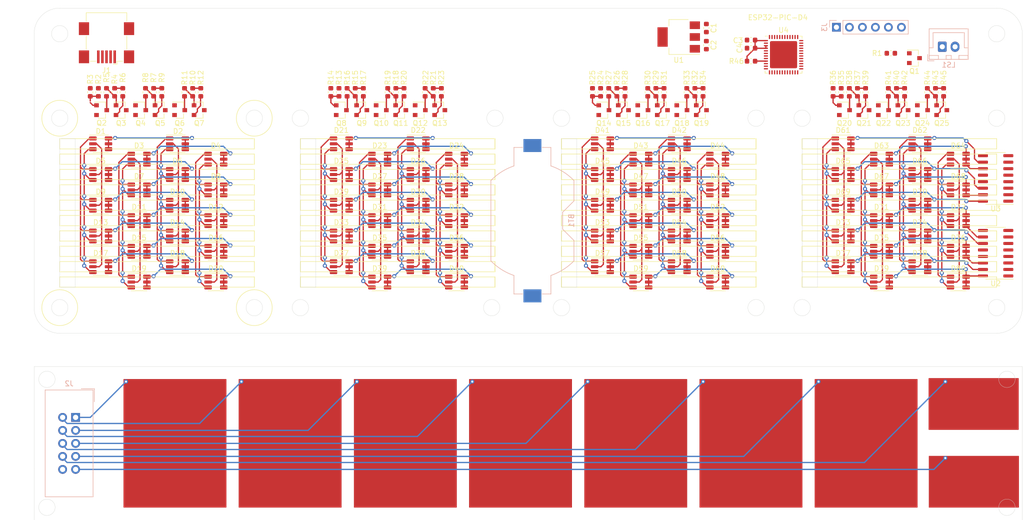
<source format=kicad_pcb>
(kicad_pcb (version 20171130) (host pcbnew "(5.1.5)-3")
  (layers (0 F.Cu signal) (31 B.Cu signal) (34 B.Paste user hide) (35 F.Paste user hide) (36 B.SilkS user) (37 F.SilkS user) (38 B.Mask user hide) (39 F.Mask user) (44 Edge.Cuts user))
  (net 0 "")
  (net 1 "Net-(BT1-Pad1)")
  (net 2 GND)
  (net 3 +5V)
  (net 4 K0)
  (net 5 K1)
  (net 6 K2)
  (net 7 K3)
  (net 8 K4)
  (net 9 K5)
  (net 10 K6)
  (net 11 K9)
  (net 12 K8)
  (net 13 K7)
  (net 14 "Net-(LS1-Pad2)")
  (net 15 "Net-(Q1-Pad1)")
  (net 16 SPK)
  (net 17 "Net-(U2-Pad12)")
  (net 18 +3V3)
  (net 19 /Sheet5F60D2EA/sheet5F60EC1D/K9)
  (net 20 /Sheet5F60D2EA/sheet5F60EC1D/LED_RGB/B)
  (net 21 /Sheet5F60D2EA/sheet5F60EC1D/LED_RGB/R)
  (net 22 /Sheet5F60D2EA/sheet5F60EC1D/LED_RGB/G)
  (net 23 /Sheet5F60D2EA/sheet5F60EC1D/K8)
  (net 24 /Sheet5F60D2EA/sheet5F60EC1D/K7)
  (net 25 /Sheet5F60D2EA/sheet5F60EC1D/K6)
  (net 26 /Sheet5F60D2EA/sheet5F60EC1D/K5)
  (net 27 /Sheet5F60D2EA/sheet5F60EC1D/K4)
  (net 28 /Sheet5F60D2EA/sheet5F60EC1D/K3)
  (net 29 /Sheet5F60D2EA/sheet5F60EC1D/K2)
  (net 30 /Sheet5F60D2EA/sheet5F60EC1D/K1)
  (net 31 /Sheet5F60D2EA/sheet5F60EC1D/K0)
  (net 32 /Sheet5F60D2EA/sheet5F76DABD/LED_RGB/B)
  (net 33 /Sheet5F60D2EA/sheet5F76DABD/LED_RGB/R)
  (net 34 /Sheet5F60D2EA/sheet5F76DABD/LED_RGB/G)
  (net 35 /Sheet5F60D2EA/sheet5F771B13/LED_RGB/G)
  (net 36 /Sheet5F60D2EA/sheet5F771B13/LED_RGB/R)
  (net 37 /Sheet5F60D2EA/sheet5F771B13/LED_RGB/B)
  (net 38 /Sheet5F60D2EA/sheet5F775B37/LED_RGB/B)
  (net 39 /Sheet5F60D2EA/sheet5F775B37/LED_RGB/R)
  (net 40 /Sheet5F60D2EA/sheet5F775B37/LED_RGB/G)
  (net 41 "Net-(J1-Pad6)")
  (net 42 "Net-(J1-Pad2)")
  (net 43 "Net-(J1-Pad3)")
  (net 44 "Net-(J1-Pad4)")
  (net 45 RXD)
  (net 46 TXD)
  (net 47 DTR)
  (net 48 "Net-(Q2-Pad1)")
  (net 49 B)
  (net 50 "Net-(Q3-Pad1)")
  (net 51 "Net-(Q3-Pad2)")
  (net 52 G)
  (net 53 "Net-(Q5-Pad1)")
  (net 54 "Net-(Q6-Pad3)")
  (net 55 R)
  (net 56 "Net-(Q10-Pad1)")
  (net 57 "Net-(Q9-Pad2)")
  (net 58 "Net-(Q9-Pad1)")
  (net 59 "Net-(Q11-Pad1)")
  (net 60 "Net-(Q12-Pad3)")
  (net 61 "Net-(Q14-Pad1)")
  (net 62 "Net-(Q15-Pad1)")
  (net 63 "Net-(Q15-Pad2)")
  (net 64 "Net-(Q17-Pad1)")
  (net 65 "Net-(Q18-Pad3)")
  (net 66 "Net-(Q20-Pad1)")
  (net 67 "Net-(Q21-Pad2)")
  (net 68 "Net-(Q21-Pad1)")
  (net 69 "Net-(Q23-Pad1)")
  (net 70 "Net-(Q24-Pad3)")
  (net 71 EN1)
  (net 72 EN2)
  (net 73 EN3)
  (net 74 EN4)
  (net 75 "Net-(U2-Pad4)")
  (net 76 "Net-(U2-Pad5)")
  (net 77 "Net-(U2-Pad13)")
  (net 78 /Sheet5F79123F/SENSORVP)
  (net 79 /Sheet5F79123F/SENSORCAPP)
  (net 80 /Sheet5F79123F/SENSORCAPN)
  (net 81 /Sheet5F79123F/SENSORVN)
  (net 82 /Sheet5F79123F/IO34)
  (net 83 /Sheet5F79123F/IO35)
  (net 84 /Sheet5F79123F/IO32)
  (net 85 /Sheet5F79123F/IO4)
  (net 86 /Sheet5F79123F/IO5)
  (net 87 Touch0)
  (net 88 Touch5)
  (net 89 Touch1)
  (net 90 Touch6)
  (net 91 Touch2)
  (net 92 Touch7)
  (net 93 Touch3)
  (net 94 Touch8)
  (net 95 Touch4)
  (net 96 Touch9)
  (net 97 "Net-(J3-Pad2)")
  (net 98 "Net-(Q2-Pad3)")
  (net 99 "Net-(Q4-Pad3)")
  (net 100 "Net-(Q5-Pad2)")
  (net 101 "Net-(Q7-Pad2)")
  (net 102 "Net-(Q7-Pad1)")
  (net 103 "Net-(Q8-Pad3)")
  (net 104 "Net-(Q10-Pad3)")
  (net 105 "Net-(Q11-Pad2)")
  (net 106 "Net-(Q13-Pad2)")
  (net 107 "Net-(Q13-Pad1)")
  (net 108 "Net-(Q14-Pad3)")
  (net 109 "Net-(Q16-Pad3)")
  (net 110 "Net-(Q17-Pad2)")
  (net 111 "Net-(Q19-Pad2)")
  (net 112 "Net-(Q19-Pad1)")
  (net 113 "Net-(Q20-Pad3)")
  (net 114 "Net-(Q22-Pad3)")
  (net 115 "Net-(Q23-Pad2)")
  (net 116 "Net-(Q25-Pad1)")
  (net 117 "Net-(Q25-Pad2)")
  (net 118 "Net-(U3-Pad4)")
  (net 119 "Net-(U3-Pad5)")
  (net 120 "Net-(U3-Pad12)")
  (net 121 "Net-(U3-Pad13)")
  (net 122 "Net-(U4-Pad2)")
  (net 123 "Net-(U4-Pad26)")
  (net 124 /Sheet5F79123F/IO18)
  (net 125 /Sheet5F79123F/IO23)
  (net 126 /Sheet5F79123F/IO19)
  (net 127 /Sheet5F79123F/IO22)
  (net 128 /Sheet5F79123F/IO21)
  (net 129 "Net-(U4-Pad44)")
  (net 130 "Net-(U4-Pad45)")
  (net 131 "Net-(U4-Pad47)")
  (net 132 "Net-(U4-Pad48)")
  (module Connector_JST:JST_XH_B2B-XH-A_1x02_P2.50mm_Vertical (layer B.Cu) (at 227.37 42.545)
    (fp_text reference LS1 (at 1.25 3.55) (layer B.SilkS) (effects (justify mirror)))
    (fp_text value Speaker)
    (pad 1 thru_hole roundrect (at 0 0) (size 1.7 2) (drill 1) (layers *.Cu *.Mask) (roundrect_rratio 0.147059) (net 3 +5V))
    (pad 2 thru_hole oval (at 2.5 0) (size 1.7 2) (drill 1) (layers *.Cu *.Mask) (net 14 "Net-(LS1-Pad2)"))
  )
  (module LED_SMD:LED_ROHM_SMLVN6 (layer F.Cu) (at 63 61.5)
    (fp_text reference D1 (at 0 -2.445) (layer F.SilkS))
    (fp_text value FM-Z3535RGBA-SH)
    (pad 4 smd roundrect (at 1.525 1.05) (size 1.45 0.8) (layers F.Cu F.Paste F.Mask) (roundrect_rratio 0.2) (net 19 /Sheet5F60D2EA/sheet5F60EC1D/K9))
    (pad 3 smd roundrect (at -1.525 1.05) (size 1.45 0.8) (layers F.Cu F.Paste F.Mask) (roundrect_rratio 0.2) (net 20 /Sheet5F60D2EA/sheet5F60EC1D/LED_RGB/B))
    (pad 5 smd roundrect (at 1.525 0) (size 1.45 0.6) (layers F.Cu F.Paste F.Mask) (roundrect_rratio 0.2) (net 19 /Sheet5F60D2EA/sheet5F60EC1D/K9))
    (pad 2 smd roundrect (at -1.525 0) (size 1.45 0.6) (layers F.Cu F.Paste F.Mask) (roundrect_rratio 0.2) (net 21 /Sheet5F60D2EA/sheet5F60EC1D/LED_RGB/R))
    (pad 6 smd roundrect (at 1.525 -1.05) (size 1.45 0.8) (layers F.Cu F.Paste F.Mask) (roundrect_rratio 0.2) (net 19 /Sheet5F60D2EA/sheet5F60EC1D/K9))
    (pad 1 smd roundrect (at -1.525 -1.05) (size 1.45 0.8) (layers F.Cu F.Paste F.Mask) (roundrect_rratio 0.2) (net 22 /Sheet5F60D2EA/sheet5F60EC1D/LED_RGB/G))
  )
  (module LED_SMD:LED_ROHM_SMLVN6 (layer F.Cu) (at 78 61.5)
    (fp_text reference D2 (at 0.105 -2.445) (layer F.SilkS))
    (fp_text value FM-Z3535RGBA-SH)
    (pad 1 smd roundrect (at -1.525 -1.05) (size 1.45 0.8) (layers F.Cu F.Paste F.Mask) (roundrect_rratio 0.2) (net 22 /Sheet5F60D2EA/sheet5F60EC1D/LED_RGB/G))
    (pad 6 smd roundrect (at 1.525 -1.05) (size 1.45 0.8) (layers F.Cu F.Paste F.Mask) (roundrect_rratio 0.2) (net 19 /Sheet5F60D2EA/sheet5F60EC1D/K9))
    (pad 2 smd roundrect (at -1.525 0) (size 1.45 0.6) (layers F.Cu F.Paste F.Mask) (roundrect_rratio 0.2) (net 21 /Sheet5F60D2EA/sheet5F60EC1D/LED_RGB/R))
    (pad 5 smd roundrect (at 1.525 0) (size 1.45 0.6) (layers F.Cu F.Paste F.Mask) (roundrect_rratio 0.2) (net 19 /Sheet5F60D2EA/sheet5F60EC1D/K9))
    (pad 3 smd roundrect (at -1.525 1.05) (size 1.45 0.8) (layers F.Cu F.Paste F.Mask) (roundrect_rratio 0.2) (net 20 /Sheet5F60D2EA/sheet5F60EC1D/LED_RGB/B))
    (pad 4 smd roundrect (at 1.525 1.05) (size 1.45 0.8) (layers F.Cu F.Paste F.Mask) (roundrect_rratio 0.2) (net 19 /Sheet5F60D2EA/sheet5F60EC1D/K9))
  )
  (module LED_SMD:LED_ROHM_SMLVN6 (layer F.Cu) (at 70.5 64.5)
    (fp_text reference D3 (at 0 -2.65) (layer F.SilkS))
    (fp_text value FM-Z3535RGBA-SH)
    (pad 4 smd roundrect (at 1.525 1.05) (size 1.45 0.8) (layers F.Cu F.Paste F.Mask) (roundrect_rratio 0.2) (net 23 /Sheet5F60D2EA/sheet5F60EC1D/K8))
    (pad 3 smd roundrect (at -1.525 1.05) (size 1.45 0.8) (layers F.Cu F.Paste F.Mask) (roundrect_rratio 0.2) (net 20 /Sheet5F60D2EA/sheet5F60EC1D/LED_RGB/B))
    (pad 5 smd roundrect (at 1.525 0) (size 1.45 0.6) (layers F.Cu F.Paste F.Mask) (roundrect_rratio 0.2) (net 23 /Sheet5F60D2EA/sheet5F60EC1D/K8))
    (pad 2 smd roundrect (at -1.525 0) (size 1.45 0.6) (layers F.Cu F.Paste F.Mask) (roundrect_rratio 0.2) (net 21 /Sheet5F60D2EA/sheet5F60EC1D/LED_RGB/R))
    (pad 6 smd roundrect (at 1.525 -1.05) (size 1.45 0.8) (layers F.Cu F.Paste F.Mask) (roundrect_rratio 0.2) (net 23 /Sheet5F60D2EA/sheet5F60EC1D/K8))
    (pad 1 smd roundrect (at -1.525 -1.05) (size 1.45 0.8) (layers F.Cu F.Paste F.Mask) (roundrect_rratio 0.2) (net 22 /Sheet5F60D2EA/sheet5F60EC1D/LED_RGB/G))
  )
  (module LED_SMD:LED_ROHM_SMLVN6 (layer F.Cu) (at 85.5 64.5)
    (fp_text reference D4 (at 0 -2.65) (layer F.SilkS))
    (fp_text value FM-Z3535RGBA-SH)
    (pad 1 smd roundrect (at -1.525 -1.05) (size 1.45 0.8) (layers F.Cu F.Paste F.Mask) (roundrect_rratio 0.2) (net 22 /Sheet5F60D2EA/sheet5F60EC1D/LED_RGB/G))
    (pad 6 smd roundrect (at 1.525 -1.05) (size 1.45 0.8) (layers F.Cu F.Paste F.Mask) (roundrect_rratio 0.2) (net 23 /Sheet5F60D2EA/sheet5F60EC1D/K8))
    (pad 2 smd roundrect (at -1.525 0) (size 1.45 0.6) (layers F.Cu F.Paste F.Mask) (roundrect_rratio 0.2) (net 21 /Sheet5F60D2EA/sheet5F60EC1D/LED_RGB/R))
    (pad 5 smd roundrect (at 1.525 0) (size 1.45 0.6) (layers F.Cu F.Paste F.Mask) (roundrect_rratio 0.2) (net 23 /Sheet5F60D2EA/sheet5F60EC1D/K8))
    (pad 3 smd roundrect (at -1.525 1.05) (size 1.45 0.8) (layers F.Cu F.Paste F.Mask) (roundrect_rratio 0.2) (net 20 /Sheet5F60D2EA/sheet5F60EC1D/LED_RGB/B))
    (pad 4 smd roundrect (at 1.525 1.05) (size 1.45 0.8) (layers F.Cu F.Paste F.Mask) (roundrect_rratio 0.2) (net 23 /Sheet5F60D2EA/sheet5F60EC1D/K8))
  )
  (module LED_SMD:LED_ROHM_SMLVN6 (layer F.Cu) (at 63 67.5)
    (fp_text reference D5 (at 0 -2.65) (layer F.SilkS))
    (fp_text value FM-Z3535RGBA-SH)
    (pad 4 smd roundrect (at 1.525 1.05) (size 1.45 0.8) (layers F.Cu F.Paste F.Mask) (roundrect_rratio 0.2) (net 24 /Sheet5F60D2EA/sheet5F60EC1D/K7))
    (pad 3 smd roundrect (at -1.525 1.05) (size 1.45 0.8) (layers F.Cu F.Paste F.Mask) (roundrect_rratio 0.2) (net 20 /Sheet5F60D2EA/sheet5F60EC1D/LED_RGB/B))
    (pad 5 smd roundrect (at 1.525 0) (size 1.45 0.6) (layers F.Cu F.Paste F.Mask) (roundrect_rratio 0.2) (net 24 /Sheet5F60D2EA/sheet5F60EC1D/K7))
    (pad 2 smd roundrect (at -1.525 0) (size 1.45 0.6) (layers F.Cu F.Paste F.Mask) (roundrect_rratio 0.2) (net 21 /Sheet5F60D2EA/sheet5F60EC1D/LED_RGB/R))
    (pad 6 smd roundrect (at 1.525 -1.05) (size 1.45 0.8) (layers F.Cu F.Paste F.Mask) (roundrect_rratio 0.2) (net 24 /Sheet5F60D2EA/sheet5F60EC1D/K7))
    (pad 1 smd roundrect (at -1.525 -1.05) (size 1.45 0.8) (layers F.Cu F.Paste F.Mask) (roundrect_rratio 0.2) (net 22 /Sheet5F60D2EA/sheet5F60EC1D/LED_RGB/G))
  )
  (module LED_SMD:LED_ROHM_SMLVN6 (layer F.Cu) (at 78 67.5)
    (fp_text reference D6 (at 0 -2.65) (layer F.SilkS))
    (fp_text value FM-Z3535RGBA-SH)
    (pad 1 smd roundrect (at -1.525 -1.05) (size 1.45 0.8) (layers F.Cu F.Paste F.Mask) (roundrect_rratio 0.2) (net 22 /Sheet5F60D2EA/sheet5F60EC1D/LED_RGB/G))
    (pad 6 smd roundrect (at 1.525 -1.05) (size 1.45 0.8) (layers F.Cu F.Paste F.Mask) (roundrect_rratio 0.2) (net 24 /Sheet5F60D2EA/sheet5F60EC1D/K7))
    (pad 2 smd roundrect (at -1.525 0) (size 1.45 0.6) (layers F.Cu F.Paste F.Mask) (roundrect_rratio 0.2) (net 21 /Sheet5F60D2EA/sheet5F60EC1D/LED_RGB/R))
    (pad 5 smd roundrect (at 1.525 0) (size 1.45 0.6) (layers F.Cu F.Paste F.Mask) (roundrect_rratio 0.2) (net 24 /Sheet5F60D2EA/sheet5F60EC1D/K7))
    (pad 3 smd roundrect (at -1.525 1.05) (size 1.45 0.8) (layers F.Cu F.Paste F.Mask) (roundrect_rratio 0.2) (net 20 /Sheet5F60D2EA/sheet5F60EC1D/LED_RGB/B))
    (pad 4 smd roundrect (at 1.525 1.05) (size 1.45 0.8) (layers F.Cu F.Paste F.Mask) (roundrect_rratio 0.2) (net 24 /Sheet5F60D2EA/sheet5F60EC1D/K7))
  )
  (module LED_SMD:LED_ROHM_SMLVN6 (layer F.Cu) (at 70.5 70.5)
    (fp_text reference D7 (at 0 -2.65) (layer F.SilkS))
    (fp_text value FM-Z3535RGBA-SH)
    (pad 4 smd roundrect (at 1.525 1.05) (size 1.45 0.8) (layers F.Cu F.Paste F.Mask) (roundrect_rratio 0.2) (net 25 /Sheet5F60D2EA/sheet5F60EC1D/K6))
    (pad 3 smd roundrect (at -1.525 1.05) (size 1.45 0.8) (layers F.Cu F.Paste F.Mask) (roundrect_rratio 0.2) (net 20 /Sheet5F60D2EA/sheet5F60EC1D/LED_RGB/B))
    (pad 5 smd roundrect (at 1.525 0) (size 1.45 0.6) (layers F.Cu F.Paste F.Mask) (roundrect_rratio 0.2) (net 25 /Sheet5F60D2EA/sheet5F60EC1D/K6))
    (pad 2 smd roundrect (at -1.525 0) (size 1.45 0.6) (layers F.Cu F.Paste F.Mask) (roundrect_rratio 0.2) (net 21 /Sheet5F60D2EA/sheet5F60EC1D/LED_RGB/R))
    (pad 6 smd roundrect (at 1.525 -1.05) (size 1.45 0.8) (layers F.Cu F.Paste F.Mask) (roundrect_rratio 0.2) (net 25 /Sheet5F60D2EA/sheet5F60EC1D/K6))
    (pad 1 smd roundrect (at -1.525 -1.05) (size 1.45 0.8) (layers F.Cu F.Paste F.Mask) (roundrect_rratio 0.2) (net 22 /Sheet5F60D2EA/sheet5F60EC1D/LED_RGB/G))
  )
  (module LED_SMD:LED_ROHM_SMLVN6 (layer F.Cu) (at 85.5 70.5)
    (fp_text reference D8 (at 0 -2.65) (layer F.SilkS))
    (fp_text value FM-Z3535RGBA-SH)
    (pad 1 smd roundrect (at -1.525 -1.05) (size 1.45 0.8) (layers F.Cu F.Paste F.Mask) (roundrect_rratio 0.2) (net 22 /Sheet5F60D2EA/sheet5F60EC1D/LED_RGB/G))
    (pad 6 smd roundrect (at 1.525 -1.05) (size 1.45 0.8) (layers F.Cu F.Paste F.Mask) (roundrect_rratio 0.2) (net 25 /Sheet5F60D2EA/sheet5F60EC1D/K6))
    (pad 2 smd roundrect (at -1.525 0) (size 1.45 0.6) (layers F.Cu F.Paste F.Mask) (roundrect_rratio 0.2) (net 21 /Sheet5F60D2EA/sheet5F60EC1D/LED_RGB/R))
    (pad 5 smd roundrect (at 1.525 0) (size 1.45 0.6) (layers F.Cu F.Paste F.Mask) (roundrect_rratio 0.2) (net 25 /Sheet5F60D2EA/sheet5F60EC1D/K6))
    (pad 3 smd roundrect (at -1.525 1.05) (size 1.45 0.8) (layers F.Cu F.Paste F.Mask) (roundrect_rratio 0.2) (net 20 /Sheet5F60D2EA/sheet5F60EC1D/LED_RGB/B))
    (pad 4 smd roundrect (at 1.525 1.05) (size 1.45 0.8) (layers F.Cu F.Paste F.Mask) (roundrect_rratio 0.2) (net 25 /Sheet5F60D2EA/sheet5F60EC1D/K6))
  )
  (module LED_SMD:LED_ROHM_SMLVN6 (layer F.Cu) (at 63 73.5)
    (fp_text reference D9 (at 0 -2.65) (layer F.SilkS))
    (fp_text value FM-Z3535RGBA-SH)
    (pad 4 smd roundrect (at 1.525 1.05) (size 1.45 0.8) (layers F.Cu F.Paste F.Mask) (roundrect_rratio 0.2) (net 26 /Sheet5F60D2EA/sheet5F60EC1D/K5))
    (pad 3 smd roundrect (at -1.525 1.05) (size 1.45 0.8) (layers F.Cu F.Paste F.Mask) (roundrect_rratio 0.2) (net 20 /Sheet5F60D2EA/sheet5F60EC1D/LED_RGB/B))
    (pad 5 smd roundrect (at 1.525 0) (size 1.45 0.6) (layers F.Cu F.Paste F.Mask) (roundrect_rratio 0.2) (net 26 /Sheet5F60D2EA/sheet5F60EC1D/K5))
    (pad 2 smd roundrect (at -1.525 0) (size 1.45 0.6) (layers F.Cu F.Paste F.Mask) (roundrect_rratio 0.2) (net 21 /Sheet5F60D2EA/sheet5F60EC1D/LED_RGB/R))
    (pad 6 smd roundrect (at 1.525 -1.05) (size 1.45 0.8) (layers F.Cu F.Paste F.Mask) (roundrect_rratio 0.2) (net 26 /Sheet5F60D2EA/sheet5F60EC1D/K5))
    (pad 1 smd roundrect (at -1.525 -1.05) (size 1.45 0.8) (layers F.Cu F.Paste F.Mask) (roundrect_rratio 0.2) (net 22 /Sheet5F60D2EA/sheet5F60EC1D/LED_RGB/G))
  )
  (module LED_SMD:LED_ROHM_SMLVN6 (layer F.Cu) (at 78 73.5)
    (fp_text reference D10 (at 0 -2.65) (layer F.SilkS))
    (fp_text value FM-Z3535RGBA-SH)
    (pad 4 smd roundrect (at 1.525 1.05) (size 1.45 0.8) (layers F.Cu F.Paste F.Mask) (roundrect_rratio 0.2) (net 26 /Sheet5F60D2EA/sheet5F60EC1D/K5))
    (pad 3 smd roundrect (at -1.525 1.05) (size 1.45 0.8) (layers F.Cu F.Paste F.Mask) (roundrect_rratio 0.2) (net 20 /Sheet5F60D2EA/sheet5F60EC1D/LED_RGB/B))
    (pad 5 smd roundrect (at 1.525 0) (size 1.45 0.6) (layers F.Cu F.Paste F.Mask) (roundrect_rratio 0.2) (net 26 /Sheet5F60D2EA/sheet5F60EC1D/K5))
    (pad 2 smd roundrect (at -1.525 0) (size 1.45 0.6) (layers F.Cu F.Paste F.Mask) (roundrect_rratio 0.2) (net 21 /Sheet5F60D2EA/sheet5F60EC1D/LED_RGB/R))
    (pad 6 smd roundrect (at 1.525 -1.05) (size 1.45 0.8) (layers F.Cu F.Paste F.Mask) (roundrect_rratio 0.2) (net 26 /Sheet5F60D2EA/sheet5F60EC1D/K5))
    (pad 1 smd roundrect (at -1.525 -1.05) (size 1.45 0.8) (layers F.Cu F.Paste F.Mask) (roundrect_rratio 0.2) (net 22 /Sheet5F60D2EA/sheet5F60EC1D/LED_RGB/G))
  )
  (module LED_SMD:LED_ROHM_SMLVN6 (layer F.Cu) (at 70.5 76.5)
    (fp_text reference D11 (at 0 -2.65) (layer F.SilkS))
    (fp_text value FM-Z3535RGBA-SH)
    (pad 4 smd roundrect (at 1.525 1.05) (size 1.45 0.8) (layers F.Cu F.Paste F.Mask) (roundrect_rratio 0.2) (net 27 /Sheet5F60D2EA/sheet5F60EC1D/K4))
    (pad 3 smd roundrect (at -1.525 1.05) (size 1.45 0.8) (layers F.Cu F.Paste F.Mask) (roundrect_rratio 0.2) (net 20 /Sheet5F60D2EA/sheet5F60EC1D/LED_RGB/B))
    (pad 5 smd roundrect (at 1.525 0) (size 1.45 0.6) (layers F.Cu F.Paste F.Mask) (roundrect_rratio 0.2) (net 27 /Sheet5F60D2EA/sheet5F60EC1D/K4))
    (pad 2 smd roundrect (at -1.525 0) (size 1.45 0.6) (layers F.Cu F.Paste F.Mask) (roundrect_rratio 0.2) (net 21 /Sheet5F60D2EA/sheet5F60EC1D/LED_RGB/R))
    (pad 6 smd roundrect (at 1.525 -1.05) (size 1.45 0.8) (layers F.Cu F.Paste F.Mask) (roundrect_rratio 0.2) (net 27 /Sheet5F60D2EA/sheet5F60EC1D/K4))
    (pad 1 smd roundrect (at -1.525 -1.05) (size 1.45 0.8) (layers F.Cu F.Paste F.Mask) (roundrect_rratio 0.2) (net 22 /Sheet5F60D2EA/sheet5F60EC1D/LED_RGB/G))
  )
  (module LED_SMD:LED_ROHM_SMLVN6 (layer F.Cu) (at 85.5 76.5)
    (fp_text reference D12 (at 0 -2.65) (layer F.SilkS))
    (fp_text value FM-Z3535RGBA-SH)
    (pad 4 smd roundrect (at 1.525 1.05) (size 1.45 0.8) (layers F.Cu F.Paste F.Mask) (roundrect_rratio 0.2) (net 27 /Sheet5F60D2EA/sheet5F60EC1D/K4))
    (pad 3 smd roundrect (at -1.525 1.05) (size 1.45 0.8) (layers F.Cu F.Paste F.Mask) (roundrect_rratio 0.2) (net 20 /Sheet5F60D2EA/sheet5F60EC1D/LED_RGB/B))
    (pad 5 smd roundrect (at 1.525 0) (size 1.45 0.6) (layers F.Cu F.Paste F.Mask) (roundrect_rratio 0.2) (net 27 /Sheet5F60D2EA/sheet5F60EC1D/K4))
    (pad 2 smd roundrect (at -1.525 0) (size 1.45 0.6) (layers F.Cu F.Paste F.Mask) (roundrect_rratio 0.2) (net 21 /Sheet5F60D2EA/sheet5F60EC1D/LED_RGB/R))
    (pad 6 smd roundrect (at 1.525 -1.05) (size 1.45 0.8) (layers F.Cu F.Paste F.Mask) (roundrect_rratio 0.2) (net 27 /Sheet5F60D2EA/sheet5F60EC1D/K4))
    (pad 1 smd roundrect (at -1.525 -1.05) (size 1.45 0.8) (layers F.Cu F.Paste F.Mask) (roundrect_rratio 0.2) (net 22 /Sheet5F60D2EA/sheet5F60EC1D/LED_RGB/G))
  )
  (module LED_SMD:LED_ROHM_SMLVN6 (layer F.Cu) (at 63 79.5)
    (fp_text reference D13 (at 0 -2.65) (layer F.SilkS))
    (fp_text value FM-Z3535RGBA-SH)
    (pad 1 smd roundrect (at -1.525 -1.05) (size 1.45 0.8) (layers F.Cu F.Paste F.Mask) (roundrect_rratio 0.2) (net 22 /Sheet5F60D2EA/sheet5F60EC1D/LED_RGB/G))
    (pad 6 smd roundrect (at 1.525 -1.05) (size 1.45 0.8) (layers F.Cu F.Paste F.Mask) (roundrect_rratio 0.2) (net 28 /Sheet5F60D2EA/sheet5F60EC1D/K3))
    (pad 2 smd roundrect (at -1.525 0) (size 1.45 0.6) (layers F.Cu F.Paste F.Mask) (roundrect_rratio 0.2) (net 21 /Sheet5F60D2EA/sheet5F60EC1D/LED_RGB/R))
    (pad 5 smd roundrect (at 1.525 0) (size 1.45 0.6) (layers F.Cu F.Paste F.Mask) (roundrect_rratio 0.2) (net 28 /Sheet5F60D2EA/sheet5F60EC1D/K3))
    (pad 3 smd roundrect (at -1.525 1.05) (size 1.45 0.8) (layers F.Cu F.Paste F.Mask) (roundrect_rratio 0.2) (net 20 /Sheet5F60D2EA/sheet5F60EC1D/LED_RGB/B))
    (pad 4 smd roundrect (at 1.525 1.05) (size 1.45 0.8) (layers F.Cu F.Paste F.Mask) (roundrect_rratio 0.2) (net 28 /Sheet5F60D2EA/sheet5F60EC1D/K3))
  )
  (module LED_SMD:LED_ROHM_SMLVN6 (layer F.Cu) (at 78 79.5)
    (fp_text reference D14 (at 0 -2.65) (layer F.SilkS))
    (fp_text value FM-Z3535RGBA-SH)
    (pad 4 smd roundrect (at 1.525 1.05) (size 1.45 0.8) (layers F.Cu F.Paste F.Mask) (roundrect_rratio 0.2) (net 28 /Sheet5F60D2EA/sheet5F60EC1D/K3))
    (pad 3 smd roundrect (at -1.525 1.05) (size 1.45 0.8) (layers F.Cu F.Paste F.Mask) (roundrect_rratio 0.2) (net 20 /Sheet5F60D2EA/sheet5F60EC1D/LED_RGB/B))
    (pad 5 smd roundrect (at 1.525 0) (size 1.45 0.6) (layers F.Cu F.Paste F.Mask) (roundrect_rratio 0.2) (net 28 /Sheet5F60D2EA/sheet5F60EC1D/K3))
    (pad 2 smd roundrect (at -1.525 0) (size 1.45 0.6) (layers F.Cu F.Paste F.Mask) (roundrect_rratio 0.2) (net 21 /Sheet5F60D2EA/sheet5F60EC1D/LED_RGB/R))
    (pad 6 smd roundrect (at 1.525 -1.05) (size 1.45 0.8) (layers F.Cu F.Paste F.Mask) (roundrect_rratio 0.2) (net 28 /Sheet5F60D2EA/sheet5F60EC1D/K3))
    (pad 1 smd roundrect (at -1.525 -1.05) (size 1.45 0.8) (layers F.Cu F.Paste F.Mask) (roundrect_rratio 0.2) (net 22 /Sheet5F60D2EA/sheet5F60EC1D/LED_RGB/G))
  )
  (module LED_SMD:LED_ROHM_SMLVN6 (layer F.Cu) (at 70.5 82.5)
    (fp_text reference D15 (at 0 -2.65) (layer F.SilkS))
    (fp_text value FM-Z3535RGBA-SH)
    (pad 1 smd roundrect (at -1.525 -1.05) (size 1.45 0.8) (layers F.Cu F.Paste F.Mask) (roundrect_rratio 0.2) (net 22 /Sheet5F60D2EA/sheet5F60EC1D/LED_RGB/G))
    (pad 6 smd roundrect (at 1.525 -1.05) (size 1.45 0.8) (layers F.Cu F.Paste F.Mask) (roundrect_rratio 0.2) (net 29 /Sheet5F60D2EA/sheet5F60EC1D/K2))
    (pad 2 smd roundrect (at -1.525 0) (size 1.45 0.6) (layers F.Cu F.Paste F.Mask) (roundrect_rratio 0.2) (net 21 /Sheet5F60D2EA/sheet5F60EC1D/LED_RGB/R))
    (pad 5 smd roundrect (at 1.525 0) (size 1.45 0.6) (layers F.Cu F.Paste F.Mask) (roundrect_rratio 0.2) (net 29 /Sheet5F60D2EA/sheet5F60EC1D/K2))
    (pad 3 smd roundrect (at -1.525 1.05) (size 1.45 0.8) (layers F.Cu F.Paste F.Mask) (roundrect_rratio 0.2) (net 20 /Sheet5F60D2EA/sheet5F60EC1D/LED_RGB/B))
    (pad 4 smd roundrect (at 1.525 1.05) (size 1.45 0.8) (layers F.Cu F.Paste F.Mask) (roundrect_rratio 0.2) (net 29 /Sheet5F60D2EA/sheet5F60EC1D/K2))
  )
  (module LED_SMD:LED_ROHM_SMLVN6 (layer F.Cu) (at 85.5 82.5)
    (fp_text reference D16 (at 0 -2.65) (layer F.SilkS))
    (fp_text value FM-Z3535RGBA-SH)
    (pad 1 smd roundrect (at -1.525 -1.05) (size 1.45 0.8) (layers F.Cu F.Paste F.Mask) (roundrect_rratio 0.2) (net 22 /Sheet5F60D2EA/sheet5F60EC1D/LED_RGB/G))
    (pad 6 smd roundrect (at 1.525 -1.05) (size 1.45 0.8) (layers F.Cu F.Paste F.Mask) (roundrect_rratio 0.2) (net 29 /Sheet5F60D2EA/sheet5F60EC1D/K2))
    (pad 2 smd roundrect (at -1.525 0) (size 1.45 0.6) (layers F.Cu F.Paste F.Mask) (roundrect_rratio 0.2) (net 21 /Sheet5F60D2EA/sheet5F60EC1D/LED_RGB/R))
    (pad 5 smd roundrect (at 1.525 0) (size 1.45 0.6) (layers F.Cu F.Paste F.Mask) (roundrect_rratio 0.2) (net 29 /Sheet5F60D2EA/sheet5F60EC1D/K2))
    (pad 3 smd roundrect (at -1.525 1.05) (size 1.45 0.8) (layers F.Cu F.Paste F.Mask) (roundrect_rratio 0.2) (net 20 /Sheet5F60D2EA/sheet5F60EC1D/LED_RGB/B))
    (pad 4 smd roundrect (at 1.525 1.05) (size 1.45 0.8) (layers F.Cu F.Paste F.Mask) (roundrect_rratio 0.2) (net 29 /Sheet5F60D2EA/sheet5F60EC1D/K2))
  )
  (module LED_SMD:LED_ROHM_SMLVN6 (layer F.Cu) (at 63 85.5)
    (fp_text reference D17 (at 0 -2.65) (layer F.SilkS))
    (fp_text value FM-Z3535RGBA-SH)
    (pad 1 smd roundrect (at -1.525 -1.05) (size 1.45 0.8) (layers F.Cu F.Paste F.Mask) (roundrect_rratio 0.2) (net 22 /Sheet5F60D2EA/sheet5F60EC1D/LED_RGB/G))
    (pad 6 smd roundrect (at 1.525 -1.05) (size 1.45 0.8) (layers F.Cu F.Paste F.Mask) (roundrect_rratio 0.2) (net 30 /Sheet5F60D2EA/sheet5F60EC1D/K1))
    (pad 2 smd roundrect (at -1.525 0) (size 1.45 0.6) (layers F.Cu F.Paste F.Mask) (roundrect_rratio 0.2) (net 21 /Sheet5F60D2EA/sheet5F60EC1D/LED_RGB/R))
    (pad 5 smd roundrect (at 1.525 0) (size 1.45 0.6) (layers F.Cu F.Paste F.Mask) (roundrect_rratio 0.2) (net 30 /Sheet5F60D2EA/sheet5F60EC1D/K1))
    (pad 3 smd roundrect (at -1.525 1.05) (size 1.45 0.8) (layers F.Cu F.Paste F.Mask) (roundrect_rratio 0.2) (net 20 /Sheet5F60D2EA/sheet5F60EC1D/LED_RGB/B))
    (pad 4 smd roundrect (at 1.525 1.05) (size 1.45 0.8) (layers F.Cu F.Paste F.Mask) (roundrect_rratio 0.2) (net 30 /Sheet5F60D2EA/sheet5F60EC1D/K1))
  )
  (module LED_SMD:LED_ROHM_SMLVN6 (layer F.Cu) (at 78 85.5)
    (fp_text reference D18 (at 0 -2.65) (layer F.SilkS))
    (fp_text value FM-Z3535RGBA-SH)
    (pad 4 smd roundrect (at 1.525 1.05) (size 1.45 0.8) (layers F.Cu F.Paste F.Mask) (roundrect_rratio 0.2) (net 30 /Sheet5F60D2EA/sheet5F60EC1D/K1))
    (pad 3 smd roundrect (at -1.525 1.05) (size 1.45 0.8) (layers F.Cu F.Paste F.Mask) (roundrect_rratio 0.2) (net 20 /Sheet5F60D2EA/sheet5F60EC1D/LED_RGB/B))
    (pad 5 smd roundrect (at 1.525 0) (size 1.45 0.6) (layers F.Cu F.Paste F.Mask) (roundrect_rratio 0.2) (net 30 /Sheet5F60D2EA/sheet5F60EC1D/K1))
    (pad 2 smd roundrect (at -1.525 0) (size 1.45 0.6) (layers F.Cu F.Paste F.Mask) (roundrect_rratio 0.2) (net 21 /Sheet5F60D2EA/sheet5F60EC1D/LED_RGB/R))
    (pad 6 smd roundrect (at 1.525 -1.05) (size 1.45 0.8) (layers F.Cu F.Paste F.Mask) (roundrect_rratio 0.2) (net 30 /Sheet5F60D2EA/sheet5F60EC1D/K1))
    (pad 1 smd roundrect (at -1.525 -1.05) (size 1.45 0.8) (layers F.Cu F.Paste F.Mask) (roundrect_rratio 0.2) (net 22 /Sheet5F60D2EA/sheet5F60EC1D/LED_RGB/G))
  )
  (module LED_SMD:LED_ROHM_SMLVN6 (layer F.Cu) (at 70.5 88.5)
    (fp_text reference D19 (at 0 -2.65) (layer F.SilkS))
    (fp_text value FM-Z3535RGBA-SH)
    (pad 1 smd roundrect (at -1.525 -1.05) (size 1.45 0.8) (layers F.Cu F.Paste F.Mask) (roundrect_rratio 0.2) (net 22 /Sheet5F60D2EA/sheet5F60EC1D/LED_RGB/G))
    (pad 6 smd roundrect (at 1.525 -1.05) (size 1.45 0.8) (layers F.Cu F.Paste F.Mask) (roundrect_rratio 0.2) (net 31 /Sheet5F60D2EA/sheet5F60EC1D/K0))
    (pad 2 smd roundrect (at -1.525 0) (size 1.45 0.6) (layers F.Cu F.Paste F.Mask) (roundrect_rratio 0.2) (net 21 /Sheet5F60D2EA/sheet5F60EC1D/LED_RGB/R))
    (pad 5 smd roundrect (at 1.525 0) (size 1.45 0.6) (layers F.Cu F.Paste F.Mask) (roundrect_rratio 0.2) (net 31 /Sheet5F60D2EA/sheet5F60EC1D/K0))
    (pad 3 smd roundrect (at -1.525 1.05) (size 1.45 0.8) (layers F.Cu F.Paste F.Mask) (roundrect_rratio 0.2) (net 20 /Sheet5F60D2EA/sheet5F60EC1D/LED_RGB/B))
    (pad 4 smd roundrect (at 1.525 1.05) (size 1.45 0.8) (layers F.Cu F.Paste F.Mask) (roundrect_rratio 0.2) (net 31 /Sheet5F60D2EA/sheet5F60EC1D/K0))
  )
  (module LED_SMD:LED_ROHM_SMLVN6 (layer F.Cu) (at 85.5 88.5)
    (fp_text reference D20 (at 0 -2.65) (layer F.SilkS))
    (fp_text value FM-Z3535RGBA-SH)
    (pad 4 smd roundrect (at 1.525 1.05) (size 1.45 0.8) (layers F.Cu F.Paste F.Mask) (roundrect_rratio 0.2) (net 31 /Sheet5F60D2EA/sheet5F60EC1D/K0))
    (pad 3 smd roundrect (at -1.525 1.05) (size 1.45 0.8) (layers F.Cu F.Paste F.Mask) (roundrect_rratio 0.2) (net 20 /Sheet5F60D2EA/sheet5F60EC1D/LED_RGB/B))
    (pad 5 smd roundrect (at 1.525 0) (size 1.45 0.6) (layers F.Cu F.Paste F.Mask) (roundrect_rratio 0.2) (net 31 /Sheet5F60D2EA/sheet5F60EC1D/K0))
    (pad 2 smd roundrect (at -1.525 0) (size 1.45 0.6) (layers F.Cu F.Paste F.Mask) (roundrect_rratio 0.2) (net 21 /Sheet5F60D2EA/sheet5F60EC1D/LED_RGB/R))
    (pad 6 smd roundrect (at 1.525 -1.05) (size 1.45 0.8) (layers F.Cu F.Paste F.Mask) (roundrect_rratio 0.2) (net 31 /Sheet5F60D2EA/sheet5F60EC1D/K0))
    (pad 1 smd roundrect (at -1.525 -1.05) (size 1.45 0.8) (layers F.Cu F.Paste F.Mask) (roundrect_rratio 0.2) (net 22 /Sheet5F60D2EA/sheet5F60EC1D/LED_RGB/G))
  )
  (module Battery:BatteryHolder_Keystone_1058_1x2032 (layer B.Cu) (at 147.32 76.5175 270)
    (fp_text reference BT1 (at 0 -7.62 270) (layer B.SilkS) (effects (justify mirror)))
    (fp_text value Battery_Cell)
    (pad 1 smd rect (at -14.68 0 270) (size 2.54 3.51) (layers B.Cu B.Paste B.Mask) (net 1 "Net-(BT1-Pad1)"))
    (pad 2 smd rect (at 14.68 0 270) (size 2.54 3.51) (layers B.Cu B.Paste B.Mask) (net 2 GND))
  )
  (module Capacitor_SMD:C_0603_1608Metric (layer F.Cu) (at 190.0225 41.235 180)
    (fp_text reference C3 (at 2.54 -0.080001) (layer F.SilkS))
    (fp_text value 0.1uF)
    (pad 2 smd roundrect (at 0.7875 0 180) (size 0.875 0.95) (layers F.Cu F.Paste F.Mask) (net 2 GND))
    (pad 1 smd roundrect (at -0.7875 0 180) (size 0.875 0.95) (layers F.Cu F.Paste F.Mask) (net 18 +3V3))
  )
  (module Capacitor_SMD:C_0603_1608Metric (layer F.Cu) (at 190.0225 42.8225 180)
    (fp_text reference C4 (at 2.2225 0 270) (layer F.SilkS))
    (fp_text value 10uF)
    (pad 1 smd roundrect (at -0.7875 0 180) (size 0.875 0.95) (layers F.Cu F.Paste F.Mask) (net 18 +3V3))
    (pad 2 smd roundrect (at 0.7875 0 180) (size 0.875 0.95) (layers F.Cu F.Paste F.Mask) (net 2 GND))
  )
  (module LED_SMD:LED_ROHM_SMLVN6 (layer F.Cu) (at 110 61.5)
    (fp_text reference D21 (at 0 -2.65) (layer F.SilkS))
    (fp_text value FM-Z3535RGBA-SH)
    (pad 4 smd roundrect (at 1.525 1.05) (size 1.45 0.8) (layers F.Cu F.Paste F.Mask) (roundrect_rratio 0.2) (net 19 /Sheet5F60D2EA/sheet5F60EC1D/K9))
    (pad 3 smd roundrect (at -1.525 1.05) (size 1.45 0.8) (layers F.Cu F.Paste F.Mask) (roundrect_rratio 0.2) (net 32 /Sheet5F60D2EA/sheet5F76DABD/LED_RGB/B))
    (pad 5 smd roundrect (at 1.525 0) (size 1.45 0.6) (layers F.Cu F.Paste F.Mask) (roundrect_rratio 0.2) (net 19 /Sheet5F60D2EA/sheet5F60EC1D/K9))
    (pad 2 smd roundrect (at -1.525 0) (size 1.45 0.6) (layers F.Cu F.Paste F.Mask) (roundrect_rratio 0.2) (net 33 /Sheet5F60D2EA/sheet5F76DABD/LED_RGB/R))
    (pad 6 smd roundrect (at 1.525 -1.05) (size 1.45 0.8) (layers F.Cu F.Paste F.Mask) (roundrect_rratio 0.2) (net 19 /Sheet5F60D2EA/sheet5F60EC1D/K9))
    (pad 1 smd roundrect (at -1.525 -1.05) (size 1.45 0.8) (layers F.Cu F.Paste F.Mask) (roundrect_rratio 0.2) (net 34 /Sheet5F60D2EA/sheet5F76DABD/LED_RGB/G))
  )
  (module LED_SMD:LED_ROHM_SMLVN6 (layer F.Cu) (at 125 61.5)
    (fp_text reference D22 (at 0 -2.65) (layer F.SilkS))
    (fp_text value FM-Z3535RGBA-SH)
    (pad 4 smd roundrect (at 1.525 1.05) (size 1.45 0.8) (layers F.Cu F.Paste F.Mask) (roundrect_rratio 0.2) (net 19 /Sheet5F60D2EA/sheet5F60EC1D/K9))
    (pad 3 smd roundrect (at -1.525 1.05) (size 1.45 0.8) (layers F.Cu F.Paste F.Mask) (roundrect_rratio 0.2) (net 32 /Sheet5F60D2EA/sheet5F76DABD/LED_RGB/B))
    (pad 5 smd roundrect (at 1.525 0) (size 1.45 0.6) (layers F.Cu F.Paste F.Mask) (roundrect_rratio 0.2) (net 19 /Sheet5F60D2EA/sheet5F60EC1D/K9))
    (pad 2 smd roundrect (at -1.525 0) (size 1.45 0.6) (layers F.Cu F.Paste F.Mask) (roundrect_rratio 0.2) (net 33 /Sheet5F60D2EA/sheet5F76DABD/LED_RGB/R))
    (pad 6 smd roundrect (at 1.525 -1.05) (size 1.45 0.8) (layers F.Cu F.Paste F.Mask) (roundrect_rratio 0.2) (net 19 /Sheet5F60D2EA/sheet5F60EC1D/K9))
    (pad 1 smd roundrect (at -1.525 -1.05) (size 1.45 0.8) (layers F.Cu F.Paste F.Mask) (roundrect_rratio 0.2) (net 34 /Sheet5F60D2EA/sheet5F76DABD/LED_RGB/G))
  )
  (module LED_SMD:LED_ROHM_SMLVN6 (layer F.Cu) (at 117.5 64.5)
    (fp_text reference D23 (at 0 -2.65) (layer F.SilkS))
    (fp_text value FM-Z3535RGBA-SH)
    (pad 1 smd roundrect (at -1.525 -1.05) (size 1.45 0.8) (layers F.Cu F.Paste F.Mask) (roundrect_rratio 0.2) (net 34 /Sheet5F60D2EA/sheet5F76DABD/LED_RGB/G))
    (pad 6 smd roundrect (at 1.525 -1.05) (size 1.45 0.8) (layers F.Cu F.Paste F.Mask) (roundrect_rratio 0.2) (net 23 /Sheet5F60D2EA/sheet5F60EC1D/K8))
    (pad 2 smd roundrect (at -1.525 0) (size 1.45 0.6) (layers F.Cu F.Paste F.Mask) (roundrect_rratio 0.2) (net 33 /Sheet5F60D2EA/sheet5F76DABD/LED_RGB/R))
    (pad 5 smd roundrect (at 1.525 0) (size 1.45 0.6) (layers F.Cu F.Paste F.Mask) (roundrect_rratio 0.2) (net 23 /Sheet5F60D2EA/sheet5F60EC1D/K8))
    (pad 3 smd roundrect (at -1.525 1.05) (size 1.45 0.8) (layers F.Cu F.Paste F.Mask) (roundrect_rratio 0.2) (net 32 /Sheet5F60D2EA/sheet5F76DABD/LED_RGB/B))
    (pad 4 smd roundrect (at 1.525 1.05) (size 1.45 0.8) (layers F.Cu F.Paste F.Mask) (roundrect_rratio 0.2) (net 23 /Sheet5F60D2EA/sheet5F60EC1D/K8))
  )
  (module LED_SMD:LED_ROHM_SMLVN6 (layer F.Cu) (at 132.5 64.5)
    (fp_text reference D24 (at 0 -2.65) (layer F.SilkS))
    (fp_text value FM-Z3535RGBA-SH)
    (pad 4 smd roundrect (at 1.525 1.05) (size 1.45 0.8) (layers F.Cu F.Paste F.Mask) (roundrect_rratio 0.2) (net 23 /Sheet5F60D2EA/sheet5F60EC1D/K8))
    (pad 3 smd roundrect (at -1.525 1.05) (size 1.45 0.8) (layers F.Cu F.Paste F.Mask) (roundrect_rratio 0.2) (net 32 /Sheet5F60D2EA/sheet5F76DABD/LED_RGB/B))
    (pad 5 smd roundrect (at 1.525 0) (size 1.45 0.6) (layers F.Cu F.Paste F.Mask) (roundrect_rratio 0.2) (net 23 /Sheet5F60D2EA/sheet5F60EC1D/K8))
    (pad 2 smd roundrect (at -1.525 0) (size 1.45 0.6) (layers F.Cu F.Paste F.Mask) (roundrect_rratio 0.2) (net 33 /Sheet5F60D2EA/sheet5F76DABD/LED_RGB/R))
    (pad 6 smd roundrect (at 1.525 -1.05) (size 1.45 0.8) (layers F.Cu F.Paste F.Mask) (roundrect_rratio 0.2) (net 23 /Sheet5F60D2EA/sheet5F60EC1D/K8))
    (pad 1 smd roundrect (at -1.525 -1.05) (size 1.45 0.8) (layers F.Cu F.Paste F.Mask) (roundrect_rratio 0.2) (net 34 /Sheet5F60D2EA/sheet5F76DABD/LED_RGB/G))
  )
  (module LED_SMD:LED_ROHM_SMLVN6 (layer F.Cu) (at 110 67.5)
    (fp_text reference D25 (at 0 -2.65) (layer F.SilkS))
    (fp_text value FM-Z3535RGBA-SH)
    (pad 1 smd roundrect (at -1.525 -1.05) (size 1.45 0.8) (layers F.Cu F.Paste F.Mask) (roundrect_rratio 0.2) (net 34 /Sheet5F60D2EA/sheet5F76DABD/LED_RGB/G))
    (pad 6 smd roundrect (at 1.525 -1.05) (size 1.45 0.8) (layers F.Cu F.Paste F.Mask) (roundrect_rratio 0.2) (net 24 /Sheet5F60D2EA/sheet5F60EC1D/K7))
    (pad 2 smd roundrect (at -1.525 0) (size 1.45 0.6) (layers F.Cu F.Paste F.Mask) (roundrect_rratio 0.2) (net 33 /Sheet5F60D2EA/sheet5F76DABD/LED_RGB/R))
    (pad 5 smd roundrect (at 1.525 0) (size 1.45 0.6) (layers F.Cu F.Paste F.Mask) (roundrect_rratio 0.2) (net 24 /Sheet5F60D2EA/sheet5F60EC1D/K7))
    (pad 3 smd roundrect (at -1.525 1.05) (size 1.45 0.8) (layers F.Cu F.Paste F.Mask) (roundrect_rratio 0.2) (net 32 /Sheet5F60D2EA/sheet5F76DABD/LED_RGB/B))
    (pad 4 smd roundrect (at 1.525 1.05) (size 1.45 0.8) (layers F.Cu F.Paste F.Mask) (roundrect_rratio 0.2) (net 24 /Sheet5F60D2EA/sheet5F60EC1D/K7))
  )
  (module LED_SMD:LED_ROHM_SMLVN6 (layer F.Cu) (at 125 67.5)
    (fp_text reference D26 (at 0 -2.65) (layer F.SilkS))
    (fp_text value FM-Z3535RGBA-SH)
    (pad 4 smd roundrect (at 1.525 1.05) (size 1.45 0.8) (layers F.Cu F.Paste F.Mask) (roundrect_rratio 0.2) (net 24 /Sheet5F60D2EA/sheet5F60EC1D/K7))
    (pad 3 smd roundrect (at -1.525 1.05) (size 1.45 0.8) (layers F.Cu F.Paste F.Mask) (roundrect_rratio 0.2) (net 32 /Sheet5F60D2EA/sheet5F76DABD/LED_RGB/B))
    (pad 5 smd roundrect (at 1.525 0) (size 1.45 0.6) (layers F.Cu F.Paste F.Mask) (roundrect_rratio 0.2) (net 24 /Sheet5F60D2EA/sheet5F60EC1D/K7))
    (pad 2 smd roundrect (at -1.525 0) (size 1.45 0.6) (layers F.Cu F.Paste F.Mask) (roundrect_rratio 0.2) (net 33 /Sheet5F60D2EA/sheet5F76DABD/LED_RGB/R))
    (pad 6 smd roundrect (at 1.525 -1.05) (size 1.45 0.8) (layers F.Cu F.Paste F.Mask) (roundrect_rratio 0.2) (net 24 /Sheet5F60D2EA/sheet5F60EC1D/K7))
    (pad 1 smd roundrect (at -1.525 -1.05) (size 1.45 0.8) (layers F.Cu F.Paste F.Mask) (roundrect_rratio 0.2) (net 34 /Sheet5F60D2EA/sheet5F76DABD/LED_RGB/G))
  )
  (module LED_SMD:LED_ROHM_SMLVN6 (layer F.Cu) (at 117.5 70.5)
    (fp_text reference D27 (at 0 -2.65) (layer F.SilkS))
    (fp_text value FM-Z3535RGBA-SH)
    (pad 1 smd roundrect (at -1.525 -1.05) (size 1.45 0.8) (layers F.Cu F.Paste F.Mask) (roundrect_rratio 0.2) (net 34 /Sheet5F60D2EA/sheet5F76DABD/LED_RGB/G))
    (pad 6 smd roundrect (at 1.525 -1.05) (size 1.45 0.8) (layers F.Cu F.Paste F.Mask) (roundrect_rratio 0.2) (net 25 /Sheet5F60D2EA/sheet5F60EC1D/K6))
    (pad 2 smd roundrect (at -1.525 0) (size 1.45 0.6) (layers F.Cu F.Paste F.Mask) (roundrect_rratio 0.2) (net 33 /Sheet5F60D2EA/sheet5F76DABD/LED_RGB/R))
    (pad 5 smd roundrect (at 1.525 0) (size 1.45 0.6) (layers F.Cu F.Paste F.Mask) (roundrect_rratio 0.2) (net 25 /Sheet5F60D2EA/sheet5F60EC1D/K6))
    (pad 3 smd roundrect (at -1.525 1.05) (size 1.45 0.8) (layers F.Cu F.Paste F.Mask) (roundrect_rratio 0.2) (net 32 /Sheet5F60D2EA/sheet5F76DABD/LED_RGB/B))
    (pad 4 smd roundrect (at 1.525 1.05) (size 1.45 0.8) (layers F.Cu F.Paste F.Mask) (roundrect_rratio 0.2) (net 25 /Sheet5F60D2EA/sheet5F60EC1D/K6))
  )
  (module LED_SMD:LED_ROHM_SMLVN6 (layer F.Cu) (at 132.5 70.5)
    (fp_text reference D28 (at 0 -2.65) (layer F.SilkS))
    (fp_text value FM-Z3535RGBA-SH)
    (pad 4 smd roundrect (at 1.525 1.05) (size 1.45 0.8) (layers F.Cu F.Paste F.Mask) (roundrect_rratio 0.2) (net 25 /Sheet5F60D2EA/sheet5F60EC1D/K6))
    (pad 3 smd roundrect (at -1.525 1.05) (size 1.45 0.8) (layers F.Cu F.Paste F.Mask) (roundrect_rratio 0.2) (net 32 /Sheet5F60D2EA/sheet5F76DABD/LED_RGB/B))
    (pad 5 smd roundrect (at 1.525 0) (size 1.45 0.6) (layers F.Cu F.Paste F.Mask) (roundrect_rratio 0.2) (net 25 /Sheet5F60D2EA/sheet5F60EC1D/K6))
    (pad 2 smd roundrect (at -1.525 0) (size 1.45 0.6) (layers F.Cu F.Paste F.Mask) (roundrect_rratio 0.2) (net 33 /Sheet5F60D2EA/sheet5F76DABD/LED_RGB/R))
    (pad 6 smd roundrect (at 1.525 -1.05) (size 1.45 0.8) (layers F.Cu F.Paste F.Mask) (roundrect_rratio 0.2) (net 25 /Sheet5F60D2EA/sheet5F60EC1D/K6))
    (pad 1 smd roundrect (at -1.525 -1.05) (size 1.45 0.8) (layers F.Cu F.Paste F.Mask) (roundrect_rratio 0.2) (net 34 /Sheet5F60D2EA/sheet5F76DABD/LED_RGB/G))
  )
  (module LED_SMD:LED_ROHM_SMLVN6 (layer F.Cu) (at 110 73.5)
    (fp_text reference D29 (at 0 -2.65) (layer F.SilkS))
    (fp_text value FM-Z3535RGBA-SH)
    (pad 1 smd roundrect (at -1.525 -1.05) (size 1.45 0.8) (layers F.Cu F.Paste F.Mask) (roundrect_rratio 0.2) (net 34 /Sheet5F60D2EA/sheet5F76DABD/LED_RGB/G))
    (pad 6 smd roundrect (at 1.525 -1.05) (size 1.45 0.8) (layers F.Cu F.Paste F.Mask) (roundrect_rratio 0.2) (net 26 /Sheet5F60D2EA/sheet5F60EC1D/K5))
    (pad 2 smd roundrect (at -1.525 0) (size 1.45 0.6) (layers F.Cu F.Paste F.Mask) (roundrect_rratio 0.2) (net 33 /Sheet5F60D2EA/sheet5F76DABD/LED_RGB/R))
    (pad 5 smd roundrect (at 1.525 0) (size 1.45 0.6) (layers F.Cu F.Paste F.Mask) (roundrect_rratio 0.2) (net 26 /Sheet5F60D2EA/sheet5F60EC1D/K5))
    (pad 3 smd roundrect (at -1.525 1.05) (size 1.45 0.8) (layers F.Cu F.Paste F.Mask) (roundrect_rratio 0.2) (net 32 /Sheet5F60D2EA/sheet5F76DABD/LED_RGB/B))
    (pad 4 smd roundrect (at 1.525 1.05) (size 1.45 0.8) (layers F.Cu F.Paste F.Mask) (roundrect_rratio 0.2) (net 26 /Sheet5F60D2EA/sheet5F60EC1D/K5))
  )
  (module LED_SMD:LED_ROHM_SMLVN6 (layer F.Cu) (at 125 73.5)
    (fp_text reference D30 (at 0 -2.65) (layer F.SilkS))
    (fp_text value FM-Z3535RGBA-SH)
    (pad 4 smd roundrect (at 1.525 1.05) (size 1.45 0.8) (layers F.Cu F.Paste F.Mask) (roundrect_rratio 0.2) (net 26 /Sheet5F60D2EA/sheet5F60EC1D/K5))
    (pad 3 smd roundrect (at -1.525 1.05) (size 1.45 0.8) (layers F.Cu F.Paste F.Mask) (roundrect_rratio 0.2) (net 32 /Sheet5F60D2EA/sheet5F76DABD/LED_RGB/B))
    (pad 5 smd roundrect (at 1.525 0) (size 1.45 0.6) (layers F.Cu F.Paste F.Mask) (roundrect_rratio 0.2) (net 26 /Sheet5F60D2EA/sheet5F60EC1D/K5))
    (pad 2 smd roundrect (at -1.525 0) (size 1.45 0.6) (layers F.Cu F.Paste F.Mask) (roundrect_rratio 0.2) (net 33 /Sheet5F60D2EA/sheet5F76DABD/LED_RGB/R))
    (pad 6 smd roundrect (at 1.525 -1.05) (size 1.45 0.8) (layers F.Cu F.Paste F.Mask) (roundrect_rratio 0.2) (net 26 /Sheet5F60D2EA/sheet5F60EC1D/K5))
    (pad 1 smd roundrect (at -1.525 -1.05) (size 1.45 0.8) (layers F.Cu F.Paste F.Mask) (roundrect_rratio 0.2) (net 34 /Sheet5F60D2EA/sheet5F76DABD/LED_RGB/G))
  )
  (module LED_SMD:LED_ROHM_SMLVN6 (layer F.Cu) (at 117.5 76.5)
    (fp_text reference D31 (at 0 -2.65) (layer F.SilkS))
    (fp_text value FM-Z3535RGBA-SH)
    (pad 1 smd roundrect (at -1.525 -1.05) (size 1.45 0.8) (layers F.Cu F.Paste F.Mask) (roundrect_rratio 0.2) (net 34 /Sheet5F60D2EA/sheet5F76DABD/LED_RGB/G))
    (pad 6 smd roundrect (at 1.525 -1.05) (size 1.45 0.8) (layers F.Cu F.Paste F.Mask) (roundrect_rratio 0.2) (net 27 /Sheet5F60D2EA/sheet5F60EC1D/K4))
    (pad 2 smd roundrect (at -1.525 0) (size 1.45 0.6) (layers F.Cu F.Paste F.Mask) (roundrect_rratio 0.2) (net 33 /Sheet5F60D2EA/sheet5F76DABD/LED_RGB/R))
    (pad 5 smd roundrect (at 1.525 0) (size 1.45 0.6) (layers F.Cu F.Paste F.Mask) (roundrect_rratio 0.2) (net 27 /Sheet5F60D2EA/sheet5F60EC1D/K4))
    (pad 3 smd roundrect (at -1.525 1.05) (size 1.45 0.8) (layers F.Cu F.Paste F.Mask) (roundrect_rratio 0.2) (net 32 /Sheet5F60D2EA/sheet5F76DABD/LED_RGB/B))
    (pad 4 smd roundrect (at 1.525 1.05) (size 1.45 0.8) (layers F.Cu F.Paste F.Mask) (roundrect_rratio 0.2) (net 27 /Sheet5F60D2EA/sheet5F60EC1D/K4))
  )
  (module LED_SMD:LED_ROHM_SMLVN6 (layer F.Cu) (at 132.5 76.5)
    (fp_text reference D32 (at 0 -2.65) (layer F.SilkS))
    (fp_text value FM-Z3535RGBA-SH)
    (pad 4 smd roundrect (at 1.525 1.05) (size 1.45 0.8) (layers F.Cu F.Paste F.Mask) (roundrect_rratio 0.2) (net 27 /Sheet5F60D2EA/sheet5F60EC1D/K4))
    (pad 3 smd roundrect (at -1.525 1.05) (size 1.45 0.8) (layers F.Cu F.Paste F.Mask) (roundrect_rratio 0.2) (net 32 /Sheet5F60D2EA/sheet5F76DABD/LED_RGB/B))
    (pad 5 smd roundrect (at 1.525 0) (size 1.45 0.6) (layers F.Cu F.Paste F.Mask) (roundrect_rratio 0.2) (net 27 /Sheet5F60D2EA/sheet5F60EC1D/K4))
    (pad 2 smd roundrect (at -1.525 0) (size 1.45 0.6) (layers F.Cu F.Paste F.Mask) (roundrect_rratio 0.2) (net 33 /Sheet5F60D2EA/sheet5F76DABD/LED_RGB/R))
    (pad 6 smd roundrect (at 1.525 -1.05) (size 1.45 0.8) (layers F.Cu F.Paste F.Mask) (roundrect_rratio 0.2) (net 27 /Sheet5F60D2EA/sheet5F60EC1D/K4))
    (pad 1 smd roundrect (at -1.525 -1.05) (size 1.45 0.8) (layers F.Cu F.Paste F.Mask) (roundrect_rratio 0.2) (net 34 /Sheet5F60D2EA/sheet5F76DABD/LED_RGB/G))
  )
  (module LED_SMD:LED_ROHM_SMLVN6 (layer F.Cu) (at 110 79.5)
    (fp_text reference D33 (at 0 -2.65) (layer F.SilkS))
    (fp_text value FM-Z3535RGBA-SH)
    (pad 1 smd roundrect (at -1.525 -1.05) (size 1.45 0.8) (layers F.Cu F.Paste F.Mask) (roundrect_rratio 0.2) (net 34 /Sheet5F60D2EA/sheet5F76DABD/LED_RGB/G))
    (pad 6 smd roundrect (at 1.525 -1.05) (size 1.45 0.8) (layers F.Cu F.Paste F.Mask) (roundrect_rratio 0.2) (net 28 /Sheet5F60D2EA/sheet5F60EC1D/K3))
    (pad 2 smd roundrect (at -1.525 0) (size 1.45 0.6) (layers F.Cu F.Paste F.Mask) (roundrect_rratio 0.2) (net 33 /Sheet5F60D2EA/sheet5F76DABD/LED_RGB/R))
    (pad 5 smd roundrect (at 1.525 0) (size 1.45 0.6) (layers F.Cu F.Paste F.Mask) (roundrect_rratio 0.2) (net 28 /Sheet5F60D2EA/sheet5F60EC1D/K3))
    (pad 3 smd roundrect (at -1.525 1.05) (size 1.45 0.8) (layers F.Cu F.Paste F.Mask) (roundrect_rratio 0.2) (net 32 /Sheet5F60D2EA/sheet5F76DABD/LED_RGB/B))
    (pad 4 smd roundrect (at 1.525 1.05) (size 1.45 0.8) (layers F.Cu F.Paste F.Mask) (roundrect_rratio 0.2) (net 28 /Sheet5F60D2EA/sheet5F60EC1D/K3))
  )
  (module LED_SMD:LED_ROHM_SMLVN6 (layer F.Cu) (at 125 79.5)
    (fp_text reference D34 (at 0 -2.65) (layer F.SilkS))
    (fp_text value FM-Z3535RGBA-SH)
    (pad 4 smd roundrect (at 1.525 1.05) (size 1.45 0.8) (layers F.Cu F.Paste F.Mask) (roundrect_rratio 0.2) (net 28 /Sheet5F60D2EA/sheet5F60EC1D/K3))
    (pad 3 smd roundrect (at -1.525 1.05) (size 1.45 0.8) (layers F.Cu F.Paste F.Mask) (roundrect_rratio 0.2) (net 32 /Sheet5F60D2EA/sheet5F76DABD/LED_RGB/B))
    (pad 5 smd roundrect (at 1.525 0) (size 1.45 0.6) (layers F.Cu F.Paste F.Mask) (roundrect_rratio 0.2) (net 28 /Sheet5F60D2EA/sheet5F60EC1D/K3))
    (pad 2 smd roundrect (at -1.525 0) (size 1.45 0.6) (layers F.Cu F.Paste F.Mask) (roundrect_rratio 0.2) (net 33 /Sheet5F60D2EA/sheet5F76DABD/LED_RGB/R))
    (pad 6 smd roundrect (at 1.525 -1.05) (size 1.45 0.8) (layers F.Cu F.Paste F.Mask) (roundrect_rratio 0.2) (net 28 /Sheet5F60D2EA/sheet5F60EC1D/K3))
    (pad 1 smd roundrect (at -1.525 -1.05) (size 1.45 0.8) (layers F.Cu F.Paste F.Mask) (roundrect_rratio 0.2) (net 34 /Sheet5F60D2EA/sheet5F76DABD/LED_RGB/G))
  )
  (module LED_SMD:LED_ROHM_SMLVN6 (layer F.Cu) (at 117.5 82.5)
    (fp_text reference D35 (at 0 -2.65) (layer F.SilkS))
    (fp_text value FM-Z3535RGBA-SH)
    (pad 1 smd roundrect (at -1.525 -1.05) (size 1.45 0.8) (layers F.Cu F.Paste F.Mask) (roundrect_rratio 0.2) (net 34 /Sheet5F60D2EA/sheet5F76DABD/LED_RGB/G))
    (pad 6 smd roundrect (at 1.525 -1.05) (size 1.45 0.8) (layers F.Cu F.Paste F.Mask) (roundrect_rratio 0.2) (net 29 /Sheet5F60D2EA/sheet5F60EC1D/K2))
    (pad 2 smd roundrect (at -1.525 0) (size 1.45 0.6) (layers F.Cu F.Paste F.Mask) (roundrect_rratio 0.2) (net 33 /Sheet5F60D2EA/sheet5F76DABD/LED_RGB/R))
    (pad 5 smd roundrect (at 1.525 0) (size 1.45 0.6) (layers F.Cu F.Paste F.Mask) (roundrect_rratio 0.2) (net 29 /Sheet5F60D2EA/sheet5F60EC1D/K2))
    (pad 3 smd roundrect (at -1.525 1.05) (size 1.45 0.8) (layers F.Cu F.Paste F.Mask) (roundrect_rratio 0.2) (net 32 /Sheet5F60D2EA/sheet5F76DABD/LED_RGB/B))
    (pad 4 smd roundrect (at 1.525 1.05) (size 1.45 0.8) (layers F.Cu F.Paste F.Mask) (roundrect_rratio 0.2) (net 29 /Sheet5F60D2EA/sheet5F60EC1D/K2))
  )
  (module LED_SMD:LED_ROHM_SMLVN6 (layer F.Cu) (at 132.5 82.5)
    (fp_text reference D36 (at 0 -2.65) (layer F.SilkS))
    (fp_text value FM-Z3535RGBA-SH)
    (pad 4 smd roundrect (at 1.525 1.05) (size 1.45 0.8) (layers F.Cu F.Paste F.Mask) (roundrect_rratio 0.2) (net 29 /Sheet5F60D2EA/sheet5F60EC1D/K2))
    (pad 3 smd roundrect (at -1.525 1.05) (size 1.45 0.8) (layers F.Cu F.Paste F.Mask) (roundrect_rratio 0.2) (net 32 /Sheet5F60D2EA/sheet5F76DABD/LED_RGB/B))
    (pad 5 smd roundrect (at 1.525 0) (size 1.45 0.6) (layers F.Cu F.Paste F.Mask) (roundrect_rratio 0.2) (net 29 /Sheet5F60D2EA/sheet5F60EC1D/K2))
    (pad 2 smd roundrect (at -1.525 0) (size 1.45 0.6) (layers F.Cu F.Paste F.Mask) (roundrect_rratio 0.2) (net 33 /Sheet5F60D2EA/sheet5F76DABD/LED_RGB/R))
    (pad 6 smd roundrect (at 1.525 -1.05) (size 1.45 0.8) (layers F.Cu F.Paste F.Mask) (roundrect_rratio 0.2) (net 29 /Sheet5F60D2EA/sheet5F60EC1D/K2))
    (pad 1 smd roundrect (at -1.525 -1.05) (size 1.45 0.8) (layers F.Cu F.Paste F.Mask) (roundrect_rratio 0.2) (net 34 /Sheet5F60D2EA/sheet5F76DABD/LED_RGB/G))
  )
  (module LED_SMD:LED_ROHM_SMLVN6 (layer F.Cu) (at 110 85.5)
    (fp_text reference D37 (at 0 -2.65) (layer F.SilkS))
    (fp_text value FM-Z3535RGBA-SH)
    (pad 1 smd roundrect (at -1.525 -1.05) (size 1.45 0.8) (layers F.Cu F.Paste F.Mask) (roundrect_rratio 0.2) (net 34 /Sheet5F60D2EA/sheet5F76DABD/LED_RGB/G))
    (pad 6 smd roundrect (at 1.525 -1.05) (size 1.45 0.8) (layers F.Cu F.Paste F.Mask) (roundrect_rratio 0.2) (net 30 /Sheet5F60D2EA/sheet5F60EC1D/K1))
    (pad 2 smd roundrect (at -1.525 0) (size 1.45 0.6) (layers F.Cu F.Paste F.Mask) (roundrect_rratio 0.2) (net 33 /Sheet5F60D2EA/sheet5F76DABD/LED_RGB/R))
    (pad 5 smd roundrect (at 1.525 0) (size 1.45 0.6) (layers F.Cu F.Paste F.Mask) (roundrect_rratio 0.2) (net 30 /Sheet5F60D2EA/sheet5F60EC1D/K1))
    (pad 3 smd roundrect (at -1.525 1.05) (size 1.45 0.8) (layers F.Cu F.Paste F.Mask) (roundrect_rratio 0.2) (net 32 /Sheet5F60D2EA/sheet5F76DABD/LED_RGB/B))
    (pad 4 smd roundrect (at 1.525 1.05) (size 1.45 0.8) (layers F.Cu F.Paste F.Mask) (roundrect_rratio 0.2) (net 30 /Sheet5F60D2EA/sheet5F60EC1D/K1))
  )
  (module LED_SMD:LED_ROHM_SMLVN6 (layer F.Cu) (at 125 85.5)
    (fp_text reference D38 (at 0 -2.65) (layer F.SilkS))
    (fp_text value FM-Z3535RGBA-SH)
    (pad 4 smd roundrect (at 1.525 1.05) (size 1.45 0.8) (layers F.Cu F.Paste F.Mask) (roundrect_rratio 0.2) (net 30 /Sheet5F60D2EA/sheet5F60EC1D/K1))
    (pad 3 smd roundrect (at -1.525 1.05) (size 1.45 0.8) (layers F.Cu F.Paste F.Mask) (roundrect_rratio 0.2) (net 32 /Sheet5F60D2EA/sheet5F76DABD/LED_RGB/B))
    (pad 5 smd roundrect (at 1.525 0) (size 1.45 0.6) (layers F.Cu F.Paste F.Mask) (roundrect_rratio 0.2) (net 30 /Sheet5F60D2EA/sheet5F60EC1D/K1))
    (pad 2 smd roundrect (at -1.525 0) (size 1.45 0.6) (layers F.Cu F.Paste F.Mask) (roundrect_rratio 0.2) (net 33 /Sheet5F60D2EA/sheet5F76DABD/LED_RGB/R))
    (pad 6 smd roundrect (at 1.525 -1.05) (size 1.45 0.8) (layers F.Cu F.Paste F.Mask) (roundrect_rratio 0.2) (net 30 /Sheet5F60D2EA/sheet5F60EC1D/K1))
    (pad 1 smd roundrect (at -1.525 -1.05) (size 1.45 0.8) (layers F.Cu F.Paste F.Mask) (roundrect_rratio 0.2) (net 34 /Sheet5F60D2EA/sheet5F76DABD/LED_RGB/G))
  )
  (module LED_SMD:LED_ROHM_SMLVN6 (layer F.Cu) (at 117.5 88.5)
    (fp_text reference D39 (at 0 -2.65) (layer F.SilkS))
    (fp_text value FM-Z3535RGBA-SH)
    (pad 1 smd roundrect (at -1.525 -1.05) (size 1.45 0.8) (layers F.Cu F.Paste F.Mask) (roundrect_rratio 0.2) (net 34 /Sheet5F60D2EA/sheet5F76DABD/LED_RGB/G))
    (pad 6 smd roundrect (at 1.525 -1.05) (size 1.45 0.8) (layers F.Cu F.Paste F.Mask) (roundrect_rratio 0.2) (net 31 /Sheet5F60D2EA/sheet5F60EC1D/K0))
    (pad 2 smd roundrect (at -1.525 0) (size 1.45 0.6) (layers F.Cu F.Paste F.Mask) (roundrect_rratio 0.2) (net 33 /Sheet5F60D2EA/sheet5F76DABD/LED_RGB/R))
    (pad 5 smd roundrect (at 1.525 0) (size 1.45 0.6) (layers F.Cu F.Paste F.Mask) (roundrect_rratio 0.2) (net 31 /Sheet5F60D2EA/sheet5F60EC1D/K0))
    (pad 3 smd roundrect (at -1.525 1.05) (size 1.45 0.8) (layers F.Cu F.Paste F.Mask) (roundrect_rratio 0.2) (net 32 /Sheet5F60D2EA/sheet5F76DABD/LED_RGB/B))
    (pad 4 smd roundrect (at 1.525 1.05) (size 1.45 0.8) (layers F.Cu F.Paste F.Mask) (roundrect_rratio 0.2) (net 31 /Sheet5F60D2EA/sheet5F60EC1D/K0))
  )
  (module LED_SMD:LED_ROHM_SMLVN6 (layer F.Cu) (at 132.5 88.5)
    (fp_text reference D40 (at 0 -2.65) (layer F.SilkS))
    (fp_text value FM-Z3535RGBA-SH)
    (pad 4 smd roundrect (at 1.525 1.05) (size 1.45 0.8) (layers F.Cu F.Paste F.Mask) (roundrect_rratio 0.2) (net 31 /Sheet5F60D2EA/sheet5F60EC1D/K0))
    (pad 3 smd roundrect (at -1.525 1.05) (size 1.45 0.8) (layers F.Cu F.Paste F.Mask) (roundrect_rratio 0.2) (net 32 /Sheet5F60D2EA/sheet5F76DABD/LED_RGB/B))
    (pad 5 smd roundrect (at 1.525 0) (size 1.45 0.6) (layers F.Cu F.Paste F.Mask) (roundrect_rratio 0.2) (net 31 /Sheet5F60D2EA/sheet5F60EC1D/K0))
    (pad 2 smd roundrect (at -1.525 0) (size 1.45 0.6) (layers F.Cu F.Paste F.Mask) (roundrect_rratio 0.2) (net 33 /Sheet5F60D2EA/sheet5F76DABD/LED_RGB/R))
    (pad 6 smd roundrect (at 1.525 -1.05) (size 1.45 0.8) (layers F.Cu F.Paste F.Mask) (roundrect_rratio 0.2) (net 31 /Sheet5F60D2EA/sheet5F60EC1D/K0))
    (pad 1 smd roundrect (at -1.525 -1.05) (size 1.45 0.8) (layers F.Cu F.Paste F.Mask) (roundrect_rratio 0.2) (net 34 /Sheet5F60D2EA/sheet5F76DABD/LED_RGB/G))
  )
  (module LED_SMD:LED_ROHM_SMLVN6 (layer F.Cu) (at 161 61.5)
    (fp_text reference D41 (at 0 -2.65) (layer F.SilkS))
    (fp_text value FM-Z3535RGBA-SH)
    (pad 1 smd roundrect (at -1.525 -1.05) (size 1.45 0.8) (layers F.Cu F.Paste F.Mask) (roundrect_rratio 0.2) (net 35 /Sheet5F60D2EA/sheet5F771B13/LED_RGB/G))
    (pad 6 smd roundrect (at 1.525 -1.05) (size 1.45 0.8) (layers F.Cu F.Paste F.Mask) (roundrect_rratio 0.2) (net 19 /Sheet5F60D2EA/sheet5F60EC1D/K9))
    (pad 2 smd roundrect (at -1.525 0) (size 1.45 0.6) (layers F.Cu F.Paste F.Mask) (roundrect_rratio 0.2) (net 36 /Sheet5F60D2EA/sheet5F771B13/LED_RGB/R))
    (pad 5 smd roundrect (at 1.525 0) (size 1.45 0.6) (layers F.Cu F.Paste F.Mask) (roundrect_rratio 0.2) (net 19 /Sheet5F60D2EA/sheet5F60EC1D/K9))
    (pad 3 smd roundrect (at -1.525 1.05) (size 1.45 0.8) (layers F.Cu F.Paste F.Mask) (roundrect_rratio 0.2) (net 37 /Sheet5F60D2EA/sheet5F771B13/LED_RGB/B))
    (pad 4 smd roundrect (at 1.525 1.05) (size 1.45 0.8) (layers F.Cu F.Paste F.Mask) (roundrect_rratio 0.2) (net 19 /Sheet5F60D2EA/sheet5F60EC1D/K9))
  )
  (module LED_SMD:LED_ROHM_SMLVN6 (layer F.Cu) (at 176 61.5)
    (fp_text reference D42 (at 0 -2.65) (layer F.SilkS))
    (fp_text value FM-Z3535RGBA-SH)
    (pad 4 smd roundrect (at 1.525 1.05) (size 1.45 0.8) (layers F.Cu F.Paste F.Mask) (roundrect_rratio 0.2) (net 19 /Sheet5F60D2EA/sheet5F60EC1D/K9))
    (pad 3 smd roundrect (at -1.525 1.05) (size 1.45 0.8) (layers F.Cu F.Paste F.Mask) (roundrect_rratio 0.2) (net 37 /Sheet5F60D2EA/sheet5F771B13/LED_RGB/B))
    (pad 5 smd roundrect (at 1.525 0) (size 1.45 0.6) (layers F.Cu F.Paste F.Mask) (roundrect_rratio 0.2) (net 19 /Sheet5F60D2EA/sheet5F60EC1D/K9))
    (pad 2 smd roundrect (at -1.525 0) (size 1.45 0.6) (layers F.Cu F.Paste F.Mask) (roundrect_rratio 0.2) (net 36 /Sheet5F60D2EA/sheet5F771B13/LED_RGB/R))
    (pad 6 smd roundrect (at 1.525 -1.05) (size 1.45 0.8) (layers F.Cu F.Paste F.Mask) (roundrect_rratio 0.2) (net 19 /Sheet5F60D2EA/sheet5F60EC1D/K9))
    (pad 1 smd roundrect (at -1.525 -1.05) (size 1.45 0.8) (layers F.Cu F.Paste F.Mask) (roundrect_rratio 0.2) (net 35 /Sheet5F60D2EA/sheet5F771B13/LED_RGB/G))
  )
  (module LED_SMD:LED_ROHM_SMLVN6 (layer F.Cu) (at 168.5 64.5)
    (fp_text reference D43 (at 0 -2.65) (layer F.SilkS))
    (fp_text value FM-Z3535RGBA-SH)
    (pad 1 smd roundrect (at -1.525 -1.05) (size 1.45 0.8) (layers F.Cu F.Paste F.Mask) (roundrect_rratio 0.2) (net 35 /Sheet5F60D2EA/sheet5F771B13/LED_RGB/G))
    (pad 6 smd roundrect (at 1.525 -1.05) (size 1.45 0.8) (layers F.Cu F.Paste F.Mask) (roundrect_rratio 0.2) (net 23 /Sheet5F60D2EA/sheet5F60EC1D/K8))
    (pad 2 smd roundrect (at -1.525 0) (size 1.45 0.6) (layers F.Cu F.Paste F.Mask) (roundrect_rratio 0.2) (net 36 /Sheet5F60D2EA/sheet5F771B13/LED_RGB/R))
    (pad 5 smd roundrect (at 1.525 0) (size 1.45 0.6) (layers F.Cu F.Paste F.Mask) (roundrect_rratio 0.2) (net 23 /Sheet5F60D2EA/sheet5F60EC1D/K8))
    (pad 3 smd roundrect (at -1.525 1.05) (size 1.45 0.8) (layers F.Cu F.Paste F.Mask) (roundrect_rratio 0.2) (net 37 /Sheet5F60D2EA/sheet5F771B13/LED_RGB/B))
    (pad 4 smd roundrect (at 1.525 1.05) (size 1.45 0.8) (layers F.Cu F.Paste F.Mask) (roundrect_rratio 0.2) (net 23 /Sheet5F60D2EA/sheet5F60EC1D/K8))
  )
  (module LED_SMD:LED_ROHM_SMLVN6 (layer F.Cu) (at 183.5 64.5)
    (fp_text reference D44 (at 0 -2.65) (layer F.SilkS))
    (fp_text value FM-Z3535RGBA-SH)
    (pad 1 smd roundrect (at -1.525 -1.05) (size 1.45 0.8) (layers F.Cu F.Paste F.Mask) (roundrect_rratio 0.2) (net 35 /Sheet5F60D2EA/sheet5F771B13/LED_RGB/G))
    (pad 6 smd roundrect (at 1.525 -1.05) (size 1.45 0.8) (layers F.Cu F.Paste F.Mask) (roundrect_rratio 0.2) (net 23 /Sheet5F60D2EA/sheet5F60EC1D/K8))
    (pad 2 smd roundrect (at -1.525 0) (size 1.45 0.6) (layers F.Cu F.Paste F.Mask) (roundrect_rratio 0.2) (net 36 /Sheet5F60D2EA/sheet5F771B13/LED_RGB/R))
    (pad 5 smd roundrect (at 1.525 0) (size 1.45 0.6) (layers F.Cu F.Paste F.Mask) (roundrect_rratio 0.2) (net 23 /Sheet5F60D2EA/sheet5F60EC1D/K8))
    (pad 3 smd roundrect (at -1.525 1.05) (size 1.45 0.8) (layers F.Cu F.Paste F.Mask) (roundrect_rratio 0.2) (net 37 /Sheet5F60D2EA/sheet5F771B13/LED_RGB/B))
    (pad 4 smd roundrect (at 1.525 1.05) (size 1.45 0.8) (layers F.Cu F.Paste F.Mask) (roundrect_rratio 0.2) (net 23 /Sheet5F60D2EA/sheet5F60EC1D/K8))
  )
  (module LED_SMD:LED_ROHM_SMLVN6 (layer F.Cu) (at 161 67.5)
    (fp_text reference D45 (at 0 -2.65) (layer F.SilkS))
    (fp_text value FM-Z3535RGBA-SH)
    (pad 1 smd roundrect (at -1.525 -1.05) (size 1.45 0.8) (layers F.Cu F.Paste F.Mask) (roundrect_rratio 0.2) (net 35 /Sheet5F60D2EA/sheet5F771B13/LED_RGB/G))
    (pad 6 smd roundrect (at 1.525 -1.05) (size 1.45 0.8) (layers F.Cu F.Paste F.Mask) (roundrect_rratio 0.2) (net 24 /Sheet5F60D2EA/sheet5F60EC1D/K7))
    (pad 2 smd roundrect (at -1.525 0) (size 1.45 0.6) (layers F.Cu F.Paste F.Mask) (roundrect_rratio 0.2) (net 36 /Sheet5F60D2EA/sheet5F771B13/LED_RGB/R))
    (pad 5 smd roundrect (at 1.525 0) (size 1.45 0.6) (layers F.Cu F.Paste F.Mask) (roundrect_rratio 0.2) (net 24 /Sheet5F60D2EA/sheet5F60EC1D/K7))
    (pad 3 smd roundrect (at -1.525 1.05) (size 1.45 0.8) (layers F.Cu F.Paste F.Mask) (roundrect_rratio 0.2) (net 37 /Sheet5F60D2EA/sheet5F771B13/LED_RGB/B))
    (pad 4 smd roundrect (at 1.525 1.05) (size 1.45 0.8) (layers F.Cu F.Paste F.Mask) (roundrect_rratio 0.2) (net 24 /Sheet5F60D2EA/sheet5F60EC1D/K7))
  )
  (module LED_SMD:LED_ROHM_SMLVN6 (layer F.Cu) (at 176 67.5)
    (fp_text reference D46 (at 0 -2.65) (layer F.SilkS))
    (fp_text value FM-Z3535RGBA-SH)
    (pad 4 smd roundrect (at 1.525 1.05) (size 1.45 0.8) (layers F.Cu F.Paste F.Mask) (roundrect_rratio 0.2) (net 24 /Sheet5F60D2EA/sheet5F60EC1D/K7))
    (pad 3 smd roundrect (at -1.525 1.05) (size 1.45 0.8) (layers F.Cu F.Paste F.Mask) (roundrect_rratio 0.2) (net 37 /Sheet5F60D2EA/sheet5F771B13/LED_RGB/B))
    (pad 5 smd roundrect (at 1.525 0) (size 1.45 0.6) (layers F.Cu F.Paste F.Mask) (roundrect_rratio 0.2) (net 24 /Sheet5F60D2EA/sheet5F60EC1D/K7))
    (pad 2 smd roundrect (at -1.525 0) (size 1.45 0.6) (layers F.Cu F.Paste F.Mask) (roundrect_rratio 0.2) (net 36 /Sheet5F60D2EA/sheet5F771B13/LED_RGB/R))
    (pad 6 smd roundrect (at 1.525 -1.05) (size 1.45 0.8) (layers F.Cu F.Paste F.Mask) (roundrect_rratio 0.2) (net 24 /Sheet5F60D2EA/sheet5F60EC1D/K7))
    (pad 1 smd roundrect (at -1.525 -1.05) (size 1.45 0.8) (layers F.Cu F.Paste F.Mask) (roundrect_rratio 0.2) (net 35 /Sheet5F60D2EA/sheet5F771B13/LED_RGB/G))
  )
  (module LED_SMD:LED_ROHM_SMLVN6 (layer F.Cu) (at 168.5 70.5)
    (fp_text reference D47 (at 0 -2.65) (layer F.SilkS))
    (fp_text value FM-Z3535RGBA-SH)
    (pad 1 smd roundrect (at -1.525 -1.05) (size 1.45 0.8) (layers F.Cu F.Paste F.Mask) (roundrect_rratio 0.2) (net 35 /Sheet5F60D2EA/sheet5F771B13/LED_RGB/G))
    (pad 6 smd roundrect (at 1.525 -1.05) (size 1.45 0.8) (layers F.Cu F.Paste F.Mask) (roundrect_rratio 0.2) (net 25 /Sheet5F60D2EA/sheet5F60EC1D/K6))
    (pad 2 smd roundrect (at -1.525 0) (size 1.45 0.6) (layers F.Cu F.Paste F.Mask) (roundrect_rratio 0.2) (net 36 /Sheet5F60D2EA/sheet5F771B13/LED_RGB/R))
    (pad 5 smd roundrect (at 1.525 0) (size 1.45 0.6) (layers F.Cu F.Paste F.Mask) (roundrect_rratio 0.2) (net 25 /Sheet5F60D2EA/sheet5F60EC1D/K6))
    (pad 3 smd roundrect (at -1.525 1.05) (size 1.45 0.8) (layers F.Cu F.Paste F.Mask) (roundrect_rratio 0.2) (net 37 /Sheet5F60D2EA/sheet5F771B13/LED_RGB/B))
    (pad 4 smd roundrect (at 1.525 1.05) (size 1.45 0.8) (layers F.Cu F.Paste F.Mask) (roundrect_rratio 0.2) (net 25 /Sheet5F60D2EA/sheet5F60EC1D/K6))
  )
  (module LED_SMD:LED_ROHM_SMLVN6 (layer F.Cu) (at 183.5 70.5)
    (fp_text reference D48 (at 0 -2.65) (layer F.SilkS))
    (fp_text value FM-Z3535RGBA-SH)
    (pad 4 smd roundrect (at 1.525 1.05) (size 1.45 0.8) (layers F.Cu F.Paste F.Mask) (roundrect_rratio 0.2) (net 25 /Sheet5F60D2EA/sheet5F60EC1D/K6))
    (pad 3 smd roundrect (at -1.525 1.05) (size 1.45 0.8) (layers F.Cu F.Paste F.Mask) (roundrect_rratio 0.2) (net 37 /Sheet5F60D2EA/sheet5F771B13/LED_RGB/B))
    (pad 5 smd roundrect (at 1.525 0) (size 1.45 0.6) (layers F.Cu F.Paste F.Mask) (roundrect_rratio 0.2) (net 25 /Sheet5F60D2EA/sheet5F60EC1D/K6))
    (pad 2 smd roundrect (at -1.525 0) (size 1.45 0.6) (layers F.Cu F.Paste F.Mask) (roundrect_rratio 0.2) (net 36 /Sheet5F60D2EA/sheet5F771B13/LED_RGB/R))
    (pad 6 smd roundrect (at 1.525 -1.05) (size 1.45 0.8) (layers F.Cu F.Paste F.Mask) (roundrect_rratio 0.2) (net 25 /Sheet5F60D2EA/sheet5F60EC1D/K6))
    (pad 1 smd roundrect (at -1.525 -1.05) (size 1.45 0.8) (layers F.Cu F.Paste F.Mask) (roundrect_rratio 0.2) (net 35 /Sheet5F60D2EA/sheet5F771B13/LED_RGB/G))
  )
  (module LED_SMD:LED_ROHM_SMLVN6 (layer F.Cu) (at 161 73.5)
    (fp_text reference D49 (at 0 -2.65) (layer F.SilkS))
    (fp_text value FM-Z3535RGBA-SH)
    (pad 1 smd roundrect (at -1.525 -1.05) (size 1.45 0.8) (layers F.Cu F.Paste F.Mask) (roundrect_rratio 0.2) (net 35 /Sheet5F60D2EA/sheet5F771B13/LED_RGB/G))
    (pad 6 smd roundrect (at 1.525 -1.05) (size 1.45 0.8) (layers F.Cu F.Paste F.Mask) (roundrect_rratio 0.2) (net 26 /Sheet5F60D2EA/sheet5F60EC1D/K5))
    (pad 2 smd roundrect (at -1.525 0) (size 1.45 0.6) (layers F.Cu F.Paste F.Mask) (roundrect_rratio 0.2) (net 36 /Sheet5F60D2EA/sheet5F771B13/LED_RGB/R))
    (pad 5 smd roundrect (at 1.525 0) (size 1.45 0.6) (layers F.Cu F.Paste F.Mask) (roundrect_rratio 0.2) (net 26 /Sheet5F60D2EA/sheet5F60EC1D/K5))
    (pad 3 smd roundrect (at -1.525 1.05) (size 1.45 0.8) (layers F.Cu F.Paste F.Mask) (roundrect_rratio 0.2) (net 37 /Sheet5F60D2EA/sheet5F771B13/LED_RGB/B))
    (pad 4 smd roundrect (at 1.525 1.05) (size 1.45 0.8) (layers F.Cu F.Paste F.Mask) (roundrect_rratio 0.2) (net 26 /Sheet5F60D2EA/sheet5F60EC1D/K5))
  )
  (module LED_SMD:LED_ROHM_SMLVN6 (layer F.Cu) (at 176 73.5)
    (fp_text reference D50 (at 0 -2.65) (layer F.SilkS))
    (fp_text value FM-Z3535RGBA-SH)
    (pad 4 smd roundrect (at 1.525 1.05) (size 1.45 0.8) (layers F.Cu F.Paste F.Mask) (roundrect_rratio 0.2) (net 26 /Sheet5F60D2EA/sheet5F60EC1D/K5))
    (pad 3 smd roundrect (at -1.525 1.05) (size 1.45 0.8) (layers F.Cu F.Paste F.Mask) (roundrect_rratio 0.2) (net 37 /Sheet5F60D2EA/sheet5F771B13/LED_RGB/B))
    (pad 5 smd roundrect (at 1.525 0) (size 1.45 0.6) (layers F.Cu F.Paste F.Mask) (roundrect_rratio 0.2) (net 26 /Sheet5F60D2EA/sheet5F60EC1D/K5))
    (pad 2 smd roundrect (at -1.525 0) (size 1.45 0.6) (layers F.Cu F.Paste F.Mask) (roundrect_rratio 0.2) (net 36 /Sheet5F60D2EA/sheet5F771B13/LED_RGB/R))
    (pad 6 smd roundrect (at 1.525 -1.05) (size 1.45 0.8) (layers F.Cu F.Paste F.Mask) (roundrect_rratio 0.2) (net 26 /Sheet5F60D2EA/sheet5F60EC1D/K5))
    (pad 1 smd roundrect (at -1.525 -1.05) (size 1.45 0.8) (layers F.Cu F.Paste F.Mask) (roundrect_rratio 0.2) (net 35 /Sheet5F60D2EA/sheet5F771B13/LED_RGB/G))
  )
  (module LED_SMD:LED_ROHM_SMLVN6 (layer F.Cu) (at 168.5 76.5)
    (fp_text reference D51 (at 0 -2.65) (layer F.SilkS))
    (fp_text value FM-Z3535RGBA-SH)
    (pad 4 smd roundrect (at 1.525 1.05) (size 1.45 0.8) (layers F.Cu F.Paste F.Mask) (roundrect_rratio 0.2) (net 27 /Sheet5F60D2EA/sheet5F60EC1D/K4))
    (pad 3 smd roundrect (at -1.525 1.05) (size 1.45 0.8) (layers F.Cu F.Paste F.Mask) (roundrect_rratio 0.2) (net 37 /Sheet5F60D2EA/sheet5F771B13/LED_RGB/B))
    (pad 5 smd roundrect (at 1.525 0) (size 1.45 0.6) (layers F.Cu F.Paste F.Mask) (roundrect_rratio 0.2) (net 27 /Sheet5F60D2EA/sheet5F60EC1D/K4))
    (pad 2 smd roundrect (at -1.525 0) (size 1.45 0.6) (layers F.Cu F.Paste F.Mask) (roundrect_rratio 0.2) (net 36 /Sheet5F60D2EA/sheet5F771B13/LED_RGB/R))
    (pad 6 smd roundrect (at 1.525 -1.05) (size 1.45 0.8) (layers F.Cu F.Paste F.Mask) (roundrect_rratio 0.2) (net 27 /Sheet5F60D2EA/sheet5F60EC1D/K4))
    (pad 1 smd roundrect (at -1.525 -1.05) (size 1.45 0.8) (layers F.Cu F.Paste F.Mask) (roundrect_rratio 0.2) (net 35 /Sheet5F60D2EA/sheet5F771B13/LED_RGB/G))
  )
  (module LED_SMD:LED_ROHM_SMLVN6 (layer F.Cu) (at 183.5 76.5)
    (fp_text reference D52 (at 0 -2.65) (layer F.SilkS))
    (fp_text value FM-Z3535RGBA-SH)
    (pad 1 smd roundrect (at -1.525 -1.05) (size 1.45 0.8) (layers F.Cu F.Paste F.Mask) (roundrect_rratio 0.2) (net 35 /Sheet5F60D2EA/sheet5F771B13/LED_RGB/G))
    (pad 6 smd roundrect (at 1.525 -1.05) (size 1.45 0.8) (layers F.Cu F.Paste F.Mask) (roundrect_rratio 0.2) (net 27 /Sheet5F60D2EA/sheet5F60EC1D/K4))
    (pad 2 smd roundrect (at -1.525 0) (size 1.45 0.6) (layers F.Cu F.Paste F.Mask) (roundrect_rratio 0.2) (net 36 /Sheet5F60D2EA/sheet5F771B13/LED_RGB/R))
    (pad 5 smd roundrect (at 1.525 0) (size 1.45 0.6) (layers F.Cu F.Paste F.Mask) (roundrect_rratio 0.2) (net 27 /Sheet5F60D2EA/sheet5F60EC1D/K4))
    (pad 3 smd roundrect (at -1.525 1.05) (size 1.45 0.8) (layers F.Cu F.Paste F.Mask) (roundrect_rratio 0.2) (net 37 /Sheet5F60D2EA/sheet5F771B13/LED_RGB/B))
    (pad 4 smd roundrect (at 1.525 1.05) (size 1.45 0.8) (layers F.Cu F.Paste F.Mask) (roundrect_rratio 0.2) (net 27 /Sheet5F60D2EA/sheet5F60EC1D/K4))
  )
  (module LED_SMD:LED_ROHM_SMLVN6 (layer F.Cu) (at 161 79.5)
    (fp_text reference D53 (at 0 -2.65) (layer F.SilkS))
    (fp_text value FM-Z3535RGBA-SH)
    (pad 4 smd roundrect (at 1.525 1.05) (size 1.45 0.8) (layers F.Cu F.Paste F.Mask) (roundrect_rratio 0.2) (net 28 /Sheet5F60D2EA/sheet5F60EC1D/K3))
    (pad 3 smd roundrect (at -1.525 1.05) (size 1.45 0.8) (layers F.Cu F.Paste F.Mask) (roundrect_rratio 0.2) (net 37 /Sheet5F60D2EA/sheet5F771B13/LED_RGB/B))
    (pad 5 smd roundrect (at 1.525 0) (size 1.45 0.6) (layers F.Cu F.Paste F.Mask) (roundrect_rratio 0.2) (net 28 /Sheet5F60D2EA/sheet5F60EC1D/K3))
    (pad 2 smd roundrect (at -1.525 0) (size 1.45 0.6) (layers F.Cu F.Paste F.Mask) (roundrect_rratio 0.2) (net 36 /Sheet5F60D2EA/sheet5F771B13/LED_RGB/R))
    (pad 6 smd roundrect (at 1.525 -1.05) (size 1.45 0.8) (layers F.Cu F.Paste F.Mask) (roundrect_rratio 0.2) (net 28 /Sheet5F60D2EA/sheet5F60EC1D/K3))
    (pad 1 smd roundrect (at -1.525 -1.05) (size 1.45 0.8) (layers F.Cu F.Paste F.Mask) (roundrect_rratio 0.2) (net 35 /Sheet5F60D2EA/sheet5F771B13/LED_RGB/G))
  )
  (module LED_SMD:LED_ROHM_SMLVN6 (layer F.Cu) (at 176 79.5)
    (fp_text reference D54 (at 0 -2.65) (layer F.SilkS))
    (fp_text value FM-Z3535RGBA-SH)
    (pad 1 smd roundrect (at -1.525 -1.05) (size 1.45 0.8) (layers F.Cu F.Paste F.Mask) (roundrect_rratio 0.2) (net 35 /Sheet5F60D2EA/sheet5F771B13/LED_RGB/G))
    (pad 6 smd roundrect (at 1.525 -1.05) (size 1.45 0.8) (layers F.Cu F.Paste F.Mask) (roundrect_rratio 0.2) (net 28 /Sheet5F60D2EA/sheet5F60EC1D/K3))
    (pad 2 smd roundrect (at -1.525 0) (size 1.45 0.6) (layers F.Cu F.Paste F.Mask) (roundrect_rratio 0.2) (net 36 /Sheet5F60D2EA/sheet5F771B13/LED_RGB/R))
    (pad 5 smd roundrect (at 1.525 0) (size 1.45 0.6) (layers F.Cu F.Paste F.Mask) (roundrect_rratio 0.2) (net 28 /Sheet5F60D2EA/sheet5F60EC1D/K3))
    (pad 3 smd roundrect (at -1.525 1.05) (size 1.45 0.8) (layers F.Cu F.Paste F.Mask) (roundrect_rratio 0.2) (net 37 /Sheet5F60D2EA/sheet5F771B13/LED_RGB/B))
    (pad 4 smd roundrect (at 1.525 1.05) (size 1.45 0.8) (layers F.Cu F.Paste F.Mask) (roundrect_rratio 0.2) (net 28 /Sheet5F60D2EA/sheet5F60EC1D/K3))
  )
  (module LED_SMD:LED_ROHM_SMLVN6 (layer F.Cu) (at 168.5 82.5)
    (fp_text reference D55 (at 0 -2.65) (layer F.SilkS))
    (fp_text value FM-Z3535RGBA-SH)
    (pad 4 smd roundrect (at 1.525 1.05) (size 1.45 0.8) (layers F.Cu F.Paste F.Mask) (roundrect_rratio 0.2) (net 29 /Sheet5F60D2EA/sheet5F60EC1D/K2))
    (pad 3 smd roundrect (at -1.525 1.05) (size 1.45 0.8) (layers F.Cu F.Paste F.Mask) (roundrect_rratio 0.2) (net 37 /Sheet5F60D2EA/sheet5F771B13/LED_RGB/B))
    (pad 5 smd roundrect (at 1.525 0) (size 1.45 0.6) (layers F.Cu F.Paste F.Mask) (roundrect_rratio 0.2) (net 29 /Sheet5F60D2EA/sheet5F60EC1D/K2))
    (pad 2 smd roundrect (at -1.525 0) (size 1.45 0.6) (layers F.Cu F.Paste F.Mask) (roundrect_rratio 0.2) (net 36 /Sheet5F60D2EA/sheet5F771B13/LED_RGB/R))
    (pad 6 smd roundrect (at 1.525 -1.05) (size 1.45 0.8) (layers F.Cu F.Paste F.Mask) (roundrect_rratio 0.2) (net 29 /Sheet5F60D2EA/sheet5F60EC1D/K2))
    (pad 1 smd roundrect (at -1.525 -1.05) (size 1.45 0.8) (layers F.Cu F.Paste F.Mask) (roundrect_rratio 0.2) (net 35 /Sheet5F60D2EA/sheet5F771B13/LED_RGB/G))
  )
  (module LED_SMD:LED_ROHM_SMLVN6 (layer F.Cu) (at 183.5 82.5)
    (fp_text reference D56 (at 0 -2.65) (layer F.SilkS))
    (fp_text value FM-Z3535RGBA-SH)
    (pad 1 smd roundrect (at -1.525 -1.05) (size 1.45 0.8) (layers F.Cu F.Paste F.Mask) (roundrect_rratio 0.2) (net 35 /Sheet5F60D2EA/sheet5F771B13/LED_RGB/G))
    (pad 6 smd roundrect (at 1.525 -1.05) (size 1.45 0.8) (layers F.Cu F.Paste F.Mask) (roundrect_rratio 0.2) (net 29 /Sheet5F60D2EA/sheet5F60EC1D/K2))
    (pad 2 smd roundrect (at -1.525 0) (size 1.45 0.6) (layers F.Cu F.Paste F.Mask) (roundrect_rratio 0.2) (net 36 /Sheet5F60D2EA/sheet5F771B13/LED_RGB/R))
    (pad 5 smd roundrect (at 1.525 0) (size 1.45 0.6) (layers F.Cu F.Paste F.Mask) (roundrect_rratio 0.2) (net 29 /Sheet5F60D2EA/sheet5F60EC1D/K2))
    (pad 3 smd roundrect (at -1.525 1.05) (size 1.45 0.8) (layers F.Cu F.Paste F.Mask) (roundrect_rratio 0.2) (net 37 /Sheet5F60D2EA/sheet5F771B13/LED_RGB/B))
    (pad 4 smd roundrect (at 1.525 1.05) (size 1.45 0.8) (layers F.Cu F.Paste F.Mask) (roundrect_rratio 0.2) (net 29 /Sheet5F60D2EA/sheet5F60EC1D/K2))
  )
  (module LED_SMD:LED_ROHM_SMLVN6 (layer F.Cu) (at 161 85.5)
    (fp_text reference D57 (at 0 -2.65) (layer F.SilkS))
    (fp_text value FM-Z3535RGBA-SH)
    (pad 4 smd roundrect (at 1.525 1.05) (size 1.45 0.8) (layers F.Cu F.Paste F.Mask) (roundrect_rratio 0.2) (net 30 /Sheet5F60D2EA/sheet5F60EC1D/K1))
    (pad 3 smd roundrect (at -1.525 1.05) (size 1.45 0.8) (layers F.Cu F.Paste F.Mask) (roundrect_rratio 0.2) (net 37 /Sheet5F60D2EA/sheet5F771B13/LED_RGB/B))
    (pad 5 smd roundrect (at 1.525 0) (size 1.45 0.6) (layers F.Cu F.Paste F.Mask) (roundrect_rratio 0.2) (net 30 /Sheet5F60D2EA/sheet5F60EC1D/K1))
    (pad 2 smd roundrect (at -1.525 0) (size 1.45 0.6) (layers F.Cu F.Paste F.Mask) (roundrect_rratio 0.2) (net 36 /Sheet5F60D2EA/sheet5F771B13/LED_RGB/R))
    (pad 6 smd roundrect (at 1.525 -1.05) (size 1.45 0.8) (layers F.Cu F.Paste F.Mask) (roundrect_rratio 0.2) (net 30 /Sheet5F60D2EA/sheet5F60EC1D/K1))
    (pad 1 smd roundrect (at -1.525 -1.05) (size 1.45 0.8) (layers F.Cu F.Paste F.Mask) (roundrect_rratio 0.2) (net 35 /Sheet5F60D2EA/sheet5F771B13/LED_RGB/G))
  )
  (module LED_SMD:LED_ROHM_SMLVN6 (layer F.Cu) (at 176 85.5)
    (fp_text reference D58 (at 0 -2.65) (layer F.SilkS))
    (fp_text value FM-Z3535RGBA-SH)
    (pad 1 smd roundrect (at -1.525 -1.05) (size 1.45 0.8) (layers F.Cu F.Paste F.Mask) (roundrect_rratio 0.2) (net 35 /Sheet5F60D2EA/sheet5F771B13/LED_RGB/G))
    (pad 6 smd roundrect (at 1.525 -1.05) (size 1.45 0.8) (layers F.Cu F.Paste F.Mask) (roundrect_rratio 0.2) (net 30 /Sheet5F60D2EA/sheet5F60EC1D/K1))
    (pad 2 smd roundrect (at -1.525 0) (size 1.45 0.6) (layers F.Cu F.Paste F.Mask) (roundrect_rratio 0.2) (net 36 /Sheet5F60D2EA/sheet5F771B13/LED_RGB/R))
    (pad 5 smd roundrect (at 1.525 0) (size 1.45 0.6) (layers F.Cu F.Paste F.Mask) (roundrect_rratio 0.2) (net 30 /Sheet5F60D2EA/sheet5F60EC1D/K1))
    (pad 3 smd roundrect (at -1.525 1.05) (size 1.45 0.8) (layers F.Cu F.Paste F.Mask) (roundrect_rratio 0.2) (net 37 /Sheet5F60D2EA/sheet5F771B13/LED_RGB/B))
    (pad 4 smd roundrect (at 1.525 1.05) (size 1.45 0.8) (layers F.Cu F.Paste F.Mask) (roundrect_rratio 0.2) (net 30 /Sheet5F60D2EA/sheet5F60EC1D/K1))
  )
  (module LED_SMD:LED_ROHM_SMLVN6 (layer F.Cu) (at 168.5 88.5)
    (fp_text reference D59 (at 0 -2.65) (layer F.SilkS))
    (fp_text value FM-Z3535RGBA-SH)
    (pad 4 smd roundrect (at 1.525 1.05) (size 1.45 0.8) (layers F.Cu F.Paste F.Mask) (roundrect_rratio 0.2) (net 31 /Sheet5F60D2EA/sheet5F60EC1D/K0))
    (pad 3 smd roundrect (at -1.525 1.05) (size 1.45 0.8) (layers F.Cu F.Paste F.Mask) (roundrect_rratio 0.2) (net 37 /Sheet5F60D2EA/sheet5F771B13/LED_RGB/B))
    (pad 5 smd roundrect (at 1.525 0) (size 1.45 0.6) (layers F.Cu F.Paste F.Mask) (roundrect_rratio 0.2) (net 31 /Sheet5F60D2EA/sheet5F60EC1D/K0))
    (pad 2 smd roundrect (at -1.525 0) (size 1.45 0.6) (layers F.Cu F.Paste F.Mask) (roundrect_rratio 0.2) (net 36 /Sheet5F60D2EA/sheet5F771B13/LED_RGB/R))
    (pad 6 smd roundrect (at 1.525 -1.05) (size 1.45 0.8) (layers F.Cu F.Paste F.Mask) (roundrect_rratio 0.2) (net 31 /Sheet5F60D2EA/sheet5F60EC1D/K0))
    (pad 1 smd roundrect (at -1.525 -1.05) (size 1.45 0.8) (layers F.Cu F.Paste F.Mask) (roundrect_rratio 0.2) (net 35 /Sheet5F60D2EA/sheet5F771B13/LED_RGB/G))
  )
  (module LED_SMD:LED_ROHM_SMLVN6 (layer F.Cu) (at 183.5 88.5)
    (fp_text reference D60 (at 0 -2.65) (layer F.SilkS))
    (fp_text value FM-Z3535RGBA-SH)
    (pad 1 smd roundrect (at -1.525 -1.05) (size 1.45 0.8) (layers F.Cu F.Paste F.Mask) (roundrect_rratio 0.2) (net 35 /Sheet5F60D2EA/sheet5F771B13/LED_RGB/G))
    (pad 6 smd roundrect (at 1.525 -1.05) (size 1.45 0.8) (layers F.Cu F.Paste F.Mask) (roundrect_rratio 0.2) (net 31 /Sheet5F60D2EA/sheet5F60EC1D/K0))
    (pad 2 smd roundrect (at -1.525 0) (size 1.45 0.6) (layers F.Cu F.Paste F.Mask) (roundrect_rratio 0.2) (net 36 /Sheet5F60D2EA/sheet5F771B13/LED_RGB/R))
    (pad 5 smd roundrect (at 1.525 0) (size 1.45 0.6) (layers F.Cu F.Paste F.Mask) (roundrect_rratio 0.2) (net 31 /Sheet5F60D2EA/sheet5F60EC1D/K0))
    (pad 3 smd roundrect (at -1.525 1.05) (size 1.45 0.8) (layers F.Cu F.Paste F.Mask) (roundrect_rratio 0.2) (net 37 /Sheet5F60D2EA/sheet5F771B13/LED_RGB/B))
    (pad 4 smd roundrect (at 1.525 1.05) (size 1.45 0.8) (layers F.Cu F.Paste F.Mask) (roundrect_rratio 0.2) (net 31 /Sheet5F60D2EA/sheet5F60EC1D/K0))
  )
  (module LED_SMD:LED_ROHM_SMLVN6 (layer F.Cu) (at 208 61.5)
    (fp_text reference D61 (at 0 -2.65) (layer F.SilkS))
    (fp_text value FM-Z3535RGBA-SH)
    (pad 4 smd roundrect (at 1.525 1.05) (size 1.45 0.8) (layers F.Cu F.Paste F.Mask) (roundrect_rratio 0.2) (net 19 /Sheet5F60D2EA/sheet5F60EC1D/K9))
    (pad 3 smd roundrect (at -1.525 1.05) (size 1.45 0.8) (layers F.Cu F.Paste F.Mask) (roundrect_rratio 0.2) (net 38 /Sheet5F60D2EA/sheet5F775B37/LED_RGB/B))
    (pad 5 smd roundrect (at 1.525 0) (size 1.45 0.6) (layers F.Cu F.Paste F.Mask) (roundrect_rratio 0.2) (net 19 /Sheet5F60D2EA/sheet5F60EC1D/K9))
    (pad 2 smd roundrect (at -1.525 0) (size 1.45 0.6) (layers F.Cu F.Paste F.Mask) (roundrect_rratio 0.2) (net 39 /Sheet5F60D2EA/sheet5F775B37/LED_RGB/R))
    (pad 6 smd roundrect (at 1.525 -1.05) (size 1.45 0.8) (layers F.Cu F.Paste F.Mask) (roundrect_rratio 0.2) (net 19 /Sheet5F60D2EA/sheet5F60EC1D/K9))
    (pad 1 smd roundrect (at -1.525 -1.05) (size 1.45 0.8) (layers F.Cu F.Paste F.Mask) (roundrect_rratio 0.2) (net 40 /Sheet5F60D2EA/sheet5F775B37/LED_RGB/G))
  )
  (module LED_SMD:LED_ROHM_SMLVN6 (layer F.Cu) (at 223 61.5)
    (fp_text reference D62 (at 0 -2.65) (layer F.SilkS))
    (fp_text value FM-Z3535RGBA-SH)
    (pad 1 smd roundrect (at -1.525 -1.05) (size 1.45 0.8) (layers F.Cu F.Paste F.Mask) (roundrect_rratio 0.2) (net 40 /Sheet5F60D2EA/sheet5F775B37/LED_RGB/G))
    (pad 6 smd roundrect (at 1.525 -1.05) (size 1.45 0.8) (layers F.Cu F.Paste F.Mask) (roundrect_rratio 0.2) (net 19 /Sheet5F60D2EA/sheet5F60EC1D/K9))
    (pad 2 smd roundrect (at -1.525 0) (size 1.45 0.6) (layers F.Cu F.Paste F.Mask) (roundrect_rratio 0.2) (net 39 /Sheet5F60D2EA/sheet5F775B37/LED_RGB/R))
    (pad 5 smd roundrect (at 1.525 0) (size 1.45 0.6) (layers F.Cu F.Paste F.Mask) (roundrect_rratio 0.2) (net 19 /Sheet5F60D2EA/sheet5F60EC1D/K9))
    (pad 3 smd roundrect (at -1.525 1.05) (size 1.45 0.8) (layers F.Cu F.Paste F.Mask) (roundrect_rratio 0.2) (net 38 /Sheet5F60D2EA/sheet5F775B37/LED_RGB/B))
    (pad 4 smd roundrect (at 1.525 1.05) (size 1.45 0.8) (layers F.Cu F.Paste F.Mask) (roundrect_rratio 0.2) (net 19 /Sheet5F60D2EA/sheet5F60EC1D/K9))
  )
  (module LED_SMD:LED_ROHM_SMLVN6 (layer F.Cu) (at 215.5 64.5)
    (fp_text reference D63 (at 0 -2.65) (layer F.SilkS))
    (fp_text value FM-Z3535RGBA-SH)
    (pad 4 smd roundrect (at 1.525 1.05) (size 1.45 0.8) (layers F.Cu F.Paste F.Mask) (roundrect_rratio 0.2) (net 23 /Sheet5F60D2EA/sheet5F60EC1D/K8))
    (pad 3 smd roundrect (at -1.525 1.05) (size 1.45 0.8) (layers F.Cu F.Paste F.Mask) (roundrect_rratio 0.2) (net 38 /Sheet5F60D2EA/sheet5F775B37/LED_RGB/B))
    (pad 5 smd roundrect (at 1.525 0) (size 1.45 0.6) (layers F.Cu F.Paste F.Mask) (roundrect_rratio 0.2) (net 23 /Sheet5F60D2EA/sheet5F60EC1D/K8))
    (pad 2 smd roundrect (at -1.525 0) (size 1.45 0.6) (layers F.Cu F.Paste F.Mask) (roundrect_rratio 0.2) (net 39 /Sheet5F60D2EA/sheet5F775B37/LED_RGB/R))
    (pad 6 smd roundrect (at 1.525 -1.05) (size 1.45 0.8) (layers F.Cu F.Paste F.Mask) (roundrect_rratio 0.2) (net 23 /Sheet5F60D2EA/sheet5F60EC1D/K8))
    (pad 1 smd roundrect (at -1.525 -1.05) (size 1.45 0.8) (layers F.Cu F.Paste F.Mask) (roundrect_rratio 0.2) (net 40 /Sheet5F60D2EA/sheet5F775B37/LED_RGB/G))
  )
  (module LED_SMD:LED_ROHM_SMLVN6 (layer F.Cu) (at 230.5 64.5)
    (fp_text reference D64 (at 0 -2.65) (layer F.SilkS))
    (fp_text value FM-Z3535RGBA-SH)
    (pad 1 smd roundrect (at -1.525 -1.05) (size 1.45 0.8) (layers F.Cu F.Paste F.Mask) (roundrect_rratio 0.2) (net 40 /Sheet5F60D2EA/sheet5F775B37/LED_RGB/G))
    (pad 6 smd roundrect (at 1.525 -1.05) (size 1.45 0.8) (layers F.Cu F.Paste F.Mask) (roundrect_rratio 0.2) (net 23 /Sheet5F60D2EA/sheet5F60EC1D/K8))
    (pad 2 smd roundrect (at -1.525 0) (size 1.45 0.6) (layers F.Cu F.Paste F.Mask) (roundrect_rratio 0.2) (net 39 /Sheet5F60D2EA/sheet5F775B37/LED_RGB/R))
    (pad 5 smd roundrect (at 1.525 0) (size 1.45 0.6) (layers F.Cu F.Paste F.Mask) (roundrect_rratio 0.2) (net 23 /Sheet5F60D2EA/sheet5F60EC1D/K8))
    (pad 3 smd roundrect (at -1.525 1.05) (size 1.45 0.8) (layers F.Cu F.Paste F.Mask) (roundrect_rratio 0.2) (net 38 /Sheet5F60D2EA/sheet5F775B37/LED_RGB/B))
    (pad 4 smd roundrect (at 1.525 1.05) (size 1.45 0.8) (layers F.Cu F.Paste F.Mask) (roundrect_rratio 0.2) (net 23 /Sheet5F60D2EA/sheet5F60EC1D/K8))
  )
  (module LED_SMD:LED_ROHM_SMLVN6 (layer F.Cu) (at 208 67.5)
    (fp_text reference D65 (at 0 -2.65) (layer F.SilkS))
    (fp_text value FM-Z3535RGBA-SH)
    (pad 4 smd roundrect (at 1.525 1.05) (size 1.45 0.8) (layers F.Cu F.Paste F.Mask) (roundrect_rratio 0.2) (net 24 /Sheet5F60D2EA/sheet5F60EC1D/K7))
    (pad 3 smd roundrect (at -1.525 1.05) (size 1.45 0.8) (layers F.Cu F.Paste F.Mask) (roundrect_rratio 0.2) (net 38 /Sheet5F60D2EA/sheet5F775B37/LED_RGB/B))
    (pad 5 smd roundrect (at 1.525 0) (size 1.45 0.6) (layers F.Cu F.Paste F.Mask) (roundrect_rratio 0.2) (net 24 /Sheet5F60D2EA/sheet5F60EC1D/K7))
    (pad 2 smd roundrect (at -1.525 0) (size 1.45 0.6) (layers F.Cu F.Paste F.Mask) (roundrect_rratio 0.2) (net 39 /Sheet5F60D2EA/sheet5F775B37/LED_RGB/R))
    (pad 6 smd roundrect (at 1.525 -1.05) (size 1.45 0.8) (layers F.Cu F.Paste F.Mask) (roundrect_rratio 0.2) (net 24 /Sheet5F60D2EA/sheet5F60EC1D/K7))
    (pad 1 smd roundrect (at -1.525 -1.05) (size 1.45 0.8) (layers F.Cu F.Paste F.Mask) (roundrect_rratio 0.2) (net 40 /Sheet5F60D2EA/sheet5F775B37/LED_RGB/G))
  )
  (module LED_SMD:LED_ROHM_SMLVN6 (layer F.Cu) (at 223 67.5)
    (fp_text reference D66 (at 0 -2.65) (layer F.SilkS))
    (fp_text value FM-Z3535RGBA-SH)
    (pad 1 smd roundrect (at -1.525 -1.05) (size 1.45 0.8) (layers F.Cu F.Paste F.Mask) (roundrect_rratio 0.2) (net 40 /Sheet5F60D2EA/sheet5F775B37/LED_RGB/G))
    (pad 6 smd roundrect (at 1.525 -1.05) (size 1.45 0.8) (layers F.Cu F.Paste F.Mask) (roundrect_rratio 0.2) (net 24 /Sheet5F60D2EA/sheet5F60EC1D/K7))
    (pad 2 smd roundrect (at -1.525 0) (size 1.45 0.6) (layers F.Cu F.Paste F.Mask) (roundrect_rratio 0.2) (net 39 /Sheet5F60D2EA/sheet5F775B37/LED_RGB/R))
    (pad 5 smd roundrect (at 1.525 0) (size 1.45 0.6) (layers F.Cu F.Paste F.Mask) (roundrect_rratio 0.2) (net 24 /Sheet5F60D2EA/sheet5F60EC1D/K7))
    (pad 3 smd roundrect (at -1.525 1.05) (size 1.45 0.8) (layers F.Cu F.Paste F.Mask) (roundrect_rratio 0.2) (net 38 /Sheet5F60D2EA/sheet5F775B37/LED_RGB/B))
    (pad 4 smd roundrect (at 1.525 1.05) (size 1.45 0.8) (layers F.Cu F.Paste F.Mask) (roundrect_rratio 0.2) (net 24 /Sheet5F60D2EA/sheet5F60EC1D/K7))
  )
  (module LED_SMD:LED_ROHM_SMLVN6 (layer F.Cu) (at 215.5 70.5)
    (fp_text reference D67 (at 0 -2.65) (layer F.SilkS))
    (fp_text value FM-Z3535RGBA-SH)
    (pad 4 smd roundrect (at 1.525 1.05) (size 1.45 0.8) (layers F.Cu F.Paste F.Mask) (roundrect_rratio 0.2) (net 25 /Sheet5F60D2EA/sheet5F60EC1D/K6))
    (pad 3 smd roundrect (at -1.525 1.05) (size 1.45 0.8) (layers F.Cu F.Paste F.Mask) (roundrect_rratio 0.2) (net 38 /Sheet5F60D2EA/sheet5F775B37/LED_RGB/B))
    (pad 5 smd roundrect (at 1.525 0) (size 1.45 0.6) (layers F.Cu F.Paste F.Mask) (roundrect_rratio 0.2) (net 25 /Sheet5F60D2EA/sheet5F60EC1D/K6))
    (pad 2 smd roundrect (at -1.525 0) (size 1.45 0.6) (layers F.Cu F.Paste F.Mask) (roundrect_rratio 0.2) (net 39 /Sheet5F60D2EA/sheet5F775B37/LED_RGB/R))
    (pad 6 smd roundrect (at 1.525 -1.05) (size 1.45 0.8) (layers F.Cu F.Paste F.Mask) (roundrect_rratio 0.2) (net 25 /Sheet5F60D2EA/sheet5F60EC1D/K6))
    (pad 1 smd roundrect (at -1.525 -1.05) (size 1.45 0.8) (layers F.Cu F.Paste F.Mask) (roundrect_rratio 0.2) (net 40 /Sheet5F60D2EA/sheet5F775B37/LED_RGB/G))
  )
  (module LED_SMD:LED_ROHM_SMLVN6 (layer F.Cu) (at 230.5 70.5)
    (fp_text reference D68 (at 0 -2.65) (layer F.SilkS))
    (fp_text value FM-Z3535RGBA-SH)
    (pad 1 smd roundrect (at -1.525 -1.05) (size 1.45 0.8) (layers F.Cu F.Paste F.Mask) (roundrect_rratio 0.2) (net 40 /Sheet5F60D2EA/sheet5F775B37/LED_RGB/G))
    (pad 6 smd roundrect (at 1.525 -1.05) (size 1.45 0.8) (layers F.Cu F.Paste F.Mask) (roundrect_rratio 0.2) (net 25 /Sheet5F60D2EA/sheet5F60EC1D/K6))
    (pad 2 smd roundrect (at -1.525 0) (size 1.45 0.6) (layers F.Cu F.Paste F.Mask) (roundrect_rratio 0.2) (net 39 /Sheet5F60D2EA/sheet5F775B37/LED_RGB/R))
    (pad 5 smd roundrect (at 1.525 0) (size 1.45 0.6) (layers F.Cu F.Paste F.Mask) (roundrect_rratio 0.2) (net 25 /Sheet5F60D2EA/sheet5F60EC1D/K6))
    (pad 3 smd roundrect (at -1.525 1.05) (size 1.45 0.8) (layers F.Cu F.Paste F.Mask) (roundrect_rratio 0.2) (net 38 /Sheet5F60D2EA/sheet5F775B37/LED_RGB/B))
    (pad 4 smd roundrect (at 1.525 1.05) (size 1.45 0.8) (layers F.Cu F.Paste F.Mask) (roundrect_rratio 0.2) (net 25 /Sheet5F60D2EA/sheet5F60EC1D/K6))
  )
  (module LED_SMD:LED_ROHM_SMLVN6 (layer F.Cu) (at 208 73.5)
    (fp_text reference D69 (at 0 -2.65) (layer F.SilkS))
    (fp_text value FM-Z3535RGBA-SH)
    (pad 4 smd roundrect (at 1.525 1.05) (size 1.45 0.8) (layers F.Cu F.Paste F.Mask) (roundrect_rratio 0.2) (net 26 /Sheet5F60D2EA/sheet5F60EC1D/K5))
    (pad 3 smd roundrect (at -1.525 1.05) (size 1.45 0.8) (layers F.Cu F.Paste F.Mask) (roundrect_rratio 0.2) (net 38 /Sheet5F60D2EA/sheet5F775B37/LED_RGB/B))
    (pad 5 smd roundrect (at 1.525 0) (size 1.45 0.6) (layers F.Cu F.Paste F.Mask) (roundrect_rratio 0.2) (net 26 /Sheet5F60D2EA/sheet5F60EC1D/K5))
    (pad 2 smd roundrect (at -1.525 0) (size 1.45 0.6) (layers F.Cu F.Paste F.Mask) (roundrect_rratio 0.2) (net 39 /Sheet5F60D2EA/sheet5F775B37/LED_RGB/R))
    (pad 6 smd roundrect (at 1.525 -1.05) (size 1.45 0.8) (layers F.Cu F.Paste F.Mask) (roundrect_rratio 0.2) (net 26 /Sheet5F60D2EA/sheet5F60EC1D/K5))
    (pad 1 smd roundrect (at -1.525 -1.05) (size 1.45 0.8) (layers F.Cu F.Paste F.Mask) (roundrect_rratio 0.2) (net 40 /Sheet5F60D2EA/sheet5F775B37/LED_RGB/G))
  )
  (module LED_SMD:LED_ROHM_SMLVN6 (layer F.Cu) (at 223 73.5)
    (fp_text reference D70 (at 0 -2.65) (layer F.SilkS))
    (fp_text value FM-Z3535RGBA-SH)
    (pad 1 smd roundrect (at -1.525 -1.05) (size 1.45 0.8) (layers F.Cu F.Paste F.Mask) (roundrect_rratio 0.2) (net 40 /Sheet5F60D2EA/sheet5F775B37/LED_RGB/G))
    (pad 6 smd roundrect (at 1.525 -1.05) (size 1.45 0.8) (layers F.Cu F.Paste F.Mask) (roundrect_rratio 0.2) (net 26 /Sheet5F60D2EA/sheet5F60EC1D/K5))
    (pad 2 smd roundrect (at -1.525 0) (size 1.45 0.6) (layers F.Cu F.Paste F.Mask) (roundrect_rratio 0.2) (net 39 /Sheet5F60D2EA/sheet5F775B37/LED_RGB/R))
    (pad 5 smd roundrect (at 1.525 0) (size 1.45 0.6) (layers F.Cu F.Paste F.Mask) (roundrect_rratio 0.2) (net 26 /Sheet5F60D2EA/sheet5F60EC1D/K5))
    (pad 3 smd roundrect (at -1.525 1.05) (size 1.45 0.8) (layers F.Cu F.Paste F.Mask) (roundrect_rratio 0.2) (net 38 /Sheet5F60D2EA/sheet5F775B37/LED_RGB/B))
    (pad 4 smd roundrect (at 1.525 1.05) (size 1.45 0.8) (layers F.Cu F.Paste F.Mask) (roundrect_rratio 0.2) (net 26 /Sheet5F60D2EA/sheet5F60EC1D/K5))
  )
  (module LED_SMD:LED_ROHM_SMLVN6 (layer F.Cu) (at 215.5 76.5)
    (fp_text reference D71 (at 0 -2.65) (layer F.SilkS))
    (fp_text value FM-Z3535RGBA-SH)
    (pad 4 smd roundrect (at 1.525 1.05) (size 1.45 0.8) (layers F.Cu F.Paste F.Mask) (roundrect_rratio 0.2) (net 27 /Sheet5F60D2EA/sheet5F60EC1D/K4))
    (pad 3 smd roundrect (at -1.525 1.05) (size 1.45 0.8) (layers F.Cu F.Paste F.Mask) (roundrect_rratio 0.2) (net 38 /Sheet5F60D2EA/sheet5F775B37/LED_RGB/B))
    (pad 5 smd roundrect (at 1.525 0) (size 1.45 0.6) (layers F.Cu F.Paste F.Mask) (roundrect_rratio 0.2) (net 27 /Sheet5F60D2EA/sheet5F60EC1D/K4))
    (pad 2 smd roundrect (at -1.525 0) (size 1.45 0.6) (layers F.Cu F.Paste F.Mask) (roundrect_rratio 0.2) (net 39 /Sheet5F60D2EA/sheet5F775B37/LED_RGB/R))
    (pad 6 smd roundrect (at 1.525 -1.05) (size 1.45 0.8) (layers F.Cu F.Paste F.Mask) (roundrect_rratio 0.2) (net 27 /Sheet5F60D2EA/sheet5F60EC1D/K4))
    (pad 1 smd roundrect (at -1.525 -1.05) (size 1.45 0.8) (layers F.Cu F.Paste F.Mask) (roundrect_rratio 0.2) (net 40 /Sheet5F60D2EA/sheet5F775B37/LED_RGB/G))
  )
  (module LED_SMD:LED_ROHM_SMLVN6 (layer F.Cu) (at 230.5 76.5)
    (fp_text reference D72 (at 0 -2.65) (layer F.SilkS))
    (fp_text value FM-Z3535RGBA-SH)
    (pad 1 smd roundrect (at -1.525 -1.05) (size 1.45 0.8) (layers F.Cu F.Paste F.Mask) (roundrect_rratio 0.2) (net 40 /Sheet5F60D2EA/sheet5F775B37/LED_RGB/G))
    (pad 6 smd roundrect (at 1.525 -1.05) (size 1.45 0.8) (layers F.Cu F.Paste F.Mask) (roundrect_rratio 0.2) (net 27 /Sheet5F60D2EA/sheet5F60EC1D/K4))
    (pad 2 smd roundrect (at -1.525 0) (size 1.45 0.6) (layers F.Cu F.Paste F.Mask) (roundrect_rratio 0.2) (net 39 /Sheet5F60D2EA/sheet5F775B37/LED_RGB/R))
    (pad 5 smd roundrect (at 1.525 0) (size 1.45 0.6) (layers F.Cu F.Paste F.Mask) (roundrect_rratio 0.2) (net 27 /Sheet5F60D2EA/sheet5F60EC1D/K4))
    (pad 3 smd roundrect (at -1.525 1.05) (size 1.45 0.8) (layers F.Cu F.Paste F.Mask) (roundrect_rratio 0.2) (net 38 /Sheet5F60D2EA/sheet5F775B37/LED_RGB/B))
    (pad 4 smd roundrect (at 1.525 1.05) (size 1.45 0.8) (layers F.Cu F.Paste F.Mask) (roundrect_rratio 0.2) (net 27 /Sheet5F60D2EA/sheet5F60EC1D/K4))
  )
  (module LED_SMD:LED_ROHM_SMLVN6 (layer F.Cu) (at 208 79.5)
    (fp_text reference D73 (at 0 -2.65) (layer F.SilkS))
    (fp_text value FM-Z3535RGBA-SH)
    (pad 4 smd roundrect (at 1.525 1.05) (size 1.45 0.8) (layers F.Cu F.Paste F.Mask) (roundrect_rratio 0.2) (net 28 /Sheet5F60D2EA/sheet5F60EC1D/K3))
    (pad 3 smd roundrect (at -1.525 1.05) (size 1.45 0.8) (layers F.Cu F.Paste F.Mask) (roundrect_rratio 0.2) (net 38 /Sheet5F60D2EA/sheet5F775B37/LED_RGB/B))
    (pad 5 smd roundrect (at 1.525 0) (size 1.45 0.6) (layers F.Cu F.Paste F.Mask) (roundrect_rratio 0.2) (net 28 /Sheet5F60D2EA/sheet5F60EC1D/K3))
    (pad 2 smd roundrect (at -1.525 0) (size 1.45 0.6) (layers F.Cu F.Paste F.Mask) (roundrect_rratio 0.2) (net 39 /Sheet5F60D2EA/sheet5F775B37/LED_RGB/R))
    (pad 6 smd roundrect (at 1.525 -1.05) (size 1.45 0.8) (layers F.Cu F.Paste F.Mask) (roundrect_rratio 0.2) (net 28 /Sheet5F60D2EA/sheet5F60EC1D/K3))
    (pad 1 smd roundrect (at -1.525 -1.05) (size 1.45 0.8) (layers F.Cu F.Paste F.Mask) (roundrect_rratio 0.2) (net 40 /Sheet5F60D2EA/sheet5F775B37/LED_RGB/G))
  )
  (module LED_SMD:LED_ROHM_SMLVN6 (layer F.Cu) (at 223 79.5)
    (fp_text reference D74 (at 0 -2.65) (layer F.SilkS))
    (fp_text value FM-Z3535RGBA-SH)
    (pad 1 smd roundrect (at -1.525 -1.05) (size 1.45 0.8) (layers F.Cu F.Paste F.Mask) (roundrect_rratio 0.2) (net 40 /Sheet5F60D2EA/sheet5F775B37/LED_RGB/G))
    (pad 6 smd roundrect (at 1.525 -1.05) (size 1.45 0.8) (layers F.Cu F.Paste F.Mask) (roundrect_rratio 0.2) (net 28 /Sheet5F60D2EA/sheet5F60EC1D/K3))
    (pad 2 smd roundrect (at -1.525 0) (size 1.45 0.6) (layers F.Cu F.Paste F.Mask) (roundrect_rratio 0.2) (net 39 /Sheet5F60D2EA/sheet5F775B37/LED_RGB/R))
    (pad 5 smd roundrect (at 1.525 0) (size 1.45 0.6) (layers F.Cu F.Paste F.Mask) (roundrect_rratio 0.2) (net 28 /Sheet5F60D2EA/sheet5F60EC1D/K3))
    (pad 3 smd roundrect (at -1.525 1.05) (size 1.45 0.8) (layers F.Cu F.Paste F.Mask) (roundrect_rratio 0.2) (net 38 /Sheet5F60D2EA/sheet5F775B37/LED_RGB/B))
    (pad 4 smd roundrect (at 1.525 1.05) (size 1.45 0.8) (layers F.Cu F.Paste F.Mask) (roundrect_rratio 0.2) (net 28 /Sheet5F60D2EA/sheet5F60EC1D/K3))
  )
  (module LED_SMD:LED_ROHM_SMLVN6 (layer F.Cu) (at 215.5 82.5)
    (fp_text reference D75 (at 0 -2.65) (layer F.SilkS))
    (fp_text value FM-Z3535RGBA-SH)
    (pad 4 smd roundrect (at 1.525 1.05) (size 1.45 0.8) (layers F.Cu F.Paste F.Mask) (roundrect_rratio 0.2) (net 29 /Sheet5F60D2EA/sheet5F60EC1D/K2))
    (pad 3 smd roundrect (at -1.525 1.05) (size 1.45 0.8) (layers F.Cu F.Paste F.Mask) (roundrect_rratio 0.2) (net 38 /Sheet5F60D2EA/sheet5F775B37/LED_RGB/B))
    (pad 5 smd roundrect (at 1.525 0) (size 1.45 0.6) (layers F.Cu F.Paste F.Mask) (roundrect_rratio 0.2) (net 29 /Sheet5F60D2EA/sheet5F60EC1D/K2))
    (pad 2 smd roundrect (at -1.525 0) (size 1.45 0.6) (layers F.Cu F.Paste F.Mask) (roundrect_rratio 0.2) (net 39 /Sheet5F60D2EA/sheet5F775B37/LED_RGB/R))
    (pad 6 smd roundrect (at 1.525 -1.05) (size 1.45 0.8) (layers F.Cu F.Paste F.Mask) (roundrect_rratio 0.2) (net 29 /Sheet5F60D2EA/sheet5F60EC1D/K2))
    (pad 1 smd roundrect (at -1.525 -1.05) (size 1.45 0.8) (layers F.Cu F.Paste F.Mask) (roundrect_rratio 0.2) (net 40 /Sheet5F60D2EA/sheet5F775B37/LED_RGB/G))
  )
  (module LED_SMD:LED_ROHM_SMLVN6 (layer F.Cu) (at 230.5 82.5)
    (fp_text reference D76 (at 0 -2.65) (layer F.SilkS))
    (fp_text value FM-Z3535RGBA-SH)
    (pad 1 smd roundrect (at -1.525 -1.05) (size 1.45 0.8) (layers F.Cu F.Paste F.Mask) (roundrect_rratio 0.2) (net 40 /Sheet5F60D2EA/sheet5F775B37/LED_RGB/G))
    (pad 6 smd roundrect (at 1.525 -1.05) (size 1.45 0.8) (layers F.Cu F.Paste F.Mask) (roundrect_rratio 0.2) (net 29 /Sheet5F60D2EA/sheet5F60EC1D/K2))
    (pad 2 smd roundrect (at -1.525 0) (size 1.45 0.6) (layers F.Cu F.Paste F.Mask) (roundrect_rratio 0.2) (net 39 /Sheet5F60D2EA/sheet5F775B37/LED_RGB/R))
    (pad 5 smd roundrect (at 1.525 0) (size 1.45 0.6) (layers F.Cu F.Paste F.Mask) (roundrect_rratio 0.2) (net 29 /Sheet5F60D2EA/sheet5F60EC1D/K2))
    (pad 3 smd roundrect (at -1.525 1.05) (size 1.45 0.8) (layers F.Cu F.Paste F.Mask) (roundrect_rratio 0.2) (net 38 /Sheet5F60D2EA/sheet5F775B37/LED_RGB/B))
    (pad 4 smd roundrect (at 1.525 1.05) (size 1.45 0.8) (layers F.Cu F.Paste F.Mask) (roundrect_rratio 0.2) (net 29 /Sheet5F60D2EA/sheet5F60EC1D/K2))
  )
  (module LED_SMD:LED_ROHM_SMLVN6 (layer F.Cu) (at 208 85.5)
    (fp_text reference D77 (at 0 -2.65) (layer F.SilkS))
    (fp_text value FM-Z3535RGBA-SH)
    (pad 4 smd roundrect (at 1.525 1.05) (size 1.45 0.8) (layers F.Cu F.Paste F.Mask) (roundrect_rratio 0.2) (net 30 /Sheet5F60D2EA/sheet5F60EC1D/K1))
    (pad 3 smd roundrect (at -1.525 1.05) (size 1.45 0.8) (layers F.Cu F.Paste F.Mask) (roundrect_rratio 0.2) (net 38 /Sheet5F60D2EA/sheet5F775B37/LED_RGB/B))
    (pad 5 smd roundrect (at 1.525 0) (size 1.45 0.6) (layers F.Cu F.Paste F.Mask) (roundrect_rratio 0.2) (net 30 /Sheet5F60D2EA/sheet5F60EC1D/K1))
    (pad 2 smd roundrect (at -1.525 0) (size 1.45 0.6) (layers F.Cu F.Paste F.Mask) (roundrect_rratio 0.2) (net 39 /Sheet5F60D2EA/sheet5F775B37/LED_RGB/R))
    (pad 6 smd roundrect (at 1.525 -1.05) (size 1.45 0.8) (layers F.Cu F.Paste F.Mask) (roundrect_rratio 0.2) (net 30 /Sheet5F60D2EA/sheet5F60EC1D/K1))
    (pad 1 smd roundrect (at -1.525 -1.05) (size 1.45 0.8) (layers F.Cu F.Paste F.Mask) (roundrect_rratio 0.2) (net 40 /Sheet5F60D2EA/sheet5F775B37/LED_RGB/G))
  )
  (module LED_SMD:LED_ROHM_SMLVN6 (layer F.Cu) (at 223 85.5)
    (fp_text reference D78 (at 0 -2.65) (layer F.SilkS))
    (fp_text value FM-Z3535RGBA-SH)
    (pad 1 smd roundrect (at -1.525 -1.05) (size 1.45 0.8) (layers F.Cu F.Paste F.Mask) (roundrect_rratio 0.2) (net 40 /Sheet5F60D2EA/sheet5F775B37/LED_RGB/G))
    (pad 6 smd roundrect (at 1.525 -1.05) (size 1.45 0.8) (layers F.Cu F.Paste F.Mask) (roundrect_rratio 0.2) (net 30 /Sheet5F60D2EA/sheet5F60EC1D/K1))
    (pad 2 smd roundrect (at -1.525 0) (size 1.45 0.6) (layers F.Cu F.Paste F.Mask) (roundrect_rratio 0.2) (net 39 /Sheet5F60D2EA/sheet5F775B37/LED_RGB/R))
    (pad 5 smd roundrect (at 1.525 0) (size 1.45 0.6) (layers F.Cu F.Paste F.Mask) (roundrect_rratio 0.2) (net 30 /Sheet5F60D2EA/sheet5F60EC1D/K1))
    (pad 3 smd roundrect (at -1.525 1.05) (size 1.45 0.8) (layers F.Cu F.Paste F.Mask) (roundrect_rratio 0.2) (net 38 /Sheet5F60D2EA/sheet5F775B37/LED_RGB/B))
    (pad 4 smd roundrect (at 1.525 1.05) (size 1.45 0.8) (layers F.Cu F.Paste F.Mask) (roundrect_rratio 0.2) (net 30 /Sheet5F60D2EA/sheet5F60EC1D/K1))
  )
  (module LED_SMD:LED_ROHM_SMLVN6 (layer F.Cu) (at 215.5 88.5)
    (fp_text reference D79 (at 0 -2.65) (layer F.SilkS))
    (fp_text value FM-Z3535RGBA-SH)
    (pad 4 smd roundrect (at 1.525 1.05) (size 1.45 0.8) (layers F.Cu F.Paste F.Mask) (roundrect_rratio 0.2) (net 31 /Sheet5F60D2EA/sheet5F60EC1D/K0))
    (pad 3 smd roundrect (at -1.525 1.05) (size 1.45 0.8) (layers F.Cu F.Paste F.Mask) (roundrect_rratio 0.2) (net 38 /Sheet5F60D2EA/sheet5F775B37/LED_RGB/B))
    (pad 5 smd roundrect (at 1.525 0) (size 1.45 0.6) (layers F.Cu F.Paste F.Mask) (roundrect_rratio 0.2) (net 31 /Sheet5F60D2EA/sheet5F60EC1D/K0))
    (pad 2 smd roundrect (at -1.525 0) (size 1.45 0.6) (layers F.Cu F.Paste F.Mask) (roundrect_rratio 0.2) (net 39 /Sheet5F60D2EA/sheet5F775B37/LED_RGB/R))
    (pad 6 smd roundrect (at 1.525 -1.05) (size 1.45 0.8) (layers F.Cu F.Paste F.Mask) (roundrect_rratio 0.2) (net 31 /Sheet5F60D2EA/sheet5F60EC1D/K0))
    (pad 1 smd roundrect (at -1.525 -1.05) (size 1.45 0.8) (layers F.Cu F.Paste F.Mask) (roundrect_rratio 0.2) (net 40 /Sheet5F60D2EA/sheet5F775B37/LED_RGB/G))
  )
  (module LED_SMD:LED_ROHM_SMLVN6 (layer F.Cu) (at 230.5 88.5)
    (fp_text reference D80 (at 0 -2.65) (layer F.SilkS))
    (fp_text value FM-Z3535RGBA-SH)
    (pad 1 smd roundrect (at -1.525 -1.05) (size 1.45 0.8) (layers F.Cu F.Paste F.Mask) (roundrect_rratio 0.2) (net 40 /Sheet5F60D2EA/sheet5F775B37/LED_RGB/G))
    (pad 6 smd roundrect (at 1.525 -1.05) (size 1.45 0.8) (layers F.Cu F.Paste F.Mask) (roundrect_rratio 0.2) (net 31 /Sheet5F60D2EA/sheet5F60EC1D/K0))
    (pad 2 smd roundrect (at -1.525 0) (size 1.45 0.6) (layers F.Cu F.Paste F.Mask) (roundrect_rratio 0.2) (net 39 /Sheet5F60D2EA/sheet5F775B37/LED_RGB/R))
    (pad 5 smd roundrect (at 1.525 0) (size 1.45 0.6) (layers F.Cu F.Paste F.Mask) (roundrect_rratio 0.2) (net 31 /Sheet5F60D2EA/sheet5F60EC1D/K0))
    (pad 3 smd roundrect (at -1.525 1.05) (size 1.45 0.8) (layers F.Cu F.Paste F.Mask) (roundrect_rratio 0.2) (net 38 /Sheet5F60D2EA/sheet5F775B37/LED_RGB/B))
    (pad 4 smd roundrect (at 1.525 1.05) (size 1.45 0.8) (layers F.Cu F.Paste F.Mask) (roundrect_rratio 0.2) (net 31 /Sheet5F60D2EA/sheet5F60EC1D/K0))
  )
  (module Connector_USB:USB_Mini-B_Wuerth_65100516121_Horizontal (layer F.Cu) (at 64.135 41.91 180)
    (fp_text reference J1 (at 0 -5.25) (layer F.SilkS))
    (fp_text value USB_B_Micro)
    (pad 6 smd rect (at -4.4 2.9 180) (size 2 2.5) (layers F.Cu F.Paste F.Mask) (net 41 "Net-(J1-Pad6)"))
    (pad 6 smd rect (at 4.4 2.9 180) (size 2 2.5) (layers F.Cu F.Paste F.Mask) (net 41 "Net-(J1-Pad6)"))
    (pad 6 smd rect (at -4.4 -2.6 180) (size 2 2.5) (layers F.Cu F.Paste F.Mask) (net 41 "Net-(J1-Pad6)"))
    (pad 6 smd rect (at 4.4 -2.6 180) (size 2 2.5) (layers F.Cu F.Paste F.Mask) (net 41 "Net-(J1-Pad6)"))
    (pad 1 smd rect (at -1.6 -2.6 180) (size 0.5 2.5) (layers F.Cu F.Paste F.Mask) (net 3 +5V))
    (pad 2 smd rect (at -0.8 -2.6 180) (size 0.5 2.5) (layers F.Cu F.Paste F.Mask) (net 42 "Net-(J1-Pad2)"))
    (pad 3 smd rect (at 0 -2.6 180) (size 0.5 2.5) (layers F.Cu F.Paste F.Mask) (net 43 "Net-(J1-Pad3)"))
    (pad 4 smd rect (at 0.8 -2.6 180) (size 0.5 2.5) (layers F.Cu F.Paste F.Mask) (net 44 "Net-(J1-Pad4)"))
    (pad 5 smd rect (at 1.6 -2.6 180) (size 0.5 2.5) (layers F.Cu F.Paste F.Mask) (net 2 GND))
    (pad "" np_thru_hole circle (at -2.2 0 180) (size 0.9 0.9) (drill 0.9) (layers *.Cu *.Mask))
    (pad "" np_thru_hole circle (at 2.2 0 180) (size 0.9 0.9) (drill 0.9) (layers *.Cu *.Mask))
  )
  (module Package_TO_SOT_SMD:SOT-23 (layer F.Cu) (at 221.9325 44.7675)
    (fp_text reference Q1 (at 0 2.54) (layer F.SilkS))
    (fp_text value S9013)
    (pad 1 smd rect (at -1 -0.95) (size 0.9 0.8) (layers F.Cu F.Paste F.Mask) (net 15 "Net-(Q1-Pad1)"))
    (pad 2 smd rect (at -1 0.95) (size 0.9 0.8) (layers F.Cu F.Paste F.Mask) (net 2 GND))
    (pad 3 smd rect (at 1 0) (size 0.9 0.8) (layers F.Cu F.Paste F.Mask) (net 14 "Net-(LS1-Pad2)"))
  )
  (module Package_TO_SOT_SMD:SOT-23 (layer F.Cu) (at 63.1825 54.9275)
    (fp_text reference Q2 (at 0 2.5) (layer F.SilkS))
    (fp_text value S9013)
    (pad 1 smd rect (at -1 -0.95) (size 0.9 0.8) (layers F.Cu F.Paste F.Mask) (net 48 "Net-(Q2-Pad1)"))
    (pad 2 smd rect (at -1 0.95) (size 0.9 0.8) (layers F.Cu F.Paste F.Mask) (net 49 B))
    (pad 3 smd rect (at 1 0) (size 0.9 0.8) (layers F.Cu F.Paste F.Mask) (net 98 "Net-(Q2-Pad3)"))
  )
  (module Package_TO_SOT_SMD:SOT-23 (layer F.Cu) (at 66.9925 54.9275)
    (fp_text reference Q3 (at 0 2.54) (layer F.SilkS))
    (fp_text value SS8550)
    (pad 1 smd rect (at -1 -0.95) (size 0.9 0.8) (layers F.Cu F.Paste F.Mask) (net 50 "Net-(Q3-Pad1)"))
    (pad 2 smd rect (at -1 0.95) (size 0.9 0.8) (layers F.Cu F.Paste F.Mask) (net 51 "Net-(Q3-Pad2)"))
    (pad 3 smd rect (at 1 0) (size 0.9 0.8) (layers F.Cu F.Paste F.Mask) (net 20 /Sheet5F60D2EA/sheet5F60EC1D/LED_RGB/B))
  )
  (module Package_TO_SOT_SMD:SOT-23 (layer F.Cu) (at 70.8025 54.9275)
    (fp_text reference Q4 (at 0 2.54) (layer F.SilkS))
    (fp_text value S9013)
    (pad 1 smd rect (at -1 -0.95) (size 0.9 0.8) (layers F.Cu F.Paste F.Mask) (net 48 "Net-(Q2-Pad1)"))
    (pad 2 smd rect (at -1 0.95) (size 0.9 0.8) (layers F.Cu F.Paste F.Mask) (net 52 G))
    (pad 3 smd rect (at 1 0) (size 0.9 0.8) (layers F.Cu F.Paste F.Mask) (net 99 "Net-(Q4-Pad3)"))
  )
  (module Package_TO_SOT_SMD:SOT-23 (layer F.Cu) (at 74.6125 54.9275)
    (fp_text reference Q5 (at 0 2.54) (layer F.SilkS))
    (fp_text value SS8550)
    (pad 3 smd rect (at 1 0) (size 0.9 0.8) (layers F.Cu F.Paste F.Mask) (net 22 /Sheet5F60D2EA/sheet5F60EC1D/LED_RGB/G))
    (pad 2 smd rect (at -1 0.95) (size 0.9 0.8) (layers F.Cu F.Paste F.Mask) (net 100 "Net-(Q5-Pad2)"))
    (pad 1 smd rect (at -1 -0.95) (size 0.9 0.8) (layers F.Cu F.Paste F.Mask) (net 53 "Net-(Q5-Pad1)"))
  )
  (module Package_TO_SOT_SMD:SOT-23 (layer F.Cu) (at 78.4225 54.9275)
    (fp_text reference Q6 (at 0 2.54) (layer F.SilkS))
    (fp_text value S9013)
    (pad 3 smd rect (at 1 0) (size 0.9 0.8) (layers F.Cu F.Paste F.Mask) (net 54 "Net-(Q6-Pad3)"))
    (pad 2 smd rect (at -1 0.95) (size 0.9 0.8) (layers F.Cu F.Paste F.Mask) (net 55 R))
    (pad 1 smd rect (at -1 -0.95) (size 0.9 0.8) (layers F.Cu F.Paste F.Mask) (net 48 "Net-(Q2-Pad1)"))
  )
  (module Package_TO_SOT_SMD:SOT-23 (layer F.Cu) (at 82.2325 54.9275)
    (fp_text reference Q7 (at 0 2.54) (layer F.SilkS))
    (fp_text value SS8550)
    (pad 3 smd rect (at 1 0) (size 0.9 0.8) (layers F.Cu F.Paste F.Mask) (net 21 /Sheet5F60D2EA/sheet5F60EC1D/LED_RGB/R))
    (pad 2 smd rect (at -1 0.95) (size 0.9 0.8) (layers F.Cu F.Paste F.Mask) (net 101 "Net-(Q7-Pad2)"))
    (pad 1 smd rect (at -1 -0.95) (size 0.9 0.8) (layers F.Cu F.Paste F.Mask) (net 102 "Net-(Q7-Pad1)"))
  )
  (module Package_TO_SOT_SMD:SOT-23 (layer F.Cu) (at 110 54.9275)
    (fp_text reference Q8 (at 0 2.54) (layer F.SilkS))
    (fp_text value S9013)
    (pad 1 smd rect (at -1 -0.95) (size 0.9 0.8) (layers F.Cu F.Paste F.Mask) (net 56 "Net-(Q10-Pad1)"))
    (pad 2 smd rect (at -1 0.95) (size 0.9 0.8) (layers F.Cu F.Paste F.Mask) (net 49 B))
    (pad 3 smd rect (at 1 0) (size 0.9 0.8) (layers F.Cu F.Paste F.Mask) (net 103 "Net-(Q8-Pad3)"))
  )
  (module Package_TO_SOT_SMD:SOT-23 (layer F.Cu) (at 113.9825 54.9275)
    (fp_text reference Q9 (at 0 2.54) (layer F.SilkS))
    (fp_text value SS8550)
    (pad 3 smd rect (at 1 0) (size 0.9 0.8) (layers F.Cu F.Paste F.Mask) (net 32 /Sheet5F60D2EA/sheet5F76DABD/LED_RGB/B))
    (pad 2 smd rect (at -1 0.95) (size 0.9 0.8) (layers F.Cu F.Paste F.Mask) (net 57 "Net-(Q9-Pad2)"))
    (pad 1 smd rect (at -1 -0.95) (size 0.9 0.8) (layers F.Cu F.Paste F.Mask) (net 58 "Net-(Q9-Pad1)"))
  )
  (module Package_TO_SOT_SMD:SOT-23 (layer F.Cu) (at 117.7925 54.9275)
    (fp_text reference Q10 (at 0 2.54) (layer F.SilkS))
    (fp_text value S9013)
    (pad 3 smd rect (at 1 0) (size 0.9 0.8) (layers F.Cu F.Paste F.Mask) (net 104 "Net-(Q10-Pad3)"))
    (pad 2 smd rect (at -1 0.95) (size 0.9 0.8) (layers F.Cu F.Paste F.Mask) (net 52 G))
    (pad 1 smd rect (at -1 -0.95) (size 0.9 0.8) (layers F.Cu F.Paste F.Mask) (net 56 "Net-(Q10-Pad1)"))
  )
  (module Package_TO_SOT_SMD:SOT-23 (layer F.Cu) (at 121.6025 54.9275)
    (fp_text reference Q11 (at 0 2.54) (layer F.SilkS))
    (fp_text value SS8550)
    (pad 1 smd rect (at -1 -0.95) (size 0.9 0.8) (layers F.Cu F.Paste F.Mask) (net 59 "Net-(Q11-Pad1)"))
    (pad 2 smd rect (at -1 0.95) (size 0.9 0.8) (layers F.Cu F.Paste F.Mask) (net 105 "Net-(Q11-Pad2)"))
    (pad 3 smd rect (at 1 0) (size 0.9 0.8) (layers F.Cu F.Paste F.Mask) (net 34 /Sheet5F60D2EA/sheet5F76DABD/LED_RGB/G))
  )
  (module Package_TO_SOT_SMD:SOT-23 (layer F.Cu) (at 125.4125 54.9275)
    (fp_text reference Q12 (at 0 2.54) (layer F.SilkS))
    (fp_text value S9013)
    (pad 1 smd rect (at -1 -0.95) (size 0.9 0.8) (layers F.Cu F.Paste F.Mask) (net 56 "Net-(Q10-Pad1)"))
    (pad 2 smd rect (at -1 0.95) (size 0.9 0.8) (layers F.Cu F.Paste F.Mask) (net 55 R))
    (pad 3 smd rect (at 1 0) (size 0.9 0.8) (layers F.Cu F.Paste F.Mask) (net 60 "Net-(Q12-Pad3)"))
  )
  (module Package_TO_SOT_SMD:SOT-23 (layer F.Cu) (at 129.2225 54.9275)
    (fp_text reference Q13 (at 0 2.54) (layer F.SilkS))
    (fp_text value SS8550)
    (pad 3 smd rect (at 1 0) (size 0.9 0.8) (layers F.Cu F.Paste F.Mask) (net 33 /Sheet5F60D2EA/sheet5F76DABD/LED_RGB/R))
    (pad 2 smd rect (at -1 0.95) (size 0.9 0.8) (layers F.Cu F.Paste F.Mask) (net 106 "Net-(Q13-Pad2)"))
    (pad 1 smd rect (at -1 -0.95) (size 0.9 0.8) (layers F.Cu F.Paste F.Mask) (net 107 "Net-(Q13-Pad1)"))
  )
  (module Package_TO_SOT_SMD:SOT-23 (layer F.Cu) (at 161.275 54.9275)
    (fp_text reference Q14 (at 0 2.54) (layer F.SilkS))
    (fp_text value S9013)
    (pad 3 smd rect (at 1 0) (size 0.9 0.8) (layers F.Cu F.Paste F.Mask) (net 108 "Net-(Q14-Pad3)"))
    (pad 2 smd rect (at -1 0.95) (size 0.9 0.8) (layers F.Cu F.Paste F.Mask) (net 49 B))
    (pad 1 smd rect (at -1 -0.95) (size 0.9 0.8) (layers F.Cu F.Paste F.Mask) (net 61 "Net-(Q14-Pad1)"))
  )
  (module Package_TO_SOT_SMD:SOT-23 (layer F.Cu) (at 165.085 54.9275)
    (fp_text reference Q15 (at 0 2.54) (layer F.SilkS))
    (fp_text value SS8550)
    (pad 1 smd rect (at -1 -0.95) (size 0.9 0.8) (layers F.Cu F.Paste F.Mask) (net 62 "Net-(Q15-Pad1)"))
    (pad 2 smd rect (at -1 0.95) (size 0.9 0.8) (layers F.Cu F.Paste F.Mask) (net 63 "Net-(Q15-Pad2)"))
    (pad 3 smd rect (at 1 0) (size 0.9 0.8) (layers F.Cu F.Paste F.Mask) (net 37 /Sheet5F60D2EA/sheet5F771B13/LED_RGB/B))
  )
  (module Package_TO_SOT_SMD:SOT-23 (layer F.Cu) (at 168.895 54.9275)
    (fp_text reference Q16 (at 0 2.54) (layer F.SilkS))
    (fp_text value S9013)
    (pad 1 smd rect (at -1 -0.95) (size 0.9 0.8) (layers F.Cu F.Paste F.Mask) (net 61 "Net-(Q14-Pad1)"))
    (pad 2 smd rect (at -1 0.95) (size 0.9 0.8) (layers F.Cu F.Paste F.Mask) (net 52 G))
    (pad 3 smd rect (at 1 0) (size 0.9 0.8) (layers F.Cu F.Paste F.Mask) (net 109 "Net-(Q16-Pad3)"))
  )
  (module Package_TO_SOT_SMD:SOT-23 (layer F.Cu) (at 172.705 54.9275)
    (fp_text reference Q17 (at 0 2.54) (layer F.SilkS))
    (fp_text value SS8550)
    (pad 3 smd rect (at 1 0) (size 0.9 0.8) (layers F.Cu F.Paste F.Mask) (net 35 /Sheet5F60D2EA/sheet5F771B13/LED_RGB/G))
    (pad 2 smd rect (at -1 0.95) (size 0.9 0.8) (layers F.Cu F.Paste F.Mask) (net 110 "Net-(Q17-Pad2)"))
    (pad 1 smd rect (at -1 -0.95) (size 0.9 0.8) (layers F.Cu F.Paste F.Mask) (net 64 "Net-(Q17-Pad1)"))
  )
  (module Package_TO_SOT_SMD:SOT-23 (layer F.Cu) (at 176.515 54.9275)
    (fp_text reference Q18 (at 0 2.54) (layer F.SilkS))
    (fp_text value S9013)
    (pad 3 smd rect (at 1 0) (size 0.9 0.8) (layers F.Cu F.Paste F.Mask) (net 65 "Net-(Q18-Pad3)"))
    (pad 2 smd rect (at -1 0.95) (size 0.9 0.8) (layers F.Cu F.Paste F.Mask) (net 55 R))
    (pad 1 smd rect (at -1 -0.95) (size 0.9 0.8) (layers F.Cu F.Paste F.Mask) (net 61 "Net-(Q14-Pad1)"))
  )
  (module Package_TO_SOT_SMD:SOT-23 (layer F.Cu) (at 180.325 54.9275)
    (fp_text reference Q19 (at 0 2.54) (layer F.SilkS))
    (fp_text value SS8550)
    (pad 3 smd rect (at 1 0) (size 0.9 0.8) (layers F.Cu F.Paste F.Mask) (net 36 /Sheet5F60D2EA/sheet5F771B13/LED_RGB/R))
    (pad 2 smd rect (at -1 0.95) (size 0.9 0.8) (layers F.Cu F.Paste F.Mask) (net 111 "Net-(Q19-Pad2)"))
    (pad 1 smd rect (at -1 -0.95) (size 0.9 0.8) (layers F.Cu F.Paste F.Mask) (net 112 "Net-(Q19-Pad1)"))
  )
  (module Package_TO_SOT_SMD:SOT-23 (layer F.Cu) (at 208.265 54.9275)
    (fp_text reference Q20 (at 0 2.54) (layer F.SilkS))
    (fp_text value S9013)
    (pad 1 smd rect (at -1 -0.95) (size 0.9 0.8) (layers F.Cu F.Paste F.Mask) (net 66 "Net-(Q20-Pad1)"))
    (pad 2 smd rect (at -1 0.95) (size 0.9 0.8) (layers F.Cu F.Paste F.Mask) (net 49 B))
    (pad 3 smd rect (at 1 0) (size 0.9 0.8) (layers F.Cu F.Paste F.Mask) (net 113 "Net-(Q20-Pad3)"))
  )
  (module Package_TO_SOT_SMD:SOT-23 (layer F.Cu) (at 212.075 54.9275)
    (fp_text reference Q21 (at 0 2.54) (layer F.SilkS))
    (fp_text value SS8550)
    (pad 3 smd rect (at 1 0) (size 0.9 0.8) (layers F.Cu F.Paste F.Mask) (net 38 /Sheet5F60D2EA/sheet5F775B37/LED_RGB/B))
    (pad 2 smd rect (at -1 0.95) (size 0.9 0.8) (layers F.Cu F.Paste F.Mask) (net 67 "Net-(Q21-Pad2)"))
    (pad 1 smd rect (at -1 -0.95) (size 0.9 0.8) (layers F.Cu F.Paste F.Mask) (net 68 "Net-(Q21-Pad1)"))
  )
  (module Package_TO_SOT_SMD:SOT-23 (layer F.Cu) (at 215.885 54.9275)
    (fp_text reference Q22 (at 0 2.54) (layer F.SilkS))
    (fp_text value S9013)
    (pad 3 smd rect (at 1 0) (size 0.9 0.8) (layers F.Cu F.Paste F.Mask) (net 114 "Net-(Q22-Pad3)"))
    (pad 2 smd rect (at -1 0.95) (size 0.9 0.8) (layers F.Cu F.Paste F.Mask) (net 52 G))
    (pad 1 smd rect (at -1 -0.95) (size 0.9 0.8) (layers F.Cu F.Paste F.Mask) (net 66 "Net-(Q20-Pad1)"))
  )
  (module Package_TO_SOT_SMD:SOT-23 (layer F.Cu) (at 219.695 54.9275)
    (fp_text reference Q23 (at 0 2.54) (layer F.SilkS))
    (fp_text value SS8550)
    (pad 1 smd rect (at -1 -0.95) (size 0.9 0.8) (layers F.Cu F.Paste F.Mask) (net 69 "Net-(Q23-Pad1)"))
    (pad 2 smd rect (at -1 0.95) (size 0.9 0.8) (layers F.Cu F.Paste F.Mask) (net 115 "Net-(Q23-Pad2)"))
    (pad 3 smd rect (at 1 0) (size 0.9 0.8) (layers F.Cu F.Paste F.Mask) (net 40 /Sheet5F60D2EA/sheet5F775B37/LED_RGB/G))
  )
  (module Package_TO_SOT_SMD:SOT-23 (layer F.Cu) (at 223.505 54.9275)
    (fp_text reference Q24 (at 0 2.54) (layer F.SilkS))
    (fp_text value S9013)
    (pad 1 smd rect (at -1 -0.95) (size 0.9 0.8) (layers F.Cu F.Paste F.Mask) (net 66 "Net-(Q20-Pad1)"))
    (pad 2 smd rect (at -1 0.95) (size 0.9 0.8) (layers F.Cu F.Paste F.Mask) (net 55 R))
    (pad 3 smd rect (at 1 0) (size 0.9 0.8) (layers F.Cu F.Paste F.Mask) (net 70 "Net-(Q24-Pad3)"))
  )
  (module Package_TO_SOT_SMD:SOT-23 (layer F.Cu) (at 227.2675 54.9275)
    (fp_text reference Q25 (at 0 2.54) (layer F.SilkS))
    (fp_text value SS8550)
    (pad 1 smd rect (at -1 -0.95) (size 0.9 0.8) (layers F.Cu F.Paste F.Mask) (net 116 "Net-(Q25-Pad1)"))
    (pad 2 smd rect (at -1 0.95) (size 0.9 0.8) (layers F.Cu F.Paste F.Mask) (net 117 "Net-(Q25-Pad2)"))
    (pad 3 smd rect (at 1 0) (size 0.9 0.8) (layers F.Cu F.Paste F.Mask) (net 39 /Sheet5F60D2EA/sheet5F775B37/LED_RGB/R))
  )
  (module Resistor_SMD:R_0603_1608Metric (layer F.Cu) (at 217.3225 43.815)
    (fp_text reference R1 (at -2.6925 0) (layer F.SilkS))
    (fp_text value 10k)
    (pad 2 smd roundrect (at 0.7875 0) (size 0.875 0.95) (layers F.Cu F.Paste F.Mask) (net 15 "Net-(Q1-Pad1)"))
    (pad 1 smd roundrect (at -0.7875 0) (size 0.875 0.95) (layers F.Cu F.Paste F.Mask) (net 16 SPK))
  )
  (module Resistor_SMD:R_0603_1608Metric (layer F.Cu) (at 62.5475 51.435 90)
    (fp_text reference R2 (at 2.54 0 90) (layer F.SilkS))
    (fp_text value 10k)
    (pad 2 smd roundrect (at 0.7875 0 90) (size 0.875 0.95) (layers F.Cu F.Paste F.Mask) (net 71 EN1))
    (pad 1 smd roundrect (at -0.7875 0 90) (size 0.875 0.95) (layers F.Cu F.Paste F.Mask) (net 48 "Net-(Q2-Pad1)"))
  )
  (module Resistor_SMD:R_0603_1608Metric (layer F.Cu) (at 60.96 51.435 270)
    (fp_text reference R3 (at -2.54 0 90) (layer F.SilkS))
    (fp_text value 1k)
    (pad 1 smd roundrect (at -0.7875 0 270) (size 0.875 0.95) (layers F.Cu F.Paste F.Mask) (net 2 GND))
    (pad 2 smd roundrect (at 0.7875 0 270) (size 0.875 0.95) (layers F.Cu F.Paste F.Mask) (net 48 "Net-(Q2-Pad1)"))
  )
  (module Resistor_SMD:R_0603_1608Metric (layer F.Cu) (at 65.7225 51.435 270)
    (fp_text reference R4 (at -2.54 0 90) (layer F.SilkS))
    (fp_text value 10k)
    (pad 2 smd roundrect (at 0.7875 0 270) (size 0.875 0.95) (layers F.Cu F.Paste F.Mask) (net 50 "Net-(Q3-Pad1)"))
    (pad 1 smd roundrect (at -0.7875 0 270) (size 0.875 0.95) (layers F.Cu F.Paste F.Mask) (net 3 +5V))
  )
  (module Resistor_SMD:R_0603_1608Metric (layer F.Cu) (at 64.135 51.435 90)
    (fp_text reference R5 (at 2.8575 0 90) (layer F.SilkS))
    (fp_text value 10k)
    (pad 1 smd roundrect (at -0.7875 0 90) (size 0.875 0.95) (layers F.Cu F.Paste F.Mask) (net 98 "Net-(Q2-Pad3)"))
    (pad 2 smd roundrect (at 0.7875 0 90) (size 0.875 0.95) (layers F.Cu F.Paste F.Mask) (net 50 "Net-(Q3-Pad1)"))
  )
  (module Resistor_SMD:R_0603_1608Metric (layer F.Cu) (at 67.31 51.435 270)
    (fp_text reference R6 (at -2.8575 0 90) (layer F.SilkS))
    (fp_text value 500)
    (pad 1 smd roundrect (at -0.7875 0 270) (size 0.875 0.95) (layers F.Cu F.Paste F.Mask) (net 3 +5V))
    (pad 2 smd roundrect (at 0.7875 0 270) (size 0.875 0.95) (layers F.Cu F.Paste F.Mask) (net 51 "Net-(Q3-Pad2)"))
  )
  (module Resistor_SMD:R_0603_1608Metric (layer F.Cu) (at 73.3425 51.435 270)
    (fp_text reference R7 (at -2.8575 0 90) (layer F.SilkS))
    (fp_text value 10k)
    (pad 2 smd roundrect (at 0.7875 0 270) (size 0.875 0.95) (layers F.Cu F.Paste F.Mask) (net 53 "Net-(Q5-Pad1)"))
    (pad 1 smd roundrect (at -0.7875 0 270) (size 0.875 0.95) (layers F.Cu F.Paste F.Mask) (net 3 +5V))
  )
  (module Resistor_SMD:R_0603_1608Metric (layer F.Cu) (at 71.755 51.435 90)
    (fp_text reference R8 (at 2.8575 0 90) (layer F.SilkS))
    (fp_text value 10k)
    (pad 2 smd roundrect (at 0.7875 0 90) (size 0.875 0.95) (layers F.Cu F.Paste F.Mask) (net 53 "Net-(Q5-Pad1)"))
    (pad 1 smd roundrect (at -0.7875 0 90) (size 0.875 0.95) (layers F.Cu F.Paste F.Mask) (net 99 "Net-(Q4-Pad3)"))
  )
  (module Resistor_SMD:R_0603_1608Metric (layer F.Cu) (at 74.93 51.435 270)
    (fp_text reference R9 (at -2.8575 0 90) (layer F.SilkS))
    (fp_text value 500)
    (pad 1 smd roundrect (at -0.7875 0 270) (size 0.875 0.95) (layers F.Cu F.Paste F.Mask) (net 3 +5V))
    (pad 2 smd roundrect (at 0.7875 0 270) (size 0.875 0.95) (layers F.Cu F.Paste F.Mask) (net 100 "Net-(Q5-Pad2)"))
  )
  (module Resistor_SMD:R_0603_1608Metric (layer F.Cu) (at 80.9625 51.435 270)
    (fp_text reference R10 (at -2.8575 0 90) (layer F.SilkS))
    (fp_text value 10k)
    (pad 2 smd roundrect (at 0.7875 0 270) (size 0.875 0.95) (layers F.Cu F.Paste F.Mask) (net 102 "Net-(Q7-Pad1)"))
    (pad 1 smd roundrect (at -0.7875 0 270) (size 0.875 0.95) (layers F.Cu F.Paste F.Mask) (net 3 +5V))
  )
  (module Resistor_SMD:R_0603_1608Metric (layer F.Cu) (at 79.375 51.435 90)
    (fp_text reference R11 (at 2.8575 0 90) (layer F.SilkS))
    (fp_text value 10k)
    (pad 1 smd roundrect (at -0.7875 0 90) (size 0.875 0.95) (layers F.Cu F.Paste F.Mask) (net 54 "Net-(Q6-Pad3)"))
    (pad 2 smd roundrect (at 0.7875 0 90) (size 0.875 0.95) (layers F.Cu F.Paste F.Mask) (net 102 "Net-(Q7-Pad1)"))
  )
  (module Resistor_SMD:R_0603_1608Metric (layer F.Cu) (at 82.55 51.435 270)
    (fp_text reference R12 (at -2.8575 0 90) (layer F.SilkS))
    (fp_text value 500)
    (pad 1 smd roundrect (at -0.7875 0 270) (size 0.875 0.95) (layers F.Cu F.Paste F.Mask) (net 3 +5V))
    (pad 2 smd roundrect (at 0.7875 0 270) (size 0.875 0.95) (layers F.Cu F.Paste F.Mask) (net 101 "Net-(Q7-Pad2)"))
  )
  (module Resistor_SMD:R_0603_1608Metric (layer F.Cu) (at 109.5375 51.435 90)
    (fp_text reference R13 (at 2.8575 0 90) (layer F.SilkS))
    (fp_text value 10k)
    (pad 2 smd roundrect (at 0.7875 0 90) (size 0.875 0.95) (layers F.Cu F.Paste F.Mask) (net 72 EN2))
    (pad 1 smd roundrect (at -0.7875 0 90) (size 0.875 0.95) (layers F.Cu F.Paste F.Mask) (net 56 "Net-(Q10-Pad1)"))
  )
  (module Resistor_SMD:R_0603_1608Metric (layer F.Cu) (at 107.95 51.435 270)
    (fp_text reference R14 (at -2.8575 0 90) (layer F.SilkS))
    (fp_text value 1k)
    (pad 1 smd roundrect (at -0.7875 0 270) (size 0.875 0.95) (layers F.Cu F.Paste F.Mask) (net 2 GND))
    (pad 2 smd roundrect (at 0.7875 0 270) (size 0.875 0.95) (layers F.Cu F.Paste F.Mask) (net 56 "Net-(Q10-Pad1)"))
  )
  (module Resistor_SMD:R_0603_1608Metric (layer F.Cu) (at 112.7125 51.435 270)
    (fp_text reference R15 (at -2.8575 0 90) (layer F.SilkS))
    (fp_text value 10k)
    (pad 1 smd roundrect (at -0.7875 0 270) (size 0.875 0.95) (layers F.Cu F.Paste F.Mask) (net 3 +5V))
    (pad 2 smd roundrect (at 0.7875 0 270) (size 0.875 0.95) (layers F.Cu F.Paste F.Mask) (net 58 "Net-(Q9-Pad1)"))
  )
  (module Resistor_SMD:R_0603_1608Metric (layer F.Cu) (at 111.125 51.435 90)
    (fp_text reference R16 (at 2.8575 0 90) (layer F.SilkS))
    (fp_text value 10k)
    (pad 2 smd roundrect (at 0.7875 0 90) (size 0.875 0.95) (layers F.Cu F.Paste F.Mask) (net 58 "Net-(Q9-Pad1)"))
    (pad 1 smd roundrect (at -0.7875 0 90) (size 0.875 0.95) (layers F.Cu F.Paste F.Mask) (net 103 "Net-(Q8-Pad3)"))
  )
  (module Resistor_SMD:R_0603_1608Metric (layer F.Cu) (at 114.3 51.435 270)
    (fp_text reference R17 (at -2.8575 0 90) (layer F.SilkS))
    (fp_text value 500)
    (pad 1 smd roundrect (at -0.7875 0 270) (size 0.875 0.95) (layers F.Cu F.Paste F.Mask) (net 3 +5V))
    (pad 2 smd roundrect (at 0.7875 0 270) (size 0.875 0.95) (layers F.Cu F.Paste F.Mask) (net 57 "Net-(Q9-Pad2)"))
  )
  (module Resistor_SMD:R_0603_1608Metric (layer F.Cu) (at 120.65 51.435 270)
    (fp_text reference R18 (at -2.8575 0 90) (layer F.SilkS))
    (fp_text value 10k)
    (pad 2 smd roundrect (at 0.7875 0 270) (size 0.875 0.95) (layers F.Cu F.Paste F.Mask) (net 59 "Net-(Q11-Pad1)"))
    (pad 1 smd roundrect (at -0.7875 0 270) (size 0.875 0.95) (layers F.Cu F.Paste F.Mask) (net 3 +5V))
  )
  (module Resistor_SMD:R_0603_1608Metric (layer F.Cu) (at 119.0625 51.435 90)
    (fp_text reference R19 (at 2.8575 0 90) (layer F.SilkS))
    (fp_text value 10k)
    (pad 1 smd roundrect (at -0.7875 0 90) (size 0.875 0.95) (layers F.Cu F.Paste F.Mask) (net 104 "Net-(Q10-Pad3)"))
    (pad 2 smd roundrect (at 0.7875 0 90) (size 0.875 0.95) (layers F.Cu F.Paste F.Mask) (net 59 "Net-(Q11-Pad1)"))
  )
  (module Resistor_SMD:R_0603_1608Metric (layer F.Cu) (at 122.2375 51.435 270)
    (fp_text reference R20 (at -2.8575 0 90) (layer F.SilkS))
    (fp_text value 500)
    (pad 1 smd roundrect (at -0.7875 0 270) (size 0.875 0.95) (layers F.Cu F.Paste F.Mask) (net 3 +5V))
    (pad 2 smd roundrect (at 0.7875 0 270) (size 0.875 0.95) (layers F.Cu F.Paste F.Mask) (net 105 "Net-(Q11-Pad2)"))
  )
  (module Resistor_SMD:R_0603_1608Metric (layer F.Cu) (at 127.9525 51.435 270)
    (fp_text reference R21 (at -2.8575 0 90) (layer F.SilkS))
    (fp_text value 10k)
    (pad 2 smd roundrect (at 0.7875 0 270) (size 0.875 0.95) (layers F.Cu F.Paste F.Mask) (net 107 "Net-(Q13-Pad1)"))
    (pad 1 smd roundrect (at -0.7875 0 270) (size 0.875 0.95) (layers F.Cu F.Paste F.Mask) (net 3 +5V))
  )
  (module Resistor_SMD:R_0603_1608Metric (layer F.Cu) (at 126.365 51.435 90)
    (fp_text reference R22 (at 2.8575 0.099999 90) (layer F.SilkS))
    (fp_text value 10k)
    (pad 2 smd roundrect (at 0.7875 0 90) (size 0.875 0.95) (layers F.Cu F.Paste F.Mask) (net 107 "Net-(Q13-Pad1)"))
    (pad 1 smd roundrect (at -0.7875 0 90) (size 0.875 0.95) (layers F.Cu F.Paste F.Mask) (net 60 "Net-(Q12-Pad3)"))
  )
  (module Resistor_SMD:R_0603_1608Metric (layer F.Cu) (at 129.54 51.435 270)
    (fp_text reference R23 (at -2.8575 0 90) (layer F.SilkS))
    (fp_text value 500)
    (pad 1 smd roundrect (at -0.7875 0 270) (size 0.875 0.95) (layers F.Cu F.Paste F.Mask) (net 3 +5V))
    (pad 2 smd roundrect (at 0.7875 0 270) (size 0.875 0.95) (layers F.Cu F.Paste F.Mask) (net 106 "Net-(Q13-Pad2)"))
  )
  (module Resistor_SMD:R_0603_1608Metric (layer F.Cu) (at 160.64 51.435 90)
    (fp_text reference R24 (at 2.8575 0 90) (layer F.SilkS))
    (fp_text value 10k)
    (pad 1 smd roundrect (at -0.7875 0 90) (size 0.875 0.95) (layers F.Cu F.Paste F.Mask) (net 61 "Net-(Q14-Pad1)"))
    (pad 2 smd roundrect (at 0.7875 0 90) (size 0.875 0.95) (layers F.Cu F.Paste F.Mask) (net 73 EN3))
  )
  (module Resistor_SMD:R_0603_1608Metric (layer F.Cu) (at 159.0525 51.435 270)
    (fp_text reference R25 (at -2.8575 0 90) (layer F.SilkS))
    (fp_text value 1k)
    (pad 2 smd roundrect (at 0.7875 0 270) (size 0.875 0.95) (layers F.Cu F.Paste F.Mask) (net 61 "Net-(Q14-Pad1)"))
    (pad 1 smd roundrect (at -0.7875 0 270) (size 0.875 0.95) (layers F.Cu F.Paste F.Mask) (net 2 GND))
  )
  (module Resistor_SMD:R_0603_1608Metric (layer F.Cu) (at 163.815 51.435 270)
    (fp_text reference R26 (at -2.8575 0 90) (layer F.SilkS))
    (fp_text value 10k)
    (pad 2 smd roundrect (at 0.7875 0 270) (size 0.875 0.95) (layers F.Cu F.Paste F.Mask) (net 62 "Net-(Q15-Pad1)"))
    (pad 1 smd roundrect (at -0.7875 0 270) (size 0.875 0.95) (layers F.Cu F.Paste F.Mask) (net 3 +5V))
  )
  (module Resistor_SMD:R_0603_1608Metric (layer F.Cu) (at 162.2275 51.435 90)
    (fp_text reference R27 (at 2.8575 0 270) (layer F.SilkS))
    (fp_text value 10k)
    (pad 1 smd roundrect (at -0.7875 0 90) (size 0.875 0.95) (layers F.Cu F.Paste F.Mask) (net 108 "Net-(Q14-Pad3)"))
    (pad 2 smd roundrect (at 0.7875 0 90) (size 0.875 0.95) (layers F.Cu F.Paste F.Mask) (net 62 "Net-(Q15-Pad1)"))
  )
  (module Resistor_SMD:R_0603_1608Metric (layer F.Cu) (at 165.4025 51.435 270)
    (fp_text reference R28 (at -2.8575 0 90) (layer F.SilkS))
    (fp_text value 500)
    (pad 1 smd roundrect (at -0.7875 0 270) (size 0.875 0.95) (layers F.Cu F.Paste F.Mask) (net 3 +5V))
    (pad 2 smd roundrect (at 0.7875 0 270) (size 0.875 0.95) (layers F.Cu F.Paste F.Mask) (net 63 "Net-(Q15-Pad2)"))
  )
  (module Resistor_SMD:R_0603_1608Metric (layer F.Cu) (at 171.435 51.435 270)
    (fp_text reference R29 (at -2.8575 0 90) (layer F.SilkS))
    (fp_text value 10k)
    (pad 1 smd roundrect (at -0.7875 0 270) (size 0.875 0.95) (layers F.Cu F.Paste F.Mask) (net 3 +5V))
    (pad 2 smd roundrect (at 0.7875 0 270) (size 0.875 0.95) (layers F.Cu F.Paste F.Mask) (net 64 "Net-(Q17-Pad1)"))
  )
  (module Resistor_SMD:R_0603_1608Metric (layer F.Cu) (at 169.8475 51.435 90)
    (fp_text reference R30 (at 2.8575 0 90) (layer F.SilkS))
    (fp_text value 10k)
    (pad 2 smd roundrect (at 0.7875 0 90) (size 0.875 0.95) (layers F.Cu F.Paste F.Mask) (net 64 "Net-(Q17-Pad1)"))
    (pad 1 smd roundrect (at -0.7875 0 90) (size 0.875 0.95) (layers F.Cu F.Paste F.Mask) (net 109 "Net-(Q16-Pad3)"))
  )
  (module Resistor_SMD:R_0603_1608Metric (layer F.Cu) (at 173.0225 51.435 270)
    (fp_text reference R31 (at -2.8575 0 90) (layer F.SilkS))
    (fp_text value 500)
    (pad 2 smd roundrect (at 0.7875 0 270) (size 0.875 0.95) (layers F.Cu F.Paste F.Mask) (net 110 "Net-(Q17-Pad2)"))
    (pad 1 smd roundrect (at -0.7875 0 270) (size 0.875 0.95) (layers F.Cu F.Paste F.Mask) (net 3 +5V))
  )
  (module Resistor_SMD:R_0603_1608Metric (layer F.Cu) (at 179.055 51.435 270)
    (fp_text reference R32 (at -2.8575 0 90) (layer F.SilkS))
    (fp_text value 10k)
    (pad 1 smd roundrect (at -0.7875 0 270) (size 0.875 0.95) (layers F.Cu F.Paste F.Mask) (net 3 +5V))
    (pad 2 smd roundrect (at 0.7875 0 270) (size 0.875 0.95) (layers F.Cu F.Paste F.Mask) (net 112 "Net-(Q19-Pad1)"))
  )
  (module Resistor_SMD:R_0603_1608Metric (layer F.Cu) (at 177.4675 51.435 90)
    (fp_text reference R33 (at 2.8575 0 90) (layer F.SilkS))
    (fp_text value 10k)
    (pad 1 smd roundrect (at -0.7875 0 90) (size 0.875 0.95) (layers F.Cu F.Paste F.Mask) (net 65 "Net-(Q18-Pad3)"))
    (pad 2 smd roundrect (at 0.7875 0 90) (size 0.875 0.95) (layers F.Cu F.Paste F.Mask) (net 112 "Net-(Q19-Pad1)"))
  )
  (module Resistor_SMD:R_0603_1608Metric (layer F.Cu) (at 180.6425 51.435 270)
    (fp_text reference R34 (at -2.8575 0 90) (layer F.SilkS))
    (fp_text value 500)
    (pad 2 smd roundrect (at 0.7875 0 270) (size 0.875 0.95) (layers F.Cu F.Paste F.Mask) (net 111 "Net-(Q19-Pad2)"))
    (pad 1 smd roundrect (at -0.7875 0 270) (size 0.875 0.95) (layers F.Cu F.Paste F.Mask) (net 3 +5V))
  )
  (module Resistor_SMD:R_0603_1608Metric (layer F.Cu) (at 207.63 51.435 90)
    (fp_text reference R35 (at 2.8575 0 90) (layer F.SilkS))
    (fp_text value 10k)
    (pad 2 smd roundrect (at 0.7875 0 90) (size 0.875 0.95) (layers F.Cu F.Paste F.Mask) (net 74 EN4))
    (pad 1 smd roundrect (at -0.7875 0 90) (size 0.875 0.95) (layers F.Cu F.Paste F.Mask) (net 66 "Net-(Q20-Pad1)"))
  )
  (module Resistor_SMD:R_0603_1608Metric (layer F.Cu) (at 206.0425 51.435 270)
    (fp_text reference R36 (at -2.8575 0 90) (layer F.SilkS))
    (fp_text value 1k)
    (pad 2 smd roundrect (at 0.7875 0 270) (size 0.875 0.95) (layers F.Cu F.Paste F.Mask) (net 66 "Net-(Q20-Pad1)"))
    (pad 1 smd roundrect (at -0.7875 0 270) (size 0.875 0.95) (layers F.Cu F.Paste F.Mask) (net 2 GND))
  )
  (module Resistor_SMD:R_0603_1608Metric (layer F.Cu) (at 210.805 51.435 270)
    (fp_text reference R37 (at -2.8575 0.009999 90) (layer F.SilkS))
    (fp_text value 10k)
    (pad 1 smd roundrect (at -0.7875 0 270) (size 0.875 0.95) (layers F.Cu F.Paste F.Mask) (net 3 +5V))
    (pad 2 smd roundrect (at 0.7875 0 270) (size 0.875 0.95) (layers F.Cu F.Paste F.Mask) (net 68 "Net-(Q21-Pad1)"))
  )
  (module Resistor_SMD:R_0603_1608Metric (layer F.Cu) (at 209.2175 51.435 90)
    (fp_text reference R38 (at 2.8575 0 90) (layer F.SilkS))
    (fp_text value 10k)
    (pad 1 smd roundrect (at -0.7875 0 90) (size 0.875 0.95) (layers F.Cu F.Paste F.Mask) (net 113 "Net-(Q20-Pad3)"))
    (pad 2 smd roundrect (at 0.7875 0 90) (size 0.875 0.95) (layers F.Cu F.Paste F.Mask) (net 68 "Net-(Q21-Pad1)"))
  )
  (module Resistor_SMD:R_0603_1608Metric (layer F.Cu) (at 212.3925 51.435 270)
    (fp_text reference R39 (at -2.8575 0 270) (layer F.SilkS))
    (fp_text value 500)
    (pad 2 smd roundrect (at 0.7875 0 270) (size 0.875 0.95) (layers F.Cu F.Paste F.Mask) (net 67 "Net-(Q21-Pad2)"))
    (pad 1 smd roundrect (at -0.7875 0 270) (size 0.875 0.95) (layers F.Cu F.Paste F.Mask) (net 3 +5V))
  )
  (module Resistor_SMD:R_0603_1608Metric (layer F.Cu) (at 218.425 51.435 270)
    (fp_text reference R40 (at -2.8575 0 90) (layer F.SilkS))
    (fp_text value 10k)
    (pad 2 smd roundrect (at 0.7875 0 270) (size 0.875 0.95) (layers F.Cu F.Paste F.Mask) (net 69 "Net-(Q23-Pad1)"))
    (pad 1 smd roundrect (at -0.7875 0 270) (size 0.875 0.95) (layers F.Cu F.Paste F.Mask) (net 3 +5V))
  )
  (module Resistor_SMD:R_0603_1608Metric (layer F.Cu) (at 216.8375 51.435 90)
    (fp_text reference R41 (at 2.8575 0 90) (layer F.SilkS))
    (fp_text value 10k)
    (pad 2 smd roundrect (at 0.7875 0 90) (size 0.875 0.95) (layers F.Cu F.Paste F.Mask) (net 69 "Net-(Q23-Pad1)"))
    (pad 1 smd roundrect (at -0.7875 0 90) (size 0.875 0.95) (layers F.Cu F.Paste F.Mask) (net 114 "Net-(Q22-Pad3)"))
  )
  (module Resistor_SMD:R_0603_1608Metric (layer F.Cu) (at 220.0125 51.435 270)
    (fp_text reference R42 (at -2.8575 0 90) (layer F.SilkS))
    (fp_text value 500)
    (pad 1 smd roundrect (at -0.7875 0 270) (size 0.875 0.95) (layers F.Cu F.Paste F.Mask) (net 3 +5V))
    (pad 2 smd roundrect (at 0.7875 0 270) (size 0.875 0.95) (layers F.Cu F.Paste F.Mask) (net 115 "Net-(Q23-Pad2)"))
  )
  (module Resistor_SMD:R_0603_1608Metric (layer F.Cu) (at 226.045 51.435 270)
    (fp_text reference R43 (at -2.8575 0 90) (layer F.SilkS))
    (fp_text value 10k)
    (pad 1 smd roundrect (at -0.7875 0 270) (size 0.875 0.95) (layers F.Cu F.Paste F.Mask) (net 3 +5V))
    (pad 2 smd roundrect (at 0.7875 0 270) (size 0.875 0.95) (layers F.Cu F.Paste F.Mask) (net 116 "Net-(Q25-Pad1)"))
  )
  (module Resistor_SMD:R_0603_1608Metric (layer F.Cu) (at 224.4575 51.435 90)
    (fp_text reference R44 (at 2.8575 0 90) (layer F.SilkS))
    (fp_text value 10k)
    (pad 2 smd roundrect (at 0.7875 0 90) (size 0.875 0.95) (layers F.Cu F.Paste F.Mask) (net 116 "Net-(Q25-Pad1)"))
    (pad 1 smd roundrect (at -0.7875 0 90) (size 0.875 0.95) (layers F.Cu F.Paste F.Mask) (net 70 "Net-(Q24-Pad3)"))
  )
  (module Resistor_SMD:R_0603_1608Metric (layer F.Cu) (at 227.6325 51.435 270)
    (fp_text reference R45 (at -2.8575 0 90) (layer F.SilkS))
    (fp_text value 500)
    (pad 1 smd roundrect (at -0.7875 0 270) (size 0.875 0.95) (layers F.Cu F.Paste F.Mask) (net 3 +5V))
    (pad 2 smd roundrect (at 0.7875 0 270) (size 0.875 0.95) (layers F.Cu F.Paste F.Mask) (net 117 "Net-(Q25-Pad2)"))
  )
  (module Resistor_SMD:R_0603_1608Metric (layer F.Cu) (at 190.0225 45.3625)
    (fp_text reference R46 (at -2.8575 0) (layer F.SilkS))
    (fp_text value 10k)
    (pad 1 smd roundrect (at -0.7875 0) (size 0.875 0.95) (layers F.Cu F.Paste F.Mask) (net 18 +3V3))
    (pad 2 smd roundrect (at 0.7875 0) (size 0.875 0.95) (layers F.Cu F.Paste F.Mask) (net 47 DTR))
  )
  (module Package_SO:SOIC-16_3.9x9.9mm_P1.27mm (layer F.Cu) (at 237.7925 82.8675 180)
    (fp_text reference U2 (at 0 -5.9) (layer F.SilkS))
    (fp_text value ULN2003ADR)
    (pad 16 smd roundrect (at 2.475 -4.445 180) (size 1.95 0.6) (layers F.Cu F.Paste F.Mask) (net 31 /Sheet5F60D2EA/sheet5F60EC1D/K0))
    (pad 15 smd roundrect (at 2.475 -3.175 180) (size 1.95 0.6) (layers F.Cu F.Paste F.Mask) (net 30 /Sheet5F60D2EA/sheet5F60EC1D/K1))
    (pad 14 smd roundrect (at 2.475 -1.905 180) (size 1.95 0.6) (layers F.Cu F.Paste F.Mask) (net 29 /Sheet5F60D2EA/sheet5F60EC1D/K2))
    (pad 13 smd roundrect (at 2.475 -0.635 180) (size 1.95 0.6) (layers F.Cu F.Paste F.Mask) (net 77 "Net-(U2-Pad13)"))
    (pad 12 smd roundrect (at 2.475 0.635 180) (size 1.95 0.6) (layers F.Cu F.Paste F.Mask) (net 17 "Net-(U2-Pad12)"))
    (pad 11 smd roundrect (at 2.475 1.905 180) (size 1.95 0.6) (layers F.Cu F.Paste F.Mask) (net 28 /Sheet5F60D2EA/sheet5F60EC1D/K3))
    (pad 10 smd roundrect (at 2.475 3.175 180) (size 1.95 0.6) (layers F.Cu F.Paste F.Mask) (net 27 /Sheet5F60D2EA/sheet5F60EC1D/K4))
    (pad 9 smd roundrect (at 2.475 4.445 180) (size 1.95 0.6) (layers F.Cu F.Paste F.Mask) (net 2 GND))
    (pad 8 smd roundrect (at -2.475 4.445 180) (size 1.95 0.6) (layers F.Cu F.Paste F.Mask) (net 2 GND))
    (pad 7 smd roundrect (at -2.475 3.175 180) (size 1.95 0.6) (layers F.Cu F.Paste F.Mask) (net 8 K4))
    (pad 6 smd roundrect (at -2.475 1.905 180) (size 1.95 0.6) (layers F.Cu F.Paste F.Mask) (net 7 K3))
    (pad 5 smd roundrect (at -2.475 0.635 180) (size 1.95 0.6) (layers F.Cu F.Paste F.Mask) (net 76 "Net-(U2-Pad5)"))
    (pad 4 smd roundrect (at -2.475 -0.635 180) (size 1.95 0.6) (layers F.Cu F.Paste F.Mask) (net 75 "Net-(U2-Pad4)"))
    (pad 3 smd roundrect (at -2.475 -1.905 180) (size 1.95 0.6) (layers F.Cu F.Paste F.Mask) (net 6 K2))
    (pad 2 smd roundrect (at -2.475 -3.175 180) (size 1.95 0.6) (layers F.Cu F.Paste F.Mask) (net 5 K1))
    (pad 1 smd roundrect (at -2.475 -4.445 180) (size 1.95 0.6) (layers F.Cu F.Paste F.Mask) (net 4 K0))
  )
  (module Package_SO:SOIC-16_3.9x9.9mm_P1.27mm (layer F.Cu) (at 237.7925 68.2625 180)
    (fp_text reference U3 (at 0 -5.9) (layer F.SilkS))
    (fp_text value ULN2003ADR)
    (pad 1 smd roundrect (at -2.475 -4.445 180) (size 1.95 0.6) (layers F.Cu F.Paste F.Mask) (net 9 K5))
    (pad 2 smd roundrect (at -2.475 -3.175 180) (size 1.95 0.6) (layers F.Cu F.Paste F.Mask) (net 10 K6))
    (pad 3 smd roundrect (at -2.475 -1.905 180) (size 1.95 0.6) (layers F.Cu F.Paste F.Mask) (net 13 K7))
    (pad 4 smd roundrect (at -2.475 -0.635 180) (size 1.95 0.6) (layers F.Cu F.Paste F.Mask) (net 118 "Net-(U3-Pad4)"))
    (pad 5 smd roundrect (at -2.475 0.635 180) (size 1.95 0.6) (layers F.Cu F.Paste F.Mask) (net 119 "Net-(U3-Pad5)"))
    (pad 6 smd roundrect (at -2.475 1.905 180) (size 1.95 0.6) (layers F.Cu F.Paste F.Mask) (net 12 K8))
    (pad 7 smd roundrect (at -2.475 3.175 180) (size 1.95 0.6) (layers F.Cu F.Paste F.Mask) (net 11 K9))
    (pad 8 smd roundrect (at -2.475 4.445 180) (size 1.95 0.6) (layers F.Cu F.Paste F.Mask) (net 2 GND))
    (pad 9 smd roundrect (at 2.475 4.445 180) (size 1.95 0.6) (layers F.Cu F.Paste F.Mask) (net 2 GND))
    (pad 10 smd roundrect (at 2.475 3.175 180) (size 1.95 0.6) (layers F.Cu F.Paste F.Mask) (net 19 /Sheet5F60D2EA/sheet5F60EC1D/K9))
    (pad 11 smd roundrect (at 2.475 1.905 180) (size 1.95 0.6) (layers F.Cu F.Paste F.Mask) (net 23 /Sheet5F60D2EA/sheet5F60EC1D/K8))
    (pad 12 smd roundrect (at 2.475 0.635 180) (size 1.95 0.6) (layers F.Cu F.Paste F.Mask) (net 120 "Net-(U3-Pad12)"))
    (pad 13 smd roundrect (at 2.475 -0.635 180) (size 1.95 0.6) (layers F.Cu F.Paste F.Mask) (net 121 "Net-(U3-Pad13)"))
    (pad 14 smd roundrect (at 2.475 -1.905 180) (size 1.95 0.6) (layers F.Cu F.Paste F.Mask) (net 24 /Sheet5F60D2EA/sheet5F60EC1D/K7))
    (pad 15 smd roundrect (at 2.475 -3.175 180) (size 1.95 0.6) (layers F.Cu F.Paste F.Mask) (net 25 /Sheet5F60D2EA/sheet5F60EC1D/K6))
    (pad 16 smd roundrect (at 2.475 -4.445 180) (size 1.95 0.6) (layers F.Cu F.Paste F.Mask) (net 26 /Sheet5F60D2EA/sheet5F60EC1D/K5))
  )
  (module Package_DFN_QFN:QFN-48-1EP_7x7mm_P0.5mm_EP5.3x5.3mm (layer F.Cu) (at 196.373 44.0925)
    (fp_text reference U4 (at 0 -4.8) (layer F.SilkS))
    (fp_text value ESP32-PICO-D4)
    (pad 49 smd roundrect (at 0 0) (size 5.3 5.3) (layers F.Cu F.Mask) (roundrect_rratio 0.04717) (net 2 GND))
    (pad 1 smd roundrect (at -3.45 -2.75) (size 0.8 0.25) (layers F.Cu F.Paste F.Mask) (net 18 +3V3))
    (pad 2 smd roundrect (at -3.45 -2.25) (size 0.8 0.25) (layers F.Cu F.Paste F.Mask) (net 122 "Net-(U4-Pad2)"))
    (pad 3 smd roundrect (at -3.45 -1.75) (size 0.8 0.25) (layers F.Cu F.Paste F.Mask) (net 18 +3V3))
    (pad 4 smd roundrect (at -3.45 -1.25) (size 0.8 0.25) (layers F.Cu F.Paste F.Mask) (net 18 +3V3))
    (pad 5 smd roundrect (at -3.45 -0.75) (size 0.8 0.25) (layers F.Cu F.Paste F.Mask) (net 78 /Sheet5F79123F/SENSORVP))
    (pad 6 smd roundrect (at -3.45 -0.25) (size 0.8 0.25) (layers F.Cu F.Paste F.Mask) (net 79 /Sheet5F79123F/SENSORCAPP))
    (pad 7 smd roundrect (at -3.45 0.25) (size 0.8 0.25) (layers F.Cu F.Paste F.Mask) (net 80 /Sheet5F79123F/SENSORCAPN))
    (pad 8 smd roundrect (at -3.45 0.75) (size 0.8 0.25) (layers F.Cu F.Paste F.Mask) (net 81 /Sheet5F79123F/SENSORVN))
    (pad 9 smd roundrect (at -3.45 1.25) (size 0.8 0.25) (layers F.Cu F.Paste F.Mask) (net 47 DTR))
    (pad 10 smd roundrect (at -3.45 1.75) (size 0.8 0.25) (layers F.Cu F.Paste F.Mask) (net 82 /Sheet5F79123F/IO34))
    (pad 11 smd roundrect (at -3.45 2.25) (size 0.8 0.25) (layers F.Cu F.Paste F.Mask) (net 83 /Sheet5F79123F/IO35))
    (pad 12 smd roundrect (at -3.45 2.75) (size 0.8 0.25) (layers F.Cu F.Paste F.Mask) (net 84 /Sheet5F79123F/IO32))
    (pad 13 smd roundrect (at -2.75 3.45) (size 0.25 0.8) (layers F.Cu F.Paste F.Mask) (net 4 K0))
    (pad 14 smd roundrect (at -2.25 3.45) (size 0.25 0.8) (layers F.Cu F.Paste F.Mask) (net 5 K1))
    (pad 15 smd roundrect (at -1.75 3.45) (size 0.25 0.8) (layers F.Cu F.Paste F.Mask) (net 6 K2))
    (pad 16 smd roundrect (at -1.25 3.45) (size 0.25 0.8) (layers F.Cu F.Paste F.Mask) (net 7 K3))
    (pad 17 smd roundrect (at -0.75 3.45) (size 0.25 0.8) (layers F.Cu F.Paste F.Mask) (net 8 K4))
    (pad 18 smd roundrect (at -0.25 3.45) (size 0.25 0.8) (layers F.Cu F.Paste F.Mask) (net 9 K5))
    (pad 19 smd roundrect (at 0.25 3.45) (size 0.25 0.8) (layers F.Cu F.Paste F.Mask) (net 1 "Net-(BT1-Pad1)"))
    (pad 20 smd roundrect (at 0.75 3.45) (size 0.25 0.8) (layers F.Cu F.Paste F.Mask) (net 10 K6))
    (pad 21 smd roundrect (at 1.25 3.45) (size 0.25 0.8) (layers F.Cu F.Paste F.Mask) (net 13 K7))
    (pad 22 smd roundrect (at 1.75 3.45) (size 0.25 0.8) (layers F.Cu F.Paste F.Mask) (net 12 K8))
    (pad 23 smd roundrect (at 2.25 3.45) (size 0.25 0.8) (layers F.Cu F.Paste F.Mask) (net 11 K9))
    (pad 24 smd roundrect (at 2.75 3.45) (size 0.25 0.8) (layers F.Cu F.Paste F.Mask) (net 85 /Sheet5F79123F/IO4))
    (pad 25 smd roundrect (at 3.45 2.75) (size 0.8 0.25) (layers F.Cu F.Paste F.Mask) (net 74 EN4))
    (pad 26 smd roundrect (at 3.45 2.25) (size 0.8 0.25) (layers F.Cu F.Paste F.Mask) (net 123 "Net-(U4-Pad26)"))
    (pad 27 smd roundrect (at 3.45 1.75) (size 0.8 0.25) (layers F.Cu F.Paste F.Mask) (net 73 EN3))
    (pad 28 smd roundrect (at 3.45 1.25) (size 0.8 0.25) (layers F.Cu F.Paste F.Mask) (net 72 EN2))
    (pad 29 smd roundrect (at 3.45 0.75) (size 0.8 0.25) (layers F.Cu F.Paste F.Mask) (net 71 EN1))
    (pad 30 smd roundrect (at 3.45 0.25) (size 0.8 0.25) (layers F.Cu F.Paste F.Mask) (net 55 R))
    (pad 31 smd roundrect (at 3.45 -0.25) (size 0.8 0.25) (layers F.Cu F.Paste F.Mask) (net 52 G))
    (pad 32 smd roundrect (at 3.45 -0.75) (size 0.8 0.25) (layers F.Cu F.Paste F.Mask) (net 16 SPK))
    (pad 33 smd roundrect (at 3.45 -1.25) (size 0.8 0.25) (layers F.Cu F.Paste F.Mask) (net 49 B))
    (pad 34 smd roundrect (at 3.45 -1.75) (size 0.8 0.25) (layers F.Cu F.Paste F.Mask) (net 86 /Sheet5F79123F/IO5))
    (pad 35 smd roundrect (at 3.45 -2.25) (size 0.8 0.25) (layers F.Cu F.Paste F.Mask) (net 124 /Sheet5F79123F/IO18))
    (pad 36 smd roundrect (at 3.45 -2.75) (size 0.8 0.25) (layers F.Cu F.Paste F.Mask) (net 125 /Sheet5F79123F/IO23))
    (pad 37 smd roundrect (at 2.75 -3.45) (size 0.25 0.8) (layers F.Cu F.Paste F.Mask) (net 18 +3V3))
    (pad 38 smd roundrect (at 2.25 -3.45) (size 0.25 0.8) (layers F.Cu F.Paste F.Mask) (net 126 /Sheet5F79123F/IO19))
    (pad 39 smd roundrect (at 1.75 -3.45) (size 0.25 0.8) (layers F.Cu F.Paste F.Mask) (net 127 /Sheet5F79123F/IO22))
    (pad 40 smd roundrect (at 1.25 -3.45) (size 0.25 0.8) (layers F.Cu F.Paste F.Mask) (net 45 RXD))
    (pad 41 smd roundrect (at 0.75 -3.45) (size 0.25 0.8) (layers F.Cu F.Paste F.Mask) (net 46 TXD))
    (pad 42 smd roundrect (at 0.25 -3.45) (size 0.25 0.8) (layers F.Cu F.Paste F.Mask) (net 128 /Sheet5F79123F/IO21))
    (pad 43 smd roundrect (at -0.25 -3.45) (size 0.25 0.8) (layers F.Cu F.Paste F.Mask) (net 18 +3V3))
    (pad 44 smd roundrect (at -0.75 -3.45) (size 0.25 0.8) (layers F.Cu F.Paste F.Mask) (net 129 "Net-(U4-Pad44)"))
    (pad 45 smd roundrect (at -1.25 -3.45) (size 0.25 0.8) (layers F.Cu F.Paste F.Mask) (net 130 "Net-(U4-Pad45)"))
    (pad 46 smd roundrect (at -1.75 -3.45) (size 0.25 0.8) (layers F.Cu F.Paste F.Mask) (net 18 +3V3))
    (pad 47 smd roundrect (at -2.25 -3.45) (size 0.25 0.8) (layers F.Cu F.Paste F.Mask) (net 131 "Net-(U4-Pad47)"))
    (pad 48 smd roundrect (at -2.75 -3.45) (size 0.25 0.8) (layers F.Cu F.Paste F.Mask) (net 132 "Net-(U4-Pad48)"))
  )
  (module Connector_PinHeader_2.54mm:PinHeader_1x06_P2.54mm_Vertical (layer B.Cu) (at 206.6925 38.735 270)
    (fp_text reference J3 (at 0 2.33 270) (layer B.SilkS) (effects (justify mirror)))
    (fp_text value Conn_01x06_Female)
    (pad 1 thru_hole rect (at 0 0 270) (size 1.7 1.7) (drill 1) (layers *.Cu *.Mask) (net 2 GND))
    (pad 2 thru_hole oval (at 0 -2.54 270) (size 1.7 1.7) (drill 1) (layers *.Cu *.Mask) (net 97 "Net-(J3-Pad2)"))
    (pad 3 thru_hole oval (at 0 -5.08 270) (size 1.7 1.7) (drill 1) (layers *.Cu *.Mask) (net 18 +3V3))
    (pad 4 thru_hole oval (at 0 -7.62 270) (size 1.7 1.7) (drill 1) (layers *.Cu *.Mask) (net 45 RXD))
    (pad 5 thru_hole oval (at 0 -10.16 270) (size 1.7 1.7) (drill 1) (layers *.Cu *.Mask) (net 46 TXD))
    (pad 6 thru_hole oval (at 0 -12.7 270) (size 1.7 1.7) (drill 1) (layers *.Cu *.Mask) (net 47 DTR))
  )
  (module Capacitor_SMD:C_0603_1608Metric (layer F.Cu) (at 181.2925 38.8875 270)
    (fp_text reference C1 (at 0 -1.43 90) (layer F.SilkS))
    (fp_text value 0.1u)
    (pad 2 smd roundrect (at 0.7875 0 270) (size 0.875 0.95) (layers F.Cu F.Paste F.Mask) (net 2 GND))
    (pad 1 smd roundrect (at -0.7875 0 270) (size 0.875 0.95) (layers F.Cu F.Paste F.Mask) (net 3 +5V))
  )
  (module Capacitor_SMD:C_0603_1608Metric (layer F.Cu) (at 181.2925 42.2275 270)
    (fp_text reference C2 (at 0 -1.43 90) (layer F.SilkS))
    (fp_text value 1u)
    (pad 1 smd roundrect (at -0.7875 0 270) (size 0.875 0.95) (layers F.Cu F.Paste F.Mask) (net 18 +3V3))
    (pad 2 smd roundrect (at 0.7875 0 270) (size 0.875 0.95) (layers F.Cu F.Paste F.Mask) (net 2 GND))
  )
  (module Connector_IDC:IDC-Header_2x05_P2.54mm_Vertical (layer B.Cu) (at 58.1025 114.935 180)
    (fp_text reference J2 (at 1.27 6.604) (layer B.SilkS) (effects (justify mirror)))
    (fp_text value Conn_02x05_Odd_Even)
    (pad 1 thru_hole rect (at 0 0 180) (size 1.7272 1.7272) (drill 1.016) (layers *.Cu *.Mask) (net 87 Touch0))
    (pad 2 thru_hole oval (at 2.54 0 180) (size 1.7272 1.7272) (drill 1.016) (layers *.Cu *.Mask) (net 89 Touch1))
    (pad 3 thru_hole oval (at 0 -2.54 180) (size 1.7272 1.7272) (drill 1.016) (layers *.Cu *.Mask) (net 91 Touch2))
    (pad 4 thru_hole oval (at 2.54 -2.54 180) (size 1.7272 1.7272) (drill 1.016) (layers *.Cu *.Mask) (net 93 Touch3))
    (pad 5 thru_hole oval (at 0 -5.08 180) (size 1.7272 1.7272) (drill 1.016) (layers *.Cu *.Mask) (net 95 Touch4))
    (pad 6 thru_hole oval (at 2.54 -5.08 180) (size 1.7272 1.7272) (drill 1.016) (layers *.Cu *.Mask) (net 88 Touch5))
    (pad 7 thru_hole oval (at 0 -7.62 180) (size 1.7272 1.7272) (drill 1.016) (layers *.Cu *.Mask) (net 90 Touch6))
    (pad 8 thru_hole oval (at 2.54 -7.62 180) (size 1.7272 1.7272) (drill 1.016) (layers *.Cu *.Mask) (net 92 Touch7))
    (pad 9 thru_hole oval (at 0 -10.16 180) (size 1.7272 1.7272) (drill 1.016) (layers *.Cu *.Mask) (net 94 Touch8))
    (pad 10 thru_hole oval (at 2.54 -10.16 180) (size 1.7272 1.7272) (drill 1.016) (layers *.Cu *.Mask) (net 96 Touch9))
  )
  (module Package_TO_SOT_SMD:SOT-223 (layer F.Cu) (at 175.895 40.64 180)
    (fp_text reference U1 (at 0 -4.5) (layer F.SilkS))
    (fp_text value LT1083-3.3)
    (pad 4 smd rect (at 3.15 0 180) (size 2 3.8) (layers F.Cu F.Paste F.Mask))
    (pad 2 smd rect (at -3.15 0 180) (size 2 1.5) (layers F.Cu F.Paste F.Mask) (net 18 +3V3))
    (pad 3 smd rect (at -3.15 2.3 180) (size 2 1.5) (layers F.Cu F.Paste F.Mask) (net 3 +5V))
    (pad 1 smd rect (at -3.15 -2.3 180) (size 2 1.5) (layers F.Cu F.Paste F.Mask) (net 2 GND))
  )
  (gr_circle (center 240 107.5) (end 241.6 107.5) (layer Edge.Cuts) (width 0.05))
  (gr_circle (center 240 132.5) (end 241.6 132.5) (layer Edge.Cuts) (width 0.05))
  (gr_circle (center 52.5 132.5) (end 54.1 132.5) (layer Edge.Cuts) (width 0.05))
  (gr_circle (center 52.5 107.5) (end 54.1 107.5) (layer Edge.Cuts) (width 0.05))
  (gr_poly (pts (xy 242.29 132.5) (xy 224.79 132.5) (xy 224.79 122.5) (xy 242.29 122.5)) (layer F.Cu) (width 0.1))
  (gr_poly (pts (xy 222.5 132.5) (xy 202.5 132.5) (xy 202.5 107.5) (xy 222.5 107.5)) (layer F.Cu) (width 0.1))
  (gr_poly (pts (xy 242.2525 117.315) (xy 224.7525 117.315) (xy 224.7525 107.315) (xy 242.2525 107.315)) (layer F.Cu) (width 0.1))
  (gr_poly (pts (xy 200 132.5) (xy 180 132.5) (xy 180 107.5) (xy 200 107.5)) (layer F.Cu) (width 0.1))
  (gr_poly (pts (xy 177.5 132.5) (xy 157.5 132.5) (xy 157.5 107.5) (xy 177.5 107.5)) (layer F.Cu) (width 0.1))
  (gr_poly (pts (xy 155 132.5) (xy 135 132.5) (xy 135 107.5) (xy 155 107.5)) (layer F.Cu) (width 0.1))
  (gr_poly (pts (xy 132.5 132.5) (xy 112.5 132.5) (xy 112.5 107.5) (xy 132.5 107.5)) (layer F.Cu) (width 0.1))
  (gr_poly (pts (xy 110 132.5) (xy 90 132.5) (xy 90 107.5) (xy 110 107.5)) (layer F.Cu) (width 0.1))
  (gr_poly (pts (xy 87.5 132.5) (xy 67.5 132.5) (xy 67.5 107.5) (xy 87.5 107.5)) (layer F.Cu) (width 0.1))
  (gr_line (start 243 125) (end 243 135) (layer Edge.Cuts) (width 0.05))
  (gr_line (start 50 125) (end 50 135) (layer Edge.Cuts) (width 0.05))
  (gr_line (start 50 125) (end 50 105) (layer Edge.Cuts) (width 0.05))
  (gr_line (start 243 135) (end 50 135) (layer Edge.Cuts) (width 0.05))
  (gr_line (start 243 105) (end 243 125) (layer Edge.Cuts) (width 0.05))
  (gr_line (start 50 105) (end 243 105) (layer Edge.Cuts) (width 0.05))
  (gr_circle (center 238 40) (end 239.6 40) (layer Edge.Cuts) (width 0.05))
  (gr_circle (center 55 40) (end 56.6 40) (layer Edge.Cuts) (width 0.05))
  (gr_arc (start 238 40) (end 243 40) (angle -90) (layer Edge.Cuts) (width 0.05))
  (gr_arc (start 238 93.5) (end 238 98.5) (angle -90) (layer Edge.Cuts) (width 0.05))
  (gr_arc (start 55 93.5) (end 50 93.5) (angle -90) (layer Edge.Cuts) (width 0.05))
  (gr_arc (start 55 40) (end 55 35) (angle -90) (layer Edge.Cuts) (width 0.05))
  (gr_text ESP32-PIC-D4 (at 195.2625 36.83) (layer F.SilkS) (effects (font (size 1 1))))
  (gr_line (start 55 35) (end 238 35) (layer Edge.Cuts) (width 0.05))
  (gr_line (start 238 98.5) (end 55 98.5) (layer Edge.Cuts) (width 0.05))
  (gr_line (start 243 40) (end 243 93.5) (layer Edge.Cuts) (width 0.05))
  (gr_circle (center 55 93.5) (end 58.5 93.5) (layer F.SilkS) (width 0.12))
  (gr_circle (center 93 93.5) (end 96.5 93.5) (layer F.SilkS) (width 0.12))
  (gr_circle (center 93 56.5) (end 96.5 56.5) (layer F.SilkS) (width 0.12))
  (gr_circle (center 55 56.5) (end 58.5 56.5) (layer F.SilkS) (width 0.12))
  (gr_line (start 238 66.5) (end 238 68.5) (layer F.SilkS) (width 0.12))
  (gr_line (start 238 60.5) (end 238 62.5) (layer F.SilkS) (width 0.12))
  (gr_line (start 238 63.5) (end 238 65.5) (layer F.SilkS) (width 0.12))
  (gr_line (start 238 69.5) (end 238 71.5) (layer F.SilkS) (width 0.12))
  (gr_line (start 238 72.5) (end 238 74.5) (layer F.SilkS) (width 0.12))
  (gr_line (start 238 75.5) (end 238 77.5) (layer F.SilkS) (width 0.12))
  (gr_line (start 238 78.5) (end 238 80.5) (layer F.SilkS) (width 0.12))
  (gr_line (start 238 81.5) (end 238 83.5) (layer F.SilkS) (width 0.12))
  (gr_line (start 238 87.5) (end 238 89.5) (layer F.SilkS) (width 0.12))
  (gr_line (start 238 84.5) (end 238 86.5) (layer F.SilkS) (width 0.12))
  (gr_line (start 200 83.5) (end 200 81.5) (layer F.SilkS) (width 0.12))
  (gr_line (start 200 89.5) (end 200 87.5) (layer F.SilkS) (width 0.12))
  (gr_line (start 200 86.5) (end 200 84.5) (layer F.SilkS) (width 0.12))
  (gr_line (start 203 89.5) (end 203 60.5) (layer Edge.Cuts) (width 0.05))
  (gr_line (start 200 89.5) (end 203 89.5) (layer Edge.Cuts) (width 0.05))
  (gr_line (start 200 60.5) (end 200 89.5) (layer Edge.Cuts) (width 0.05))
  (gr_line (start 203 60.5) (end 200 60.5) (layer Edge.Cuts) (width 0.05))
  (gr_line (start 200 80.5) (end 200 78.5) (layer F.SilkS) (width 0.12))
  (gr_line (start 200 77.5) (end 200 75.5) (layer F.SilkS) (width 0.12))
  (gr_line (start 200 74.5) (end 200 72.5) (layer F.SilkS) (width 0.12))
  (gr_line (start 200 71.5) (end 200 69.5) (layer F.SilkS) (width 0.12))
  (gr_line (start 200 68.5) (end 200 66.5) (layer F.SilkS) (width 0.12))
  (gr_line (start 200 62.5) (end 200 60.5) (layer F.SilkS) (width 0.12))
  (gr_line (start 200 65.5) (end 200 63.5) (layer F.SilkS) (width 0.12))
  (gr_line (start 191 66.5) (end 191 68.5) (layer F.SilkS) (width 0.12))
  (gr_line (start 191 60.5) (end 191 62.5) (layer F.SilkS) (width 0.12))
  (gr_line (start 191 63.5) (end 191 65.5) (layer F.SilkS) (width 0.12))
  (gr_line (start 191 69.5) (end 191 71.5) (layer F.SilkS) (width 0.12))
  (gr_line (start 191 72.5) (end 191 74.5) (layer F.SilkS) (width 0.12))
  (gr_line (start 191 75.5) (end 191 77.5) (layer F.SilkS) (width 0.12))
  (gr_line (start 191 78.5) (end 191 80.5) (layer F.SilkS) (width 0.12))
  (gr_line (start 191 81.5) (end 191 83.5) (layer F.SilkS) (width 0.12))
  (gr_line (start 191 87.5) (end 191 89.5) (layer F.SilkS) (width 0.12))
  (gr_line (start 191 84.5) (end 191 86.5) (layer F.SilkS) (width 0.12))
  (gr_line (start 153 83.5) (end 153 81.5) (layer F.SilkS) (width 0.12))
  (gr_line (start 153 89.5) (end 153 87.5) (layer F.SilkS) (width 0.12))
  (gr_line (start 153 86.5) (end 153 84.5) (layer F.SilkS) (width 0.12))
  (gr_line (start 156 89.5) (end 156 60.5) (layer Edge.Cuts) (width 0.05))
  (gr_line (start 153 89.5) (end 156 89.5) (layer Edge.Cuts) (width 0.05))
  (gr_line (start 153 60.5) (end 153 89.5) (layer Edge.Cuts) (width 0.05))
  (gr_line (start 156 60.5) (end 153 60.5) (layer Edge.Cuts) (width 0.05))
  (gr_line (start 153 80.5) (end 153 78.5) (layer F.SilkS) (width 0.12))
  (gr_line (start 153 77.5) (end 153 75.5) (layer F.SilkS) (width 0.12))
  (gr_line (start 153 74.5) (end 153 72.5) (layer F.SilkS) (width 0.12))
  (gr_line (start 153 71.5) (end 153 69.5) (layer F.SilkS) (width 0.12))
  (gr_line (start 153 68.5) (end 153 66.5) (layer F.SilkS) (width 0.12))
  (gr_line (start 153 62.5) (end 153 60.5) (layer F.SilkS) (width 0.12))
  (gr_line (start 153 65.5) (end 153 63.5) (layer F.SilkS) (width 0.12))
  (gr_line (start 140 66.5) (end 140 68.5) (layer F.SilkS) (width 0.12))
  (gr_line (start 140 60.5) (end 140 62.5) (layer F.SilkS) (width 0.12))
  (gr_line (start 140 63.5) (end 140 65.5) (layer F.SilkS) (width 0.12))
  (gr_line (start 140 69.5) (end 140 71.5) (layer F.SilkS) (width 0.12))
  (gr_line (start 140 72.5) (end 140 74.5) (layer F.SilkS) (width 0.12))
  (gr_line (start 140 75.5) (end 140 77.5) (layer F.SilkS) (width 0.12))
  (gr_line (start 140 78.5) (end 140 80.5) (layer F.SilkS) (width 0.12))
  (gr_line (start 140 81.5) (end 140 83.5) (layer F.SilkS) (width 0.12))
  (gr_line (start 140 87.5) (end 140 89.5) (layer F.SilkS) (width 0.12))
  (gr_line (start 140 84.5) (end 140 86.5) (layer F.SilkS) (width 0.12))
  (gr_line (start 102 83.5) (end 102 81.5) (layer F.SilkS) (width 0.12))
  (gr_line (start 102 89.5) (end 102 87.5) (layer F.SilkS) (width 0.12))
  (gr_line (start 102 86.5) (end 102 84.5) (layer F.SilkS) (width 0.12))
  (gr_line (start 105 89.5) (end 105 60.5) (layer Edge.Cuts) (width 0.05))
  (gr_line (start 102 89.5) (end 105 89.5) (layer Edge.Cuts) (width 0.05))
  (gr_line (start 102 60.5) (end 102 89.5) (layer Edge.Cuts) (width 0.05))
  (gr_line (start 105 60.5) (end 102 60.5) (layer Edge.Cuts) (width 0.05))
  (gr_line (start 102 80.5) (end 102 78.5) (layer F.SilkS) (width 0.12))
  (gr_line (start 102 77.5) (end 102 75.5) (layer F.SilkS) (width 0.12))
  (gr_line (start 102 74.5) (end 102 72.5) (layer F.SilkS) (width 0.12))
  (gr_line (start 102 71.5) (end 102 69.5) (layer F.SilkS) (width 0.12))
  (gr_line (start 102 68.5) (end 102 66.5) (layer F.SilkS) (width 0.12))
  (gr_line (start 102 62.5) (end 102 60.5) (layer F.SilkS) (width 0.12))
  (gr_line (start 102 65.5) (end 102 63.5) (layer F.SilkS) (width 0.12))
  (gr_line (start 93 66.5) (end 93 68.5) (layer F.SilkS) (width 0.12))
  (gr_line (start 93 60.5) (end 93 62.5) (layer F.SilkS) (width 0.12))
  (gr_line (start 93 63.5) (end 93 65.5) (layer F.SilkS) (width 0.12))
  (gr_line (start 93 69.5) (end 93 71.5) (layer F.SilkS) (width 0.12))
  (gr_line (start 93 72.5) (end 93 74.5) (layer F.SilkS) (width 0.12))
  (gr_line (start 93 75.5) (end 93 77.5) (layer F.SilkS) (width 0.12))
  (gr_line (start 93 78.5) (end 93 80.5) (layer F.SilkS) (width 0.12))
  (gr_line (start 93 81.5) (end 93 83.5) (layer F.SilkS) (width 0.12))
  (gr_line (start 93 87.5) (end 93 89.5) (layer F.SilkS) (width 0.12))
  (gr_line (start 93 84.5) (end 93 86.5) (layer F.SilkS) (width 0.12))
  (gr_line (start 58 60.5) (end 55 60.5) (layer Edge.Cuts) (width 0.05))
  (gr_line (start 58 89.5) (end 58 60.5) (layer Edge.Cuts) (width 0.05))
  (gr_line (start 55 89.5) (end 58 89.5) (layer Edge.Cuts) (width 0.05))
  (gr_line (start 55 60.5) (end 55 89.5) (layer Edge.Cuts) (width 0.05))
  (gr_line (start 200 62.5) (end 200 60.5) (layer F.SilkS) (width 0.12))
  (gr_line (start 200 78.5) (end 238 78.5) (layer F.SilkS) (width 0.12))
  (gr_line (start 200 65.5) (end 200 63.5) (layer F.SilkS) (width 0.12))
  (gr_line (start 200 63.5) (end 238 63.5) (layer F.SilkS) (width 0.12))
  (gr_line (start 238 60.5) (end 238 62.5) (layer F.SilkS) (width 0.12))
  (gr_line (start 200 80.5) (end 200 78.5) (layer F.SilkS) (width 0.12))
  (gr_line (start 200 71.5) (end 200 69.5) (layer F.SilkS) (width 0.12))
  (gr_line (start 200 69.5) (end 238 69.5) (layer F.SilkS) (width 0.12))
  (gr_line (start 238 62.5) (end 200 62.5) (layer F.SilkS) (width 0.12))
  (gr_line (start 238 68.5) (end 200 68.5) (layer F.SilkS) (width 0.12))
  (gr_line (start 238 63.5) (end 238 65.5) (layer F.SilkS) (width 0.12))
  (gr_line (start 238 65.5) (end 200 65.5) (layer F.SilkS) (width 0.12))
  (gr_line (start 238 66.5) (end 238 68.5) (layer F.SilkS) (width 0.12))
  (gr_line (start 200 60.5) (end 238 60.5) (layer F.SilkS) (width 0.12))
  (gr_line (start 200 66.5) (end 238 66.5) (layer F.SilkS) (width 0.12))
  (gr_line (start 200 68.5) (end 200 66.5) (layer F.SilkS) (width 0.12))
  (gr_line (start 238 81.5) (end 238 83.5) (layer F.SilkS) (width 0.12))
  (gr_line (start 200 89.5) (end 200 87.5) (layer F.SilkS) (width 0.12))
  (gr_line (start 200 86.5) (end 200 84.5) (layer F.SilkS) (width 0.12))
  (gr_line (start 238 89.5) (end 200 89.5) (layer F.SilkS) (width 0.12))
  (gr_line (start 200 81.5) (end 238 81.5) (layer F.SilkS) (width 0.12))
  (gr_line (start 200 84.5) (end 238 84.5) (layer F.SilkS) (width 0.12))
  (gr_line (start 238 84.5) (end 238 86.5) (layer F.SilkS) (width 0.12))
  (gr_line (start 238 86.5) (end 200 86.5) (layer F.SilkS) (width 0.12))
  (gr_line (start 200 75.5) (end 238 75.5) (layer F.SilkS) (width 0.12))
  (gr_line (start 238 71.5) (end 200 71.5) (layer F.SilkS) (width 0.12))
  (gr_line (start 238 69.5) (end 238 71.5) (layer F.SilkS) (width 0.12))
  (gr_line (start 200 72.5) (end 238 72.5) (layer F.SilkS) (width 0.12))
  (gr_line (start 238 80.5) (end 200 80.5) (layer F.SilkS) (width 0.12))
  (gr_line (start 200 87.5) (end 238 87.5) (layer F.SilkS) (width 0.12))
  (gr_line (start 238 83.5) (end 200 83.5) (layer F.SilkS) (width 0.12))
  (gr_line (start 200 83.5) (end 200 81.5) (layer F.SilkS) (width 0.12))
  (gr_line (start 200 74.5) (end 200 72.5) (layer F.SilkS) (width 0.12))
  (gr_line (start 238 87.5) (end 238 89.5) (layer F.SilkS) (width 0.12))
  (gr_line (start 238 72.5) (end 238 74.5) (layer F.SilkS) (width 0.12))
  (gr_line (start 238 78.5) (end 238 80.5) (layer F.SilkS) (width 0.12))
  (gr_line (start 238 75.5) (end 238 77.5) (layer F.SilkS) (width 0.12))
  (gr_line (start 200 77.5) (end 200 75.5) (layer F.SilkS) (width 0.12))
  (gr_line (start 238 74.5) (end 200 74.5) (layer F.SilkS) (width 0.12))
  (gr_line (start 238 77.5) (end 200 77.5) (layer F.SilkS) (width 0.12))
  (gr_line (start 191 87.5) (end 191 89.5) (layer F.SilkS) (width 0.12))
  (gr_line (start 191 86.5) (end 153 86.5) (layer F.SilkS) (width 0.12))
  (gr_line (start 153 83.5) (end 153 81.5) (layer F.SilkS) (width 0.12))
  (gr_line (start 191 80.5) (end 153 80.5) (layer F.SilkS) (width 0.12))
  (gr_line (start 191 89.5) (end 153 89.5) (layer F.SilkS) (width 0.12))
  (gr_line (start 153 87.5) (end 191 87.5) (layer F.SilkS) (width 0.12))
  (gr_line (start 153 89.5) (end 153 87.5) (layer F.SilkS) (width 0.12))
  (gr_line (start 191 84.5) (end 191 86.5) (layer F.SilkS) (width 0.12))
  (gr_line (start 153 86.5) (end 153 84.5) (layer F.SilkS) (width 0.12))
  (gr_line (start 191 81.5) (end 191 83.5) (layer F.SilkS) (width 0.12))
  (gr_line (start 153 81.5) (end 191 81.5) (layer F.SilkS) (width 0.12))
  (gr_line (start 191 83.5) (end 153 83.5) (layer F.SilkS) (width 0.12))
  (gr_line (start 153 84.5) (end 191 84.5) (layer F.SilkS) (width 0.12))
  (gr_line (start 191 71.5) (end 153 71.5) (layer F.SilkS) (width 0.12))
  (gr_line (start 191 69.5) (end 191 71.5) (layer F.SilkS) (width 0.12))
  (gr_line (start 191 78.5) (end 191 80.5) (layer F.SilkS) (width 0.12))
  (gr_line (start 153 78.5) (end 191 78.5) (layer F.SilkS) (width 0.12))
  (gr_line (start 153 80.5) (end 153 78.5) (layer F.SilkS) (width 0.12))
  (gr_line (start 191 74.5) (end 153 74.5) (layer F.SilkS) (width 0.12))
  (gr_line (start 191 77.5) (end 153 77.5) (layer F.SilkS) (width 0.12))
  (gr_line (start 153 69.5) (end 191 69.5) (layer F.SilkS) (width 0.12))
  (gr_line (start 191 75.5) (end 191 77.5) (layer F.SilkS) (width 0.12))
  (gr_line (start 153 77.5) (end 153 75.5) (layer F.SilkS) (width 0.12))
  (gr_line (start 153 74.5) (end 153 72.5) (layer F.SilkS) (width 0.12))
  (gr_line (start 191 72.5) (end 191 74.5) (layer F.SilkS) (width 0.12))
  (gr_line (start 153 75.5) (end 191 75.5) (layer F.SilkS) (width 0.12))
  (gr_line (start 153 72.5) (end 191 72.5) (layer F.SilkS) (width 0.12))
  (gr_line (start 153 71.5) (end 153 69.5) (layer F.SilkS) (width 0.12))
  (gr_line (start 191 62.5) (end 153 62.5) (layer F.SilkS) (width 0.12))
  (gr_line (start 191 60.5) (end 191 62.5) (layer F.SilkS) (width 0.12))
  (gr_line (start 191 63.5) (end 191 65.5) (layer F.SilkS) (width 0.12))
  (gr_line (start 153 60.5) (end 191 60.5) (layer F.SilkS) (width 0.12))
  (gr_line (start 191 68.5) (end 153 68.5) (layer F.SilkS) (width 0.12))
  (gr_line (start 191 66.5) (end 191 68.5) (layer F.SilkS) (width 0.12))
  (gr_line (start 153 66.5) (end 191 66.5) (layer F.SilkS) (width 0.12))
  (gr_line (start 153 68.5) (end 153 66.5) (layer F.SilkS) (width 0.12))
  (gr_line (start 191 65.5) (end 153 65.5) (layer F.SilkS) (width 0.12))
  (gr_line (start 153 63.5) (end 191 63.5) (layer F.SilkS) (width 0.12))
  (gr_line (start 153 62.5) (end 153 60.5) (layer F.SilkS) (width 0.12))
  (gr_line (start 153 65.5) (end 153 63.5) (layer F.SilkS) (width 0.12))
  (gr_line (start 140 87.5) (end 140 89.5) (layer F.SilkS) (width 0.12))
  (gr_line (start 140 86.5) (end 102 86.5) (layer F.SilkS) (width 0.12))
  (gr_line (start 102 83.5) (end 102 81.5) (layer F.SilkS) (width 0.12))
  (gr_line (start 140 80.5) (end 102 80.5) (layer F.SilkS) (width 0.12))
  (gr_line (start 140 89.5) (end 102 89.5) (layer F.SilkS) (width 0.12))
  (gr_line (start 102 87.5) (end 140 87.5) (layer F.SilkS) (width 0.12))
  (gr_line (start 102 89.5) (end 102 87.5) (layer F.SilkS) (width 0.12))
  (gr_line (start 140 84.5) (end 140 86.5) (layer F.SilkS) (width 0.12))
  (gr_line (start 102 86.5) (end 102 84.5) (layer F.SilkS) (width 0.12))
  (gr_line (start 140 81.5) (end 140 83.5) (layer F.SilkS) (width 0.12))
  (gr_line (start 102 81.5) (end 140 81.5) (layer F.SilkS) (width 0.12))
  (gr_line (start 140 83.5) (end 102 83.5) (layer F.SilkS) (width 0.12))
  (gr_line (start 102 84.5) (end 140 84.5) (layer F.SilkS) (width 0.12))
  (gr_line (start 140 71.5) (end 102 71.5) (layer F.SilkS) (width 0.12))
  (gr_line (start 140 69.5) (end 140 71.5) (layer F.SilkS) (width 0.12))
  (gr_line (start 140 78.5) (end 140 80.5) (layer F.SilkS) (width 0.12))
  (gr_line (start 102 78.5) (end 140 78.5) (layer F.SilkS) (width 0.12))
  (gr_line (start 102 80.5) (end 102 78.5) (layer F.SilkS) (width 0.12))
  (gr_line (start 140 74.5) (end 102 74.5) (layer F.SilkS) (width 0.12))
  (gr_line (start 140 77.5) (end 102 77.5) (layer F.SilkS) (width 0.12))
  (gr_line (start 102 69.5) (end 140 69.5) (layer F.SilkS) (width 0.12))
  (gr_line (start 140 75.5) (end 140 77.5) (layer F.SilkS) (width 0.12))
  (gr_line (start 102 77.5) (end 102 75.5) (layer F.SilkS) (width 0.12))
  (gr_line (start 102 74.5) (end 102 72.5) (layer F.SilkS) (width 0.12))
  (gr_line (start 140 72.5) (end 140 74.5) (layer F.SilkS) (width 0.12))
  (gr_line (start 102 75.5) (end 140 75.5) (layer F.SilkS) (width 0.12))
  (gr_line (start 102 72.5) (end 140 72.5) (layer F.SilkS) (width 0.12))
  (gr_line (start 102 71.5) (end 102 69.5) (layer F.SilkS) (width 0.12))
  (gr_line (start 140 62.5) (end 102 62.5) (layer F.SilkS) (width 0.12))
  (gr_line (start 140 60.5) (end 140 62.5) (layer F.SilkS) (width 0.12))
  (gr_line (start 140 63.5) (end 140 65.5) (layer F.SilkS) (width 0.12))
  (gr_line (start 102 60.5) (end 140 60.5) (layer F.SilkS) (width 0.12))
  (gr_line (start 140 68.5) (end 102 68.5) (layer F.SilkS) (width 0.12))
  (gr_line (start 140 66.5) (end 140 68.5) (layer F.SilkS) (width 0.12))
  (gr_line (start 102 66.5) (end 140 66.5) (layer F.SilkS) (width 0.12))
  (gr_line (start 102 68.5) (end 102 66.5) (layer F.SilkS) (width 0.12))
  (gr_line (start 140 65.5) (end 102 65.5) (layer F.SilkS) (width 0.12))
  (gr_line (start 102 63.5) (end 140 63.5) (layer F.SilkS) (width 0.12))
  (gr_line (start 102 62.5) (end 102 60.5) (layer F.SilkS) (width 0.12))
  (gr_line (start 102 65.5) (end 102 63.5) (layer F.SilkS) (width 0.12))
  (gr_line (start 93 89.5) (end 55 89.5) (layer F.SilkS) (width 0.12))
  (gr_line (start 93 87.5) (end 93 89.5) (layer F.SilkS) (width 0.12))
  (gr_line (start 55 87.5) (end 93 87.5) (layer F.SilkS) (width 0.12))
  (gr_line (start 55 89.5) (end 55 87.5) (layer F.SilkS) (width 0.12))
  (gr_line (start 93 86.5) (end 55 86.5) (layer F.SilkS) (width 0.12))
  (gr_line (start 93 84.5) (end 93 86.5) (layer F.SilkS) (width 0.12))
  (gr_line (start 55 84.5) (end 93 84.5) (layer F.SilkS) (width 0.12))
  (gr_line (start 55 86.5) (end 55 84.5) (layer F.SilkS) (width 0.12))
  (gr_line (start 93 83.5) (end 55 83.5) (layer F.SilkS) (width 0.12))
  (gr_line (start 93 81.5) (end 93 83.5) (layer F.SilkS) (width 0.12))
  (gr_line (start 55 81.5) (end 93 81.5) (layer F.SilkS) (width 0.12))
  (gr_line (start 55 83.5) (end 55 81.5) (layer F.SilkS) (width 0.12))
  (gr_line (start 93 80.5) (end 55 80.5) (layer F.SilkS) (width 0.12))
  (gr_line (start 93 78.5) (end 93 80.5) (layer F.SilkS) (width 0.12))
  (gr_line (start 55 78.5) (end 93 78.5) (layer F.SilkS) (width 0.12))
  (gr_line (start 55 80.5) (end 55 78.5) (layer F.SilkS) (width 0.12))
  (gr_line (start 93 77.5) (end 55 77.5) (layer F.SilkS) (width 0.12))
  (gr_line (start 93 75.5) (end 93 77.5) (layer F.SilkS) (width 0.12))
  (gr_line (start 55 75.5) (end 93 75.5) (layer F.SilkS) (width 0.12))
  (gr_line (start 55 77.5) (end 55 75.5) (layer F.SilkS) (width 0.12))
  (gr_line (start 93 74.5) (end 55 74.5) (layer F.SilkS) (width 0.12))
  (gr_line (start 93 72.5) (end 93 74.5) (layer F.SilkS) (width 0.12))
  (gr_line (start 55 72.5) (end 93 72.5) (layer F.SilkS) (width 0.12))
  (gr_line (start 55 74.5) (end 55 72.5) (layer F.SilkS) (width 0.12))
  (gr_line (start 93 71.5) (end 55 71.5) (layer F.SilkS) (width 0.12))
  (gr_line (start 93 69.5) (end 93 71.5) (layer F.SilkS) (width 0.12))
  (gr_line (start 55 69.5) (end 93 69.5) (layer F.SilkS) (width 0.12))
  (gr_line (start 55 71.5) (end 55 69.5) (layer F.SilkS) (width 0.12))
  (gr_line (start 93 68.5) (end 55 68.5) (layer F.SilkS) (width 0.12))
  (gr_line (start 93 66.5) (end 93 68.5) (layer F.SilkS) (width 0.12))
  (gr_line (start 55 66.5) (end 93 66.5) (layer F.SilkS) (width 0.12))
  (gr_line (start 55 68.5) (end 55 66.5) (layer F.SilkS) (width 0.12))
  (gr_line (start 93 65.5) (end 55 65.5) (layer F.SilkS) (width 0.12))
  (gr_line (start 93 63.5) (end 93 65.5) (layer F.SilkS) (width 0.12))
  (gr_line (start 55 63.5) (end 93 63.5) (layer F.SilkS) (width 0.12))
  (gr_line (start 55 65.5) (end 55 63.5) (layer F.SilkS) (width 0.12))
  (gr_line (start 55 62.5) (end 55 60.5) (layer F.SilkS) (width 0.12))
  (gr_line (start 93 62.5) (end 55 62.5) (layer F.SilkS) (width 0.12))
  (gr_line (start 93 60.5) (end 93 62.5) (layer F.SilkS) (width 0.12))
  (gr_line (start 55 60.5) (end 93 60.5) (layer F.SilkS) (width 0.12))
  (gr_circle (center 238 56.5) (end 236.4 56.5) (layer Edge.Cuts) (width 0.05))
  (gr_circle (center 200 56.5) (end 198.4 56.5) (layer Edge.Cuts) (width 0.05))
  (gr_circle (center 238 93.5) (end 236.4 93.5) (layer Edge.Cuts) (width 0.05))
  (gr_circle (center 200 93.5) (end 198.4 93.5) (layer Edge.Cuts) (width 0.05))
  (gr_circle (center 153 56.5) (end 154.6 56.5) (layer Edge.Cuts) (width 0.05))
  (gr_circle (center 191 56.5) (end 192.6 56.5) (layer Edge.Cuts) (width 0.05))
  (gr_circle (center 191 93.5) (end 192.6 93.5) (layer Edge.Cuts) (width 0.05))
  (gr_circle (center 153 93.5) (end 154.6 93.5) (layer Edge.Cuts) (width 0.05))
  (gr_circle (center 102 56.5) (end 103.6 56.5) (layer Edge.Cuts) (width 0.05))
  (gr_circle (center 140 56.5) (end 141.6 56.5) (layer Edge.Cuts) (width 0.05))
  (gr_circle (center 139.365 93.5) (end 140.965 93.5) (layer Edge.Cuts) (width 0.05))
  (gr_circle (center 102 93.5) (end 103.6 93.5) (layer Edge.Cuts) (width 0.05))
  (gr_circle (center 93 56.5) (end 94.6 56.5) (layer Edge.Cuts) (width 0.05))
  (gr_circle (center 93 93.5) (end 94.6 93.5) (layer Edge.Cuts) (width 0.05))
  (gr_circle (center 55 93.5) (end 56.6 93.5) (layer Edge.Cuts) (width 0.05))
  (gr_circle (center 55 56.5) (end 56.6 56.5) (layer Edge.Cuts) (width 0.05))
  (gr_line (start 50 93.5) (end 50 40) (layer Edge.Cuts) (width 0.05))
  (segment (start 163.815 50.6475) (end 165.4025 50.6475) (width 0.25) (layer F.Cu) (net 3))
  (segment (start 171.435 50.6475) (end 173.0225 50.6475) (width 0.25) (layer F.Cu) (net 3))
  (segment (start 179.0075 50.6475) (end 180.595 50.6475) (width 0.25) (layer F.Cu) (net 3))
  (segment (start 210.805 50.6475) (end 212.3925 50.6475) (width 0.25) (layer F.Cu) (net 3))
  (segment (start 218.425 50.6475) (end 220.0125 50.6475) (width 0.25) (layer F.Cu) (net 3))
  (segment (start 225.9975 50.6475) (end 227.585 50.6475) (width 0.25) (layer F.Cu) (net 3))
  (segment (start 112.7225 50.6475) (end 114.31 50.6475) (width 0.25) (layer F.Cu) (net 3))
  (segment (start 120.3425 50.6475) (end 121.93 50.6475) (width 0.25) (layer F.Cu) (net 3))
  (segment (start 127.915 50.6475) (end 129.5025 50.6475) (width 0.25) (layer F.Cu) (net 3))
  (segment (start 80.915 50.6475) (end 82.5025 50.6475) (width 0.25) (layer F.Cu) (net 3))
  (segment (start 65.7225 50.6475) (end 67.31 50.6475) (width 0.25) (layer F.Cu) (net 3))
  (segment (start 73.3425 50.6475) (end 74.93 50.6475) (width 0.25) (layer F.Cu) (net 3))
  (segment (start 192.923 42.8425) (end 192.923 42.3425) (width 0.25) (layer F.Cu) (net 18))
  (segment (start 190.81 42.8225) (end 190.81 41.235) (width 0.25) (layer F.Cu) (net 18))
  (segment (start 190.9175 41.3425) (end 190.81 41.235) (width 0.25) (layer F.Cu) (net 18))
  (segment (start 192.923 41.3425) (end 190.9175 41.3425) (width 0.25) (layer F.Cu) (net 18))
  (segment (start 190.83 42.8425) (end 190.81 42.8225) (width 0.25) (layer F.Cu) (net 18))
  (segment (start 192.923 42.8425) (end 190.83 42.8425) (width 0.25) (layer F.Cu) (net 18))
  (segment (start 189.235 44.3975) (end 190.81 42.8225) (width 0.25) (layer F.Cu) (net 18))
  (segment (start 189.235 45.3625) (end 189.235 44.3975) (width 0.25) (layer F.Cu) (net 18))
  (via (at 127.83 60.3575) (size 0.8) (drill 0.4) (layers F.Cu B.Cu) (net 19))
  (via (at 112.83 60.3575) (size 0.8) (drill 0.4) (layers F.Cu B.Cu) (net 19))
  (segment (start 112.7375 60.45) (end 112.83 60.3575) (width 0.25) (layer F.Cu) (net 19))
  (segment (start 126.525 60.45) (end 127.7375 60.45) (width 0.25) (layer F.Cu) (net 19))
  (segment (start 113.395685 60.3575) (end 127.83 60.3575) (width 0.25) (layer B.Cu) (net 19))
  (segment (start 111.525 60.45) (end 112.7375 60.45) (width 0.25) (layer F.Cu) (net 19))
  (segment (start 127.7375 60.45) (end 127.83 60.3575) (width 0.25) (layer F.Cu) (net 19))
  (segment (start 112.83 60.3575) (end 113.395685 60.3575) (width 0.25) (layer B.Cu) (net 19))
  (segment (start 111.525 60.45) (end 111.525 62.55) (width 0.25) (layer F.Cu) (net 19))
  (segment (start 126.525 62.55) (end 126.525 60.45) (width 0.25) (layer F.Cu) (net 19))
  (via (at 178.83 60.3575) (size 0.8) (drill 0.4) (layers F.Cu B.Cu) (net 19))
  (via (at 163.83 60.3575) (size 0.8) (drill 0.4) (layers F.Cu B.Cu) (net 19))
  (segment (start 163.7375 60.45) (end 163.83 60.3575) (width 0.25) (layer F.Cu) (net 19))
  (segment (start 177.525 60.45) (end 178.7375 60.45) (width 0.25) (layer F.Cu) (net 19))
  (segment (start 164.395685 60.3575) (end 178.83 60.3575) (width 0.25) (layer B.Cu) (net 19))
  (segment (start 162.525 60.45) (end 163.7375 60.45) (width 0.25) (layer F.Cu) (net 19))
  (segment (start 178.7375 60.45) (end 178.83 60.3575) (width 0.25) (layer F.Cu) (net 19))
  (segment (start 163.83 60.3575) (end 164.395685 60.3575) (width 0.25) (layer B.Cu) (net 19))
  (segment (start 162.525 60.45) (end 162.525 62.55) (width 0.25) (layer F.Cu) (net 19))
  (segment (start 177.525 62.55) (end 177.525 60.45) (width 0.25) (layer F.Cu) (net 19))
  (via (at 225.83 60.3575) (size 0.8) (drill 0.4) (layers F.Cu B.Cu) (net 19))
  (via (at 210.83 60.3575) (size 0.8) (drill 0.4) (layers F.Cu B.Cu) (net 19))
  (segment (start 210.7375 60.45) (end 210.83 60.3575) (width 0.25) (layer F.Cu) (net 19))
  (segment (start 224.525 60.45) (end 225.7375 60.45) (width 0.25) (layer F.Cu) (net 19))
  (segment (start 211.395685 60.3575) (end 225.83 60.3575) (width 0.25) (layer B.Cu) (net 19))
  (segment (start 209.525 60.45) (end 210.7375 60.45) (width 0.25) (layer F.Cu) (net 19))
  (segment (start 225.7375 60.45) (end 225.83 60.3575) (width 0.25) (layer F.Cu) (net 19))
  (segment (start 210.83 60.3575) (end 211.395685 60.3575) (width 0.25) (layer B.Cu) (net 19))
  (segment (start 209.525 60.45) (end 209.525 62.55) (width 0.25) (layer F.Cu) (net 19))
  (segment (start 224.525 62.55) (end 224.525 60.45) (width 0.25) (layer F.Cu) (net 19))
  (via (at 65.83 60.3575) (size 0.8) (drill 0.4) (layers F.Cu B.Cu) (net 19))
  (via (at 80.83 60.3575) (size 0.8) (drill 0.4) (layers F.Cu B.Cu) (net 19))
  (segment (start 79.525 62.55) (end 79.525 60.45) (width 0.25) (layer F.Cu) (net 19))
  (segment (start 64.525 60.45) (end 64.525 62.55) (width 0.25) (layer F.Cu) (net 19))
  (segment (start 65.7375 60.45) (end 65.83 60.3575) (width 0.25) (layer F.Cu) (net 19))
  (segment (start 64.525 60.45) (end 65.7375 60.45) (width 0.25) (layer F.Cu) (net 19))
  (segment (start 79.525 60.45) (end 80.7375 60.45) (width 0.25) (layer F.Cu) (net 19))
  (segment (start 80.7375 60.45) (end 80.83 60.3575) (width 0.25) (layer F.Cu) (net 19))
  (segment (start 66.395685 60.3575) (end 80.83 60.3575) (width 0.25) (layer B.Cu) (net 19))
  (segment (start 65.83 60.3575) (end 66.395685 60.3575) (width 0.25) (layer B.Cu) (net 19))
  (via (at 232.0775 60.96) (size 0.8) (drill 0.4) (layers F.Cu B.Cu) (net 19))
  (segment (start 225.83 60.3575) (end 231.403002 60.3575) (width 0.25) (layer B.Cu) (net 19))
  (segment (start 232.005502 60.96) (end 232.0775 60.96) (width 0.25) (layer B.Cu) (net 19))
  (segment (start 231.403002 60.3575) (end 232.005502 60.96) (width 0.25) (layer B.Cu) (net 19))
  (segment (start 232.0775 60.96) (end 233.665 62.5475) (width 0.25) (layer F.Cu) (net 19))
  (segment (start 234.3425 65.0875) (end 235.3175 65.0875) (width 0.25) (layer F.Cu) (net 19))
  (segment (start 233.665 64.41) (end 234.3425 65.0875) (width 0.25) (layer F.Cu) (net 19))
  (segment (start 233.665 62.5475) (end 233.665 64.41) (width 0.25) (layer F.Cu) (net 19))
  (segment (start 68.52 83.55) (end 68.975 83.55) (width 0.25) (layer F.Cu) (net 20))
  (segment (start 67.28 70.31) (end 67.28 74.725) (width 0.25) (layer F.Cu) (net 20))
  (segment (start 67.28 86.71577) (end 67.28 88.31) (width 0.25) (layer B.Cu) (net 20))
  (segment (start 67.28 82.31) (end 68.52 83.55) (width 0.25) (layer F.Cu) (net 20))
  (segment (start 67.28 68.71577) (end 67.28 70.31) (width 0.25) (layer B.Cu) (net 20))
  (segment (start 67.28 76.31) (end 67.28 80.725) (width 0.25) (layer F.Cu) (net 20))
  (segment (start 68.52 89.55) (end 68.975 89.55) (width 0.25) (layer F.Cu) (net 20))
  (segment (start 67.28 74.71577) (end 67.28 76.31) (width 0.25) (layer B.Cu) (net 20))
  (segment (start 67.28 70.31) (end 68.52 71.55) (width 0.25) (layer F.Cu) (net 20))
  (segment (start 68.52 77.55) (end 68.975 77.55) (width 0.25) (layer F.Cu) (net 20))
  (segment (start 68.975 65.55) (end 68.14 65.55) (width 0.25) (layer F.Cu) (net 20))
  (segment (start 67.28 80.71577) (end 67.28 82.31) (width 0.25) (layer B.Cu) (net 20))
  (segment (start 68.52 71.55) (end 68.975 71.55) (width 0.25) (layer F.Cu) (net 20))
  (segment (start 67.28 66.41) (end 67.28 68.71577) (width 0.25) (layer F.Cu) (net 20))
  (segment (start 67.28 88.31) (end 68.52 89.55) (width 0.25) (layer F.Cu) (net 20))
  (segment (start 67.28 76.31) (end 68.52 77.55) (width 0.25) (layer F.Cu) (net 20))
  (segment (start 68.14 65.55) (end 67.28 66.41) (width 0.25) (layer F.Cu) (net 20))
  (segment (start 67.28 82.31) (end 67.28 86.725) (width 0.25) (layer F.Cu) (net 20))
  (via (at 82.28 76.31) (size 0.8) (drill 0.4) (layers F.Cu B.Cu) (net 20))
  (via (at 82.28 68.71577) (size 0.8) (drill 0.4) (layers F.Cu B.Cu) (net 20))
  (via (at 82.28 82.31) (size 0.8) (drill 0.4) (layers F.Cu B.Cu) (net 20))
  (via (at 82.28 88.31) (size 0.8) (drill 0.4) (layers F.Cu B.Cu) (net 20))
  (via (at 74.78 65.71577) (size 0.8) (drill 0.4) (layers F.Cu B.Cu) (net 20))
  (via (at 67.28 80.725) (size 0.8) (drill 0.4) (layers F.Cu B.Cu) (net 20))
  (via (at 67.28 74.725) (size 0.8) (drill 0.4) (layers F.Cu B.Cu) (net 20))
  (via (at 67.28 68.71577) (size 0.8) (drill 0.4) (layers F.Cu B.Cu) (net 20))
  (via (at 82.28 70.31) (size 0.8) (drill 0.4) (layers F.Cu B.Cu) (net 20))
  (via (at 74.78 77.725) (size 0.8) (drill 0.4) (layers F.Cu B.Cu) (net 20))
  (via (at 74.78 79.31) (size 0.8) (drill 0.4) (layers F.Cu B.Cu) (net 20))
  (via (at 74.78 83.725) (size 0.8) (drill 0.4) (layers F.Cu B.Cu) (net 20))
  (via (at 82.28 86.725) (size 0.8) (drill 0.4) (layers F.Cu B.Cu) (net 20))
  (via (at 67.28 76.31) (size 0.8) (drill 0.4) (layers F.Cu B.Cu) (net 20))
  (via (at 82.28 80.725) (size 0.8) (drill 0.4) (layers F.Cu B.Cu) (net 20))
  (via (at 74.78 73.31) (size 0.8) (drill 0.4) (layers F.Cu B.Cu) (net 20))
  (via (at 74.78 71.725) (size 0.8) (drill 0.4) (layers F.Cu B.Cu) (net 20))
  (via (at 67.28 88.31) (size 0.8) (drill 0.4) (layers F.Cu B.Cu) (net 20))
  (via (at 67.28 70.31) (size 0.8) (drill 0.4) (layers F.Cu B.Cu) (net 20))
  (via (at 74.78 85.31) (size 0.8) (drill 0.4) (layers F.Cu B.Cu) (net 20))
  (via (at 82.28 74.725) (size 0.8) (drill 0.4) (layers F.Cu B.Cu) (net 20))
  (via (at 74.78 67.31) (size 0.8) (drill 0.4) (layers F.Cu B.Cu) (net 20))
  (via (at 67.28 86.725) (size 0.8) (drill 0.4) (layers F.Cu B.Cu) (net 20))
  (via (at 67.28 82.31) (size 0.8) (drill 0.4) (layers F.Cu B.Cu) (net 20))
  (segment (start 82.28 70.31) (end 83.52 71.55) (width 0.25) (layer F.Cu) (net 20))
  (segment (start 82.28 68.71577) (end 82.28 70.31) (width 0.25) (layer B.Cu) (net 20))
  (segment (start 83.52 71.55) (end 83.975 71.55) (width 0.25) (layer F.Cu) (net 20))
  (segment (start 76.02 80.55) (end 76.475 80.55) (width 0.25) (layer F.Cu) (net 20))
  (segment (start 74.78 77.71577) (end 74.78 79.31) (width 0.25) (layer B.Cu) (net 20))
  (segment (start 83.52 89.55) (end 83.975 89.55) (width 0.25) (layer F.Cu) (net 20))
  (segment (start 82.28 76.31) (end 83.52 77.55) (width 0.25) (layer F.Cu) (net 20))
  (segment (start 74.78 79.31) (end 74.78 83.725) (width 0.25) (layer F.Cu) (net 20))
  (segment (start 82.28 76.31) (end 82.28 80.725) (width 0.25) (layer F.Cu) (net 20))
  (segment (start 82.28 80.71577) (end 82.28 82.31) (width 0.25) (layer B.Cu) (net 20))
  (segment (start 74.78 71.71577) (end 74.78 73.31) (width 0.25) (layer B.Cu) (net 20))
  (segment (start 74.78 85.31) (end 76.02 86.55) (width 0.25) (layer F.Cu) (net 20))
  (segment (start 83.14 65.55) (end 82.28 66.41) (width 0.25) (layer F.Cu) (net 20))
  (segment (start 76.02 86.55) (end 76.475 86.55) (width 0.25) (layer F.Cu) (net 20))
  (segment (start 82.28 70.31) (end 82.28 74.725) (width 0.25) (layer F.Cu) (net 20))
  (segment (start 82.28 86.71577) (end 82.28 88.31) (width 0.25) (layer B.Cu) (net 20))
  (segment (start 74.78 83.71577) (end 74.78 85.31) (width 0.25) (layer B.Cu) (net 20))
  (segment (start 83.975 65.55) (end 83.14 65.55) (width 0.25) (layer F.Cu) (net 20))
  (segment (start 82.28 74.71577) (end 82.28 76.31) (width 0.25) (layer B.Cu) (net 20))
  (segment (start 82.28 88.31) (end 83.52 89.55) (width 0.25) (layer F.Cu) (net 20))
  (segment (start 82.28 66.41) (end 82.28 68.71577) (width 0.25) (layer F.Cu) (net 20))
  (segment (start 83.52 83.55) (end 83.975 83.55) (width 0.25) (layer F.Cu) (net 20))
  (segment (start 82.28 82.31) (end 83.52 83.55) (width 0.25) (layer F.Cu) (net 20))
  (segment (start 82.28 82.31) (end 82.28 86.725) (width 0.25) (layer F.Cu) (net 20))
  (segment (start 76.02 74.55) (end 76.475 74.55) (width 0.25) (layer F.Cu) (net 20))
  (segment (start 76.475 62.55) (end 75.64 62.55) (width 0.25) (layer F.Cu) (net 20))
  (segment (start 74.78 65.71577) (end 74.78 67.31) (width 0.25) (layer B.Cu) (net 20))
  (segment (start 74.78 67.31) (end 76.02 68.55) (width 0.25) (layer F.Cu) (net 20))
  (segment (start 74.78 79.31) (end 76.02 80.55) (width 0.25) (layer F.Cu) (net 20))
  (segment (start 74.78 73.31) (end 76.02 74.55) (width 0.25) (layer F.Cu) (net 20))
  (segment (start 74.78 73.31) (end 74.78 77.725) (width 0.25) (layer F.Cu) (net 20))
  (segment (start 74.78 67.31) (end 74.78 71.725) (width 0.25) (layer F.Cu) (net 20))
  (segment (start 76.02 68.55) (end 76.475 68.55) (width 0.25) (layer F.Cu) (net 20))
  (segment (start 74.78 63.41) (end 74.78 65.71577) (width 0.25) (layer F.Cu) (net 20))
  (segment (start 75.64 62.55) (end 74.78 63.41) (width 0.25) (layer F.Cu) (net 20))
  (segment (start 83.52 77.55) (end 83.975 77.55) (width 0.25) (layer F.Cu) (net 20))
  (segment (start 59.78 85.31) (end 61.02 86.55) (width 0.25) (layer F.Cu) (net 20))
  (segment (start 59.78 79.31) (end 61.02 80.55) (width 0.25) (layer F.Cu) (net 20))
  (segment (start 61.02 80.55) (end 61.475 80.55) (width 0.25) (layer F.Cu) (net 20))
  (segment (start 61.02 74.55) (end 61.475 74.55) (width 0.25) (layer F.Cu) (net 20))
  (segment (start 59.78 73.31) (end 59.78 77.725) (width 0.25) (layer F.Cu) (net 20))
  (segment (start 61.02 86.55) (end 61.475 86.55) (width 0.25) (layer F.Cu) (net 20))
  (segment (start 59.78 71.71577) (end 59.78 73.31) (width 0.25) (layer B.Cu) (net 20))
  (segment (start 59.78 73.31) (end 61.02 74.55) (width 0.25) (layer F.Cu) (net 20))
  (segment (start 59.78 77.71577) (end 59.78 79.31) (width 0.25) (layer B.Cu) (net 20))
  (segment (start 59.78 67.31) (end 59.78 71.725) (width 0.25) (layer F.Cu) (net 20))
  (segment (start 59.78 79.31) (end 59.78 83.725) (width 0.25) (layer F.Cu) (net 20))
  (segment (start 59.78 83.71577) (end 59.78 85.31) (width 0.25) (layer B.Cu) (net 20))
  (segment (start 61.475 62.55) (end 60.64 62.55) (width 0.25) (layer F.Cu) (net 20))
  (segment (start 59.78 63.41) (end 59.78 65.71577) (width 0.25) (layer F.Cu) (net 20))
  (segment (start 59.78 67.31) (end 61.02 68.55) (width 0.25) (layer F.Cu) (net 20))
  (segment (start 61.02 68.55) (end 61.475 68.55) (width 0.25) (layer F.Cu) (net 20))
  (segment (start 59.78 65.71577) (end 59.78 67.31) (width 0.25) (layer B.Cu) (net 20))
  (segment (start 60.64 62.55) (end 59.78 63.41) (width 0.25) (layer F.Cu) (net 20))
  (via (at 59.78 83.725) (size 0.8) (drill 0.4) (layers F.Cu B.Cu) (net 20))
  (via (at 59.78 79.31) (size 0.8) (drill 0.4) (layers F.Cu B.Cu) (net 20))
  (via (at 59.78 85.31) (size 0.8) (drill 0.4) (layers F.Cu B.Cu) (net 20))
  (via (at 59.78 73.31) (size 0.8) (drill 0.4) (layers F.Cu B.Cu) (net 20))
  (via (at 59.78 77.725) (size 0.8) (drill 0.4) (layers F.Cu B.Cu) (net 20))
  (via (at 59.78 67.31) (size 0.8) (drill 0.4) (layers F.Cu B.Cu) (net 20))
  (via (at 59.78 65.71577) (size 0.8) (drill 0.4) (layers F.Cu B.Cu) (net 20))
  (via (at 59.78 71.725) (size 0.8) (drill 0.4) (layers F.Cu B.Cu) (net 20))
  (segment (start 85.6825 82.025) (end 85.2075 82.5) (width 0.25) (layer F.Cu) (net 21))
  (segment (start 78.1825 85.025) (end 77.7075 85.5) (width 0.25) (layer F.Cu) (net 21))
  (segment (start 77.7075 85.5) (end 76.475 85.5) (width 0.25) (layer F.Cu) (net 21))
  (segment (start 76.475 61.5) (end 77.2 61.5) (width 0.25) (layer F.Cu) (net 21))
  (segment (start 70.6825 81.9925) (end 70.6825 88.025) (width 0.25) (layer F.Cu) (net 21))
  (segment (start 77.7075 79.5) (end 76.475 79.5) (width 0.25) (layer F.Cu) (net 21))
  (segment (start 70.6825 69.9925) (end 70.175 70.5) (width 0.25) (layer F.Cu) (net 21))
  (segment (start 78.1825 62.4825) (end 78.1825 66.9925) (width 0.25) (layer F.Cu) (net 21))
  (segment (start 77.675 67.5) (end 76.475 67.5) (width 0.25) (layer F.Cu) (net 21))
  (segment (start 70.6825 88.025) (end 70.2075 88.5) (width 0.25) (layer F.Cu) (net 21))
  (segment (start 70.2075 82.5) (end 68.975 82.5) (width 0.25) (layer F.Cu) (net 21))
  (segment (start 68.975 64.5) (end 69.7 64.5) (width 0.25) (layer F.Cu) (net 21))
  (segment (start 70.6825 65.4825) (end 70.6825 69.9925) (width 0.25) (layer F.Cu) (net 21))
  (segment (start 70.2075 76.5) (end 68.975 76.5) (width 0.25) (layer F.Cu) (net 21))
  (segment (start 85.6825 88.025) (end 85.2075 88.5) (width 0.25) (layer F.Cu) (net 21))
  (segment (start 78.1825 78.9925) (end 78.1825 85.025) (width 0.25) (layer F.Cu) (net 21))
  (segment (start 85.6825 75.9925) (end 85.6825 82.025) (width 0.25) (layer F.Cu) (net 21))
  (segment (start 85.2075 88.5) (end 83.975 88.5) (width 0.25) (layer F.Cu) (net 21))
  (segment (start 83.975 64.5) (end 84.7 64.5) (width 0.25) (layer F.Cu) (net 21))
  (segment (start 85.2075 76.5) (end 83.975 76.5) (width 0.25) (layer F.Cu) (net 21))
  (segment (start 85.6825 65.4825) (end 85.6825 69.9925) (width 0.25) (layer F.Cu) (net 21))
  (segment (start 70.6825 76.025) (end 70.2075 76.5) (width 0.25) (layer F.Cu) (net 21))
  (segment (start 84.7 64.5) (end 85.6825 65.4825) (width 0.25) (layer F.Cu) (net 21))
  (segment (start 85.2075 82.5) (end 83.975 82.5) (width 0.25) (layer F.Cu) (net 21))
  (segment (start 85.6825 69.9925) (end 85.6825 76.025) (width 0.25) (layer F.Cu) (net 21))
  (segment (start 78.1825 72.9925) (end 78.1825 79.025) (width 0.25) (layer F.Cu) (net 21))
  (segment (start 85.6825 76.025) (end 85.2075 76.5) (width 0.25) (layer F.Cu) (net 21))
  (segment (start 85.6825 69.9925) (end 85.175 70.5) (width 0.25) (layer F.Cu) (net 21))
  (segment (start 85.175 70.5) (end 83.975 70.5) (width 0.25) (layer F.Cu) (net 21))
  (segment (start 70.175 70.5) (end 68.975 70.5) (width 0.25) (layer F.Cu) (net 21))
  (segment (start 69.7 64.5) (end 70.6825 65.4825) (width 0.25) (layer F.Cu) (net 21))
  (segment (start 78.1825 79.025) (end 77.7075 79.5) (width 0.25) (layer F.Cu) (net 21))
  (segment (start 78.1825 66.9925) (end 78.1825 73.025) (width 0.25) (layer F.Cu) (net 21))
  (segment (start 70.6825 75.9925) (end 70.6825 82.025) (width 0.25) (layer F.Cu) (net 21))
  (segment (start 70.2075 88.5) (end 68.975 88.5) (width 0.25) (layer F.Cu) (net 21))
  (segment (start 70.6825 69.9925) (end 70.6825 76.025) (width 0.25) (layer F.Cu) (net 21))
  (segment (start 70.6825 82.025) (end 70.2075 82.5) (width 0.25) (layer F.Cu) (net 21))
  (segment (start 77.2 61.5) (end 78.1825 62.4825) (width 0.25) (layer F.Cu) (net 21))
  (segment (start 77.7075 73.5) (end 76.475 73.5) (width 0.25) (layer F.Cu) (net 21))
  (segment (start 78.1825 73.025) (end 77.7075 73.5) (width 0.25) (layer F.Cu) (net 21))
  (segment (start 78.1825 66.9925) (end 77.675 67.5) (width 0.25) (layer F.Cu) (net 21))
  (segment (start 85.6825 81.9925) (end 85.6825 88.025) (width 0.25) (layer F.Cu) (net 21))
  (segment (start 63.1825 72.9925) (end 63.1825 79.025) (width 0.25) (layer F.Cu) (net 21))
  (segment (start 63.1825 78.9925) (end 63.1825 85.025) (width 0.25) (layer F.Cu) (net 21))
  (segment (start 63.1825 79.025) (end 62.7075 79.5) (width 0.25) (layer F.Cu) (net 21))
  (segment (start 62.7075 79.5) (end 61.475 79.5) (width 0.25) (layer F.Cu) (net 21))
  (segment (start 63.1825 85.025) (end 62.7075 85.5) (width 0.25) (layer F.Cu) (net 21))
  (segment (start 62.7075 85.5) (end 61.475 85.5) (width 0.25) (layer F.Cu) (net 21))
  (segment (start 61.475 61.5) (end 62.2 61.5) (width 0.25) (layer F.Cu) (net 21))
  (segment (start 63.1825 66.9925) (end 63.1825 73.025) (width 0.25) (layer F.Cu) (net 21))
  (segment (start 62.7075 73.5) (end 61.475 73.5) (width 0.25) (layer F.Cu) (net 21))
  (segment (start 63.1825 62.4825) (end 63.1825 66.9925) (width 0.25) (layer F.Cu) (net 21))
  (segment (start 62.2 61.5) (end 63.1825 62.4825) (width 0.25) (layer F.Cu) (net 21))
  (segment (start 63.1825 73.025) (end 62.7075 73.5) (width 0.25) (layer F.Cu) (net 21))
  (segment (start 63.1825 66.9925) (end 62.675 67.5) (width 0.25) (layer F.Cu) (net 21))
  (segment (start 62.675 67.5) (end 61.475 67.5) (width 0.25) (layer F.Cu) (net 21))
  (segment (start 83.25 63.45) (end 81.555 65.145) (width 0.25) (layer F.Cu) (net 22))
  (segment (start 81.555 65.145) (end 81.555 69.04) (width 0.25) (layer F.Cu) (net 22))
  (segment (start 81.555 87.0725) (end 81.9325 87.45) (width 0.25) (layer F.Cu) (net 22))
  (segment (start 81.555 69.04) (end 81.965 69.45) (width 0.25) (layer F.Cu) (net 22))
  (segment (start 81.555 75.04) (end 81.555 81.0725) (width 0.25) (layer F.Cu) (net 22))
  (segment (start 81.965 69.45) (end 83.975 69.45) (width 0.25) (layer F.Cu) (net 22))
  (segment (start 81.555 75.0725) (end 81.9325 75.45) (width 0.25) (layer F.Cu) (net 22))
  (segment (start 83.975 63.45) (end 83.25 63.45) (width 0.25) (layer F.Cu) (net 22))
  (segment (start 81.555 81.0725) (end 81.9325 81.45) (width 0.25) (layer F.Cu) (net 22))
  (segment (start 81.555 69.04) (end 81.555 75.0725) (width 0.25) (layer F.Cu) (net 22))
  (segment (start 81.9325 81.45) (end 83.975 81.45) (width 0.25) (layer F.Cu) (net 22))
  (segment (start 81.9325 75.45) (end 83.975 75.45) (width 0.25) (layer F.Cu) (net 22))
  (segment (start 81.9325 87.45) (end 83.975 87.45) (width 0.25) (layer F.Cu) (net 22))
  (segment (start 81.555 81.04) (end 81.555 87.0725) (width 0.25) (layer F.Cu) (net 22))
  (segment (start 74.465 66.45) (end 76.475 66.45) (width 0.25) (layer F.Cu) (net 22))
  (segment (start 74.4325 72.45) (end 76.475 72.45) (width 0.25) (layer F.Cu) (net 22))
  (segment (start 74.055 78.0725) (end 74.4325 78.45) (width 0.25) (layer F.Cu) (net 22))
  (segment (start 75.75 60.45) (end 74.055 62.145) (width 0.25) (layer F.Cu) (net 22))
  (segment (start 76.475 60.45) (end 75.75 60.45) (width 0.25) (layer F.Cu) (net 22))
  (segment (start 74.055 84.0725) (end 74.4325 84.45) (width 0.25) (layer F.Cu) (net 22))
  (segment (start 74.055 66.04) (end 74.465 66.45) (width 0.25) (layer F.Cu) (net 22))
  (segment (start 74.055 72.04) (end 74.055 78.0725) (width 0.25) (layer F.Cu) (net 22))
  (segment (start 74.055 66.04) (end 74.055 72.0725) (width 0.25) (layer F.Cu) (net 22))
  (segment (start 74.4325 84.45) (end 76.475 84.45) (width 0.25) (layer F.Cu) (net 22))
  (segment (start 74.055 62.145) (end 74.055 66.04) (width 0.25) (layer F.Cu) (net 22))
  (segment (start 74.055 72.0725) (end 74.4325 72.45) (width 0.25) (layer F.Cu) (net 22))
  (segment (start 74.4325 78.45) (end 76.475 78.45) (width 0.25) (layer F.Cu) (net 22))
  (segment (start 74.055 78.04) (end 74.055 84.0725) (width 0.25) (layer F.Cu) (net 22))
  (segment (start 59.055 66.04) (end 59.055 72.0725) (width 0.25) (layer F.Cu) (net 22))
  (segment (start 59.055 72.0725) (end 59.4325 72.45) (width 0.25) (layer F.Cu) (net 22))
  (segment (start 59.4325 72.45) (end 61.475 72.45) (width 0.25) (layer F.Cu) (net 22))
  (segment (start 59.055 84.0725) (end 59.4325 84.45) (width 0.25) (layer F.Cu) (net 22))
  (segment (start 59.055 66.04) (end 59.465 66.45) (width 0.25) (layer F.Cu) (net 22))
  (segment (start 59.4325 84.45) (end 61.475 84.45) (width 0.25) (layer F.Cu) (net 22))
  (segment (start 66.9325 87.45) (end 68.975 87.45) (width 0.25) (layer F.Cu) (net 22))
  (segment (start 59.055 78.04) (end 59.055 84.0725) (width 0.25) (layer F.Cu) (net 22))
  (segment (start 59.4325 78.45) (end 61.475 78.45) (width 0.25) (layer F.Cu) (net 22))
  (segment (start 66.555 81.04) (end 66.555 87.0725) (width 0.25) (layer F.Cu) (net 22))
  (segment (start 66.555 65.145) (end 66.555 69.04) (width 0.25) (layer F.Cu) (net 22))
  (segment (start 66.965 69.45) (end 68.975 69.45) (width 0.25) (layer F.Cu) (net 22))
  (segment (start 68.975 63.45) (end 68.25 63.45) (width 0.25) (layer F.Cu) (net 22))
  (segment (start 66.555 75.04) (end 66.555 81.0725) (width 0.25) (layer F.Cu) (net 22))
  (segment (start 66.555 81.0725) (end 66.9325 81.45) (width 0.25) (layer F.Cu) (net 22))
  (segment (start 68.25 63.45) (end 66.555 65.145) (width 0.25) (layer F.Cu) (net 22))
  (segment (start 59.055 62.145) (end 59.055 66.04) (width 0.25) (layer F.Cu) (net 22))
  (segment (start 59.465 66.45) (end 61.475 66.45) (width 0.25) (layer F.Cu) (net 22))
  (segment (start 66.555 69.04) (end 66.965 69.45) (width 0.25) (layer F.Cu) (net 22))
  (segment (start 61.475 60.45) (end 60.75 60.45) (width 0.25) (layer F.Cu) (net 22))
  (segment (start 59.055 72.04) (end 59.055 78.0725) (width 0.25) (layer F.Cu) (net 22))
  (segment (start 59.055 78.0725) (end 59.4325 78.45) (width 0.25) (layer F.Cu) (net 22))
  (segment (start 66.555 69.04) (end 66.555 75.0725) (width 0.25) (layer F.Cu) (net 22))
  (segment (start 66.555 75.0725) (end 66.9325 75.45) (width 0.25) (layer F.Cu) (net 22))
  (segment (start 66.9325 81.45) (end 68.975 81.45) (width 0.25) (layer F.Cu) (net 22))
  (segment (start 66.9325 75.45) (end 68.975 75.45) (width 0.25) (layer F.Cu) (net 22))
  (segment (start 66.555 87.0725) (end 66.9325 87.45) (width 0.25) (layer F.Cu) (net 22))
  (segment (start 60.75 60.45) (end 59.055 62.145) (width 0.25) (layer F.Cu) (net 22))
  (segment (start 232.025 62.0525) (end 231.963269 61.990769) (width 0.25) (layer F.Cu) (net 23))
  (segment (start 232.025 63.45) (end 232.025 62.0525) (width 0.25) (layer F.Cu) (net 23))
  (segment (start 231.963269 61.990769) (end 231.963269 61.990769) (width 0.25) (layer B.Cu) (net 23))
  (via (at 231.963269 61.990769) (size 0.8) (drill 0.4) (layers F.Cu B.Cu) (net 23))
  (via (at 120.33 63.3575) (size 0.8) (drill 0.4) (layers F.Cu B.Cu) (net 23))
  (via (at 135.33 63.3575) (size 0.8) (drill 0.4) (layers F.Cu B.Cu) (net 23))
  (segment (start 121.696731 61.990769) (end 133.963269 61.990769) (width 0.25) (layer B.Cu) (net 23))
  (segment (start 120.33 63.3575) (end 121.696731 61.990769) (width 0.25) (layer B.Cu) (net 23))
  (segment (start 120.2375 63.45) (end 120.33 63.3575) (width 0.25) (layer F.Cu) (net 23))
  (segment (start 119.025 63.45) (end 120.2375 63.45) (width 0.25) (layer F.Cu) (net 23))
  (segment (start 134.930001 62.957501) (end 135.33 63.3575) (width 0.25) (layer B.Cu) (net 23))
  (segment (start 133.963269 61.990769) (end 134.930001 62.957501) (width 0.25) (layer B.Cu) (net 23))
  (segment (start 135.2375 63.45) (end 135.33 63.3575) (width 0.25) (layer F.Cu) (net 23))
  (segment (start 134.025 63.45) (end 135.2375 63.45) (width 0.25) (layer F.Cu) (net 23))
  (segment (start 134.025 65.55) (end 134.025 63.45) (width 0.25) (layer F.Cu) (net 23))
  (segment (start 119.025 63.45) (end 119.025 65.55) (width 0.25) (layer F.Cu) (net 23))
  (via (at 171.33 63.3575) (size 0.8) (drill 0.4) (layers F.Cu B.Cu) (net 23))
  (via (at 186.33 63.3575) (size 0.8) (drill 0.4) (layers F.Cu B.Cu) (net 23))
  (segment (start 172.696731 61.990769) (end 184.963269 61.990769) (width 0.25) (layer B.Cu) (net 23))
  (segment (start 171.33 63.3575) (end 172.696731 61.990769) (width 0.25) (layer B.Cu) (net 23))
  (segment (start 171.2375 63.45) (end 171.33 63.3575) (width 0.25) (layer F.Cu) (net 23))
  (segment (start 170.025 63.45) (end 171.2375 63.45) (width 0.25) (layer F.Cu) (net 23))
  (segment (start 185.930001 62.957501) (end 186.33 63.3575) (width 0.25) (layer B.Cu) (net 23))
  (segment (start 184.963269 61.990769) (end 185.930001 62.957501) (width 0.25) (layer B.Cu) (net 23))
  (segment (start 186.2375 63.45) (end 186.33 63.3575) (width 0.25) (layer F.Cu) (net 23))
  (segment (start 185.025 63.45) (end 186.2375 63.45) (width 0.25) (layer F.Cu) (net 23))
  (segment (start 185.025 65.55) (end 185.025 63.45) (width 0.25) (layer F.Cu) (net 23))
  (segment (start 170.025 63.45) (end 170.025 65.55) (width 0.25) (layer F.Cu) (net 23))
  (via (at 218.33 63.3575) (size 0.8) (drill 0.4) (layers F.Cu B.Cu) (net 23))
  (segment (start 219.696731 61.990769) (end 231.963269 61.990769) (width 0.25) (layer B.Cu) (net 23))
  (segment (start 218.33 63.3575) (end 219.696731 61.990769) (width 0.25) (layer B.Cu) (net 23))
  (segment (start 218.2375 63.45) (end 218.33 63.3575) (width 0.25) (layer F.Cu) (net 23))
  (segment (start 217.025 63.45) (end 218.2375 63.45) (width 0.25) (layer F.Cu) (net 23))
  (segment (start 232.025 65.55) (end 232.025 63.45) (width 0.25) (layer F.Cu) (net 23))
  (segment (start 217.025 63.45) (end 217.025 65.55) (width 0.25) (layer F.Cu) (net 23))
  (via (at 88.33 63.3575) (size 0.8) (drill 0.4) (layers F.Cu B.Cu) (net 23))
  (via (at 73.33 63.3575) (size 0.8) (drill 0.4) (layers F.Cu B.Cu) (net 23))
  (segment (start 87.025 65.55) (end 87.025 63.45) (width 0.25) (layer F.Cu) (net 23))
  (segment (start 72.025 63.45) (end 72.025 65.55) (width 0.25) (layer F.Cu) (net 23))
  (segment (start 72.025 63.45) (end 73.2375 63.45) (width 0.25) (layer F.Cu) (net 23))
  (segment (start 73.2375 63.45) (end 73.33 63.3575) (width 0.25) (layer F.Cu) (net 23))
  (segment (start 86.963269 61.990769) (end 87.930001 62.957501) (width 0.25) (layer B.Cu) (net 23))
  (segment (start 74.696731 61.990769) (end 86.963269 61.990769) (width 0.25) (layer B.Cu) (net 23))
  (segment (start 88.2375 63.45) (end 88.33 63.3575) (width 0.25) (layer F.Cu) (net 23))
  (segment (start 73.33 63.3575) (end 74.696731 61.990769) (width 0.25) (layer B.Cu) (net 23))
  (segment (start 87.930001 62.957501) (end 88.33 63.3575) (width 0.25) (layer B.Cu) (net 23))
  (segment (start 87.025 63.45) (end 88.2375 63.45) (width 0.25) (layer F.Cu) (net 23))
  (segment (start 232.8325 66.3575) (end 232.025 65.55) (width 0.25) (layer F.Cu) (net 23))
  (segment (start 235.3175 66.3575) (end 232.8325 66.3575) (width 0.25) (layer F.Cu) (net 23))
  (via (at 127.83 66.3575) (size 0.8) (drill 0.4) (layers F.Cu B.Cu) (net 24))
  (via (at 112.83 66.3575) (size 0.8) (drill 0.4) (layers F.Cu B.Cu) (net 24))
  (segment (start 111.525 66.45) (end 111.525 68.55) (width 0.25) (layer F.Cu) (net 24))
  (segment (start 126.525 66.45) (end 127.7375 66.45) (width 0.25) (layer F.Cu) (net 24))
  (segment (start 127.7375 66.45) (end 127.83 66.3575) (width 0.25) (layer F.Cu) (net 24))
  (segment (start 112.83 66.3575) (end 114.196731 64.990769) (width 0.25) (layer B.Cu) (net 24))
  (segment (start 126.463269 64.990769) (end 127.430001 65.957501) (width 0.25) (layer B.Cu) (net 24))
  (segment (start 114.196731 64.990769) (end 126.463269 64.990769) (width 0.25) (layer B.Cu) (net 24))
  (segment (start 126.525 68.55) (end 126.525 66.45) (width 0.25) (layer F.Cu) (net 24))
  (segment (start 111.525 66.45) (end 112.7375 66.45) (width 0.25) (layer F.Cu) (net 24))
  (segment (start 127.430001 65.957501) (end 127.83 66.3575) (width 0.25) (layer B.Cu) (net 24))
  (segment (start 112.7375 66.45) (end 112.83 66.3575) (width 0.25) (layer F.Cu) (net 24))
  (via (at 178.83 66.3575) (size 0.8) (drill 0.4) (layers F.Cu B.Cu) (net 24))
  (via (at 163.83 66.3575) (size 0.8) (drill 0.4) (layers F.Cu B.Cu) (net 24))
  (segment (start 162.525 66.45) (end 162.525 68.55) (width 0.25) (layer F.Cu) (net 24))
  (segment (start 177.525 66.45) (end 178.7375 66.45) (width 0.25) (layer F.Cu) (net 24))
  (segment (start 178.7375 66.45) (end 178.83 66.3575) (width 0.25) (layer F.Cu) (net 24))
  (segment (start 163.83 66.3575) (end 165.196731 64.990769) (width 0.25) (layer B.Cu) (net 24))
  (segment (start 177.463269 64.990769) (end 178.430001 65.957501) (width 0.25) (layer B.Cu) (net 24))
  (segment (start 165.196731 64.990769) (end 177.463269 64.990769) (width 0.25) (layer B.Cu) (net 24))
  (segment (start 177.525 68.55) (end 177.525 66.45) (width 0.25) (layer F.Cu) (net 24))
  (segment (start 162.525 66.45) (end 163.7375 66.45) (width 0.25) (layer F.Cu) (net 24))
  (segment (start 178.430001 65.957501) (end 178.83 66.3575) (width 0.25) (layer B.Cu) (net 24))
  (segment (start 163.7375 66.45) (end 163.83 66.3575) (width 0.25) (layer F.Cu) (net 24))
  (via (at 225.83 66.3575) (size 0.8) (drill 0.4) (layers F.Cu B.Cu) (net 24))
  (via (at 210.83 66.3575) (size 0.8) (drill 0.4) (layers F.Cu B.Cu) (net 24))
  (segment (start 209.525 66.45) (end 209.525 68.55) (width 0.25) (layer F.Cu) (net 24))
  (segment (start 224.525 66.45) (end 225.7375 66.45) (width 0.25) (layer F.Cu) (net 24))
  (segment (start 225.7375 66.45) (end 225.83 66.3575) (width 0.25) (layer F.Cu) (net 24))
  (segment (start 210.83 66.3575) (end 212.196731 64.990769) (width 0.25) (layer B.Cu) (net 24))
  (segment (start 224.463269 64.990769) (end 225.430001 65.957501) (width 0.25) (layer B.Cu) (net 24))
  (segment (start 212.196731 64.990769) (end 224.463269 64.990769) (width 0.25) (layer B.Cu) (net 24))
  (segment (start 224.525 68.55) (end 224.525 66.45) (width 0.25) (layer F.Cu) (net 24))
  (segment (start 209.525 66.45) (end 210.7375 66.45) (width 0.25) (layer F.Cu) (net 24))
  (segment (start 225.430001 65.957501) (end 225.83 66.3575) (width 0.25) (layer B.Cu) (net 24))
  (segment (start 210.7375 66.45) (end 210.83 66.3575) (width 0.25) (layer F.Cu) (net 24))
  (segment (start 79.525 66.45) (end 80.7375 66.45) (width 0.25) (layer F.Cu) (net 24))
  (segment (start 80.7375 66.45) (end 80.83 66.3575) (width 0.25) (layer F.Cu) (net 24))
  (via (at 80.83 66.3575) (size 0.8) (drill 0.4) (layers F.Cu B.Cu) (net 24))
  (via (at 65.83 66.3575) (size 0.8) (drill 0.4) (layers F.Cu B.Cu) (net 24))
  (segment (start 64.525 66.45) (end 65.7375 66.45) (width 0.25) (layer F.Cu) (net 24))
  (segment (start 65.7375 66.45) (end 65.83 66.3575) (width 0.25) (layer F.Cu) (net 24))
  (segment (start 65.83 66.3575) (end 67.196731 64.990769) (width 0.25) (layer B.Cu) (net 24))
  (segment (start 79.463269 64.990769) (end 80.430001 65.957501) (width 0.25) (layer B.Cu) (net 24))
  (segment (start 80.430001 65.957501) (end 80.83 66.3575) (width 0.25) (layer B.Cu) (net 24))
  (segment (start 67.196731 64.990769) (end 79.463269 64.990769) (width 0.25) (layer B.Cu) (net 24))
  (segment (start 79.525 68.55) (end 79.525 66.45) (width 0.25) (layer F.Cu) (net 24))
  (segment (start 64.525 66.45) (end 64.525 68.55) (width 0.25) (layer F.Cu) (net 24))
  (segment (start 225.83 66.3575) (end 231.76 66.3575) (width 0.25) (layer B.Cu) (net 24))
  (via (at 232.0775 66.675) (size 0.8) (drill 0.4) (layers F.Cu B.Cu) (net 24))
  (segment (start 231.76 66.3575) (end 232.0775 66.675) (width 0.25) (layer B.Cu) (net 24))
  (segment (start 232.0775 66.675) (end 233.665 68.2625) (width 0.25) (layer F.Cu) (net 24))
  (segment (start 234.3425 70.1675) (end 235.3175 70.1675) (width 0.25) (layer F.Cu) (net 24))
  (segment (start 233.665 69.49) (end 234.3425 70.1675) (width 0.25) (layer F.Cu) (net 24))
  (segment (start 233.665 68.2625) (end 233.665 69.49) (width 0.25) (layer F.Cu) (net 24))
  (via (at 218.33 69.3575) (size 0.8) (drill 0.4) (layers F.Cu B.Cu) (net 25))
  (segment (start 217.025 69.45) (end 217.025 71.55) (width 0.25) (layer F.Cu) (net 25))
  (segment (start 219.696731 67.990769) (end 231.963269 67.990769) (width 0.25) (layer B.Cu) (net 25))
  (segment (start 218.2375 69.45) (end 218.33 69.3575) (width 0.25) (layer F.Cu) (net 25))
  (segment (start 218.33 69.3575) (end 219.696731 67.990769) (width 0.25) (layer B.Cu) (net 25))
  (segment (start 217.025 69.45) (end 218.2375 69.45) (width 0.25) (layer F.Cu) (net 25))
  (segment (start 232.025 71.55) (end 232.025 69.45) (width 0.25) (layer F.Cu) (net 25))
  (via (at 171.33 69.3575) (size 0.8) (drill 0.4) (layers F.Cu B.Cu) (net 25))
  (via (at 186.33 69.3575) (size 0.8) (drill 0.4) (layers F.Cu B.Cu) (net 25))
  (segment (start 170.025 69.45) (end 170.025 71.55) (width 0.25) (layer F.Cu) (net 25))
  (segment (start 186.2375 69.45) (end 186.33 69.3575) (width 0.25) (layer F.Cu) (net 25))
  (segment (start 172.696731 67.990769) (end 184.963269 67.990769) (width 0.25) (layer B.Cu) (net 25))
  (segment (start 185.930001 68.957501) (end 186.33 69.3575) (width 0.25) (layer B.Cu) (net 25))
  (segment (start 171.2375 69.45) (end 171.33 69.3575) (width 0.25) (layer F.Cu) (net 25))
  (segment (start 171.33 69.3575) (end 172.696731 67.990769) (width 0.25) (layer B.Cu) (net 25))
  (segment (start 184.963269 67.990769) (end 185.930001 68.957501) (width 0.25) (layer B.Cu) (net 25))
  (segment (start 170.025 69.45) (end 171.2375 69.45) (width 0.25) (layer F.Cu) (net 25))
  (segment (start 185.025 69.45) (end 186.2375 69.45) (width 0.25) (layer F.Cu) (net 25))
  (segment (start 185.025 71.55) (end 185.025 69.45) (width 0.25) (layer F.Cu) (net 25))
  (via (at 120.33 69.3575) (size 0.8) (drill 0.4) (layers F.Cu B.Cu) (net 25))
  (via (at 135.33 69.3575) (size 0.8) (drill 0.4) (layers F.Cu B.Cu) (net 25))
  (segment (start 119.025 69.45) (end 119.025 71.55) (width 0.25) (layer F.Cu) (net 25))
  (segment (start 135.2375 69.45) (end 135.33 69.3575) (width 0.25) (layer F.Cu) (net 25))
  (segment (start 121.696731 67.990769) (end 133.963269 67.990769) (width 0.25) (layer B.Cu) (net 25))
  (segment (start 134.930001 68.957501) (end 135.33 69.3575) (width 0.25) (layer B.Cu) (net 25))
  (segment (start 120.2375 69.45) (end 120.33 69.3575) (width 0.25) (layer F.Cu) (net 25))
  (segment (start 120.33 69.3575) (end 121.696731 67.990769) (width 0.25) (layer B.Cu) (net 25))
  (segment (start 133.963269 67.990769) (end 134.930001 68.957501) (width 0.25) (layer B.Cu) (net 25))
  (segment (start 119.025 69.45) (end 120.2375 69.45) (width 0.25) (layer F.Cu) (net 25))
  (segment (start 134.025 69.45) (end 135.2375 69.45) (width 0.25) (layer F.Cu) (net 25))
  (segment (start 134.025 71.55) (end 134.025 69.45) (width 0.25) (layer F.Cu) (net 25))
  (via (at 73.33 69.3575) (size 0.8) (drill 0.4) (layers F.Cu B.Cu) (net 25))
  (via (at 88.33 69.3575) (size 0.8) (drill 0.4) (layers F.Cu B.Cu) (net 25))
  (segment (start 72.025 69.45) (end 72.025 71.55) (width 0.25) (layer F.Cu) (net 25))
  (segment (start 88.2375 69.45) (end 88.33 69.3575) (width 0.25) (layer F.Cu) (net 25))
  (segment (start 74.696731 67.990769) (end 86.963269 67.990769) (width 0.25) (layer B.Cu) (net 25))
  (segment (start 87.930001 68.957501) (end 88.33 69.3575) (width 0.25) (layer B.Cu) (net 25))
  (segment (start 73.2375 69.45) (end 73.33 69.3575) (width 0.25) (layer F.Cu) (net 25))
  (segment (start 73.33 69.3575) (end 74.696731 67.990769) (width 0.25) (layer B.Cu) (net 25))
  (segment (start 86.963269 67.990769) (end 87.930001 68.957501) (width 0.25) (layer B.Cu) (net 25))
  (segment (start 72.025 69.45) (end 73.2375 69.45) (width 0.25) (layer F.Cu) (net 25))
  (segment (start 87.025 69.45) (end 88.2375 69.45) (width 0.25) (layer F.Cu) (net 25))
  (segment (start 87.025 71.55) (end 87.025 69.45) (width 0.25) (layer F.Cu) (net 25))
  (segment (start 232.025 68.0525) (end 231.963269 67.990769) (width 0.25) (layer F.Cu) (net 25))
  (segment (start 232.025 69.45) (end 232.025 68.0525) (width 0.25) (layer F.Cu) (net 25))
  (segment (start 231.963269 67.990769) (end 231.963269 67.990769) (width 0.25) (layer B.Cu) (net 25))
  (via (at 231.963269 67.990769) (size 0.8) (drill 0.4) (layers F.Cu B.Cu) (net 25))
  (segment (start 235.205 71.55) (end 235.3175 71.4375) (width 0.25) (layer F.Cu) (net 25))
  (segment (start 232.025 71.55) (end 235.205 71.55) (width 0.25) (layer F.Cu) (net 25))
  (via (at 127.83 72.3575) (size 0.8) (drill 0.4) (layers F.Cu B.Cu) (net 26))
  (via (at 112.83 72.3575) (size 0.8) (drill 0.4) (layers F.Cu B.Cu) (net 26))
  (segment (start 126.525 74.55) (end 126.525 72.45) (width 0.25) (layer F.Cu) (net 26))
  (segment (start 112.83 72.3575) (end 114.196731 70.990769) (width 0.25) (layer B.Cu) (net 26))
  (segment (start 126.463269 70.990769) (end 127.430001 71.957501) (width 0.25) (layer B.Cu) (net 26))
  (segment (start 111.525 72.45) (end 112.7375 72.45) (width 0.25) (layer F.Cu) (net 26))
  (segment (start 127.430001 71.957501) (end 127.83 72.3575) (width 0.25) (layer B.Cu) (net 26))
  (segment (start 112.7375 72.45) (end 112.83 72.3575) (width 0.25) (layer F.Cu) (net 26))
  (segment (start 127.7375 72.45) (end 127.83 72.3575) (width 0.25) (layer F.Cu) (net 26))
  (segment (start 111.525 72.45) (end 111.525 74.55) (width 0.25) (layer F.Cu) (net 26))
  (segment (start 126.525 72.45) (end 127.7375 72.45) (width 0.25) (layer F.Cu) (net 26))
  (segment (start 114.196731 70.990769) (end 126.463269 70.990769) (width 0.25) (layer B.Cu) (net 26))
  (via (at 178.83 72.3575) (size 0.8) (drill 0.4) (layers F.Cu B.Cu) (net 26))
  (via (at 163.83 72.3575) (size 0.8) (drill 0.4) (layers F.Cu B.Cu) (net 26))
  (segment (start 177.525 74.55) (end 177.525 72.45) (width 0.25) (layer F.Cu) (net 26))
  (segment (start 163.83 72.3575) (end 165.196731 70.990769) (width 0.25) (layer B.Cu) (net 26))
  (segment (start 177.463269 70.990769) (end 178.430001 71.957501) (width 0.25) (layer B.Cu) (net 26))
  (segment (start 162.525 72.45) (end 163.7375 72.45) (width 0.25) (layer F.Cu) (net 26))
  (segment (start 178.430001 71.957501) (end 178.83 72.3575) (width 0.25) (layer B.Cu) (net 26))
  (segment (start 163.7375 72.45) (end 163.83 72.3575) (width 0.25) (layer F.Cu) (net 26))
  (segment (start 178.7375 72.45) (end 178.83 72.3575) (width 0.25) (layer F.Cu) (net 26))
  (segment (start 162.525 72.45) (end 162.525 74.55) (width 0.25) (layer F.Cu) (net 26))
  (segment (start 177.525 72.45) (end 178.7375 72.45) (width 0.25) (layer F.Cu) (net 26))
  (segment (start 165.196731 70.990769) (end 177.463269 70.990769) (width 0.25) (layer B.Cu) (net 26))
  (via (at 225.83 72.3575) (size 0.8) (drill 0.4) (layers F.Cu B.Cu) (net 26))
  (via (at 210.83 72.3575) (size 0.8) (drill 0.4) (layers F.Cu B.Cu) (net 26))
  (segment (start 224.525 74.55) (end 224.525 72.45) (width 0.25) (layer F.Cu) (net 26))
  (segment (start 210.83 72.3575) (end 212.196731 70.990769) (width 0.25) (layer B.Cu) (net 26))
  (segment (start 224.463269 70.990769) (end 225.430001 71.957501) (width 0.25) (layer B.Cu) (net 26))
  (segment (start 209.525 72.45) (end 210.7375 72.45) (width 0.25) (layer F.Cu) (net 26))
  (segment (start 225.430001 71.957501) (end 225.83 72.3575) (width 0.25) (layer B.Cu) (net 26))
  (segment (start 210.7375 72.45) (end 210.83 72.3575) (width 0.25) (layer F.Cu) (net 26))
  (segment (start 225.7375 72.45) (end 225.83 72.3575) (width 0.25) (layer F.Cu) (net 26))
  (segment (start 209.525 72.45) (end 209.525 74.55) (width 0.25) (layer F.Cu) (net 26))
  (segment (start 224.525 72.45) (end 225.7375 72.45) (width 0.25) (layer F.Cu) (net 26))
  (segment (start 212.196731 70.990769) (end 224.463269 70.990769) (width 0.25) (layer B.Cu) (net 26))
  (segment (start 79.525 72.45) (end 80.7375 72.45) (width 0.25) (layer F.Cu) (net 26))
  (segment (start 65.7375 72.45) (end 65.83 72.3575) (width 0.25) (layer F.Cu) (net 26))
  (segment (start 79.463269 70.990769) (end 80.430001 71.957501) (width 0.25) (layer B.Cu) (net 26))
  (segment (start 80.7375 72.45) (end 80.83 72.3575) (width 0.25) (layer F.Cu) (net 26))
  (segment (start 67.196731 70.990769) (end 79.463269 70.990769) (width 0.25) (layer B.Cu) (net 26))
  (segment (start 65.83 72.3575) (end 67.196731 70.990769) (width 0.25) (layer B.Cu) (net 26))
  (segment (start 80.430001 71.957501) (end 80.83 72.3575) (width 0.25) (layer B.Cu) (net 26))
  (segment (start 64.525 72.45) (end 65.7375 72.45) (width 0.25) (layer F.Cu) (net 26))
  (segment (start 64.525 72.45) (end 64.525 74.55) (width 0.25) (layer F.Cu) (net 26))
  (via (at 65.83 72.3575) (size 0.8) (drill 0.4) (layers F.Cu B.Cu) (net 26))
  (via (at 80.83 72.3575) (size 0.8) (drill 0.4) (layers F.Cu B.Cu) (net 26))
  (segment (start 79.525 74.55) (end 79.525 72.45) (width 0.25) (layer F.Cu) (net 26))
  (via (at 232.0775 72.7075) (size 0.8) (drill 0.4) (layers F.Cu B.Cu) (net 26))
  (segment (start 225.83 72.3575) (end 231.7275 72.3575) (width 0.25) (layer B.Cu) (net 26))
  (segment (start 231.7275 72.3575) (end 232.0775 72.7075) (width 0.25) (layer B.Cu) (net 26))
  (segment (start 232.0775 72.7075) (end 235.3175 72.7075) (width 0.25) (layer F.Cu) (net 26))
  (segment (start 232.025 74.0525) (end 231.963269 73.990769) (width 0.25) (layer F.Cu) (net 27))
  (segment (start 232.025 75.45) (end 232.025 74.0525) (width 0.25) (layer F.Cu) (net 27))
  (segment (start 231.963269 73.990769) (end 231.963269 73.990769) (width 0.25) (layer B.Cu) (net 27))
  (via (at 231.963269 73.990769) (size 0.8) (drill 0.4) (layers F.Cu B.Cu) (net 27))
  (via (at 135.33 75.3575) (size 0.8) (drill 0.4) (layers F.Cu B.Cu) (net 27))
  (via (at 120.33 75.3575) (size 0.8) (drill 0.4) (layers F.Cu B.Cu) (net 27))
  (segment (start 120.2375 75.45) (end 120.33 75.3575) (width 0.25) (layer F.Cu) (net 27))
  (segment (start 120.33 75.3575) (end 121.696731 73.990769) (width 0.25) (layer B.Cu) (net 27))
  (segment (start 133.963269 73.990769) (end 134.930001 74.957501) (width 0.25) (layer B.Cu) (net 27))
  (segment (start 119.025 75.45) (end 120.2375 75.45) (width 0.25) (layer F.Cu) (net 27))
  (segment (start 134.025 75.45) (end 135.2375 75.45) (width 0.25) (layer F.Cu) (net 27))
  (segment (start 135.2375 75.45) (end 135.33 75.3575) (width 0.25) (layer F.Cu) (net 27))
  (segment (start 119.025 75.45) (end 119.025 77.55) (width 0.25) (layer F.Cu) (net 27))
  (segment (start 134.025 77.55) (end 134.025 75.45) (width 0.25) (layer F.Cu) (net 27))
  (segment (start 134.930001 74.957501) (end 135.33 75.3575) (width 0.25) (layer B.Cu) (net 27))
  (segment (start 121.696731 73.990769) (end 133.963269 73.990769) (width 0.25) (layer B.Cu) (net 27))
  (via (at 186.33 75.3575) (size 0.8) (drill 0.4) (layers F.Cu B.Cu) (net 27))
  (via (at 171.33 75.3575) (size 0.8) (drill 0.4) (layers F.Cu B.Cu) (net 27))
  (segment (start 171.2375 75.45) (end 171.33 75.3575) (width 0.25) (layer F.Cu) (net 27))
  (segment (start 171.33 75.3575) (end 172.696731 73.990769) (width 0.25) (layer B.Cu) (net 27))
  (segment (start 184.963269 73.990769) (end 185.930001 74.957501) (width 0.25) (layer B.Cu) (net 27))
  (segment (start 170.025 75.45) (end 171.2375 75.45) (width 0.25) (layer F.Cu) (net 27))
  (segment (start 185.025 75.45) (end 186.2375 75.45) (width 0.25) (layer F.Cu) (net 27))
  (segment (start 186.2375 75.45) (end 186.33 75.3575) (width 0.25) (layer F.Cu) (net 27))
  (segment (start 170.025 75.45) (end 170.025 77.55) (width 0.25) (layer F.Cu) (net 27))
  (segment (start 185.025 77.55) (end 185.025 75.45) (width 0.25) (layer F.Cu) (net 27))
  (segment (start 185.930001 74.957501) (end 186.33 75.3575) (width 0.25) (layer B.Cu) (net 27))
  (segment (start 172.696731 73.990769) (end 184.963269 73.990769) (width 0.25) (layer B.Cu) (net 27))
  (via (at 218.33 75.3575) (size 0.8) (drill 0.4) (layers F.Cu B.Cu) (net 27))
  (segment (start 218.2375 75.45) (end 218.33 75.3575) (width 0.25) (layer F.Cu) (net 27))
  (segment (start 218.33 75.3575) (end 219.696731 73.990769) (width 0.25) (layer B.Cu) (net 27))
  (segment (start 217.025 75.45) (end 218.2375 75.45) (width 0.25) (layer F.Cu) (net 27))
  (segment (start 217.025 75.45) (end 217.025 77.55) (width 0.25) (layer F.Cu) (net 27))
  (segment (start 232.025 77.55) (end 232.025 75.45) (width 0.25) (layer F.Cu) (net 27))
  (segment (start 219.696731 73.990769) (end 231.963269 73.990769) (width 0.25) (layer B.Cu) (net 27))
  (segment (start 72.025 75.45) (end 72.025 77.55) (width 0.25) (layer F.Cu) (net 27))
  (segment (start 87.025 77.55) (end 87.025 75.45) (width 0.25) (layer F.Cu) (net 27))
  (via (at 73.33 75.3575) (size 0.8) (drill 0.4) (layers F.Cu B.Cu) (net 27))
  (via (at 88.33 75.3575) (size 0.8) (drill 0.4) (layers F.Cu B.Cu) (net 27))
  (segment (start 87.930001 74.957501) (end 88.33 75.3575) (width 0.25) (layer B.Cu) (net 27))
  (segment (start 74.696731 73.990769) (end 86.963269 73.990769) (width 0.25) (layer B.Cu) (net 27))
  (segment (start 87.025 75.45) (end 88.2375 75.45) (width 0.25) (layer F.Cu) (net 27))
  (segment (start 88.2375 75.45) (end 88.33 75.3575) (width 0.25) (layer F.Cu) (net 27))
  (segment (start 72.025 75.45) (end 73.2375 75.45) (width 0.25) (layer F.Cu) (net 27))
  (segment (start 73.33 75.3575) (end 74.696731 73.990769) (width 0.25) (layer B.Cu) (net 27))
  (segment (start 86.963269 73.990769) (end 87.930001 74.957501) (width 0.25) (layer B.Cu) (net 27))
  (segment (start 73.2375 75.45) (end 73.33 75.3575) (width 0.25) (layer F.Cu) (net 27))
  (segment (start 234.1675 79.6925) (end 232.025 77.55) (width 0.25) (layer F.Cu) (net 27))
  (segment (start 235.3175 79.6925) (end 234.1675 79.6925) (width 0.25) (layer F.Cu) (net 27))
  (via (at 127.83 78.3575) (size 0.8) (drill 0.4) (layers F.Cu B.Cu) (net 28))
  (via (at 112.83 78.3575) (size 0.8) (drill 0.4) (layers F.Cu B.Cu) (net 28))
  (segment (start 127.430001 77.957501) (end 127.83 78.3575) (width 0.25) (layer B.Cu) (net 28))
  (segment (start 114.196731 76.990769) (end 126.463269 76.990769) (width 0.25) (layer B.Cu) (net 28))
  (segment (start 112.7375 78.45) (end 112.83 78.3575) (width 0.25) (layer F.Cu) (net 28))
  (segment (start 111.525 78.45) (end 112.7375 78.45) (width 0.25) (layer F.Cu) (net 28))
  (segment (start 112.83 78.3575) (end 114.196731 76.990769) (width 0.25) (layer B.Cu) (net 28))
  (segment (start 127.7375 78.45) (end 127.83 78.3575) (width 0.25) (layer F.Cu) (net 28))
  (segment (start 126.525 78.45) (end 127.7375 78.45) (width 0.25) (layer F.Cu) (net 28))
  (segment (start 126.463269 76.990769) (end 127.430001 77.957501) (width 0.25) (layer B.Cu) (net 28))
  (segment (start 126.525 80.55) (end 126.525 78.45) (width 0.25) (layer F.Cu) (net 28))
  (segment (start 111.525 78.45) (end 111.525 80.55) (width 0.25) (layer F.Cu) (net 28))
  (via (at 178.83 78.3575) (size 0.8) (drill 0.4) (layers F.Cu B.Cu) (net 28))
  (via (at 163.83 78.3575) (size 0.8) (drill 0.4) (layers F.Cu B.Cu) (net 28))
  (segment (start 178.430001 77.957501) (end 178.83 78.3575) (width 0.25) (layer B.Cu) (net 28))
  (segment (start 165.196731 76.990769) (end 177.463269 76.990769) (width 0.25) (layer B.Cu) (net 28))
  (segment (start 163.7375 78.45) (end 163.83 78.3575) (width 0.25) (layer F.Cu) (net 28))
  (segment (start 162.525 78.45) (end 163.7375 78.45) (width 0.25) (layer F.Cu) (net 28))
  (segment (start 163.83 78.3575) (end 165.196731 76.990769) (width 0.25) (layer B.Cu) (net 28))
  (segment (start 178.7375 78.45) (end 178.83 78.3575) (width 0.25) (layer F.Cu) (net 28))
  (segment (start 177.525 78.45) (end 178.7375 78.45) (width 0.25) (layer F.Cu) (net 28))
  (segment (start 177.463269 76.990769) (end 178.430001 77.957501) (width 0.25) (layer B.Cu) (net 28))
  (segment (start 177.525 80.55) (end 177.525 78.45) (width 0.25) (layer F.Cu) (net 28))
  (segment (start 162.525 78.45) (end 162.525 80.55) (width 0.25) (layer F.Cu) (net 28))
  (via (at 225.83 78.3575) (size 0.8) (drill 0.4) (layers F.Cu B.Cu) (net 28))
  (via (at 210.83 78.3575) (size 0.8) (drill 0.4) (layers F.Cu B.Cu) (net 28))
  (segment (start 225.430001 77.957501) (end 225.83 78.3575) (width 0.25) (layer B.Cu) (net 28))
  (segment (start 212.196731 76.990769) (end 224.463269 76.990769) (width 0.25) (layer B.Cu) (net 28))
  (segment (start 210.7375 78.45) (end 210.83 78.3575) (width 0.25) (layer F.Cu) (net 28))
  (segment (start 209.525 78.45) (end 210.7375 78.45) (width 0.25) (layer F.Cu) (net 28))
  (segment (start 210.83 78.3575) (end 212.196731 76.990769) (width 0.25) (layer B.Cu) (net 28))
  (segment (start 225.7375 78.45) (end 225.83 78.3575) (width 0.25) (layer F.Cu) (net 28))
  (segment (start 224.525 78.45) (end 225.7375 78.45) (width 0.25) (layer F.Cu) (net 28))
  (segment (start 224.463269 76.990769) (end 225.430001 77.957501) (width 0.25) (layer B.Cu) (net 28))
  (segment (start 224.525 80.55) (end 224.525 78.45) (width 0.25) (layer F.Cu) (net 28))
  (segment (start 209.525 78.45) (end 209.525 80.55) (width 0.25) (layer F.Cu) (net 28))
  (via (at 65.83 78.3575) (size 0.8) (drill 0.4) (layers F.Cu B.Cu) (net 28))
  (via (at 80.83 78.3575) (size 0.8) (drill 0.4) (layers F.Cu B.Cu) (net 28))
  (segment (start 79.525 80.55) (end 79.525 78.45) (width 0.25) (layer F.Cu) (net 28))
  (segment (start 64.525 78.45) (end 64.525 80.55) (width 0.25) (layer F.Cu) (net 28))
  (segment (start 64.525 78.45) (end 65.7375 78.45) (width 0.25) (layer F.Cu) (net 28))
  (segment (start 80.430001 77.957501) (end 80.83 78.3575) (width 0.25) (layer B.Cu) (net 28))
  (segment (start 80.7375 78.45) (end 80.83 78.3575) (width 0.25) (layer F.Cu) (net 28))
  (segment (start 67.196731 76.990769) (end 79.463269 76.990769) (width 0.25) (layer B.Cu) (net 28))
  (segment (start 79.463269 76.990769) (end 80.430001 77.957501) (width 0.25) (layer B.Cu) (net 28))
  (segment (start 65.83 78.3575) (end 67.196731 76.990769) (width 0.25) (layer B.Cu) (net 28))
  (segment (start 79.525 78.45) (end 80.7375 78.45) (width 0.25) (layer F.Cu) (net 28))
  (segment (start 65.7375 78.45) (end 65.83 78.3575) (width 0.25) (layer F.Cu) (net 28))
  (via (at 232.0775 78.74) (size 0.8) (drill 0.4) (layers F.Cu B.Cu) (net 28))
  (segment (start 225.83 78.3575) (end 231.695 78.3575) (width 0.25) (layer B.Cu) (net 28))
  (segment (start 231.695 78.3575) (end 232.0775 78.74) (width 0.25) (layer B.Cu) (net 28))
  (segment (start 234.3 80.9625) (end 235.3175 80.9625) (width 0.25) (layer F.Cu) (net 28))
  (segment (start 232.0775 78.74) (end 234.3 80.9625) (width 0.25) (layer F.Cu) (net 28))
  (segment (start 232.025 80.0525) (end 231.963269 79.990769) (width 0.25) (layer F.Cu) (net 29))
  (segment (start 232.025 81.45) (end 232.025 80.0525) (width 0.25) (layer F.Cu) (net 29))
  (segment (start 231.963269 79.990769) (end 231.963269 79.990769) (width 0.25) (layer B.Cu) (net 29))
  (via (at 231.963269 79.990769) (size 0.8) (drill 0.4) (layers F.Cu B.Cu) (net 29))
  (via (at 120.33 81.3575) (size 0.8) (drill 0.4) (layers F.Cu B.Cu) (net 29))
  (via (at 135.33 81.3575) (size 0.8) (drill 0.4) (layers F.Cu B.Cu) (net 29))
  (segment (start 120.2375 81.45) (end 120.33 81.3575) (width 0.25) (layer F.Cu) (net 29))
  (segment (start 120.33 81.3575) (end 121.696731 79.990769) (width 0.25) (layer B.Cu) (net 29))
  (segment (start 134.025 83.55) (end 134.025 81.45) (width 0.25) (layer F.Cu) (net 29))
  (segment (start 119.025 81.45) (end 119.025 83.55) (width 0.25) (layer F.Cu) (net 29))
  (segment (start 121.696731 79.990769) (end 133.963269 79.990769) (width 0.25) (layer B.Cu) (net 29))
  (segment (start 119.025 81.45) (end 120.2375 81.45) (width 0.25) (layer F.Cu) (net 29))
  (segment (start 134.025 81.45) (end 135.2375 81.45) (width 0.25) (layer F.Cu) (net 29))
  (segment (start 134.930001 80.957501) (end 135.33 81.3575) (width 0.25) (layer B.Cu) (net 29))
  (segment (start 133.963269 79.990769) (end 134.930001 80.957501) (width 0.25) (layer B.Cu) (net 29))
  (segment (start 135.2375 81.45) (end 135.33 81.3575) (width 0.25) (layer F.Cu) (net 29))
  (via (at 171.33 81.3575) (size 0.8) (drill 0.4) (layers F.Cu B.Cu) (net 29))
  (via (at 186.33 81.3575) (size 0.8) (drill 0.4) (layers F.Cu B.Cu) (net 29))
  (segment (start 171.2375 81.45) (end 171.33 81.3575) (width 0.25) (layer F.Cu) (net 29))
  (segment (start 171.33 81.3575) (end 172.696731 79.990769) (width 0.25) (layer B.Cu) (net 29))
  (segment (start 185.025 83.55) (end 185.025 81.45) (width 0.25) (layer F.Cu) (net 29))
  (segment (start 170.025 81.45) (end 170.025 83.55) (width 0.25) (layer F.Cu) (net 29))
  (segment (start 172.696731 79.990769) (end 184.963269 79.990769) (width 0.25) (layer B.Cu) (net 29))
  (segment (start 170.025 81.45) (end 171.2375 81.45) (width 0.25) (layer F.Cu) (net 29))
  (segment (start 185.025 81.45) (end 186.2375 81.45) (width 0.25) (layer F.Cu) (net 29))
  (segment (start 185.930001 80.957501) (end 186.33 81.3575) (width 0.25) (layer B.Cu) (net 29))
  (segment (start 184.963269 79.990769) (end 185.930001 80.957501) (width 0.25) (layer B.Cu) (net 29))
  (segment (start 186.2375 81.45) (end 186.33 81.3575) (width 0.25) (layer F.Cu) (net 29))
  (via (at 218.33 81.3575) (size 0.8) (drill 0.4) (layers F.Cu B.Cu) (net 29))
  (segment (start 218.2375 81.45) (end 218.33 81.3575) (width 0.25) (layer F.Cu) (net 29))
  (segment (start 218.33 81.3575) (end 219.696731 79.990769) (width 0.25) (layer B.Cu) (net 29))
  (segment (start 232.025 83.55) (end 232.025 81.45) (width 0.25) (layer F.Cu) (net 29))
  (segment (start 217.025 81.45) (end 217.025 83.55) (width 0.25) (layer F.Cu) (net 29))
  (segment (start 219.696731 79.990769) (end 231.963269 79.990769) (width 0.25) (layer B.Cu) (net 29))
  (segment (start 217.025 81.45) (end 218.2375 81.45) (width 0.25) (layer F.Cu) (net 29))
  (via (at 88.33 81.3575) (size 0.8) (drill 0.4) (layers F.Cu B.Cu) (net 29))
  (via (at 73.33 81.3575) (size 0.8) (drill 0.4) (layers F.Cu B.Cu) (net 29))
  (segment (start 88.2375 81.45) (end 88.33 81.3575) (width 0.25) (layer F.Cu) (net 29))
  (segment (start 73.2375 81.45) (end 73.33 81.3575) (width 0.25) (layer F.Cu) (net 29))
  (segment (start 87.930001 80.957501) (end 88.33 81.3575) (width 0.25) (layer B.Cu) (net 29))
  (segment (start 74.696731 79.990769) (end 86.963269 79.990769) (width 0.25) (layer B.Cu) (net 29))
  (segment (start 73.33 81.3575) (end 74.696731 79.990769) (width 0.25) (layer B.Cu) (net 29))
  (segment (start 86.963269 79.990769) (end 87.930001 80.957501) (width 0.25) (layer B.Cu) (net 29))
  (segment (start 87.025 83.55) (end 87.025 81.45) (width 0.25) (layer F.Cu) (net 29))
  (segment (start 72.025 81.45) (end 73.2375 81.45) (width 0.25) (layer F.Cu) (net 29))
  (segment (start 87.025 81.45) (end 88.2375 81.45) (width 0.25) (layer F.Cu) (net 29))
  (segment (start 72.025 81.45) (end 72.025 83.55) (width 0.25) (layer F.Cu) (net 29))
  (segment (start 233.2475 84.7725) (end 235.3175 84.7725) (width 0.25) (layer F.Cu) (net 29))
  (segment (start 232.025 83.55) (end 233.2475 84.7725) (width 0.25) (layer F.Cu) (net 29))
  (via (at 112.83 84.3575) (size 0.8) (drill 0.4) (layers F.Cu B.Cu) (net 30))
  (via (at 127.83 84.3575) (size 0.8) (drill 0.4) (layers F.Cu B.Cu) (net 30))
  (segment (start 126.525 86.55) (end 126.525 84.45) (width 0.25) (layer F.Cu) (net 30))
  (segment (start 114.196731 82.990769) (end 126.463269 82.990769) (width 0.25) (layer B.Cu) (net 30))
  (segment (start 111.525 84.45) (end 112.7375 84.45) (width 0.25) (layer F.Cu) (net 30))
  (segment (start 112.83 84.3575) (end 114.196731 82.990769) (width 0.25) (layer B.Cu) (net 30))
  (segment (start 127.430001 83.957501) (end 127.83 84.3575) (width 0.25) (layer B.Cu) (net 30))
  (segment (start 126.525 84.45) (end 127.7375 84.45) (width 0.25) (layer F.Cu) (net 30))
  (segment (start 112.7375 84.45) (end 112.83 84.3575) (width 0.25) (layer F.Cu) (net 30))
  (segment (start 126.463269 82.990769) (end 127.430001 83.957501) (width 0.25) (layer B.Cu) (net 30))
  (segment (start 127.7375 84.45) (end 127.83 84.3575) (width 0.25) (layer F.Cu) (net 30))
  (segment (start 111.525 84.45) (end 111.525 86.55) (width 0.25) (layer F.Cu) (net 30))
  (via (at 163.83 84.3575) (size 0.8) (drill 0.4) (layers F.Cu B.Cu) (net 30))
  (via (at 178.83 84.3575) (size 0.8) (drill 0.4) (layers F.Cu B.Cu) (net 30))
  (segment (start 177.525 86.55) (end 177.525 84.45) (width 0.25) (layer F.Cu) (net 30))
  (segment (start 165.196731 82.990769) (end 177.463269 82.990769) (width 0.25) (layer B.Cu) (net 30))
  (segment (start 162.525 84.45) (end 163.7375 84.45) (width 0.25) (layer F.Cu) (net 30))
  (segment (start 163.83 84.3575) (end 165.196731 82.990769) (width 0.25) (layer B.Cu) (net 30))
  (segment (start 178.430001 83.957501) (end 178.83 84.3575) (width 0.25) (layer B.Cu) (net 30))
  (segment (start 177.525 84.45) (end 178.7375 84.45) (width 0.25) (layer F.Cu) (net 30))
  (segment (start 163.7375 84.45) (end 163.83 84.3575) (width 0.25) (layer F.Cu) (net 30))
  (segment (start 177.463269 82.990769) (end 178.430001 83.957501) (width 0.25) (layer B.Cu) (net 30))
  (segment (start 178.7375 84.45) (end 178.83 84.3575) (width 0.25) (layer F.Cu) (net 30))
  (segment (start 162.525 84.45) (end 162.525 86.55) (width 0.25) (layer F.Cu) (net 30))
  (via (at 210.83 84.3575) (size 0.8) (drill 0.4) (layers F.Cu B.Cu) (net 30))
  (via (at 225.83 84.3575) (size 0.8) (drill 0.4) (layers F.Cu B.Cu) (net 30))
  (segment (start 224.525 86.55) (end 224.525 84.45) (width 0.25) (layer F.Cu) (net 30))
  (segment (start 212.196731 82.990769) (end 224.463269 82.990769) (width 0.25) (layer B.Cu) (net 30))
  (segment (start 209.525 84.45) (end 210.7375 84.45) (width 0.25) (layer F.Cu) (net 30))
  (segment (start 210.83 84.3575) (end 212.196731 82.990769) (width 0.25) (layer B.Cu) (net 30))
  (segment (start 225.430001 83.957501) (end 225.83 84.3575) (width 0.25) (layer B.Cu) (net 30))
  (segment (start 224.525 84.45) (end 225.7375 84.45) (width 0.25) (layer F.Cu) (net 30))
  (segment (start 210.7375 84.45) (end 210.83 84.3575) (width 0.25) (layer F.Cu) (net 30))
  (segment (start 224.463269 82.990769) (end 225.430001 83.957501) (width 0.25) (layer B.Cu) (net 30))
  (segment (start 225.7375 84.45) (end 225.83 84.3575) (width 0.25) (layer F.Cu) (net 30))
  (segment (start 209.525 84.45) (end 209.525 86.55) (width 0.25) (layer F.Cu) (net 30))
  (via (at 80.83 84.3575) (size 0.8) (drill 0.4) (layers F.Cu B.Cu) (net 30))
  (via (at 65.83 84.3575) (size 0.8) (drill 0.4) (layers F.Cu B.Cu) (net 30))
  (segment (start 64.525 84.45) (end 64.525 86.55) (width 0.25) (layer F.Cu) (net 30))
  (segment (start 80.7375 84.45) (end 80.83 84.3575) (width 0.25) (layer F.Cu) (net 30))
  (segment (start 79.463269 82.990769) (end 80.430001 83.957501) (width 0.25) (layer B.Cu) (net 30))
  (segment (start 64.525 84.45) (end 65.7375 84.45) (width 0.25) (layer F.Cu) (net 30))
  (segment (start 80.430001 83.957501) (end 80.83 84.3575) (width 0.25) (layer B.Cu) (net 30))
  (segment (start 67.196731 82.990769) (end 79.463269 82.990769) (width 0.25) (layer B.Cu) (net 30))
  (segment (start 79.525 84.45) (end 80.7375 84.45) (width 0.25) (layer F.Cu) (net 30))
  (segment (start 65.83 84.3575) (end 67.196731 82.990769) (width 0.25) (layer B.Cu) (net 30))
  (segment (start 65.7375 84.45) (end 65.83 84.3575) (width 0.25) (layer F.Cu) (net 30))
  (segment (start 79.525 86.55) (end 79.525 84.45) (width 0.25) (layer F.Cu) (net 30))
  (via (at 232.0775 84.7725) (size 0.8) (drill 0.4) (layers F.Cu B.Cu) (net 30))
  (segment (start 225.83 84.3575) (end 231.6625 84.3575) (width 0.25) (layer B.Cu) (net 30))
  (segment (start 231.6625 84.3575) (end 232.0775 84.7725) (width 0.25) (layer B.Cu) (net 30))
  (segment (start 233.3475 86.0425) (end 232.0775 84.7725) (width 0.25) (layer F.Cu) (net 30))
  (segment (start 235.3175 86.0425) (end 233.3475 86.0425) (width 0.25) (layer F.Cu) (net 30))
  (via (at 120.33 87.3575) (size 0.8) (drill 0.4) (layers F.Cu B.Cu) (net 31))
  (via (at 135.33 87.3575) (size 0.8) (drill 0.4) (layers F.Cu B.Cu) (net 31))
  (segment (start 134.025 87.45) (end 135.2375 87.45) (width 0.25) (layer F.Cu) (net 31))
  (segment (start 135.2375 87.45) (end 135.33 87.3575) (width 0.25) (layer F.Cu) (net 31))
  (segment (start 119.025 87.45) (end 119.025 89.55) (width 0.25) (layer F.Cu) (net 31))
  (segment (start 133.963269 85.990769) (end 134.930001 86.957501) (width 0.25) (layer B.Cu) (net 31))
  (segment (start 134.930001 86.957501) (end 135.33 87.3575) (width 0.25) (layer B.Cu) (net 31))
  (segment (start 120.33 87.3575) (end 121.696731 85.990769) (width 0.25) (layer B.Cu) (net 31))
  (segment (start 121.696731 85.990769) (end 133.963269 85.990769) (width 0.25) (layer B.Cu) (net 31))
  (segment (start 119.025 87.45) (end 120.2375 87.45) (width 0.25) (layer F.Cu) (net 31))
  (segment (start 120.2375 87.45) (end 120.33 87.3575) (width 0.25) (layer F.Cu) (net 31))
  (segment (start 134.025 89.55) (end 134.025 87.45) (width 0.25) (layer F.Cu) (net 31))
  (via (at 171.33 87.3575) (size 0.8) (drill 0.4) (layers F.Cu B.Cu) (net 31))
  (via (at 186.33 87.3575) (size 0.8) (drill 0.4) (layers F.Cu B.Cu) (net 31))
  (segment (start 185.025 87.45) (end 186.2375 87.45) (width 0.25) (layer F.Cu) (net 31))
  (segment (start 186.2375 87.45) (end 186.33 87.3575) (width 0.25) (layer F.Cu) (net 31))
  (segment (start 170.025 87.45) (end 170.025 89.55) (width 0.25) (layer F.Cu) (net 31))
  (segment (start 184.963269 85.990769) (end 185.930001 86.957501) (width 0.25) (layer B.Cu) (net 31))
  (segment (start 185.930001 86.957501) (end 186.33 87.3575) (width 0.25) (layer B.Cu) (net 31))
  (segment (start 171.33 87.3575) (end 172.696731 85.990769) (width 0.25) (layer B.Cu) (net 31))
  (segment (start 172.696731 85.990769) (end 184.963269 85.990769) (width 0.25) (layer B.Cu) (net 31))
  (segment (start 170.025 87.45) (end 171.2375 87.45) (width 0.25) (layer F.Cu) (net 31))
  (segment (start 171.2375 87.45) (end 171.33 87.3575) (width 0.25) (layer F.Cu) (net 31))
  (segment (start 185.025 89.55) (end 185.025 87.45) (width 0.25) (layer F.Cu) (net 31))
  (via (at 218.33 87.3575) (size 0.8) (drill 0.4) (layers F.Cu B.Cu) (net 31))
  (segment (start 217.025 87.45) (end 217.025 89.55) (width 0.25) (layer F.Cu) (net 31))
  (segment (start 218.33 87.3575) (end 219.696731 85.990769) (width 0.25) (layer B.Cu) (net 31))
  (segment (start 219.696731 85.990769) (end 231.963269 85.990769) (width 0.25) (layer B.Cu) (net 31))
  (segment (start 217.025 87.45) (end 218.2375 87.45) (width 0.25) (layer F.Cu) (net 31))
  (segment (start 218.2375 87.45) (end 218.33 87.3575) (width 0.25) (layer F.Cu) (net 31))
  (segment (start 232.025 89.55) (end 232.025 87.45) (width 0.25) (layer F.Cu) (net 31))
  (via (at 73.33 87.3575) (size 0.8) (drill 0.4) (layers F.Cu B.Cu) (net 31))
  (via (at 88.33 87.3575) (size 0.8) (drill 0.4) (layers F.Cu B.Cu) (net 31))
  (segment (start 87.025 87.45) (end 88.2375 87.45) (width 0.25) (layer F.Cu) (net 31))
  (segment (start 88.2375 87.45) (end 88.33 87.3575) (width 0.25) (layer F.Cu) (net 31))
  (segment (start 72.025 87.45) (end 72.025 89.55) (width 0.25) (layer F.Cu) (net 31))
  (segment (start 74.696731 85.990769) (end 86.963269 85.990769) (width 0.25) (layer B.Cu) (net 31))
  (segment (start 73.2375 87.45) (end 73.33 87.3575) (width 0.25) (layer F.Cu) (net 31))
  (segment (start 86.963269 85.990769) (end 87.930001 86.957501) (width 0.25) (layer B.Cu) (net 31))
  (segment (start 72.025 87.45) (end 73.2375 87.45) (width 0.25) (layer F.Cu) (net 31))
  (segment (start 73.33 87.3575) (end 74.696731 85.990769) (width 0.25) (layer B.Cu) (net 31))
  (segment (start 87.930001 86.957501) (end 88.33 87.3575) (width 0.25) (layer B.Cu) (net 31))
  (segment (start 87.025 89.55) (end 87.025 87.45) (width 0.25) (layer F.Cu) (net 31))
  (segment (start 231.963269 85.990769) (end 231.963269 85.990769) (width 0.25) (layer B.Cu) (net 31))
  (via (at 231.963269 85.990769) (size 0.8) (drill 0.4) (layers F.Cu B.Cu) (net 31))
  (segment (start 232.025 86.0525) (end 231.963269 85.990769) (width 0.25) (layer F.Cu) (net 31))
  (segment (start 232.025 87.45) (end 232.025 86.0525) (width 0.25) (layer F.Cu) (net 31))
  (segment (start 232.1625 87.3125) (end 232.025 87.45) (width 0.25) (layer F.Cu) (net 31))
  (segment (start 235.3175 87.3125) (end 232.1625 87.3125) (width 0.25) (layer F.Cu) (net 31))
  (via (at 106.78 79.31) (size 0.8) (drill 0.4) (layers F.Cu B.Cu) (net 32))
  (via (at 106.78 67.31) (size 0.8) (drill 0.4) (layers F.Cu B.Cu) (net 32))
  (via (at 129.28 82.31) (size 0.8) (drill 0.4) (layers F.Cu B.Cu) (net 32))
  (via (at 121.78 83.725) (size 0.8) (drill 0.4) (layers F.Cu B.Cu) (net 32))
  (via (at 121.78 77.725) (size 0.8) (drill 0.4) (layers F.Cu B.Cu) (net 32))
  (via (at 114.28 88.31) (size 0.8) (drill 0.4) (layers F.Cu B.Cu) (net 32))
  (via (at 129.28 86.725) (size 0.8) (drill 0.4) (layers F.Cu B.Cu) (net 32))
  (via (at 114.28 70.31) (size 0.8) (drill 0.4) (layers F.Cu B.Cu) (net 32))
  (via (at 121.78 79.31) (size 0.8) (drill 0.4) (layers F.Cu B.Cu) (net 32))
  (via (at 114.28 74.725) (size 0.8) (drill 0.4) (layers F.Cu B.Cu) (net 32))
  (via (at 114.28 86.725) (size 0.8) (drill 0.4) (layers F.Cu B.Cu) (net 32))
  (via (at 129.28 76.31) (size 0.8) (drill 0.4) (layers F.Cu B.Cu) (net 32))
  (via (at 106.78 85.31) (size 0.8) (drill 0.4) (layers F.Cu B.Cu) (net 32))
  (via (at 114.28 80.725) (size 0.8) (drill 0.4) (layers F.Cu B.Cu) (net 32))
  (via (at 129.28 80.725) (size 0.8) (drill 0.4) (layers F.Cu B.Cu) (net 32))
  (via (at 114.28 76.31) (size 0.8) (drill 0.4) (layers F.Cu B.Cu) (net 32))
  (via (at 121.78 85.31) (size 0.8) (drill 0.4) (layers F.Cu B.Cu) (net 32))
  (via (at 114.28 82.31) (size 0.8) (drill 0.4) (layers F.Cu B.Cu) (net 32))
  (via (at 106.78 77.725) (size 0.8) (drill 0.4) (layers F.Cu B.Cu) (net 32))
  (via (at 121.78 67.31) (size 0.8) (drill 0.4) (layers F.Cu B.Cu) (net 32))
  (via (at 106.78 73.31) (size 0.8) (drill 0.4) (layers F.Cu B.Cu) (net 32))
  (via (at 106.78 71.725) (size 0.8) (drill 0.4) (layers F.Cu B.Cu) (net 32))
  (via (at 129.28 74.725) (size 0.8) (drill 0.4) (layers F.Cu B.Cu) (net 32))
  (via (at 129.28 70.31) (size 0.8) (drill 0.4) (layers F.Cu B.Cu) (net 32))
  (via (at 129.28 88.31) (size 0.8) (drill 0.4) (layers F.Cu B.Cu) (net 32))
  (via (at 129.28 68.71577) (size 0.8) (drill 0.4) (layers F.Cu B.Cu) (net 32))
  (via (at 121.78 71.725) (size 0.8) (drill 0.4) (layers F.Cu B.Cu) (net 32))
  (via (at 114.28 68.71577) (size 0.8) (drill 0.4) (layers F.Cu B.Cu) (net 32))
  (via (at 106.78 83.725) (size 0.8) (drill 0.4) (layers F.Cu B.Cu) (net 32))
  (via (at 106.78 65.71577) (size 0.8) (drill 0.4) (layers F.Cu B.Cu) (net 32))
  (via (at 121.78 73.31) (size 0.8) (drill 0.4) (layers F.Cu B.Cu) (net 32))
  (via (at 121.78 65.71577) (size 0.8) (drill 0.4) (layers F.Cu B.Cu) (net 32))
  (segment (start 106.78 73.31) (end 108.02 74.55) (width 0.25) (layer F.Cu) (net 32))
  (segment (start 106.78 77.71577) (end 106.78 79.31) (width 0.25) (layer B.Cu) (net 32))
  (segment (start 106.78 67.31) (end 106.78 71.725) (width 0.25) (layer F.Cu) (net 32))
  (segment (start 106.78 79.31) (end 106.78 83.725) (width 0.25) (layer F.Cu) (net 32))
  (segment (start 106.78 71.71577) (end 106.78 73.31) (width 0.25) (layer B.Cu) (net 32))
  (segment (start 106.78 83.71577) (end 106.78 85.31) (width 0.25) (layer B.Cu) (net 32))
  (segment (start 108.475 62.55) (end 107.64 62.55) (width 0.25) (layer F.Cu) (net 32))
  (segment (start 106.78 63.41) (end 106.78 65.71577) (width 0.25) (layer F.Cu) (net 32))
  (segment (start 108.02 68.55) (end 108.475 68.55) (width 0.25) (layer F.Cu) (net 32))
  (segment (start 106.78 67.31) (end 108.02 68.55) (width 0.25) (layer F.Cu) (net 32))
  (segment (start 107.64 62.55) (end 106.78 63.41) (width 0.25) (layer F.Cu) (net 32))
  (segment (start 106.78 65.71577) (end 106.78 67.31) (width 0.25) (layer B.Cu) (net 32))
  (segment (start 129.28 86.71577) (end 129.28 88.31) (width 0.25) (layer B.Cu) (net 32))
  (segment (start 129.28 68.71577) (end 129.28 70.31) (width 0.25) (layer B.Cu) (net 32))
  (segment (start 130.52 83.55) (end 130.975 83.55) (width 0.25) (layer F.Cu) (net 32))
  (segment (start 129.28 82.31) (end 129.28 86.725) (width 0.25) (layer F.Cu) (net 32))
  (segment (start 129.28 74.71577) (end 129.28 76.31) (width 0.25) (layer B.Cu) (net 32))
  (segment (start 129.28 66.41) (end 129.28 68.71577) (width 0.25) (layer F.Cu) (net 32))
  (segment (start 130.14 65.55) (end 129.28 66.41) (width 0.25) (layer F.Cu) (net 32))
  (segment (start 129.28 76.31) (end 129.28 80.725) (width 0.25) (layer F.Cu) (net 32))
  (segment (start 121.78 77.71577) (end 121.78 79.31) (width 0.25) (layer B.Cu) (net 32))
  (segment (start 123.475 62.55) (end 122.64 62.55) (width 0.25) (layer F.Cu) (net 32))
  (segment (start 121.78 73.31) (end 121.78 77.725) (width 0.25) (layer F.Cu) (net 32))
  (segment (start 108.02 74.55) (end 108.475 74.55) (width 0.25) (layer F.Cu) (net 32))
  (segment (start 129.28 70.31) (end 129.28 74.725) (width 0.25) (layer F.Cu) (net 32))
  (segment (start 130.975 65.55) (end 130.14 65.55) (width 0.25) (layer F.Cu) (net 32))
  (segment (start 130.52 71.55) (end 130.975 71.55) (width 0.25) (layer F.Cu) (net 32))
  (segment (start 130.52 89.55) (end 130.975 89.55) (width 0.25) (layer F.Cu) (net 32))
  (segment (start 121.78 71.71577) (end 121.78 73.31) (width 0.25) (layer B.Cu) (net 32))
  (segment (start 123.02 74.55) (end 123.475 74.55) (width 0.25) (layer F.Cu) (net 32))
  (segment (start 121.78 79.31) (end 123.02 80.55) (width 0.25) (layer F.Cu) (net 32))
  (segment (start 123.02 68.55) (end 123.475 68.55) (width 0.25) (layer F.Cu) (net 32))
  (segment (start 121.78 79.31) (end 121.78 83.725) (width 0.25) (layer F.Cu) (net 32))
  (segment (start 121.78 65.71577) (end 121.78 67.31) (width 0.25) (layer B.Cu) (net 32))
  (segment (start 122.64 62.55) (end 121.78 63.41) (width 0.25) (layer F.Cu) (net 32))
  (segment (start 130.52 77.55) (end 130.975 77.55) (width 0.25) (layer F.Cu) (net 32))
  (segment (start 129.28 82.31) (end 130.52 83.55) (width 0.25) (layer F.Cu) (net 32))
  (segment (start 121.78 73.31) (end 123.02 74.55) (width 0.25) (layer F.Cu) (net 32))
  (segment (start 121.78 85.31) (end 123.02 86.55) (width 0.25) (layer F.Cu) (net 32))
  (segment (start 123.02 86.55) (end 123.475 86.55) (width 0.25) (layer F.Cu) (net 32))
  (segment (start 129.28 80.71577) (end 129.28 82.31) (width 0.25) (layer B.Cu) (net 32))
  (segment (start 106.78 85.31) (end 108.02 86.55) (width 0.25) (layer F.Cu) (net 32))
  (segment (start 106.78 79.31) (end 108.02 80.55) (width 0.25) (layer F.Cu) (net 32))
  (segment (start 108.02 80.55) (end 108.475 80.55) (width 0.25) (layer F.Cu) (net 32))
  (segment (start 129.28 88.31) (end 130.52 89.55) (width 0.25) (layer F.Cu) (net 32))
  (segment (start 129.28 76.31) (end 130.52 77.55) (width 0.25) (layer F.Cu) (net 32))
  (segment (start 106.78 73.31) (end 106.78 77.725) (width 0.25) (layer F.Cu) (net 32))
  (segment (start 123.02 80.55) (end 123.475 80.55) (width 0.25) (layer F.Cu) (net 32))
  (segment (start 121.78 67.31) (end 121.78 71.725) (width 0.25) (layer F.Cu) (net 32))
  (segment (start 108.02 86.55) (end 108.475 86.55) (width 0.25) (layer F.Cu) (net 32))
  (segment (start 121.78 63.41) (end 121.78 65.71577) (width 0.25) (layer F.Cu) (net 32))
  (segment (start 121.78 83.71577) (end 121.78 85.31) (width 0.25) (layer B.Cu) (net 32))
  (segment (start 121.78 67.31) (end 123.02 68.55) (width 0.25) (layer F.Cu) (net 32))
  (segment (start 129.28 70.31) (end 130.52 71.55) (width 0.25) (layer F.Cu) (net 32))
  (segment (start 115.52 83.55) (end 115.975 83.55) (width 0.25) (layer F.Cu) (net 32))
  (segment (start 114.28 70.31) (end 114.28 74.725) (width 0.25) (layer F.Cu) (net 32))
  (segment (start 114.28 86.71577) (end 114.28 88.31) (width 0.25) (layer B.Cu) (net 32))
  (segment (start 114.28 68.71577) (end 114.28 70.31) (width 0.25) (layer B.Cu) (net 32))
  (segment (start 114.28 76.31) (end 114.28 80.725) (width 0.25) (layer F.Cu) (net 32))
  (segment (start 115.52 89.55) (end 115.975 89.55) (width 0.25) (layer F.Cu) (net 32))
  (segment (start 114.28 74.71577) (end 114.28 76.31) (width 0.25) (layer B.Cu) (net 32))
  (segment (start 114.28 70.31) (end 115.52 71.55) (width 0.25) (layer F.Cu) (net 32))
  (segment (start 115.52 77.55) (end 115.975 77.55) (width 0.25) (layer F.Cu) (net 32))
  (segment (start 114.28 82.31) (end 115.52 83.55) (width 0.25) (layer F.Cu) (net 32))
  (segment (start 114.28 88.31) (end 115.52 89.55) (width 0.25) (layer F.Cu) (net 32))
  (segment (start 115.14 65.55) (end 114.28 66.41) (width 0.25) (layer F.Cu) (net 32))
  (segment (start 115.975 65.55) (end 115.14 65.55) (width 0.25) (layer F.Cu) (net 32))
  (segment (start 114.28 80.71577) (end 114.28 82.31) (width 0.25) (layer B.Cu) (net 32))
  (segment (start 114.28 76.31) (end 115.52 77.55) (width 0.25) (layer F.Cu) (net 32))
  (segment (start 114.28 82.31) (end 114.28 86.725) (width 0.25) (layer F.Cu) (net 32))
  (segment (start 114.28 66.41) (end 114.28 68.71577) (width 0.25) (layer F.Cu) (net 32))
  (segment (start 115.52 71.55) (end 115.975 71.55) (width 0.25) (layer F.Cu) (net 32))
  (segment (start 110.1825 79.025) (end 109.7075 79.5) (width 0.25) (layer F.Cu) (net 33))
  (segment (start 109.7075 79.5) (end 108.475 79.5) (width 0.25) (layer F.Cu) (net 33))
  (segment (start 110.1825 85.025) (end 109.7075 85.5) (width 0.25) (layer F.Cu) (net 33))
  (segment (start 110.1825 66.9925) (end 110.1825 73.025) (width 0.25) (layer F.Cu) (net 33))
  (segment (start 109.7075 85.5) (end 108.475 85.5) (width 0.25) (layer F.Cu) (net 33))
  (segment (start 109.7075 73.5) (end 108.475 73.5) (width 0.25) (layer F.Cu) (net 33))
  (segment (start 110.1825 62.4825) (end 110.1825 66.9925) (width 0.25) (layer F.Cu) (net 33))
  (segment (start 110.1825 73.025) (end 109.7075 73.5) (width 0.25) (layer F.Cu) (net 33))
  (segment (start 108.475 61.5) (end 109.2 61.5) (width 0.25) (layer F.Cu) (net 33))
  (segment (start 109.675 67.5) (end 108.475 67.5) (width 0.25) (layer F.Cu) (net 33))
  (segment (start 110.1825 66.9925) (end 109.675 67.5) (width 0.25) (layer F.Cu) (net 33))
  (segment (start 109.2 61.5) (end 110.1825 62.4825) (width 0.25) (layer F.Cu) (net 33))
  (segment (start 110.1825 78.9925) (end 110.1825 85.025) (width 0.25) (layer F.Cu) (net 33))
  (segment (start 115.975 64.5) (end 116.7 64.5) (width 0.25) (layer F.Cu) (net 33))
  (segment (start 125.1825 72.9925) (end 125.1825 79.025) (width 0.25) (layer F.Cu) (net 33))
  (segment (start 132.6825 65.4825) (end 132.6825 69.9925) (width 0.25) (layer F.Cu) (net 33))
  (segment (start 132.6825 88.025) (end 132.2075 88.5) (width 0.25) (layer F.Cu) (net 33))
  (segment (start 125.1825 85.025) (end 124.7075 85.5) (width 0.25) (layer F.Cu) (net 33))
  (segment (start 117.6825 81.9925) (end 117.6825 88.025) (width 0.25) (layer F.Cu) (net 33))
  (segment (start 117.6825 76.025) (end 117.2075 76.5) (width 0.25) (layer F.Cu) (net 33))
  (segment (start 132.6825 76.025) (end 132.2075 76.5) (width 0.25) (layer F.Cu) (net 33))
  (segment (start 132.6825 82.025) (end 132.2075 82.5) (width 0.25) (layer F.Cu) (net 33))
  (segment (start 130.975 64.5) (end 131.7 64.5) (width 0.25) (layer F.Cu) (net 33))
  (segment (start 124.675 67.5) (end 123.475 67.5) (width 0.25) (layer F.Cu) (net 33))
  (segment (start 132.2075 76.5) (end 130.975 76.5) (width 0.25) (layer F.Cu) (net 33))
  (segment (start 132.2075 82.5) (end 130.975 82.5) (width 0.25) (layer F.Cu) (net 33))
  (segment (start 132.6825 69.9925) (end 132.6825 76.025) (width 0.25) (layer F.Cu) (net 33))
  (segment (start 132.6825 69.9925) (end 132.175 70.5) (width 0.25) (layer F.Cu) (net 33))
  (segment (start 132.175 70.5) (end 130.975 70.5) (width 0.25) (layer F.Cu) (net 33))
  (segment (start 125.1825 78.9925) (end 125.1825 85.025) (width 0.25) (layer F.Cu) (net 33))
  (segment (start 124.7075 85.5) (end 123.475 85.5) (width 0.25) (layer F.Cu) (net 33))
  (segment (start 125.1825 62.4825) (end 125.1825 66.9925) (width 0.25) (layer F.Cu) (net 33))
  (segment (start 117.6825 88.025) (end 117.2075 88.5) (width 0.25) (layer F.Cu) (net 33))
  (segment (start 117.2075 76.5) (end 115.975 76.5) (width 0.25) (layer F.Cu) (net 33))
  (segment (start 124.7075 79.5) (end 123.475 79.5) (width 0.25) (layer F.Cu) (net 33))
  (segment (start 132.6825 75.9925) (end 132.6825 82.025) (width 0.25) (layer F.Cu) (net 33))
  (segment (start 132.2075 88.5) (end 130.975 88.5) (width 0.25) (layer F.Cu) (net 33))
  (segment (start 117.2075 82.5) (end 115.975 82.5) (width 0.25) (layer F.Cu) (net 33))
  (segment (start 123.475 61.5) (end 124.2 61.5) (width 0.25) (layer F.Cu) (net 33))
  (segment (start 117.6825 65.4825) (end 117.6825 69.9925) (width 0.25) (layer F.Cu) (net 33))
  (segment (start 131.7 64.5) (end 132.6825 65.4825) (width 0.25) (layer F.Cu) (net 33))
  (segment (start 117.6825 69.9925) (end 117.175 70.5) (width 0.25) (layer F.Cu) (net 33))
  (segment (start 117.6825 69.9925) (end 117.6825 76.025) (width 0.25) (layer F.Cu) (net 33))
  (segment (start 124.2 61.5) (end 125.1825 62.4825) (width 0.25) (layer F.Cu) (net 33))
  (segment (start 116.7 64.5) (end 117.6825 65.4825) (width 0.25) (layer F.Cu) (net 33))
  (segment (start 117.2075 88.5) (end 115.975 88.5) (width 0.25) (layer F.Cu) (net 33))
  (segment (start 124.7075 73.5) (end 123.475 73.5) (width 0.25) (layer F.Cu) (net 33))
  (segment (start 125.1825 79.025) (end 124.7075 79.5) (width 0.25) (layer F.Cu) (net 33))
  (segment (start 125.1825 66.9925) (end 125.1825 73.025) (width 0.25) (layer F.Cu) (net 33))
  (segment (start 117.175 70.5) (end 115.975 70.5) (width 0.25) (layer F.Cu) (net 33))
  (segment (start 117.6825 75.9925) (end 117.6825 82.025) (width 0.25) (layer F.Cu) (net 33))
  (segment (start 132.6825 81.9925) (end 132.6825 88.025) (width 0.25) (layer F.Cu) (net 33))
  (segment (start 125.1825 73.025) (end 124.7075 73.5) (width 0.25) (layer F.Cu) (net 33))
  (segment (start 117.6825 82.025) (end 117.2075 82.5) (width 0.25) (layer F.Cu) (net 33))
  (segment (start 125.1825 66.9925) (end 124.675 67.5) (width 0.25) (layer F.Cu) (net 33))
  (segment (start 110.1825 72.9925) (end 110.1825 79.025) (width 0.25) (layer F.Cu) (net 33))
  (segment (start 128.555 87.0725) (end 128.9325 87.45) (width 0.25) (layer F.Cu) (net 34))
  (segment (start 128.965 69.45) (end 130.975 69.45) (width 0.25) (layer F.Cu) (net 34))
  (segment (start 130.25 63.45) (end 128.555 65.145) (width 0.25) (layer F.Cu) (net 34))
  (segment (start 128.555 81.0725) (end 128.9325 81.45) (width 0.25) (layer F.Cu) (net 34))
  (segment (start 128.9325 87.45) (end 130.975 87.45) (width 0.25) (layer F.Cu) (net 34))
  (segment (start 128.555 69.04) (end 128.965 69.45) (width 0.25) (layer F.Cu) (net 34))
  (segment (start 130.975 63.45) (end 130.25 63.45) (width 0.25) (layer F.Cu) (net 34))
  (segment (start 128.555 75.04) (end 128.555 81.0725) (width 0.25) (layer F.Cu) (net 34))
  (segment (start 128.555 69.04) (end 128.555 75.0725) (width 0.25) (layer F.Cu) (net 34))
  (segment (start 128.555 75.0725) (end 128.9325 75.45) (width 0.25) (layer F.Cu) (net 34))
  (segment (start 128.555 81.04) (end 128.555 87.0725) (width 0.25) (layer F.Cu) (net 34))
  (segment (start 128.9325 81.45) (end 130.975 81.45) (width 0.25) (layer F.Cu) (net 34))
  (segment (start 128.9325 75.45) (end 130.975 75.45) (width 0.25) (layer F.Cu) (net 34))
  (segment (start 128.555 65.145) (end 128.555 69.04) (width 0.25) (layer F.Cu) (net 34))
  (segment (start 121.055 78.0725) (end 121.4325 78.45) (width 0.25) (layer F.Cu) (net 34))
  (segment (start 121.055 72.04) (end 121.055 78.0725) (width 0.25) (layer F.Cu) (net 34))
  (segment (start 122.75 60.45) (end 121.055 62.145) (width 0.25) (layer F.Cu) (net 34))
  (segment (start 121.465 66.45) (end 123.475 66.45) (width 0.25) (layer F.Cu) (net 34))
  (segment (start 121.055 66.04) (end 121.465 66.45) (width 0.25) (layer F.Cu) (net 34))
  (segment (start 121.4325 84.45) (end 123.475 84.45) (width 0.25) (layer F.Cu) (net 34))
  (segment (start 121.055 84.0725) (end 121.4325 84.45) (width 0.25) (layer F.Cu) (net 34))
  (segment (start 121.055 72.0725) (end 121.4325 72.45) (width 0.25) (layer F.Cu) (net 34))
  (segment (start 121.4325 78.45) (end 123.475 78.45) (width 0.25) (layer F.Cu) (net 34))
  (segment (start 121.055 66.04) (end 121.055 72.0725) (width 0.25) (layer F.Cu) (net 34))
  (segment (start 123.475 60.45) (end 122.75 60.45) (width 0.25) (layer F.Cu) (net 34))
  (segment (start 121.4325 72.45) (end 123.475 72.45) (width 0.25) (layer F.Cu) (net 34))
  (segment (start 121.055 62.145) (end 121.055 66.04) (width 0.25) (layer F.Cu) (net 34))
  (segment (start 106.055 84.0725) (end 106.4325 84.45) (width 0.25) (layer F.Cu) (net 34))
  (segment (start 106.465 66.45) (end 108.475 66.45) (width 0.25) (layer F.Cu) (net 34))
  (segment (start 113.555 81.04) (end 113.555 87.0725) (width 0.25) (layer F.Cu) (net 34))
  (segment (start 121.055 78.04) (end 121.055 84.0725) (width 0.25) (layer F.Cu) (net 34))
  (segment (start 115.975 63.45) (end 115.25 63.45) (width 0.25) (layer F.Cu) (net 34))
  (segment (start 113.965 69.45) (end 115.975 69.45) (width 0.25) (layer F.Cu) (net 34))
  (segment (start 113.555 75.04) (end 113.555 81.0725) (width 0.25) (layer F.Cu) (net 34))
  (segment (start 106.055 72.04) (end 106.055 78.0725) (width 0.25) (layer F.Cu) (net 34))
  (segment (start 113.555 75.0725) (end 113.9325 75.45) (width 0.25) (layer F.Cu) (net 34))
  (segment (start 107.75 60.45) (end 106.055 62.145) (width 0.25) (layer F.Cu) (net 34))
  (segment (start 106.4325 72.45) (end 108.475 72.45) (width 0.25) (layer F.Cu) (net 34))
  (segment (start 106.055 66.04) (end 106.055 72.0725) (width 0.25) (layer F.Cu) (net 34))
  (segment (start 108.475 60.45) (end 107.75 60.45) (width 0.25) (layer F.Cu) (net 34))
  (segment (start 115.25 63.45) (end 113.555 65.145) (width 0.25) (layer F.Cu) (net 34))
  (segment (start 113.555 69.04) (end 113.965 69.45) (width 0.25) (layer F.Cu) (net 34))
  (segment (start 106.055 62.145) (end 106.055 66.04) (width 0.25) (layer F.Cu) (net 34))
  (segment (start 106.055 78.04) (end 106.055 84.0725) (width 0.25) (layer F.Cu) (net 34))
  (segment (start 113.555 81.0725) (end 113.9325 81.45) (width 0.25) (layer F.Cu) (net 34))
  (segment (start 113.555 69.04) (end 113.555 75.0725) (width 0.25) (layer F.Cu) (net 34))
  (segment (start 113.555 87.0725) (end 113.9325 87.45) (width 0.25) (layer F.Cu) (net 34))
  (segment (start 113.9325 87.45) (end 115.975 87.45) (width 0.25) (layer F.Cu) (net 34))
  (segment (start 113.9325 75.45) (end 115.975 75.45) (width 0.25) (layer F.Cu) (net 34))
  (segment (start 106.055 66.04) (end 106.465 66.45) (width 0.25) (layer F.Cu) (net 34))
  (segment (start 106.4325 84.45) (end 108.475 84.45) (width 0.25) (layer F.Cu) (net 34))
  (segment (start 106.055 72.0725) (end 106.4325 72.45) (width 0.25) (layer F.Cu) (net 34))
  (segment (start 106.4325 78.45) (end 108.475 78.45) (width 0.25) (layer F.Cu) (net 34))
  (segment (start 113.555 65.145) (end 113.555 69.04) (width 0.25) (layer F.Cu) (net 34))
  (segment (start 106.055 78.0725) (end 106.4325 78.45) (width 0.25) (layer F.Cu) (net 34))
  (segment (start 113.9325 81.45) (end 115.975 81.45) (width 0.25) (layer F.Cu) (net 34))
  (segment (start 179.555 87.0725) (end 179.9325 87.45) (width 0.25) (layer F.Cu) (net 35))
  (segment (start 179.965 69.45) (end 181.975 69.45) (width 0.25) (layer F.Cu) (net 35))
  (segment (start 181.25 63.45) (end 179.555 65.145) (width 0.25) (layer F.Cu) (net 35))
  (segment (start 179.555 81.0725) (end 179.9325 81.45) (width 0.25) (layer F.Cu) (net 35))
  (segment (start 179.9325 87.45) (end 181.975 87.45) (width 0.25) (layer F.Cu) (net 35))
  (segment (start 179.555 69.04) (end 179.965 69.45) (width 0.25) (layer F.Cu) (net 35))
  (segment (start 181.975 63.45) (end 181.25 63.45) (width 0.25) (layer F.Cu) (net 35))
  (segment (start 179.555 75.04) (end 179.555 81.0725) (width 0.25) (layer F.Cu) (net 35))
  (segment (start 179.555 69.04) (end 179.555 75.0725) (width 0.25) (layer F.Cu) (net 35))
  (segment (start 179.555 75.0725) (end 179.9325 75.45) (width 0.25) (layer F.Cu) (net 35))
  (segment (start 179.555 81.04) (end 179.555 87.0725) (width 0.25) (layer F.Cu) (net 35))
  (segment (start 179.9325 81.45) (end 181.975 81.45) (width 0.25) (layer F.Cu) (net 35))
  (segment (start 179.9325 75.45) (end 181.975 75.45) (width 0.25) (layer F.Cu) (net 35))
  (segment (start 179.555 65.145) (end 179.555 69.04) (width 0.25) (layer F.Cu) (net 35))
  (segment (start 172.055 78.0725) (end 172.4325 78.45) (width 0.25) (layer F.Cu) (net 35))
  (segment (start 172.055 72.04) (end 172.055 78.0725) (width 0.25) (layer F.Cu) (net 35))
  (segment (start 173.75 60.45) (end 172.055 62.145) (width 0.25) (layer F.Cu) (net 35))
  (segment (start 172.465 66.45) (end 174.475 66.45) (width 0.25) (layer F.Cu) (net 35))
  (segment (start 172.055 66.04) (end 172.465 66.45) (width 0.25) (layer F.Cu) (net 35))
  (segment (start 172.4325 84.45) (end 174.475 84.45) (width 0.25) (layer F.Cu) (net 35))
  (segment (start 172.055 84.0725) (end 172.4325 84.45) (width 0.25) (layer F.Cu) (net 35))
  (segment (start 172.055 72.0725) (end 172.4325 72.45) (width 0.25) (layer F.Cu) (net 35))
  (segment (start 172.4325 78.45) (end 174.475 78.45) (width 0.25) (layer F.Cu) (net 35))
  (segment (start 172.055 66.04) (end 172.055 72.0725) (width 0.25) (layer F.Cu) (net 35))
  (segment (start 174.475 60.45) (end 173.75 60.45) (width 0.25) (layer F.Cu) (net 35))
  (segment (start 172.4325 72.45) (end 174.475 72.45) (width 0.25) (layer F.Cu) (net 35))
  (segment (start 172.055 62.145) (end 172.055 66.04) (width 0.25) (layer F.Cu) (net 35))
  (segment (start 157.055 84.0725) (end 157.4325 84.45) (width 0.25) (layer F.Cu) (net 35))
  (segment (start 157.465 66.45) (end 159.475 66.45) (width 0.25) (layer F.Cu) (net 35))
  (segment (start 164.555 81.04) (end 164.555 87.0725) (width 0.25) (layer F.Cu) (net 35))
  (segment (start 172.055 78.04) (end 172.055 84.0725) (width 0.25) (layer F.Cu) (net 35))
  (segment (start 166.975 63.45) (end 166.25 63.45) (width 0.25) (layer F.Cu) (net 35))
  (segment (start 164.965 69.45) (end 166.975 69.45) (width 0.25) (layer F.Cu) (net 35))
  (segment (start 164.555 75.04) (end 164.555 81.0725) (width 0.25) (layer F.Cu) (net 35))
  (segment (start 157.055 72.04) (end 157.055 78.0725) (width 0.25) (layer F.Cu) (net 35))
  (segment (start 164.555 75.0725) (end 164.9325 75.45) (width 0.25) (layer F.Cu) (net 35))
  (segment (start 158.75 60.45) (end 157.055 62.145) (width 0.25) (layer F.Cu) (net 35))
  (segment (start 157.4325 72.45) (end 159.475 72.45) (width 0.25) (layer F.Cu) (net 35))
  (segment (start 157.055 66.04) (end 157.055 72.0725) (width 0.25) (layer F.Cu) (net 35))
  (segment (start 159.475 60.45) (end 158.75 60.45) (width 0.25) (layer F.Cu) (net 35))
  (segment (start 166.25 63.45) (end 164.555 65.145) (width 0.25) (layer F.Cu) (net 35))
  (segment (start 164.555 69.04) (end 164.965 69.45) (width 0.25) (layer F.Cu) (net 35))
  (segment (start 157.055 62.145) (end 157.055 66.04) (width 0.25) (layer F.Cu) (net 35))
  (segment (start 157.055 78.04) (end 157.055 84.0725) (width 0.25) (layer F.Cu) (net 35))
  (segment (start 164.555 81.0725) (end 164.9325 81.45) (width 0.25) (layer F.Cu) (net 35))
  (segment (start 164.555 69.04) (end 164.555 75.0725) (width 0.25) (layer F.Cu) (net 35))
  (segment (start 164.555 87.0725) (end 164.9325 87.45) (width 0.25) (layer F.Cu) (net 35))
  (segment (start 164.9325 87.45) (end 166.975 87.45) (width 0.25) (layer F.Cu) (net 35))
  (segment (start 164.9325 75.45) (end 166.975 75.45) (width 0.25) (layer F.Cu) (net 35))
  (segment (start 157.055 66.04) (end 157.465 66.45) (width 0.25) (layer F.Cu) (net 35))
  (segment (start 157.4325 84.45) (end 159.475 84.45) (width 0.25) (layer F.Cu) (net 35))
  (segment (start 157.055 72.0725) (end 157.4325 72.45) (width 0.25) (layer F.Cu) (net 35))
  (segment (start 157.4325 78.45) (end 159.475 78.45) (width 0.25) (layer F.Cu) (net 35))
  (segment (start 164.555 65.145) (end 164.555 69.04) (width 0.25) (layer F.Cu) (net 35))
  (segment (start 157.055 78.0725) (end 157.4325 78.45) (width 0.25) (layer F.Cu) (net 35))
  (segment (start 164.9325 81.45) (end 166.975 81.45) (width 0.25) (layer F.Cu) (net 35))
  (segment (start 161.1825 79.025) (end 160.7075 79.5) (width 0.25) (layer F.Cu) (net 36))
  (segment (start 160.7075 79.5) (end 159.475 79.5) (width 0.25) (layer F.Cu) (net 36))
  (segment (start 161.1825 85.025) (end 160.7075 85.5) (width 0.25) (layer F.Cu) (net 36))
  (segment (start 161.1825 66.9925) (end 161.1825 73.025) (width 0.25) (layer F.Cu) (net 36))
  (segment (start 160.7075 85.5) (end 159.475 85.5) (width 0.25) (layer F.Cu) (net 36))
  (segment (start 160.7075 73.5) (end 159.475 73.5) (width 0.25) (layer F.Cu) (net 36))
  (segment (start 161.1825 62.4825) (end 161.1825 66.9925) (width 0.25) (layer F.Cu) (net 36))
  (segment (start 161.1825 73.025) (end 160.7075 73.5) (width 0.25) (layer F.Cu) (net 36))
  (segment (start 159.475 61.5) (end 160.2 61.5) (width 0.25) (layer F.Cu) (net 36))
  (segment (start 160.675 67.5) (end 159.475 67.5) (width 0.25) (layer F.Cu) (net 36))
  (segment (start 161.1825 66.9925) (end 160.675 67.5) (width 0.25) (layer F.Cu) (net 36))
  (segment (start 160.2 61.5) (end 161.1825 62.4825) (width 0.25) (layer F.Cu) (net 36))
  (segment (start 161.1825 78.9925) (end 161.1825 85.025) (width 0.25) (layer F.Cu) (net 36))
  (segment (start 166.975 64.5) (end 167.7 64.5) (width 0.25) (layer F.Cu) (net 36))
  (segment (start 176.1825 72.9925) (end 176.1825 79.025) (width 0.25) (layer F.Cu) (net 36))
  (segment (start 183.6825 65.4825) (end 183.6825 69.9925) (width 0.25) (layer F.Cu) (net 36))
  (segment (start 183.6825 88.025) (end 183.2075 88.5) (width 0.25) (layer F.Cu) (net 36))
  (segment (start 176.1825 85.025) (end 175.7075 85.5) (width 0.25) (layer F.Cu) (net 36))
  (segment (start 168.6825 81.9925) (end 168.6825 88.025) (width 0.25) (layer F.Cu) (net 36))
  (segment (start 168.6825 76.025) (end 168.2075 76.5) (width 0.25) (layer F.Cu) (net 36))
  (segment (start 183.6825 76.025) (end 183.2075 76.5) (width 0.25) (layer F.Cu) (net 36))
  (segment (start 183.6825 82.025) (end 183.2075 82.5) (width 0.25) (layer F.Cu) (net 36))
  (segment (start 181.975 64.5) (end 182.7 64.5) (width 0.25) (layer F.Cu) (net 36))
  (segment (start 175.675 67.5) (end 174.475 67.5) (width 0.25) (layer F.Cu) (net 36))
  (segment (start 183.2075 76.5) (end 181.975 76.5) (width 0.25) (layer F.Cu) (net 36))
  (segment (start 183.2075 82.5) (end 181.975 82.5) (width 0.25) (layer F.Cu) (net 36))
  (segment (start 183.6825 69.9925) (end 183.6825 76.025) (width 0.25) (layer F.Cu) (net 36))
  (segment (start 183.6825 69.9925) (end 183.175 70.5) (width 0.25) (layer F.Cu) (net 36))
  (segment (start 183.175 70.5) (end 181.975 70.5) (width 0.25) (layer F.Cu) (net 36))
  (segment (start 176.1825 78.9925) (end 176.1825 85.025) (width 0.25) (layer F.Cu) (net 36))
  (segment (start 175.7075 85.5) (end 174.475 85.5) (width 0.25) (layer F.Cu) (net 36))
  (segment (start 176.1825 62.4825) (end 176.1825 66.9925) (width 0.25) (layer F.Cu) (net 36))
  (segment (start 168.6825 88.025) (end 168.2075 88.5) (width 0.25) (layer F.Cu) (net 36))
  (segment (start 168.2075 76.5) (end 166.975 76.5) (width 0.25) (layer F.Cu) (net 36))
  (segment (start 175.7075 79.5) (end 174.475 79.5) (width 0.25) (layer F.Cu) (net 36))
  (segment (start 183.6825 75.9925) (end 183.6825 82.025) (width 0.25) (layer F.Cu) (net 36))
  (segment (start 183.2075 88.5) (end 181.975 88.5) (width 0.25) (layer F.Cu) (net 36))
  (segment (start 168.2075 82.5) (end 166.975 82.5) (width 0.25) (layer F.Cu) (net 36))
  (segment (start 174.475 61.5) (end 175.2 61.5) (width 0.25) (layer F.Cu) (net 36))
  (segment (start 168.6825 65.4825) (end 168.6825 69.9925) (width 0.25) (layer F.Cu) (net 36))
  (segment (start 182.7 64.5) (end 183.6825 65.4825) (width 0.25) (layer F.Cu) (net 36))
  (segment (start 168.6825 69.9925) (end 168.175 70.5) (width 0.25) (layer F.Cu) (net 36))
  (segment (start 168.6825 69.9925) (end 168.6825 76.025) (width 0.25) (layer F.Cu) (net 36))
  (segment (start 175.2 61.5) (end 176.1825 62.4825) (width 0.25) (layer F.Cu) (net 36))
  (segment (start 167.7 64.5) (end 168.6825 65.4825) (width 0.25) (layer F.Cu) (net 36))
  (segment (start 168.2075 88.5) (end 166.975 88.5) (width 0.25) (layer F.Cu) (net 36))
  (segment (start 175.7075 73.5) (end 174.475 73.5) (width 0.25) (layer F.Cu) (net 36))
  (segment (start 176.1825 79.025) (end 175.7075 79.5) (width 0.25) (layer F.Cu) (net 36))
  (segment (start 176.1825 66.9925) (end 176.1825 73.025) (width 0.25) (layer F.Cu) (net 36))
  (segment (start 168.175 70.5) (end 166.975 70.5) (width 0.25) (layer F.Cu) (net 36))
  (segment (start 168.6825 75.9925) (end 168.6825 82.025) (width 0.25) (layer F.Cu) (net 36))
  (segment (start 183.6825 81.9925) (end 183.6825 88.025) (width 0.25) (layer F.Cu) (net 36))
  (segment (start 176.1825 73.025) (end 175.7075 73.5) (width 0.25) (layer F.Cu) (net 36))
  (segment (start 168.6825 82.025) (end 168.2075 82.5) (width 0.25) (layer F.Cu) (net 36))
  (segment (start 176.1825 66.9925) (end 175.675 67.5) (width 0.25) (layer F.Cu) (net 36))
  (segment (start 161.1825 72.9925) (end 161.1825 79.025) (width 0.25) (layer F.Cu) (net 36))
  (via (at 157.78 79.31) (size 0.8) (drill 0.4) (layers F.Cu B.Cu) (net 37))
  (via (at 157.78 67.31) (size 0.8) (drill 0.4) (layers F.Cu B.Cu) (net 37))
  (via (at 180.28 82.31) (size 0.8) (drill 0.4) (layers F.Cu B.Cu) (net 37))
  (via (at 172.78 83.725) (size 0.8) (drill 0.4) (layers F.Cu B.Cu) (net 37))
  (via (at 172.78 77.725) (size 0.8) (drill 0.4) (layers F.Cu B.Cu) (net 37))
  (via (at 165.28 88.31) (size 0.8) (drill 0.4) (layers F.Cu B.Cu) (net 37))
  (via (at 180.28 86.725) (size 0.8) (drill 0.4) (layers F.Cu B.Cu) (net 37))
  (via (at 165.28 70.31) (size 0.8) (drill 0.4) (layers F.Cu B.Cu) (net 37))
  (via (at 172.78 79.31) (size 0.8) (drill 0.4) (layers F.Cu B.Cu) (net 37))
  (via (at 165.28 74.725) (size 0.8) (drill 0.4) (layers F.Cu B.Cu) (net 37))
  (via (at 165.28 86.725) (size 0.8) (drill 0.4) (layers F.Cu B.Cu) (net 37))
  (via (at 180.28 76.31) (size 0.8) (drill 0.4) (layers F.Cu B.Cu) (net 37))
  (via (at 157.78 85.31) (size 0.8) (drill 0.4) (layers F.Cu B.Cu) (net 37))
  (via (at 165.28 80.725) (size 0.8) (drill 0.4) (layers F.Cu B.Cu) (net 37))
  (via (at 180.28 80.725) (size 0.8) (drill 0.4) (layers F.Cu B.Cu) (net 37))
  (via (at 165.28 76.31) (size 0.8) (drill 0.4) (layers F.Cu B.Cu) (net 37))
  (via (at 172.78 85.31) (size 0.8) (drill 0.4) (layers F.Cu B.Cu) (net 37))
  (via (at 165.28 82.31) (size 0.8) (drill 0.4) (layers F.Cu B.Cu) (net 37))
  (via (at 157.78 77.725) (size 0.8) (drill 0.4) (layers F.Cu B.Cu) (net 37))
  (via (at 172.78 67.31) (size 0.8) (drill 0.4) (layers F.Cu B.Cu) (net 37))
  (via (at 157.78 73.31) (size 0.8) (drill 0.4) (layers F.Cu B.Cu) (net 37))
  (via (at 157.78 71.725) (size 0.8) (drill 0.4) (layers F.Cu B.Cu) (net 37))
  (via (at 180.28 74.725) (size 0.8) (drill 0.4) (layers F.Cu B.Cu) (net 37))
  (via (at 180.28 70.31) (size 0.8) (drill 0.4) (layers F.Cu B.Cu) (net 37))
  (via (at 180.28 88.31) (size 0.8) (drill 0.4) (layers F.Cu B.Cu) (net 37))
  (via (at 180.28 68.71577) (size 0.8) (drill 0.4) (layers F.Cu B.Cu) (net 37))
  (via (at 172.78 71.725) (size 0.8) (drill 0.4) (layers F.Cu B.Cu) (net 37))
  (via (at 165.28 68.71577) (size 0.8) (drill 0.4) (layers F.Cu B.Cu) (net 37))
  (via (at 157.78 83.725) (size 0.8) (drill 0.4) (layers F.Cu B.Cu) (net 37))
  (via (at 157.78 65.71577) (size 0.8) (drill 0.4) (layers F.Cu B.Cu) (net 37))
  (via (at 172.78 73.31) (size 0.8) (drill 0.4) (layers F.Cu B.Cu) (net 37))
  (via (at 172.78 65.71577) (size 0.8) (drill 0.4) (layers F.Cu B.Cu) (net 37))
  (segment (start 157.78 73.31) (end 159.02 74.55) (width 0.25) (layer F.Cu) (net 37))
  (segment (start 157.78 77.71577) (end 157.78 79.31) (width 0.25) (layer B.Cu) (net 37))
  (segment (start 157.78 67.31) (end 157.78 71.725) (width 0.25) (layer F.Cu) (net 37))
  (segment (start 157.78 79.31) (end 157.78 83.725) (width 0.25) (layer F.Cu) (net 37))
  (segment (start 157.78 71.71577) (end 157.78 73.31) (width 0.25) (layer B.Cu) (net 37))
  (segment (start 157.78 83.71577) (end 157.78 85.31) (width 0.25) (layer B.Cu) (net 37))
  (segment (start 159.475 62.55) (end 158.64 62.55) (width 0.25) (layer F.Cu) (net 37))
  (segment (start 157.78 63.41) (end 157.78 65.71577) (width 0.25) (layer F.Cu) (net 37))
  (segment (start 159.02 68.55) (end 159.475 68.55) (width 0.25) (layer F.Cu) (net 37))
  (segment (start 157.78 67.31) (end 159.02 68.55) (width 0.25) (layer F.Cu) (net 37))
  (segment (start 158.64 62.55) (end 157.78 63.41) (width 0.25) (layer F.Cu) (net 37))
  (segment (start 157.78 65.71577) (end 157.78 67.31) (width 0.25) (layer B.Cu) (net 37))
  (segment (start 180.28 86.71577) (end 180.28 88.31) (width 0.25) (layer B.Cu) (net 37))
  (segment (start 180.28 68.71577) (end 180.28 70.31) (width 0.25) (layer B.Cu) (net 37))
  (segment (start 181.52 83.55) (end 181.975 83.55) (width 0.25) (layer F.Cu) (net 37))
  (segment (start 180.28 82.31) (end 180.28 86.725) (width 0.25) (layer F.Cu) (net 37))
  (segment (start 180.28 74.71577) (end 180.28 76.31) (width 0.25) (layer B.Cu) (net 37))
  (segment (start 180.28 66.41) (end 180.28 68.71577) (width 0.25) (layer F.Cu) (net 37))
  (segment (start 181.14 65.55) (end 180.28 66.41) (width 0.25) (layer F.Cu) (net 37))
  (segment (start 180.28 76.31) (end 180.28 80.725) (width 0.25) (layer F.Cu) (net 37))
  (segment (start 172.78 77.71577) (end 172.78 79.31) (width 0.25) (layer B.Cu) (net 37))
  (segment (start 174.475 62.55) (end 173.64 62.55) (width 0.25) (layer F.Cu) (net 37))
  (segment (start 172.78 73.31) (end 172.78 77.725) (width 0.25) (layer F.Cu) (net 37))
  (segment (start 159.02 74.55) (end 159.475 74.55) (width 0.25) (layer F.Cu) (net 37))
  (segment (start 180.28 70.31) (end 180.28 74.725) (width 0.25) (layer F.Cu) (net 37))
  (segment (start 181.975 65.55) (end 181.14 65.55) (width 0.25) (layer F.Cu) (net 37))
  (segment (start 181.52 71.55) (end 181.975 71.55) (width 0.25) (layer F.Cu) (net 37))
  (segment (start 181.52 89.55) (end 181.975 89.55) (width 0.25) (layer F.Cu) (net 37))
  (segment (start 172.78 71.71577) (end 172.78 73.31) (width 0.25) (layer B.Cu) (net 37))
  (segment (start 174.02 74.55) (end 174.475 74.55) (width 0.25) (layer F.Cu) (net 37))
  (segment (start 172.78 79.31) (end 174.02 80.55) (width 0.25) (layer F.Cu) (net 37))
  (segment (start 174.02 68.55) (end 174.475 68.55) (width 0.25) (layer F.Cu) (net 37))
  (segment (start 172.78 79.31) (end 172.78 83.725) (width 0.25) (layer F.Cu) (net 37))
  (segment (start 172.78 65.71577) (end 172.78 67.31) (width 0.25) (layer B.Cu) (net 37))
  (segment (start 173.64 62.55) (end 172.78 63.41) (width 0.25) (layer F.Cu) (net 37))
  (segment (start 181.52 77.55) (end 181.975 77.55) (width 0.25) (layer F.Cu) (net 37))
  (segment (start 180.28 82.31) (end 181.52 83.55) (width 0.25) (layer F.Cu) (net 37))
  (segment (start 172.78 73.31) (end 174.02 74.55) (width 0.25) (layer F.Cu) (net 37))
  (segment (start 172.78 85.31) (end 174.02 86.55) (width 0.25) (layer F.Cu) (net 37))
  (segment (start 174.02 86.55) (end 174.475 86.55) (width 0.25) (layer F.Cu) (net 37))
  (segment (start 180.28 80.71577) (end 180.28 82.31) (width 0.25) (layer B.Cu) (net 37))
  (segment (start 157.78 85.31) (end 159.02 86.55) (width 0.25) (layer F.Cu) (net 37))
  (segment (start 157.78 79.31) (end 159.02 80.55) (width 0.25) (layer F.Cu) (net 37))
  (segment (start 159.02 80.55) (end 159.475 80.55) (width 0.25) (layer F.Cu) (net 37))
  (segment (start 180.28 88.31) (end 181.52 89.55) (width 0.25) (layer F.Cu) (net 37))
  (segment (start 180.28 76.31) (end 181.52 77.55) (width 0.25) (layer F.Cu) (net 37))
  (segment (start 157.78 73.31) (end 157.78 77.725) (width 0.25) (layer F.Cu) (net 37))
  (segment (start 174.02 80.55) (end 174.475 80.55) (width 0.25) (layer F.Cu) (net 37))
  (segment (start 172.78 67.31) (end 172.78 71.725) (width 0.25) (layer F.Cu) (net 37))
  (segment (start 159.02 86.55) (end 159.475 86.55) (width 0.25) (layer F.Cu) (net 37))
  (segment (start 172.78 63.41) (end 172.78 65.71577) (width 0.25) (layer F.Cu) (net 37))
  (segment (start 172.78 83.71577) (end 172.78 85.31) (width 0.25) (layer B.Cu) (net 37))
  (segment (start 172.78 67.31) (end 174.02 68.55) (width 0.25) (layer F.Cu) (net 37))
  (segment (start 180.28 70.31) (end 181.52 71.55) (width 0.25) (layer F.Cu) (net 37))
  (segment (start 166.52 83.55) (end 166.975 83.55) (width 0.25) (layer F.Cu) (net 37))
  (segment (start 165.28 70.31) (end 165.28 74.725) (width 0.25) (layer F.Cu) (net 37))
  (segment (start 165.28 86.71577) (end 165.28 88.31) (width 0.25) (layer B.Cu) (net 37))
  (segment (start 165.28 68.71577) (end 165.28 70.31) (width 0.25) (layer B.Cu) (net 37))
  (segment (start 165.28 76.31) (end 165.28 80.725) (width 0.25) (layer F.Cu) (net 37))
  (segment (start 166.52 89.55) (end 166.975 89.55) (width 0.25) (layer F.Cu) (net 37))
  (segment (start 165.28 74.71577) (end 165.28 76.31) (width 0.25) (layer B.Cu) (net 37))
  (segment (start 165.28 70.31) (end 166.52 71.55) (width 0.25) (layer F.Cu) (net 37))
  (segment (start 166.52 77.55) (end 166.975 77.55) (width 0.25) (layer F.Cu) (net 37))
  (segment (start 165.28 82.31) (end 166.52 83.55) (width 0.25) (layer F.Cu) (net 37))
  (segment (start 165.28 88.31) (end 166.52 89.55) (width 0.25) (layer F.Cu) (net 37))
  (segment (start 166.14 65.55) (end 165.28 66.41) (width 0.25) (layer F.Cu) (net 37))
  (segment (start 166.975 65.55) (end 166.14 65.55) (width 0.25) (layer F.Cu) (net 37))
  (segment (start 165.28 80.71577) (end 165.28 82.31) (width 0.25) (layer B.Cu) (net 37))
  (segment (start 165.28 76.31) (end 166.52 77.55) (width 0.25) (layer F.Cu) (net 37))
  (segment (start 165.28 82.31) (end 165.28 86.725) (width 0.25) (layer F.Cu) (net 37))
  (segment (start 165.28 66.41) (end 165.28 68.71577) (width 0.25) (layer F.Cu) (net 37))
  (segment (start 166.52 71.55) (end 166.975 71.55) (width 0.25) (layer F.Cu) (net 37))
  (via (at 204.78 79.31) (size 0.8) (drill 0.4) (layers F.Cu B.Cu) (net 38))
  (via (at 204.78 67.31) (size 0.8) (drill 0.4) (layers F.Cu B.Cu) (net 38))
  (via (at 227.28 82.31) (size 0.8) (drill 0.4) (layers F.Cu B.Cu) (net 38))
  (via (at 219.78 83.725) (size 0.8) (drill 0.4) (layers F.Cu B.Cu) (net 38))
  (via (at 219.78 77.725) (size 0.8) (drill 0.4) (layers F.Cu B.Cu) (net 38))
  (via (at 212.28 88.31) (size 0.8) (drill 0.4) (layers F.Cu B.Cu) (net 38))
  (via (at 227.28 86.725) (size 0.8) (drill 0.4) (layers F.Cu B.Cu) (net 38))
  (via (at 212.28 70.31) (size 0.8) (drill 0.4) (layers F.Cu B.Cu) (net 38))
  (via (at 219.78 79.31) (size 0.8) (drill 0.4) (layers F.Cu B.Cu) (net 38))
  (via (at 212.28 74.725) (size 0.8) (drill 0.4) (layers F.Cu B.Cu) (net 38))
  (via (at 212.28 86.725) (size 0.8) (drill 0.4) (layers F.Cu B.Cu) (net 38))
  (via (at 227.28 76.31) (size 0.8) (drill 0.4) (layers F.Cu B.Cu) (net 38))
  (via (at 204.78 85.31) (size 0.8) (drill 0.4) (layers F.Cu B.Cu) (net 38))
  (via (at 212.28 80.725) (size 0.8) (drill 0.4) (layers F.Cu B.Cu) (net 38))
  (via (at 227.28 80.725) (size 0.8) (drill 0.4) (layers F.Cu B.Cu) (net 38))
  (via (at 212.28 76.31) (size 0.8) (drill 0.4) (layers F.Cu B.Cu) (net 38))
  (via (at 219.78 85.31) (size 0.8) (drill 0.4) (layers F.Cu B.Cu) (net 38))
  (via (at 212.28 82.31) (size 0.8) (drill 0.4) (layers F.Cu B.Cu) (net 38))
  (via (at 204.78 77.725) (size 0.8) (drill 0.4) (layers F.Cu B.Cu) (net 38))
  (via (at 219.78 67.31) (size 0.8) (drill 0.4) (layers F.Cu B.Cu) (net 38))
  (via (at 204.78 73.31) (size 0.8) (drill 0.4) (layers F.Cu B.Cu) (net 38))
  (via (at 204.78 71.725) (size 0.8) (drill 0.4) (layers F.Cu B.Cu) (net 38))
  (via (at 227.28 74.725) (size 0.8) (drill 0.4) (layers F.Cu B.Cu) (net 38))
  (via (at 227.28 70.31) (size 0.8) (drill 0.4) (layers F.Cu B.Cu) (net 38))
  (via (at 227.28 88.31) (size 0.8) (drill 0.4) (layers F.Cu B.Cu) (net 38))
  (via (at 227.28 68.71577) (size 0.8) (drill 0.4) (layers F.Cu B.Cu) (net 38))
  (via (at 219.78 71.725) (size 0.8) (drill 0.4) (layers F.Cu B.Cu) (net 38))
  (via (at 212.28 68.71577) (size 0.8) (drill 0.4) (layers F.Cu B.Cu) (net 38))
  (via (at 204.78 83.725) (size 0.8) (drill 0.4) (layers F.Cu B.Cu) (net 38))
  (via (at 204.78 65.71577) (size 0.8) (drill 0.4) (layers F.Cu B.Cu) (net 38))
  (via (at 219.78 73.31) (size 0.8) (drill 0.4) (layers F.Cu B.Cu) (net 38))
  (via (at 219.78 65.71577) (size 0.8) (drill 0.4) (layers F.Cu B.Cu) (net 38))
  (segment (start 204.78 73.31) (end 206.02 74.55) (width 0.25) (layer F.Cu) (net 38))
  (segment (start 204.78 77.71577) (end 204.78 79.31) (width 0.25) (layer B.Cu) (net 38))
  (segment (start 204.78 67.31) (end 204.78 71.725) (width 0.25) (layer F.Cu) (net 38))
  (segment (start 204.78 79.31) (end 204.78 83.725) (width 0.25) (layer F.Cu) (net 38))
  (segment (start 204.78 71.71577) (end 204.78 73.31) (width 0.25) (layer B.Cu) (net 38))
  (segment (start 204.78 83.71577) (end 204.78 85.31) (width 0.25) (layer B.Cu) (net 38))
  (segment (start 206.475 62.55) (end 205.64 62.55) (width 0.25) (layer F.Cu) (net 38))
  (segment (start 204.78 63.41) (end 204.78 65.71577) (width 0.25) (layer F.Cu) (net 38))
  (segment (start 206.02 68.55) (end 206.475 68.55) (width 0.25) (layer F.Cu) (net 38))
  (segment (start 204.78 67.31) (end 206.02 68.55) (width 0.25) (layer F.Cu) (net 38))
  (segment (start 205.64 62.55) (end 204.78 63.41) (width 0.25) (layer F.Cu) (net 38))
  (segment (start 204.78 65.71577) (end 204.78 67.31) (width 0.25) (layer B.Cu) (net 38))
  (segment (start 227.28 86.71577) (end 227.28 88.31) (width 0.25) (layer B.Cu) (net 38))
  (segment (start 227.28 68.71577) (end 227.28 70.31) (width 0.25) (layer B.Cu) (net 38))
  (segment (start 228.52 83.55) (end 228.975 83.55) (width 0.25) (layer F.Cu) (net 38))
  (segment (start 227.28 82.31) (end 227.28 86.725) (width 0.25) (layer F.Cu) (net 38))
  (segment (start 227.28 74.71577) (end 227.28 76.31) (width 0.25) (layer B.Cu) (net 38))
  (segment (start 227.28 66.41) (end 227.28 68.71577) (width 0.25) (layer F.Cu) (net 38))
  (segment (start 228.14 65.55) (end 227.28 66.41) (width 0.25) (layer F.Cu) (net 38))
  (segment (start 227.28 76.31) (end 227.28 80.725) (width 0.25) (layer F.Cu) (net 38))
  (segment (start 219.78 77.71577) (end 219.78 79.31) (width 0.25) (layer B.Cu) (net 38))
  (segment (start 221.475 62.55) (end 220.64 62.55) (width 0.25) (layer F.Cu) (net 38))
  (segment (start 219.78 73.31) (end 219.78 77.725) (width 0.25) (layer F.Cu) (net 38))
  (segment (start 206.02 74.55) (end 206.475 74.55) (width 0.25) (layer F.Cu) (net 38))
  (segment (start 227.28 70.31) (end 227.28 74.725) (width 0.25) (layer F.Cu) (net 38))
  (segment (start 228.975 65.55) (end 228.14 65.55) (width 0.25) (layer F.Cu) (net 38))
  (segment (start 228.52 71.55) (end 228.975 71.55) (width 0.25) (layer F.Cu) (net 38))
  (segment (start 228.52 89.55) (end 228.975 89.55) (width 0.25) (layer F.Cu) (net 38))
  (segment (start 219.78 71.71577) (end 219.78 73.31) (width 0.25) (layer B.Cu) (net 38))
  (segment (start 221.02 74.55) (end 221.475 74.55) (width 0.25) (layer F.Cu) (net 38))
  (segment (start 219.78 79.31) (end 221.02 80.55) (width 0.25) (layer F.Cu) (net 38))
  (segment (start 221.02 68.55) (end 221.475 68.55) (width 0.25) (layer F.Cu) (net 38))
  (segment (start 219.78 79.31) (end 219.78 83.725) (width 0.25) (layer F.Cu) (net 38))
  (segment (start 219.78 65.71577) (end 219.78 67.31) (width 0.25) (layer B.Cu) (net 38))
  (segment (start 220.64 62.55) (end 219.78 63.41) (width 0.25) (layer F.Cu) (net 38))
  (segment (start 228.52 77.55) (end 228.975 77.55) (width 0.25) (layer F.Cu) (net 38))
  (segment (start 227.28 82.31) (end 228.52 83.55) (width 0.25) (layer F.Cu) (net 38))
  (segment (start 219.78 73.31) (end 221.02 74.55) (width 0.25) (layer F.Cu) (net 38))
  (segment (start 219.78 85.31) (end 221.02 86.55) (width 0.25) (layer F.Cu) (net 38))
  (segment (start 221.02 86.55) (end 221.475 86.55) (width 0.25) (layer F.Cu) (net 38))
  (segment (start 227.28 80.71577) (end 227.28 82.31) (width 0.25) (layer B.Cu) (net 38))
  (segment (start 204.78 85.31) (end 206.02 86.55) (width 0.25) (layer F.Cu) (net 38))
  (segment (start 204.78 79.31) (end 206.02 80.55) (width 0.25) (layer F.Cu) (net 38))
  (segment (start 206.02 80.55) (end 206.475 80.55) (width 0.25) (layer F.Cu) (net 38))
  (segment (start 227.28 88.31) (end 228.52 89.55) (width 0.25) (layer F.Cu) (net 38))
  (segment (start 227.28 76.31) (end 228.52 77.55) (width 0.25) (layer F.Cu) (net 38))
  (segment (start 204.78 73.31) (end 204.78 77.725) (width 0.25) (layer F.Cu) (net 38))
  (segment (start 221.02 80.55) (end 221.475 80.55) (width 0.25) (layer F.Cu) (net 38))
  (segment (start 219.78 67.31) (end 219.78 71.725) (width 0.25) (layer F.Cu) (net 38))
  (segment (start 206.02 86.55) (end 206.475 86.55) (width 0.25) (layer F.Cu) (net 38))
  (segment (start 219.78 63.41) (end 219.78 65.71577) (width 0.25) (layer F.Cu) (net 38))
  (segment (start 219.78 83.71577) (end 219.78 85.31) (width 0.25) (layer B.Cu) (net 38))
  (segment (start 219.78 67.31) (end 221.02 68.55) (width 0.25) (layer F.Cu) (net 38))
  (segment (start 227.28 70.31) (end 228.52 71.55) (width 0.25) (layer F.Cu) (net 38))
  (segment (start 213.52 83.55) (end 213.975 83.55) (width 0.25) (layer F.Cu) (net 38))
  (segment (start 212.28 70.31) (end 212.28 74.725) (width 0.25) (layer F.Cu) (net 38))
  (segment (start 212.28 86.71577) (end 212.28 88.31) (width 0.25) (layer B.Cu) (net 38))
  (segment (start 212.28 68.71577) (end 212.28 70.31) (width 0.25) (layer B.Cu) (net 38))
  (segment (start 212.28 76.31) (end 212.28 80.725) (width 0.25) (layer F.Cu) (net 38))
  (segment (start 213.52 89.55) (end 213.975 89.55) (width 0.25) (layer F.Cu) (net 38))
  (segment (start 212.28 74.71577) (end 212.28 76.31) (width 0.25) (layer B.Cu) (net 38))
  (segment (start 212.28 70.31) (end 213.52 71.55) (width 0.25) (layer F.Cu) (net 38))
  (segment (start 213.52 77.55) (end 213.975 77.55) (width 0.25) (layer F.Cu) (net 38))
  (segment (start 212.28 82.31) (end 213.52 83.55) (width 0.25) (layer F.Cu) (net 38))
  (segment (start 212.28 88.31) (end 213.52 89.55) (width 0.25) (layer F.Cu) (net 38))
  (segment (start 213.14 65.55) (end 212.28 66.41) (width 0.25) (layer F.Cu) (net 38))
  (segment (start 213.975 65.55) (end 213.14 65.55) (width 0.25) (layer F.Cu) (net 38))
  (segment (start 212.28 80.71577) (end 212.28 82.31) (width 0.25) (layer B.Cu) (net 38))
  (segment (start 212.28 76.31) (end 213.52 77.55) (width 0.25) (layer F.Cu) (net 38))
  (segment (start 212.28 82.31) (end 212.28 86.725) (width 0.25) (layer F.Cu) (net 38))
  (segment (start 212.28 66.41) (end 212.28 68.71577) (width 0.25) (layer F.Cu) (net 38))
  (segment (start 213.52 71.55) (end 213.975 71.55) (width 0.25) (layer F.Cu) (net 38))
  (segment (start 208.1825 79.025) (end 207.7075 79.5) (width 0.25) (layer F.Cu) (net 39))
  (segment (start 207.7075 79.5) (end 206.475 79.5) (width 0.25) (layer F.Cu) (net 39))
  (segment (start 208.1825 85.025) (end 207.7075 85.5) (width 0.25) (layer F.Cu) (net 39))
  (segment (start 208.1825 66.9925) (end 208.1825 73.025) (width 0.25) (layer F.Cu) (net 39))
  (segment (start 207.7075 85.5) (end 206.475 85.5) (width 0.25) (layer F.Cu) (net 39))
  (segment (start 207.7075 73.5) (end 206.475 73.5) (width 0.25) (layer F.Cu) (net 39))
  (segment (start 208.1825 62.4825) (end 208.1825 66.9925) (width 0.25) (layer F.Cu) (net 39))
  (segment (start 208.1825 73.025) (end 207.7075 73.5) (width 0.25) (layer F.Cu) (net 39))
  (segment (start 206.475 61.5) (end 207.2 61.5) (width 0.25) (layer F.Cu) (net 39))
  (segment (start 207.675 67.5) (end 206.475 67.5) (width 0.25) (layer F.Cu) (net 39))
  (segment (start 208.1825 66.9925) (end 207.675 67.5) (width 0.25) (layer F.Cu) (net 39))
  (segment (start 207.2 61.5) (end 208.1825 62.4825) (width 0.25) (layer F.Cu) (net 39))
  (segment (start 208.1825 78.9925) (end 208.1825 85.025) (width 0.25) (layer F.Cu) (net 39))
  (segment (start 213.975 64.5) (end 214.7 64.5) (width 0.25) (layer F.Cu) (net 39))
  (segment (start 223.1825 72.9925) (end 223.1825 79.025) (width 0.25) (layer F.Cu) (net 39))
  (segment (start 230.6825 65.4825) (end 230.6825 69.9925) (width 0.25) (layer F.Cu) (net 39))
  (segment (start 230.6825 88.025) (end 230.2075 88.5) (width 0.25) (layer F.Cu) (net 39))
  (segment (start 223.1825 85.025) (end 222.7075 85.5) (width 0.25) (layer F.Cu) (net 39))
  (segment (start 215.6825 81.9925) (end 215.6825 88.025) (width 0.25) (layer F.Cu) (net 39))
  (segment (start 215.6825 76.025) (end 215.2075 76.5) (width 0.25) (layer F.Cu) (net 39))
  (segment (start 230.6825 76.025) (end 230.2075 76.5) (width 0.25) (layer F.Cu) (net 39))
  (segment (start 230.6825 82.025) (end 230.2075 82.5) (width 0.25) (layer F.Cu) (net 39))
  (segment (start 228.975 64.5) (end 229.7 64.5) (width 0.25) (layer F.Cu) (net 39))
  (segment (start 222.675 67.5) (end 221.475 67.5) (width 0.25) (layer F.Cu) (net 39))
  (segment (start 230.2075 76.5) (end 228.975 76.5) (width 0.25) (layer F.Cu) (net 39))
  (segment (start 230.2075 82.5) (end 228.975 82.5) (width 0.25) (layer F.Cu) (net 39))
  (segment (start 230.6825 69.9925) (end 230.6825 76.025) (width 0.25) (layer F.Cu) (net 39))
  (segment (start 230.6825 69.9925) (end 230.175 70.5) (width 0.25) (layer F.Cu) (net 39))
  (segment (start 230.175 70.5) (end 228.975 70.5) (width 0.25) (layer F.Cu) (net 39))
  (segment (start 223.1825 78.9925) (end 223.1825 85.025) (width 0.25) (layer F.Cu) (net 39))
  (segment (start 222.7075 85.5) (end 221.475 85.5) (width 0.25) (layer F.Cu) (net 39))
  (segment (start 223.1825 62.4825) (end 223.1825 66.9925) (width 0.25) (layer F.Cu) (net 39))
  (segment (start 215.6825 88.025) (end 215.2075 88.5) (width 0.25) (layer F.Cu) (net 39))
  (segment (start 215.2075 76.5) (end 213.975 76.5) (width 0.25) (layer F.Cu) (net 39))
  (segment (start 222.7075 79.5) (end 221.475 79.5) (width 0.25) (layer F.Cu) (net 39))
  (segment (start 230.6825 75.9925) (end 230.6825 82.025) (width 0.25) (layer F.Cu) (net 39))
  (segment (start 230.2075 88.5) (end 228.975 88.5) (width 0.25) (layer F.Cu) (net 39))
  (segment (start 215.2075 82.5) (end 213.975 82.5) (width 0.25) (layer F.Cu) (net 39))
  (segment (start 221.475 61.5) (end 222.2 61.5) (width 0.25) (layer F.Cu) (net 39))
  (segment (start 215.6825 65.4825) (end 215.6825 69.9925) (width 0.25) (layer F.Cu) (net 39))
  (segment (start 229.7 64.5) (end 230.6825 65.4825) (width 0.25) (layer F.Cu) (net 39))
  (segment (start 215.6825 69.9925) (end 215.175 70.5) (width 0.25) (layer F.Cu) (net 39))
  (segment (start 215.6825 69.9925) (end 215.6825 76.025) (width 0.25) (layer F.Cu) (net 39))
  (segment (start 222.2 61.5) (end 223.1825 62.4825) (width 0.25) (layer F.Cu) (net 39))
  (segment (start 214.7 64.5) (end 215.6825 65.4825) (width 0.25) (layer F.Cu) (net 39))
  (segment (start 215.2075 88.5) (end 213.975 88.5) (width 0.25) (layer F.Cu) (net 39))
  (segment (start 222.7075 73.5) (end 221.475 73.5) (width 0.25) (layer F.Cu) (net 39))
  (segment (start 223.1825 79.025) (end 222.7075 79.5) (width 0.25) (layer F.Cu) (net 39))
  (segment (start 223.1825 66.9925) (end 223.1825 73.025) (width 0.25) (layer F.Cu) (net 39))
  (segment (start 215.175 70.5) (end 213.975 70.5) (width 0.25) (layer F.Cu) (net 39))
  (segment (start 215.6825 75.9925) (end 215.6825 82.025) (width 0.25) (layer F.Cu) (net 39))
  (segment (start 230.6825 81.9925) (end 230.6825 88.025) (width 0.25) (layer F.Cu) (net 39))
  (segment (start 223.1825 73.025) (end 222.7075 73.5) (width 0.25) (layer F.Cu) (net 39))
  (segment (start 215.6825 82.025) (end 215.2075 82.5) (width 0.25) (layer F.Cu) (net 39))
  (segment (start 223.1825 66.9925) (end 222.675 67.5) (width 0.25) (layer F.Cu) (net 39))
  (segment (start 208.1825 72.9925) (end 208.1825 79.025) (width 0.25) (layer F.Cu) (net 39))
  (segment (start 226.555 87.0725) (end 226.9325 87.45) (width 0.25) (layer F.Cu) (net 40))
  (segment (start 226.965 69.45) (end 228.975 69.45) (width 0.25) (layer F.Cu) (net 40))
  (segment (start 228.25 63.45) (end 226.555 65.145) (width 0.25) (layer F.Cu) (net 40))
  (segment (start 226.555 81.0725) (end 226.9325 81.45) (width 0.25) (layer F.Cu) (net 40))
  (segment (start 226.9325 87.45) (end 228.975 87.45) (width 0.25) (layer F.Cu) (net 40))
  (segment (start 226.555 69.04) (end 226.965 69.45) (width 0.25) (layer F.Cu) (net 40))
  (segment (start 228.975 63.45) (end 228.25 63.45) (width 0.25) (layer F.Cu) (net 40))
  (segment (start 226.555 75.04) (end 226.555 81.0725) (width 0.25) (layer F.Cu) (net 40))
  (segment (start 226.555 69.04) (end 226.555 75.0725) (width 0.25) (layer F.Cu) (net 40))
  (segment (start 226.555 75.0725) (end 226.9325 75.45) (width 0.25) (layer F.Cu) (net 40))
  (segment (start 226.555 81.04) (end 226.555 87.0725) (width 0.25) (layer F.Cu) (net 40))
  (segment (start 226.9325 81.45) (end 228.975 81.45) (width 0.25) (layer F.Cu) (net 40))
  (segment (start 226.9325 75.45) (end 228.975 75.45) (width 0.25) (layer F.Cu) (net 40))
  (segment (start 226.555 65.145) (end 226.555 69.04) (width 0.25) (layer F.Cu) (net 40))
  (segment (start 219.055 78.0725) (end 219.4325 78.45) (width 0.25) (layer F.Cu) (net 40))
  (segment (start 219.055 72.04) (end 219.055 78.0725) (width 0.25) (layer F.Cu) (net 40))
  (segment (start 220.75 60.45) (end 219.055 62.145) (width 0.25) (layer F.Cu) (net 40))
  (segment (start 219.465 66.45) (end 221.475 66.45) (width 0.25) (layer F.Cu) (net 40))
  (segment (start 219.055 66.04) (end 219.465 66.45) (width 0.25) (layer F.Cu) (net 40))
  (segment (start 219.4325 84.45) (end 221.475 84.45) (width 0.25) (layer F.Cu) (net 40))
  (segment (start 219.055 84.0725) (end 219.4325 84.45) (width 0.25) (layer F.Cu) (net 40))
  (segment (start 219.055 72.0725) (end 219.4325 72.45) (width 0.25) (layer F.Cu) (net 40))
  (segment (start 219.4325 78.45) (end 221.475 78.45) (width 0.25) (layer F.Cu) (net 40))
  (segment (start 219.055 66.04) (end 219.055 72.0725) (width 0.25) (layer F.Cu) (net 40))
  (segment (start 221.475 60.45) (end 220.75 60.45) (width 0.25) (layer F.Cu) (net 40))
  (segment (start 219.4325 72.45) (end 221.475 72.45) (width 0.25) (layer F.Cu) (net 40))
  (segment (start 219.055 62.145) (end 219.055 66.04) (width 0.25) (layer F.Cu) (net 40))
  (segment (start 204.055 84.0725) (end 204.4325 84.45) (width 0.25) (layer F.Cu) (net 40))
  (segment (start 204.465 66.45) (end 206.475 66.45) (width 0.25) (layer F.Cu) (net 40))
  (segment (start 211.555 81.04) (end 211.555 87.0725) (width 0.25) (layer F.Cu) (net 40))
  (segment (start 219.055 78.04) (end 219.055 84.0725) (width 0.25) (layer F.Cu) (net 40))
  (segment (start 213.975 63.45) (end 213.25 63.45) (width 0.25) (layer F.Cu) (net 40))
  (segment (start 211.965 69.45) (end 213.975 69.45) (width 0.25) (layer F.Cu) (net 40))
  (segment (start 211.555 75.04) (end 211.555 81.0725) (width 0.25) (layer F.Cu) (net 40))
  (segment (start 204.055 72.04) (end 204.055 78.0725) (width 0.25) (layer F.Cu) (net 40))
  (segment (start 211.555 75.0725) (end 211.9325 75.45) (width 0.25) (layer F.Cu) (net 40))
  (segment (start 205.75 60.45) (end 204.055 62.145) (width 0.25) (layer F.Cu) (net 40))
  (segment (start 204.4325 72.45) (end 206.475 72.45) (width 0.25) (layer F.Cu) (net 40))
  (segment (start 204.055 66.04) (end 204.055 72.0725) (width 0.25) (layer F.Cu) (net 40))
  (segment (start 206.475 60.45) (end 205.75 60.45) (width 0.25) (layer F.Cu) (net 40))
  (segment (start 213.25 63.45) (end 211.555 65.145) (width 0.25) (layer F.Cu) (net 40))
  (segment (start 211.555 69.04) (end 211.965 69.45) (width 0.25) (layer F.Cu) (net 40))
  (segment (start 204.055 62.145) (end 204.055 66.04) (width 0.25) (layer F.Cu) (net 40))
  (segment (start 204.055 78.04) (end 204.055 84.0725) (width 0.25) (layer F.Cu) (net 40))
  (segment (start 211.555 81.0725) (end 211.9325 81.45) (width 0.25) (layer F.Cu) (net 40))
  (segment (start 211.555 69.04) (end 211.555 75.0725) (width 0.25) (layer F.Cu) (net 40))
  (segment (start 211.555 87.0725) (end 211.9325 87.45) (width 0.25) (layer F.Cu) (net 40))
  (segment (start 211.9325 87.45) (end 213.975 87.45) (width 0.25) (layer F.Cu) (net 40))
  (segment (start 211.9325 75.45) (end 213.975 75.45) (width 0.25) (layer F.Cu) (net 40))
  (segment (start 204.055 66.04) (end 204.465 66.45) (width 0.25) (layer F.Cu) (net 40))
  (segment (start 204.4325 84.45) (end 206.475 84.45) (width 0.25) (layer F.Cu) (net 40))
  (segment (start 204.055 72.0725) (end 204.4325 72.45) (width 0.25) (layer F.Cu) (net 40))
  (segment (start 204.4325 78.45) (end 206.475 78.45) (width 0.25) (layer F.Cu) (net 40))
  (segment (start 211.555 65.145) (end 211.555 69.04) (width 0.25) (layer F.Cu) (net 40))
  (segment (start 204.055 78.0725) (end 204.4325 78.45) (width 0.25) (layer F.Cu) (net 40))
  (segment (start 211.9325 81.45) (end 213.975 81.45) (width 0.25) (layer F.Cu) (net 40))
  (segment (start 192.903 45.3625) (end 192.923 45.3425) (width 0.25) (layer F.Cu) (net 47))
  (segment (start 190.83 45.3425) (end 190.81 45.3625) (width 0.25) (layer F.Cu) (net 47))
  (segment (start 192.923 45.3425) (end 190.83 45.3425) (width 0.25) (layer F.Cu) (net 47))
  (segment (start 66.04 53.93) (end 65.9925 53.9775) (width 0.25) (layer F.Cu) (net 50))
  (segment (start 66.04 52.2225) (end 66.04 53.93) (width 0.25) (layer F.Cu) (net 50))
  (segment (start 64.1475 50.6475) (end 65.7225 52.2225) (width 0.25) (layer F.Cu) (net 50))
  (segment (start 64.135 50.6475) (end 64.1475 50.6475) (width 0.25) (layer F.Cu) (net 50))
  (segment (start 73.66 53.93) (end 73.6125 53.9775) (width 0.25) (layer F.Cu) (net 53))
  (segment (start 71.7675 50.6475) (end 73.3425 52.2225) (width 0.25) (layer F.Cu) (net 53))
  (segment (start 71.755 50.6475) (end 71.7675 50.6475) (width 0.25) (layer F.Cu) (net 53))
  (segment (start 73.66 52.2225) (end 73.66 53.93) (width 0.25) (layer F.Cu) (net 53))
  (segment (start 73.6625 55.8775) (end 73.6125 55.8775) (width 0.25) (layer F.Cu) (net 100))
  (segment (start 74.93 54.067501) (end 74.3125 54.685001) (width 0.25) (layer F.Cu) (net 100))
  (segment (start 74.3125 54.685001) (end 74.3125 55.2275) (width 0.25) (layer F.Cu) (net 100))
  (segment (start 74.93 52.2225) (end 74.93 54.067501) (width 0.25) (layer F.Cu) (net 100))
  (segment (start 74.3125 55.2275) (end 73.6625 55.8775) (width 0.25) (layer F.Cu) (net 100))
  (segment (start 62.5475 52.2225) (end 60.96 52.2225) (width 0.25) (layer F.Cu) (net 48))
  (segment (start 61.4825 53.9775) (end 62.1825 53.9775) (width 0.25) (layer F.Cu) (net 48))
  (segment (start 60.96 51.905) (end 60.96 53.1375) (width 0.25) (layer F.Cu) (net 48))
  (segment (start 60.96 53.455) (end 61.4825 53.9775) (width 0.25) (layer F.Cu) (net 48))
  (segment (start 71.8025 54.9275) (end 71.8025 52.27) (width 0.25) (layer F.Cu) (net 99))
  (segment (start 71.8025 52.27) (end 71.755 52.2225) (width 0.25) (layer F.Cu) (net 99))
  (segment (start 126.34 50.6475) (end 127.915 52.2225) (width 0.25) (layer F.Cu) (net 107))
  (segment (start 128.2325 52.2225) (end 128.2325 53.93) (width 0.25) (layer F.Cu) (net 107))
  (segment (start 126.3275 50.6475) (end 126.34 50.6475) (width 0.25) (layer F.Cu) (net 107))
  (segment (start 128.2325 53.93) (end 128.185 53.9775) (width 0.25) (layer F.Cu) (net 107))
  (segment (start 120.6625 55.8775) (end 120.6125 55.8775) (width 0.25) (layer F.Cu) (net 105))
  (segment (start 121.93 54.067501) (end 121.3125 54.685001) (width 0.25) (layer F.Cu) (net 105))
  (segment (start 121.3125 54.685001) (end 121.3125 55.2275) (width 0.25) (layer F.Cu) (net 105))
  (segment (start 121.93 52.2225) (end 121.93 54.067501) (width 0.25) (layer F.Cu) (net 105))
  (segment (start 121.3125 55.2275) (end 120.6625 55.8775) (width 0.25) (layer F.Cu) (net 105))
  (segment (start 120.66 53.93) (end 120.6125 53.9775) (width 0.25) (layer F.Cu) (net 59))
  (segment (start 118.755 50.6475) (end 118.7675 50.6475) (width 0.25) (layer F.Cu) (net 59))
  (segment (start 118.7675 50.6475) (end 120.3425 52.2225) (width 0.25) (layer F.Cu) (net 59))
  (segment (start 120.66 52.2225) (end 120.66 53.93) (width 0.25) (layer F.Cu) (net 59))
  (segment (start 107.96 52.2225) (end 107.96 53.455) (width 0.25) (layer F.Cu) (net 56))
  (segment (start 108.4825 53.9775) (end 109.1825 53.9775) (width 0.25) (layer F.Cu) (net 56))
  (segment (start 107.96 53.455) (end 108.4825 53.9775) (width 0.25) (layer F.Cu) (net 56))
  (segment (start 109.5475 52.2225) (end 107.96 52.2225) (width 0.25) (layer F.Cu) (net 56))
  (segment (start 118.8025 54.9275) (end 118.8025 52.27) (width 0.25) (layer F.Cu) (net 104))
  (segment (start 118.8025 52.27) (end 118.755 52.2225) (width 0.25) (layer F.Cu) (net 104))
  (segment (start 164.1325 53.93) (end 164.085 53.9775) (width 0.25) (layer F.Cu) (net 62))
  (segment (start 164.1325 52.2225) (end 164.1325 53.93) (width 0.25) (layer F.Cu) (net 62))
  (segment (start 162.24 50.6475) (end 163.815 52.2225) (width 0.25) (layer F.Cu) (net 62))
  (segment (start 162.2275 50.6475) (end 162.24 50.6475) (width 0.25) (layer F.Cu) (net 62))
  (segment (start 171.7525 53.93) (end 171.705 53.9775) (width 0.25) (layer F.Cu) (net 64))
  (segment (start 169.8475 50.6475) (end 169.86 50.6475) (width 0.25) (layer F.Cu) (net 64))
  (segment (start 169.86 50.6475) (end 171.435 52.2225) (width 0.25) (layer F.Cu) (net 64))
  (segment (start 171.7525 52.2225) (end 171.7525 53.93) (width 0.25) (layer F.Cu) (net 64))
  (segment (start 171.755 55.8775) (end 171.705 55.8775) (width 0.25) (layer F.Cu) (net 110))
  (segment (start 173.0225 54.067501) (end 172.405 54.685001) (width 0.25) (layer F.Cu) (net 110))
  (segment (start 172.405 54.685001) (end 172.405 55.2275) (width 0.25) (layer F.Cu) (net 110))
  (segment (start 173.0225 52.2225) (end 173.0225 54.067501) (width 0.25) (layer F.Cu) (net 110))
  (segment (start 172.405 55.2275) (end 171.755 55.8775) (width 0.25) (layer F.Cu) (net 110))
  (segment (start 159.0525 52.2225) (end 159.0525 53.455) (width 0.25) (layer F.Cu) (net 61))
  (segment (start 159.575 53.9775) (end 160.275 53.9775) (width 0.25) (layer F.Cu) (net 61))
  (segment (start 159.0525 53.455) (end 159.575 53.9775) (width 0.25) (layer F.Cu) (net 61))
  (segment (start 160.64 52.2225) (end 159.0525 52.2225) (width 0.25) (layer F.Cu) (net 61))
  (segment (start 169.895 54.9275) (end 169.895 52.27) (width 0.25) (layer F.Cu) (net 109))
  (segment (start 169.895 52.27) (end 169.8475 52.2225) (width 0.25) (layer F.Cu) (net 109))
  (segment (start 211.1225 53.93) (end 211.075 53.9775) (width 0.25) (layer F.Cu) (net 68))
  (segment (start 211.1225 52.2225) (end 211.1225 53.93) (width 0.25) (layer F.Cu) (net 68))
  (segment (start 209.23 50.6475) (end 210.805 52.2225) (width 0.25) (layer F.Cu) (net 68))
  (segment (start 209.2175 50.6475) (end 209.23 50.6475) (width 0.25) (layer F.Cu) (net 68))
  (segment (start 218.745 55.8775) (end 218.695 55.8775) (width 0.25) (layer F.Cu) (net 115))
  (segment (start 220.0125 54.067501) (end 219.395 54.685001) (width 0.25) (layer F.Cu) (net 115))
  (segment (start 219.395 54.685001) (end 219.395 55.2275) (width 0.25) (layer F.Cu) (net 115))
  (segment (start 220.0125 52.2225) (end 220.0125 54.067501) (width 0.25) (layer F.Cu) (net 115))
  (segment (start 219.395 55.2275) (end 218.745 55.8775) (width 0.25) (layer F.Cu) (net 115))
  (segment (start 218.7425 53.93) (end 218.695 53.9775) (width 0.25) (layer F.Cu) (net 69))
  (segment (start 218.7425 52.2225) (end 218.7425 53.93) (width 0.25) (layer F.Cu) (net 69))
  (segment (start 216.8375 50.6475) (end 216.85 50.6475) (width 0.25) (layer F.Cu) (net 69))
  (segment (start 216.85 50.6475) (end 218.425 52.2225) (width 0.25) (layer F.Cu) (net 69))
  (segment (start 206.0425 52.2225) (end 206.0425 53.455) (width 0.25) (layer F.Cu) (net 66))
  (segment (start 206.565 53.9775) (end 207.265 53.9775) (width 0.25) (layer F.Cu) (net 66))
  (segment (start 206.0425 53.455) (end 206.565 53.9775) (width 0.25) (layer F.Cu) (net 66))
  (segment (start 207.63 52.2225) (end 206.0425 52.2225) (width 0.25) (layer F.Cu) (net 66))
  (segment (start 216.885 54.9275) (end 216.885 52.27) (width 0.25) (layer F.Cu) (net 114))
  (segment (start 216.885 52.27) (end 216.8375 52.2225) (width 0.25) (layer F.Cu) (net 114))
  (segment (start 66.0425 55.8775) (end 65.9925 55.8775) (width 0.25) (layer F.Cu) (net 51))
  (segment (start 67.31 54.067501) (end 66.6925 54.685001) (width 0.25) (layer F.Cu) (net 51))
  (segment (start 66.6925 54.685001) (end 66.6925 55.2275) (width 0.25) (layer F.Cu) (net 51))
  (segment (start 67.31 52.2225) (end 67.31 54.067501) (width 0.25) (layer F.Cu) (net 51))
  (segment (start 66.6925 55.2275) (end 66.0425 55.8775) (width 0.25) (layer F.Cu) (net 51))
  (segment (start 81.235 55.8775) (end 81.185 55.8775) (width 0.25) (layer F.Cu) (net 101))
  (segment (start 82.5025 54.067501) (end 81.885 54.685001) (width 0.25) (layer F.Cu) (net 101))
  (segment (start 82.5025 52.2225) (end 82.5025 54.067501) (width 0.25) (layer F.Cu) (net 101))
  (segment (start 81.885 55.2275) (end 81.235 55.8775) (width 0.25) (layer F.Cu) (net 101))
  (segment (start 81.885 54.685001) (end 81.885 55.2275) (width 0.25) (layer F.Cu) (net 101))
  (segment (start 81.2325 53.93) (end 81.185 53.9775) (width 0.25) (layer F.Cu) (net 102))
  (segment (start 79.34 50.6475) (end 80.915 52.2225) (width 0.25) (layer F.Cu) (net 102))
  (segment (start 79.3275 50.6475) (end 79.34 50.6475) (width 0.25) (layer F.Cu) (net 102))
  (segment (start 81.2325 52.2225) (end 81.2325 53.93) (width 0.25) (layer F.Cu) (net 102))
  (segment (start 64.1825 52.27) (end 64.135 52.2225) (width 0.25) (layer F.Cu) (net 98))
  (segment (start 64.1825 54.9275) (end 64.1825 52.27) (width 0.25) (layer F.Cu) (net 98))
  (segment (start 79.375 54.9275) (end 79.375 52.27) (width 0.25) (layer F.Cu) (net 54))
  (segment (start 79.375 52.27) (end 79.3275 52.2225) (width 0.25) (layer F.Cu) (net 54))
  (segment (start 113.0425 55.8775) (end 112.9925 55.8775) (width 0.25) (layer F.Cu) (net 57))
  (segment (start 114.31 52.2225) (end 114.31 54.067501) (width 0.25) (layer F.Cu) (net 57))
  (segment (start 113.6925 54.685001) (end 113.6925 55.2275) (width 0.25) (layer F.Cu) (net 57))
  (segment (start 113.6925 55.2275) (end 113.0425 55.8775) (width 0.25) (layer F.Cu) (net 57))
  (segment (start 114.31 54.067501) (end 113.6925 54.685001) (width 0.25) (layer F.Cu) (net 57))
  (segment (start 111.1475 50.6475) (end 112.7225 52.2225) (width 0.25) (layer F.Cu) (net 58))
  (segment (start 111.135 50.6475) (end 111.1475 50.6475) (width 0.25) (layer F.Cu) (net 58))
  (segment (start 113.04 53.93) (end 112.9925 53.9775) (width 0.25) (layer F.Cu) (net 58))
  (segment (start 113.04 52.2225) (end 113.04 53.93) (width 0.25) (layer F.Cu) (net 58))
  (segment (start 129.5025 52.2225) (end 129.5025 54.067501) (width 0.25) (layer F.Cu) (net 106))
  (segment (start 128.885 55.2275) (end 128.235 55.8775) (width 0.25) (layer F.Cu) (net 106))
  (segment (start 128.885 54.685001) (end 128.885 55.2275) (width 0.25) (layer F.Cu) (net 106))
  (segment (start 128.235 55.8775) (end 128.185 55.8775) (width 0.25) (layer F.Cu) (net 106))
  (segment (start 129.5025 54.067501) (end 128.885 54.685001) (width 0.25) (layer F.Cu) (net 106))
  (segment (start 111.1825 54.9275) (end 111.1825 52.27) (width 0.25) (layer F.Cu) (net 103))
  (segment (start 111.1825 52.27) (end 111.135 52.2225) (width 0.25) (layer F.Cu) (net 103))
  (segment (start 126.375 52.27) (end 126.3275 52.2225) (width 0.25) (layer F.Cu) (net 60))
  (segment (start 126.375 54.9275) (end 126.375 52.27) (width 0.25) (layer F.Cu) (net 60))
  (segment (start 164.135 55.8775) (end 164.085 55.8775) (width 0.25) (layer F.Cu) (net 63))
  (segment (start 165.4025 52.2225) (end 165.4025 54.067501) (width 0.25) (layer F.Cu) (net 63))
  (segment (start 164.785 54.685001) (end 164.785 55.2275) (width 0.25) (layer F.Cu) (net 63))
  (segment (start 164.785 55.2275) (end 164.135 55.8775) (width 0.25) (layer F.Cu) (net 63))
  (segment (start 165.4025 54.067501) (end 164.785 54.685001) (width 0.25) (layer F.Cu) (net 63))
  (segment (start 180.595 52.2225) (end 180.595 54.067501) (width 0.25) (layer F.Cu) (net 111))
  (segment (start 179.9775 55.2275) (end 179.3275 55.8775) (width 0.25) (layer F.Cu) (net 111))
  (segment (start 179.9775 54.685001) (end 179.9775 55.2275) (width 0.25) (layer F.Cu) (net 111))
  (segment (start 179.3275 55.8775) (end 179.2775 55.8775) (width 0.25) (layer F.Cu) (net 111))
  (segment (start 180.595 54.067501) (end 179.9775 54.685001) (width 0.25) (layer F.Cu) (net 111))
  (segment (start 177.4325 50.6475) (end 179.0075 52.2225) (width 0.25) (layer F.Cu) (net 112))
  (segment (start 179.325 52.2225) (end 179.325 53.93) (width 0.25) (layer F.Cu) (net 112))
  (segment (start 177.42 50.6475) (end 177.4325 50.6475) (width 0.25) (layer F.Cu) (net 112))
  (segment (start 179.325 53.93) (end 179.2775 53.9775) (width 0.25) (layer F.Cu) (net 112))
  (segment (start 162.275 54.9275) (end 162.275 52.27) (width 0.25) (layer F.Cu) (net 108))
  (segment (start 162.275 52.27) (end 162.2275 52.2225) (width 0.25) (layer F.Cu) (net 108))
  (segment (start 177.4675 52.27) (end 177.42 52.2225) (width 0.25) (layer F.Cu) (net 65))
  (segment (start 177.4675 54.9275) (end 177.4675 52.27) (width 0.25) (layer F.Cu) (net 65))
  (segment (start 211.125 55.8775) (end 211.075 55.8775) (width 0.25) (layer F.Cu) (net 67))
  (segment (start 212.3925 52.2225) (end 212.3925 54.067501) (width 0.25) (layer F.Cu) (net 67))
  (segment (start 211.775 54.685001) (end 211.775 55.2275) (width 0.25) (layer F.Cu) (net 67))
  (segment (start 211.775 55.2275) (end 211.125 55.8775) (width 0.25) (layer F.Cu) (net 67))
  (segment (start 212.3925 54.067501) (end 211.775 54.685001) (width 0.25) (layer F.Cu) (net 67))
  (segment (start 224.4225 50.6475) (end 225.9975 52.2225) (width 0.25) (layer F.Cu) (net 116))
  (segment (start 226.315 52.2225) (end 226.315 53.93) (width 0.25) (layer F.Cu) (net 116))
  (segment (start 224.41 50.6475) (end 224.4225 50.6475) (width 0.25) (layer F.Cu) (net 116))
  (segment (start 226.315 53.93) (end 226.2675 53.9775) (width 0.25) (layer F.Cu) (net 116))
  (segment (start 227.585 52.2225) (end 227.585 54.067501) (width 0.25) (layer F.Cu) (net 117))
  (segment (start 226.9675 55.2275) (end 226.3175 55.8775) (width 0.25) (layer F.Cu) (net 117))
  (segment (start 226.9675 54.685001) (end 226.9675 55.2275) (width 0.25) (layer F.Cu) (net 117))
  (segment (start 226.3175 55.8775) (end 226.2675 55.8775) (width 0.25) (layer F.Cu) (net 117))
  (segment (start 227.585 54.067501) (end 226.9675 54.685001) (width 0.25) (layer F.Cu) (net 117))
  (segment (start 209.265 54.9275) (end 209.265 52.27) (width 0.25) (layer F.Cu) (net 113))
  (segment (start 209.265 52.27) (end 209.2175 52.2225) (width 0.25) (layer F.Cu) (net 113))
  (segment (start 224.4575 52.27) (end 224.41 52.2225) (width 0.25) (layer F.Cu) (net 70))
  (segment (start 224.4575 54.9275) (end 224.4575 52.27) (width 0.25) (layer F.Cu) (net 70))
  (via (at 67.945 107.95) (size 0.8) (drill 0.4) (layers F.Cu B.Cu) (net 87))
  (segment (start 60.96 114.935) (end 67.945 107.95) (width 0.25) (layer B.Cu) (net 87))
  (segment (start 57.785 114.935) (end 60.96 114.935) (width 0.25) (layer B.Cu) (net 87))
  (via (at 180.6575 107.95) (size 0.8) (drill 0.4) (layers F.Cu B.Cu) (net 88))
  (segment (start 167.403899 121.203601) (end 180.6575 107.95) (width 0.25) (layer B.Cu) (net 88))
  (segment (start 55.245 120.015) (end 56.433601 121.203601) (width 0.25) (layer B.Cu) (net 88))
  (segment (start 56.433601 121.203601) (end 167.403899 121.203601) (width 0.25) (layer B.Cu) (net 88))
  (via (at 90.4875 107.95) (size 0.8) (drill 0.4) (layers F.Cu B.Cu) (net 89))
  (segment (start 82.313899 116.123601) (end 90.4875 107.95) (width 0.25) (layer B.Cu) (net 89))
  (segment (start 55.245 114.935) (end 56.433601 116.123601) (width 0.25) (layer B.Cu) (net 89))
  (segment (start 56.433601 116.123601) (end 82.313899 116.123601) (width 0.25) (layer B.Cu) (net 89))
  (via (at 203.2 107.95) (size 0.8) (drill 0.4) (layers F.Cu B.Cu) (net 90))
  (segment (start 57.785 122.555) (end 188.595 122.555) (width 0.25) (layer B.Cu) (net 90))
  (segment (start 188.595 122.555) (end 203.2 107.95) (width 0.25) (layer B.Cu) (net 90))
  (via (at 113.03 107.95) (size 0.8) (drill 0.4) (layers F.Cu B.Cu) (net 91))
  (segment (start 57.785 117.475) (end 103.505 117.475) (width 0.25) (layer B.Cu) (net 91))
  (segment (start 103.505 117.475) (end 113.03 107.95) (width 0.25) (layer B.Cu) (net 91))
  (segment (start 212.171399 123.743601) (end 227.965 107.95) (width 0.25) (layer B.Cu) (net 92))
  (via (at 227.965 107.95) (size 0.8) (drill 0.4) (layers F.Cu B.Cu) (net 92))
  (segment (start 55.245 122.555) (end 56.433601 123.743601) (width 0.25) (layer B.Cu) (net 92))
  (segment (start 56.433601 123.743601) (end 212.171399 123.743601) (width 0.25) (layer B.Cu) (net 92))
  (segment (start 124.858899 118.663601) (end 135.5725 107.95) (width 0.25) (layer B.Cu) (net 93))
  (via (at 135.5725 107.95) (size 0.8) (drill 0.4) (layers F.Cu B.Cu) (net 93))
  (segment (start 55.245 117.475) (end 56.433601 118.663601) (width 0.25) (layer B.Cu) (net 93))
  (segment (start 56.433601 118.663601) (end 124.858899 118.663601) (width 0.25) (layer B.Cu) (net 93))
  (segment (start 57.785 125.095) (end 225.7425 125.095) (width 0.25) (layer B.Cu) (net 94))
  (via (at 227.965 122.8725) (size 0.8) (drill 0.4) (layers F.Cu B.Cu) (net 94))
  (segment (start 225.7425 125.095) (end 227.965 122.8725) (width 0.25) (layer B.Cu) (net 94))
  (segment (start 57.785 120.015) (end 146.05 120.015) (width 0.25) (layer B.Cu) (net 95))
  (via (at 158.115 107.95) (size 0.8) (drill 0.4) (layers F.Cu B.Cu) (net 95))
  (segment (start 146.05 120.015) (end 158.115 107.95) (width 0.25) (layer B.Cu) (net 95))
)
</source>
